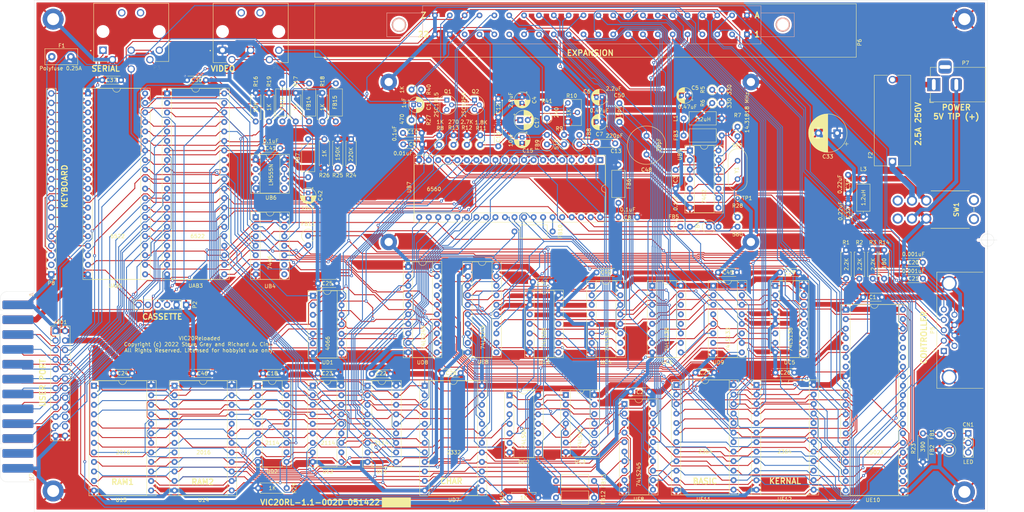
<source format=kicad_pcb>
(kicad_pcb (version 20211014) (generator pcbnew)
  (title_block (title "VIC20Reloaded-1.1-002D") (date "2022-05-10") (rev "1.1-002D") (comment 1 "Licensed for hobbyist use.") (comment 2 "Copyright (c) 2022 Richard Cini. All Rights reserved."))
  (layers (0 "F.Cu" signal) (31 "B.Cu" signal) (34 "B.Paste" user) (35 "F.Paste" user) (36 "B.SilkS" user "B.Silkscreen") (37 "F.SilkS" user "F.Silkscreen") (38 "B.Mask" user) (39 "F.Mask" user) (44 "Edge.Cuts" user))
  (net 0 "")
  (net 1 "GND")
  (net 2 "VCC")
  (net 3 "Net-(C3-Pad1)")
  (net 4 "Net-(C8-Pad1)")
  (net 5 "VICAUDIO")
  (net 6 "Net-(C10-Pad1)")
  (net 7 "AUDIO_OUT")
  (net 8 "Net-(C11-Pad1)")
  (net 9 "Net-(C13-Pad2)")
  (net 10 "Net-(C13-Pad1)")
  (net 11 "Net-(C15-Pad1)")
  (net 12 "Net-(C17-Pad2)")
  (net 13 "Net-(C17-Pad1)")
  (net 14 "POTX")
  (net 15 "POTY")
  (net 16 "Net-(C41-Pad1)")
  (net 17 "Net-(C42-Pad1)")
  (net 18 "Net-(C48-Pad2)")
  (net 19 "Net-(C48-Pad1)")
  (net 20 "Net-(CN1-Pad1)")
  (net 21 "Net-(CN1-Pad2)")
  (net 22 "Net-(FB1-Pad2)")
  (net 23 "Net-(FB3-Pad1)")
  (net 24 "Net-(FB4-Pad2)")
  (net 25 "VIC_01")
  (net 26 "Net-(FB5-Pad2)")
  (net 27 "VIC_02")
  (net 28 "Net-(FB7-Pad2)")
  (net 29 "RESET")
  (net 30 "CHROMA")
  (net 31 "E")
  (net 32 "Net-(FB10-Pad1)")
  (net 33 "Net-(FB11-Pad2)")
  (net 34 "S00")
  (net 35 "Net-(FB12-Pad2)")
  (net 36 "S01")
  (net 37 "Net-(FB13-Pad2)")
  (net 38 "S02")
  (net 39 "SER_CLK_IN")
  (net 40 "Net-(FB14-Pad1)")
  (net 41 "SER_ATN_IN")
  (net 42 "Net-(FB15-Pad1)")
  (net 43 "SER_DATA_IN")
  (net 44 "Net-(FB16-Pad1)")
  (net 45 "SER_SRQ")
  (net 46 "VIDEO_OUT")
  (net 47 "LPEN")
  (net 48 "COL7")
  (net 49 "JOY2")
  (net 50 "JOY1")
  (net 51 "JOY0")
  (net 52 "ROW0")
  (net 53 "ROW1")
  (net 54 "ROW2")
  (net 55 "ROW3")
  (net 56 "ROW4")
  (net 57 "ROW5")
  (net 58 "ROW6")
  (net 59 "ROW7")
  (net 60 "COL0")
  (net 61 "COL1")
  (net 62 "COL2")
  (net 63 "COL4")
  (net 64 "COL5")
  (net 65 "COL6")
  (net 66 "RESTORE")
  (net 68 "IRQ")
  (net 69 "NMI")
  (net 70 "Net-(R3-Pad2)")
  (net 71 "Net-(R5-Pad2)")
  (net 72 "Net-(R5-Pad1)")
  (net 73 "CEN_B")
  (net 74 "VR#W")
  (net 75 "AUDIO_IN")
  (net 76 "LUMA")
  (net 77 "CS_RAM1")
  (net 78 "Net-(U13-Pad5)")
  (net 80 "Net-(U13-Pad4)")
  (net 81 "Net-(U13-Pad10)")
  (net 83 "Net-(U13-Pad9)")
  (net 84 "CS_RAM2")
  (net 85 "VA8")
  (net 86 "BD2")
  (net 87 "VA9")
  (net 88 "BD1")
  (net 89 "R#W")
  (net 90 "BD0")
  (net 91 "VA0")
  (net 92 "VA10")
  (net 93 "VA1")
  (net 94 "VA2")
  (net 95 "BD7")
  (net 96 "VA3")
  (net 97 "BD6")
  (net 98 "VA4")
  (net 99 "BD5")
  (net 100 "VA5")
  (net 101 "BD4")
  (net 102 "VA6")
  (net 103 "BD3")
  (net 104 "VA7")
  (net 105 "SER_CLK_OUT")
  (net 106 "SER_DATA_OUT")
  (net 107 "A0")
  (net 108 "A1")
  (net 109 "A2")
  (net 110 "A3")
  (net 111 "A5")
  (net 112 "IO_0")
  (net 113 "VIA1_CB2")
  (net 114 "VIA1_CB1")
  (net 115 "PB7")
  (net 116 "PB6")
  (net 117 "PB5")
  (net 118 "PB4")
  (net 119 "PB3")
  (net 120 "PB2")
  (net 121 "PB1")
  (net 122 "PB0")
  (net 123 "SER_ATN_OUT")
  (net 124 "A4")
  (net 127 "Net-(UB4-Pad1)")
  (net 130 "VA13")
  (net 131 "VA12")
  (net 132 "VA11")
  (net 133 "VD8")
  (net 134 "VD9")
  (net 135 "VD10")
  (net 136 "VD11")
  (net 138 "Net-(UC2-Pad13)")
  (net 139 "Net-(UC2-Pad6)")
  (net 140 "BLK0")
  (net 141 "Net-(UC2-Pad11)")
  (net 142 "Net-(UC2-Pad4)")
  (net 143 "COLOR")
  (net 144 "Net-(UC2-Pad2)")
  (net 145 "Net-(UC2-Pad1)")
  (net 146 "CPU_02")
  (net 147 "Net-(UC3-Pad10)")
  (net 148 "CS_RAM0")
  (net 149 "RAM1")
  (net 150 "RAM2")
  (net 151 "RAM3")
  (net 152 "BLK7")
  (net 153 "BLK1")
  (net 154 "BLK2")
  (net 155 "BLK3")
  (net 156 "BLK4")
  (net 157 "A15")
  (net 158 "BLK5")
  (net 159 "A14")
  (net 160 "BLK6")
  (net 161 "A13")
  (net 163 "IO_3")
  (net 167 "A12")
  (net 168 "A11")
  (net 169 "IO_2")
  (net 170 "A10")
  (net 171 "A7")
  (net 172 "A6")
  (net 173 "DATA_E")
  (net 175 "A8")
  (net 176 "A9")
  (net 180 "D0")
  (net 181 "D1")
  (net 182 "D2")
  (net 183 "D3")
  (net 184 "D4")
  (net 185 "D5")
  (net 186 "D6")
  (net 188 "D7")
  (net 194 "/Input/Output/VINM")
  (net 195 "/Input/Output/VINP")
  (net 199 "/Input/Output/RAWP")
  (net 200 "CASS_SW")
  (net 201 "CASS_W")
  (net 202 "CASS_R")
  (net 203 "CASS_MOT")
  (net 207 "Net-(F1-Pad1)")
  (net 208 "/Input/Output/VINP2")
  (footprint "Capacitor_THT:C_Disc_D4.3mm_W1.9mm_P5.00mm" (layer "F.Cu") (at 218.313 67.771 -90)
    (fp_text reference "C3")
    (fp_text value "0.1uF")
  )
  (footprint "Capacitor_THT:CP_Radial_D4.0mm_P1.50mm" (layer "F.Cu") (at 177.419 48.387 -90)
    (fp_text reference "C4")
    (fp_text value "2.2uF")
  )
  (footprint "Capacitor_THT:CP_Radial_D4.0mm_P1.50mm" (layer "F.Cu") (at 221.466 47.92 180)
    (fp_text reference "C5")
    (fp_text value "0.47uF")
  )
  (footprint "Capacitor_THT:CP_Radial_D4.0mm_P1.50mm" (layer "F.Cu") (at 198.731 48.387 180)
    (fp_text reference "C6")
    (fp_text value "2.2uF")
  )
  (footprint "Capacitor_THT:C_Disc_D4.3mm_W1.9mm_P5.00mm" (layer "F.Cu") (at 203.073 80.391)
    (fp_text reference "C8")
    (fp_text value "0.1uF")
  )
  (footprint "Capacitor_THT:C_Disc_D4.3mm_W1.9mm_P5.00mm" (layer "F.Cu") (at 145.669 57.912)
    (fp_text reference "C10")
    (fp_text value "0.1uF")
  )
  (footprint "Capacitor_THT:C_Disc_D4.3mm_W1.9mm_P5.00mm" (layer "F.Cu") (at 197.231 60.706)
    (fp_text reference "C13")
    (fp_text value "220pF")
  )
  (footprint "Capacitor_THT:CP_Radial_D4.0mm_P1.50mm" (layer "F.Cu") (at 177.419 59.055 -90)
    (fp_text reference "C15")
    (fp_text value "10uF")
  )
  (footprint "Capacitor_THT:C_Disc_D4.3mm_W1.9mm_P5.00mm" (layer "F.Cu") (at 171.069 61.468 90)
    (fp_text reference "C16")
    (fp_text value "0.1uF")
  )
  (footprint "Capacitor_THT:CP_Radial_D5.0mm_P2.00mm" (layer "F.Cu") (at 176.911 54.483)
    (fp_text reference "C17")
    (fp_text value "47uF")
  )
  (footprint "Capacitor_THT:C_Disc_D4.3mm_W1.9mm_P5.00mm" (layer "F.Cu") (at 113.364 122.047 180)
    (fp_text reference "C18")
    (fp_text value "0.1uF")
  )
  (footprint "Capacitor_THT:C_Disc_D4.3mm_W1.9mm_P5.00mm" (layer "F.Cu") (at 284.186 92.456 180)
    (fp_text reference "C20")
    (fp_text value "0.001uF")
  )
  (footprint "Capacitor_THT:C_Disc_D4.3mm_W1.9mm_P5.00mm" (layer "F.Cu") (at 284.226 96.774 180)
    (fp_text reference "C21")
    (fp_text value "0.001uF")
  )
  (footprint "Capacitor_THT:C_Disc_D4.3mm_W1.9mm_P5.00mm" (layer "F.Cu") (at 142.367 122.174 180)
    (fp_text reference "C22")
    (fp_text value "0.1uF")
  )
  (footprint "Capacitor_THT:C_Disc_D4.3mm_W1.9mm_P5.00mm" (layer "F.Cu") (at 127.969 122.047 180)
    (fp_text reference "C23")
    (fp_text value "0.1uF")
  )
  (footprint "Capacitor_THT:C_Disc_D4.3mm_W1.9mm_P5.00mm" (layer "F.Cu") (at 73.486 122.047 180)
    (fp_text reference "C24")
    (fp_text value "0.1uF" hide)
  )
  (footprint "Capacitor_THT:C_Disc_D4.3mm_W1.9mm_P5.00mm" (layer "F.Cu") (at 128.016 98.044 180)
    (fp_text reference "C25")
    (fp_text value "0.1uF" hide)
  )
  (footprint "Capacitor_THT:C_Disc_D4.3mm_W1.9mm_P5.00mm" (layer "F.Cu") (at 161.036 121.969 180)
    (fp_text reference "C28")
    (fp_text value "0.1uF" hide)
  )
  (footprint "Capacitor_THT:C_Disc_D4.3mm_W1.9mm_P5.00mm" (layer "F.Cu") (at 251.126 95.123 180)
    (fp_text reference "C29")
    (fp_text value "0.1uF" hide)
  )
  (footprint "Capacitor_THT:C_Disc_D4.3mm_W1.9mm_P5.00mm" (layer "F.Cu") (at 88.138 43.815)
    (fp_text reference "C30")
    (fp_text value "0.1uF")
  )
  (footprint "Capacitor_THT:C_Disc_D4.3mm_W1.9mm_P5.00mm" (layer "F.Cu") (at 70.532 43.815 180)
    (fp_text reference "C37")
    (fp_text value "0.1uF")
  )
  (footprint "Capacitor_THT:C_Disc_D4.3mm_W1.9mm_P5.00mm" (layer "F.Cu") (at 112.95 61.976 180)
    (fp_text reference "C41")
    (fp_text value "0.1uF")
  )
  (footprint "Capacitor_THT:CP_Radial_D4.0mm_P1.50mm" (layer "F.Cu") (at 120.396 73.914 -90)
    (fp_text reference "C42")
    (fp_text value "10uF")
  )
  (footprint "Capacitor_THT:C_Disc_D4.3mm_W1.9mm_P5.00mm" (layer "F.Cu") (at 94.742 122.047 180)
    (fp_text reference "C46")
    (fp_text value "0.1uF" hide)
  )
  (footprint "Capacitor_THT:C_Disc_D4.3mm_W1.9mm_P5.00mm" (layer "F.Cu") (at 180.293 97.663)
    (fp_text reference "C47")
    (fp_text value "0.1uF" hide)
  )
  (footprint "Capacitor_THT:C_Radial_D10.0mm_H12.5mm_P5.00mm" (layer "F.Cu") (at 210.566 63.674 90)
    (fp_text reference "C48")
    (fp_text value "20pF")
  )
  (footprint "Capacitor_THT:C_Disc_D4.3mm_W1.9mm_P5.00mm" (layer "F.Cu") (at 203.327 54.991 90)
    (fp_text reference "C50")
    (fp_text value "15pF")
  )
  (footprint "Inductor_THT:L_Axial_L7.0mm_D3.3mm_P2.54mm_Vertical_Fastron_MICC" (layer "F.Cu") (at 291.211 138.303 180)
    (fp_text reference "FB1")
    (fp_text value "FILTER" hide)
  )
  (footprint "Inductor_THT:L_Axial_L7.0mm_D3.3mm_P2.54mm_Vertical_Fastron_MICC" (layer "F.Cu") (at 291.211 142.494 180)
    (fp_text reference "FB2")
    (fp_text value "FILTER" hide)
  )
  (footprint "Inductor_THT:L_Axial_L7.0mm_D3.3mm_P10.16mm_Horizontal_Fastron_MICC" (layer "F.Cu") (at 220.45 58.588)
    (fp_text reference "FB3")
    (fp_text value "FILTER")
  )
  (footprint "Inductor_THT:L_Axial_L7.0mm_D3.3mm_P2.54mm_Vertical_Fastron_MICC" (layer "F.Cu") (at 219.583 82.931)
    (fp_text reference "FB5")
    (fp_text value "FILTER" hide)
  )
  (footprint "Inductor_THT:L_Axial_L7.0mm_D3.3mm_P10.16mm_Horizontal_Fastron_MICC" (layer "F.Cu") (at 120.396 69.723 90)
    (fp_text reference "FB7")
    (fp_text value "FILTER")
  )
  (footprint "Inductor_THT:L_Axial_L7.0mm_D3.3mm_P2.54mm_Vertical_Fastron_MICC" (layer "F.Cu") (at 184.023 60.96 90)
    (fp_text reference "FB9")
    (fp_text value "FILTER" hide)
  )
  (footprint "Inductor_THT:L_Axial_L7.0mm_D3.3mm_P10.16mm_Horizontal_Fastron_MICC" (layer "F.Cu") (at 185.547 84.201 180)
    (fp_text reference "FB10")
    (fp_text value "FILTER")
  )
  (footprint "Inductor_THT:L_Axial_L7.0mm_D3.3mm_P2.54mm_Vertical_Fastron_MICC" (layer "F.Cu") (at 120.396 85.344 -90)
    (fp_text reference "FB11")
    (fp_text value "FILTER" hide)
  )
  (footprint "Inductor_THT:L_Axial_L7.0mm_D3.3mm_P10.16mm_Horizontal_Fastron_MICC" (layer "F.Cu") (at 186.436 155.194)
    (fp_text reference "FB12")
    (fp_text value "FILTER")
  )
  (footprint "Inductor_THT:L_Axial_L7.0mm_D3.3mm_P10.16mm_Horizontal_Fastron_MICC" (layer "F.Cu") (at 196.596 150.749 180)
    (fp_text reference "FB13")
    (fp_text value "FILTER")
  )
  (footprint "RAC_Custom:MA156-12-2" (layer "F.Cu") (at 43.436 125.559 -90)
    (fp_text reference "P1" hide)
    (fp_text value "MA156-12-2" hide)
    (fp_line (start 16.42 5.13) (end 23.545 5.127962) (layer "Edge.Cuts") (width 0.05))
    (fp_line (start -20.4 -3.65) (end -19.2 -3.65) (layer "Edge.Cuts") (width 0.05))
    (fp_line (start 15.23 -3.61) (end 15.23 5.13) (layer "Edge.Cuts") (width 0.05))
    (fp_line (start -19.2 -3.65) (end -19.2 5.1) (layer "Edge.Cuts") (width 0.05))
    (fp_line (start -20.41 5.1) (end -23.445 5.0975) (layer "Edge.Cuts") (width 0.05))
    (fp_line (start 15.23 -3.61) (end 16.43 -3.61) (layer "Edge.Cuts") (width 0.05))
    (fp_line (start -25.35 3.1925) (end -25.35 -3.7925) (layer "Edge.Cuts") (width 0.05))
    (fp_line (start -19.2 5.1) (end 15.23 5.13) (layer "Edge.Cuts") (width 0.05))
    (fp_line (start -20.4 -3.65) (end -20.41 5.1) (layer "Edge.Cuts") (width 0.05))
    (fp_line (start 25.45 3.222962) (end 25.45 -3.7925) (layer "Edge.Cuts") (width 0.05))
    (fp_line (start 16.43 -3.61) (end 16.42 5.13) (layer "Edge.Cuts") (width 0.05))
    (fp_arc (start 25.45 -3.7925) (mid 25.533011 -3.913375) (end 25.675 -3.95) (layer "Edge.Cuts") (width 0.05))
    (fp_arc (start -23.445 5.0975) (mid -24.792038 4.539538) (end -25.35 3.1925) (layer "Edge.Cuts") (width 0.05))
    (fp_arc (start -25.575 -3.95) (mid -25.433007 -3.913383) (end -25.35 -3.7925) (layer "Edge.Cuts") (width 0.05))
    (fp_arc (start 25.45 3.222962) (mid 24.892038 4.569999) (end 23.545 5.127962) (layer "Edge.Cuts") (width 0.05))
  )
  (footprint "CUI:CUI_SDS-60J" (layer "F.Cu") (at 73.232 30.854 180)
    (fp_text reference "P3")
    (fp_text value "DIN6" hide)
  )
  (footprint "Connector_BarrelJack:BarrelJack_Horizontal" (layer "F.Cu") (at 287.116 45.0215 180)
    (fp_text reference "P7")
    (fp_text value "POWER TIP+" hide)
  )
  (footprint "Connector_PinHeader_2.54mm:PinHeader_1x20_P2.54mm_Vertical" (layer "F.Cu") (at 51.943 95.631 180)
    (fp_text reference "P8")
    (fp_text value "CONN_01X20" hide)
  )
  (footprint "Package_TO_SOT_THT:TO-92" (layer "F.Cu") (at 164.719 49.149 -90)
    (fp_text reference "Q2")
    (fp_text value "2SC1959")
  )
  (footprint "Resistor_THT:R_Axial_DIN0207_L6.3mm_D2.5mm_P7.62mm_Horizontal" (layer "F.Cu") (at 263.732 89.154 -90)
    (fp_text reference "R1")
    (fp_text value "2.2K")
  )
  (footprint "Resistor_THT:R_Axial_DIN0207_L6.3mm_D2.5mm_P7.62mm_Horizontal" (layer "F.Cu") (at 267.288 89.154 -90)
    (fp_text reference "R2")
    (fp_text value "2.2K")
  )
  (footprint "Resistor_THT:R_Axial_DIN0207_L6.3mm_D2.5mm_P7.62mm_Horizontal" (layer "F.Cu") (at 270.844 89.154 -90)
    (fp_text reference "R3")
    (fp_text value "2.2K")
  )
  (footprint "Resistor_THT:R_Axial_DIN0207_L6.3mm_D2.5mm_P2.54mm_Vertical" (layer "F.Cu") (at 228.07 46.396)
    (fp_text reference "R5")
    (fp_text value "330")
  )
  (footprint "Resistor_THT:R_Axial_DIN0207_L6.3mm_D2.5mm_P2.54mm_Vertical" (layer "F.Cu") (at 228.07 49.952)
    (fp_text reference "R6")
    (fp_text value "330")
  )
  (footprint "Resistor_THT:R_Axial_DIN0207_L6.3mm_D2.5mm_P2.54mm_Vertical" (layer "F.Cu") (at 234.823 56.261 -90)
    (fp_text reference "R7")
    (fp_text value "560")
  )
  (footprint "Resistor_THT:R_Axial_DIN0207_L6.3mm_D2.5mm_P2.54mm_Vertical" (layer "F.Cu") (at 155.321 61.087 90)
    (fp_text reference "R8")
    (fp_text value "1K")
  )
  (footprint "Resistor_THT:R_Axial_DIN0207_L6.3mm_D2.5mm_P2.54mm_Vertical" (layer "F.Cu") (at 188.595 60.96 90)
    (fp_text reference "R9")
    (fp_text value "510")
  )
  (footprint "Resistor_THT:R_Axial_DIN0207_L6.3mm_D2.5mm_P2.54mm_Vertical" (layer "F.Cu") (at 162.687 61.087 90)
    (fp_text reference "R12")
    (fp_text value "2.7K")
  )
  (footprint "Resistor_THT:R_Axial_DIN0207_L6.3mm_D2.5mm_P2.54mm_Vertical" (layer "F.Cu") (at 159.131 61.087 90)
    (fp_text reference "R13")
    (fp_text value "270")
  )
  (footprint "Resistor_THT:R_Axial_DIN0207_L6.3mm_D2.5mm_P7.62mm_Horizontal" (layer "F.Cu") (at 273.892 96.774 90)
    (fp_text reference "R14")
    (fp_text value "180")
  )
  (footprint "Resistor_THT:R_Axial_DIN0207_L6.3mm_D2.5mm_P7.62mm_Horizontal" (layer "F.Cu") (at 174.07 155.194)
    (fp_text reference "R15")
    (fp_text value "1K")
  )
  (footprint "Resistor_THT:R_Axial_DIN0207_L6.3mm_D2.5mm_P7.62mm_Horizontal" (layer "F.Cu") (at 106.426 54.864 90)
    (fp_text reference "R16")
    (fp_text value "10K")
  )
  (footprint "Resistor_THT:R_Axial_DIN0207_L6.3mm_D2.5mm_P7.62mm_Horizontal" (layer "F.Cu") (at 284.226 138.049 -90)
    (fp_text reference "R23")
    (fp_text value "390")
  )
  (footprint "Resistor_THT:R_Axial_DIN0207_L6.3mm_D2.5mm_P7.62mm_Horizontal" (layer "F.Cu") (at 131.826 59.563 -90)
    (fp_text reference "R24")
    (fp_text value "220K")
  )
  (footprint "Resistor_THT:R_Axial_DIN0207_L6.3mm_D2.5mm_P7.62mm_Horizontal" (layer "F.Cu") (at 128.27 67.183 90)
    (fp_text reference "R25")
    (fp_text value "150K")
  )
  (footprint "Resistor_THT:R_Axial_DIN0207_L6.3mm_D2.5mm_P7.62mm_Horizontal" (layer "F.Cu") (at 124.714 59.563 -90)
    (fp_text reference "R26")
    (fp_text value "1K")
  )
  (footprint "Resistor_THT:R_Axial_DIN0207_L6.3mm_D2.5mm_P2.54mm_Vertical" (layer "F.Cu") (at 147.955 54.483)
    (fp_text reference "R27")
    (fp_text value "470")
  )
  (footprint "Resistor_THT:R_Axial_DIN0207_L6.3mm_D2.5mm_P2.54mm_Vertical" (layer "F.Cu") (at 234.823 80.391 -90)
    (fp_text reference "R28")
    (fp_text value "560")
  )
  (footprint "Resistor_THT:R_Axial_DIN0207_L6.3mm_D2.5mm_P7.62mm_Horizontal" (layer "F.Cu") (at 114.681 152.654 180)
    (fp_text reference "R29")
    (fp_text value "1K")
  )
  (footprint "Resistor_THT:R_Axial_DIN0207_L6.3mm_D2.5mm_P2.54mm_Vertical" (layer "F.Cu") (at 147.955 46.355)
    (fp_text reference "R40")
    (fp_text value "1K")
  )
  (footprint "Package_DIP:DIP-24_W15.24mm_Socket" (layer "F.Cu") (at 84.789 125.349)
    (fp_text reference "U14")
    (fp_text value "2016")
  )
  (footprint "Package_DIP:DIP-24_W15.24mm_Socket" (layer "F.Cu") (at 63.326 125.349)
    (fp_text reference "U15")
    (fp_text value "2016")
  )
  (footprint "Package_DIP:DIP-40_W15.24mm_Socket" (layer "F.Cu") (at 61.722 47.371)
    (fp_text reference "UAB1")
    (fp_text value "6522")
  )
  (footprint "Package_DIP:DIP-40_W15.24mm_Socket" (layer "F.Cu") (at 82.804 47.371)
    (fp_text reference "UAB3")
    (fp_text value "6522")
  )
  (footprint "Package_DIP:DIP-8_W7.62mm_Socket" (layer "F.Cu") (at 106.426 65.024)
    (fp_text reference "UB6")
    (fp_text value "LM555N")
  )
  (footprint "Package_DIP:DIP-40_W15.24mm_Socket" (layer "F.Cu") (at 198.247 65.151 -90)
    (fp_text reference "UB7")
    (fp_text value "6560")
  )
  (footprint "Package_DIP:DIP-14_W7.62mm_Socket" (layer "F.Cu") (at 222.123 62.611)
    (fp_text reference "UB9")
    (fp_text value "7402")
  )
  (footprint "Package_DIP:DIP-16_W7.62mm_Socket" (layer "F.Cu") (at 244.866 98.679)
    (fp_text reference "UC5")
    (fp_text value "74LS138")
  )
  (footprint "Package_DIP:DIP-24_W15.24mm_Socket" (layer "F.Cu") (at 151.464 125.349)
    (fp_text reference "UD7")
    (fp_text value "2332")
  )
  (footprint "Package_DIP:DIP-16_W7.62mm_Socket" (layer "F.Cu") (at 228.346 98.679)
    (fp_text reference "UD9")
    (fp_text value "74LS133")
  )
  (footprint "Package_DIP:DIP-20_W7.62mm_Socket" (layer "F.Cu") (at 162.941 93.599)
    (fp_text reference "UE8")
    (fp_text value "74LS245")
  )
  (footprint "Package_DIP:DIP-40_W15.24mm_Socket" (layer "F.Cu") (at 263.652 105.029)
    (fp_text reference "UE10")
    (fp_text value "6502A")
  )
  (footprint "Package_DIP:DIP-20_W7.62mm_Socket" (layer "F.Cu") (at 204.677 130.224)
    (fp_text reference "UF8")
    (fp_text value "74LS245")
  )
  (footprint "Package_DIP:DIP-16_W7.62mm_Socket" (layer "F.Cu") (at 212.09 98.679)
    (fp_text reference "UC6")
    (fp_text value "74LS138")
  )
  (footprint "Package_DIP:DIP-14_W7.62mm_Socket" (layer "F.Cu") (at 121.666 101.346)
    (fp_text reference "UD1")
    (fp_text value "4066")
  )
  (footprint "Package_DIP:DIP-18_W7.62mm_Socket" (layer "F.Cu") (at 107.014 125.349)
    (fp_text reference "UD2")
    (fp_text value "2114")
  )
  (footprint "Package_DIP:DIP-18_W7.62mm_Socket" (layer "F.Cu") (at 136.224 125.349)
    (fp_text reference "UE1")
    (fp_text value "2114")
  )
  (footprint "Package_DIP:DIP-18_W7.62mm_Socket" (layer "F.Cu") (at 121.619 125.349)
    (fp_text reference "UE2")
    (fp_text value "2114")
  )
  (footprint "Package_DIP:DIP-16_W7.62mm_Socket" (layer "F.Cu") (at 195.961 98.679)
    (fp_text reference "UC4")
    (fp_text value "74LS138")
  )
  (footprint "Inductor_THT:L_Axial_L7.0mm_D3.3mm_P10.16mm_Horizontal_Fastron_MICC" (layer "F.Cu") (at 220.45 54.016)
    (fp_text reference "L1")
    (fp_text value "2.2uH")
  )
  (footprint "Resistor_THT:R_Axial_DIN0207_L6.3mm_D2.5mm_P2.54mm_Vertical" (layer "F.Cu") (at 166.243 61.087 90)
    (fp_text reference "R11")
    (fp_text value "1.8K")
  )
  (footprint "Inductor_THT:L_Axial_L7.0mm_D3.3mm_P10.16mm_Horizontal_Fastron_MICC" (layer "F.Cu") (at 203.073 66.421 -90)
    (fp_text reference "FB6")
    (fp_text value "FILTER")
  )
  (footprint "Inductor_THT:L_Axial_L7.0mm_D3.3mm_P2.54mm_Vertical_Fastron_MICC" (layer "F.Cu") (at 192.659 60.96 90)
    (fp_text reference "FB8")
    (fp_text value "FILTER" hide)
  )
  (footprint "Capacitor_THT:C_Disc_D4.3mm_W1.9mm_P5.00mm" (layer "F.Cu") (at 273.304 101.727 180)
    (fp_text reference "C1")
    (fp_text value "0.1uF" hide)
  )
  (footprint "Capacitor_THT:C_Disc_D4.3mm_W1.9mm_P5.00mm" (layer "F.Cu") (at 206.328 126.922)
    (fp_text reference "C2")
    (fp_text value "0.1uF" hide)
  )
  (footprint "Capacitor_THT:C_Disc_D4.3mm_W1.9mm_P5.00mm" (layer "F.Cu") (at 145.749 60.96)
    (fp_text reference "C9")
    (fp_text value "0.01uF")
  )
  (footprint "Capacitor_THT:CP_Radial_D4.0mm_P1.50mm" (layer "F.Cu") (at 148.487 50.419)
    (fp_text reference "C11")
    (fp_text value "1uF")
  )
  (footprint "Capacitor_THT:C_Disc_D4.3mm_W1.9mm_P5.00mm" (layer "F.Cu") (at 171.069 48.768 -90)
    (fp_text reference "C12")
    (fp_text value "0.1uF")
  )
  (footprint "Resistor_THT:R_Axial_DIN0207_L6.3mm_D2.5mm_P2.54mm_Vertical" (layer "F.Cu") (at 184.023 53.975 90)
    (fp_text reference "R41")
    (fp_text value "240")
  )
  (footprint "Package_TO_SOT_THT:TO-92" (layer "F.Cu") (at 157.353 49.149 -90)
    (fp_text reference "Q1")
    (fp_text value "2SC1815")
  )
  (footprint "Capacitor_THT:CP_Radial_D4.0mm_P1.50mm" (layer "F.Cu") (at 198.755 54.991 180)
    (fp_text reference "C7")
    (fp_text value "0.47uF")
  )
  (footprint "Capacitor_THT:C_Disc_D4.3mm_W1.9mm_P5.00mm" (layer "F.Cu") (at 234.616 95.123 180)
    (fp_text reference "C45")
    (fp_text value "0.1uF" hide)
  )
  (footprint "Inductor_THT:L_Axial_L7.0mm_D3.3mm_P10.16mm_Horizontal_Fastron_MICC" (layer "F.Cu") (at 120.65 54.864 90)
    (fp_text reference "FB14")
    (fp_text value "FILTER" hide)
  )
  (footprint "Inductor_THT:L_Axial_L7.0mm_D3.3mm_P10.16mm_Horizontal_Fastron_MICC" (layer "F.Cu") (at 127.762 54.864 90)
    (fp_text reference "FB15")
    (fp_text value "FILTER" hide)
  )
  (footprint "Inductor_THT:L_Axial_L7.0mm_D3.3mm_P10.16mm_Horizontal_Fastron_MICC" (layer "F.Cu") (at 113.538 54.864 90)
    (fp_text reference "FB16")
    (fp_text value "FILTER" hide)
  )
  (footprint "Resistor_THT:R_Axial_DIN0207_L6.3mm_D2.5mm_P7.62mm_Horizontal" (layer "F.Cu") (at 117.094 54.864 90)
    (fp_text reference "R17")
    (fp_text value "1K")
  )
  (footprint "Resistor_THT:R_Axial_DIN0207_L6.3mm_D2.5mm_P7.62mm_Horizontal" (layer "F.Cu") (at 124.206 54.864 90)
    (fp_text reference "R18")
    (fp_text value "1K")
  )
  (footprint "Resistor_THT:R_Axial_DIN0207_L6.3mm_D2.5mm_P7.62mm_Horizontal" (layer "F.Cu") (at 109.982 54.864 90)
    (fp_text reference "R19")
    (fp_text value "1K")
  )
  (footprint "CUI:CUI_SDS-50J" (layer "F.Cu") (at 105.076 30.854 180)
    (fp_text reference "P4")
    (fp_text value "DIN5" hide)
  )
  (footprint "Crystal:Crystal_HC18-U_Vertical" (layer "F.Cu") (at 234.823 70.231 90)
    (fp_text reference "Y1")
    (fp_text value "14.31818 MHz")
  )
  (footprint "Potentiometer_THT:Potentiometer_Bourns_3266W_Vertical" (layer "F.Cu") (at 189.611 49.911 90)
    (fp_text reference "R10")
    (fp_text value "1K")
  )
  (footprint "MountingHole:MountingHole_3.2mm_M3_DIN965_Pad" (layer "F.Cu") (at 52.451 27.559)
    (fp_text reference "H1" hide)
    (fp_text value "MountingHole" hide)
  )
  (footprint "MountingHole:MountingHole_3.2mm_M3_DIN965_Pad" (layer "F.Cu") (at 52.451 153.416)
    (fp_text reference "H2" hide)
    (fp_text value "MountingHole" hide)
  )
  (footprint "MountingHole:MountingHole_3.2mm_M3_DIN965_Pad" (layer "F.Cu") (at 295.275 27.559)
    (fp_text reference "H4" hide)
    (fp_text value "MountingHole" hide)
  )
  (footprint "Connector_PinHeader_2.54mm:PinHeader_1x03_P2.54mm_Vertical" (layer "F.Cu") (at 296.291 138.049)
    (fp_text reference "CN1")
    (fp_text value "CONN_01X03" hide)
  )
  (footprint "Mouser-Samec:M2022TXW41DA" (layer "F.Cu") (at 285.115 80.759 90)
    (fp_text reference "SW1")
    (fp_text value "Power" hide)
  )
  (footprint "MountingHole:MountingHole_2.2mm_M2_Pad" (layer "F.Cu") (at 238.379 44.323)
    (fp_text reference "H6" hide)
    (fp_text value "MountingHole_Pad" hide)
  )
  (footprint "MountingHole:MountingHole_2.2mm_M2_Pad" (layer "F.Cu") (at 238.379 86.995)
    (fp_text reference "H7" hide)
    (fp_text value "MountingHole_Pad" hide)
  )
  (footprint "Inductor_THT:L_Axial_L7.0mm_D3.3mm_P2.54mm_Vertical_Fastron_MICC" (layer "F.Cu") (at 227.203 82.931)
    (fp_text reference "FB4")
    (fp_text value "FILTER" hide)
  )
  (footprint "Capacitor_THT:C_Disc_D4.3mm_W1.9mm_P5.00mm" (layer "F.Cu") (at 264.287 69.088 -90)
    (fp_text reference "C31")
    (fp_text value "0.22uF")
  )
  (footprint "Capacitor_THT:C_Disc_D4.3mm_W1.9mm_P5.00mm" (layer "F.Cu") (at 264.287 81.708 90)
    (fp_text reference "C32")
    (fp_text value "0.22uF")
  )
  (footprint "Capacitor_THT:CP_Radial_D10.0mm_P5.00mm" (layer "F.Cu") (at 261.366 57.959 180)
    (fp_text reference "C33")
    (fp_text value "1000uF")
  )
  (footprint "Inductor_THT:L_Axial_L7.0mm_D3.3mm_P10.16mm_Horizontal_Fastron_MICC" (layer "F.Cu") (at 268.351 70.104 -90)
    (fp_text reference "L3")
    (fp_text value "1.2uH")
  )
  (footprint "MountingHole:MountingHole_2.2mm_M2_Pad" (layer "F.Cu") (at 141.859 44.323)
    (fp_text reference "H5" hide)
    (fp_text value "MountingHole_Pad" hide)
  )
  (footprint "Package_DIP:DIP-20_W7.62mm_Socket" (layer "F.Cu") (at 147.066 93.599)
    (fp_text reference "UD8")
    (fp_text value "74LS245")
  )
  (footprint "TestPoint:TestPoint_THTPad_D1.0mm_Drill0.5mm" (layer "F.Cu") (at 234.823 75.311)
    (fp_text reference "TP1")
    (fp_text value "Crystal Ground")
  )
  (footprint "Connector_PinHeader_2.54mm:PinHeader_1x06_P2.54mm_Vertical" (layer "F.Cu") (at 87.884 103.759 -90)
    (fp_text reference "P2")
    (fp_text value "CASSETTE")
  )
  (footprint "MountingHole:MountingHole_2.2mm_M2_Pad" (layer "F.Cu") (at 141.859 86.995)
    (fp_text reference "H8" hide)
    (fp_text value "MountingHole_Pad" hide)
  )
  (footprint "MountingHole:MountingHole_3.2mm_M3_DIN965_Pad" (layer "F.Cu") (at 295.275 153.67)
    (fp_text reference "H3" hide)
    (fp_text value "MountingHole" hide)
  )
  (footprint "Capacitor_THT:C_Disc_D4.3mm_W1.9mm_P5.00mm" (layer "F.Cu") (at 197.271 95.123)
    (fp_text reference "C49")
    (fp_text value "0.1uF" hide)
  )
  (footprint "Package_DIP:DIP-24_W15.24mm_Socket" (layer "F.Cu") (at 239.856 125.144)
    (fp_text reference "UE12")
    (fp_text value "2364")
  )
  (footprint "Capacitor_THT:C_Disc_D4.3mm_W1.9mm_P5.00mm" (layer "F.Cu") (at 249.936 121.842 180)
    (fp_text reference "C26")
    (fp_text value "0.1uF" hide)
  )
  (footprint "Capacitor_THT:C_Disc_D4.3mm_W1.9mm_P5.00mm" (layer "F.Cu") (at 228.6 121.842 180)
    (fp_text reference "C27")
    (fp_text value "0.1uF" hide)
  )
  (footprint "Package_DIP:DIP-24_W15.24mm_Socket" (layer "F.Cu") (at 218.52 125.144)
    (fp_text reference "UE11")
    (fp_text value "2364")
  )
  (footprint "Connector_Dsub:DSUB-9_Male_Horizontal_P2.77x2.84mm_EdgePinOffset7.70mm_Housed_MountingHolesOffset9.12mm" (layer "F.Cu") (at 289.791 116.084 90)
    (fp_text reference "P5")
    (fp_text value "DB9" hide)
  )
  (footprint "Package_DIP:DIP-14_W7.62mm_Socket" (layer "F.Cu") (at 179.451 101.219)
    (fp_text reference "U13")
    (fp_text value "74LS08")
  )
  (footprint "Fuse:Fuse_Littelfuse_395Series" (layer "F.Cu") (at 52.07 37.582)
    (fp_text reference "F1")
    (fp_text value "Polyfuse 0.25A")
  )
  (footprint "Package_DIP:DIP-14_W7.62mm_Socket" (layer "F.Cu") (at 189.056 127.811)
    (fp_text reference "UC3")
    (fp_text value "74LS02")
  )
  (footprint "Connector_PinHeader_2.54mm:PinHeader_2x12_P2.54mm_Vertical" (layer "F.Cu") (at 53.086 110.744)
    (fp_text reference "J301")
    (fp_text value "Conn_02x12_Odd_Even")
  )
  (footprint "Keystone:FUSE_4527" (layer "F.Cu") (at 276.098 54.608 90)
    (fp_text reference "F2")
    (fp_text value "2.5A")
  )
  (footprint "Package_DIP:DIP-14_W7.62mm_Socket" (layer "F.Cu") (at 106.426 80.391)
    (fp_text reference "UB4")
    (fp_text value "7406")
  )
  (footprint "Package_DIP:DIP-14_W7.62mm_Socket" (layer "F.Cu") (at 174.07 127.889)
    (fp_text reference "UC2")
    (fp_text value "74LS04")
  )
  (footprint "RAC_Custom:Sullins_02_22_Card_Edge_Connector" (layer "B.Cu") (at 134.378 29.083 90)
    (fp_text reference "P6")
    (fp_text value "EXPANSION" hide)
  )
  (gr_line (start 122.174 37.719) (end 266.446 37.719) (layer "F.SilkS") (width 0.12))
  (gr_poly (pts (xy 147.701 157.734) (xy 140.081 157.734) (xy 140.081 155.194) (xy 147.701 155.194)) (layer "F.SilkS") (width 0.1) (fill solid))
  (gr_line (start 266.446 37.719) (end 266.446 23.495) (layer "F.SilkS") (width 0.12))
  (gr_line (start 122.174 23.495) (end 122.174 37.719) (layer "F.SilkS") (width 0.12))
  (gr_line (start 266.446 23.495) (end 122.174 23.495) (layer "F.SilkS") (width 0.12))
  (gr_line (start 47.3785 159.034) (end 301.371 159.034) (layer "Edge.Cuts") (width 0.05))
  (gr_line (start 301.371 159.034) (end 301.371 22.479) (layer "Edge.Cuts") (width 0.05))
  (gr_line (start 47.3785 159.034) (end 47.386 151.234) (layer "Edge.Cuts") (width 0.05))
  (gr_line (start 301.371 22.479) (end 47.371 22.479) (layer "Edge.Cuts") (width 0.050003))
  (gr_line (start 47.371 22.479) (end 47.386 99.984) (layer "Edge.Cuts") (width 0.05))
  (gr_text "SERIAL" (at 66.421 40.767) (layer "F.SilkS") (effects (font (size 1.5 1.5) (thickness 0.3))))
  (gr_text "VIDEO" (at 97.663 40.767) (layer "F.SilkS") (effects (font (size 1.5 1.5) (thickness 0.3))))
  (gr_text "KEYBOARD" (at 55.499 72.136 90) (layer "F.SilkS") (effects (font (size 1.5 1.5) (thickness 0.3))))
  (gr_text "USER PORT" (at 49.657 124.587 90) (layer "F.SilkS") (effects (font (size 1.5 1.5) (thickness 0.3))))
  (gr_text "CONTROLLER" (at 284.48 112.522 90) (layer "F.SilkS") (effects (font (size 1.5 1.5) (thickness 0.3))))
  (gr_text "POWER\n5V TIP (+)" (at 293.116 52.324) (layer "F.SilkS") (effects (font (size 1.5 1.5) (thickness 0.3))))
  (gr_text "A" (at 240.03 26.543) (layer "F.SilkS") (effects (font (size 1.5 1.5) (thickness 0.3))))
  (gr_text "Z" (at 151.13 26.543) (layer "F.SilkS") (effects (font (size 1.5 1.5) (thickness 0.3))))
  (gr_text "1" (at 240.03 31.623) (layer "F.SilkS") (effects (font (size 1.5 1.5) (thickness 0.3))))
  (gr_text "22" (at 151.13 31.623) (layer "F.SilkS") (effects (font (size 1.5 1.5) (thickness 0.3))))
  (gr_text "CHAR" (at 158.576 150.798) (layer "F.SilkS") (effects (font (size 1.5 1.5) (thickness 0.3))))
  (gr_text "RAM2" (at 92.282 151.003) (layer "F.SilkS") (effects (font (size 1.5 1.5) (thickness 0.3))))
  (gr_text "RAM1" (at 70.946 151.003) (layer "F.SilkS") (effects (font (size 1.5 1.5) (thickness 0.3))))
  (gr_text "CASSETTE" (at 81.534 106.934) (layer "F.SilkS") (effects (font (size 1.5 1.5) (thickness 0.3))))
  (gr_text "KERNAL" (at 247.476 150.798) (layer "F.SilkS") (effects (font (size 1.5 1.5) (thickness 0.3))))
  (gr_text "BASIC" (at 226.14 150.798) (layer "F.SilkS") (effects (font (size 1.5 1.5) (thickness 0.3))))
  (gr_text "VIC20RL-1.1-002D 051422" (at 123.571 156.464) (layer "F.SilkS") (effects (font (size 1.5 1.5) (thickness 0.3))))
  (gr_text "EXPANSION" (at 195.58 36.576) (layer "F.SilkS") (effects (font (size 1.5 1.5) (thickness 0.3))))
  (gr_text "VIC20Reloaded\nCopyright (c) 2022 Steve Gray and Richard A. Cini. \nAll Rights Reserved. Licensed for hobbyist use only.\n" (at 91.44 114.3) (layer "F.SilkS") (effects (font (size 1 1))))
  (gr_text "2.5A 250V" (at 282.956 55.499 90) (layer "F.SilkS") (effects (font (size 1.5 1.5) (thickness 0.3))))
  (target plus (at 301.498 86.487) (size 5) (width 0.05) (layer "Edge.Cuts"))
  (segment (start 237.2079 43.1519) (end 238.379 44.323) (width 1) (layer "F.Cu") (net 1))
  (segment (start 118.5959 145.669) (end 117.0516 147.2133) (width 1) (layer "F.Cu") (net 1))
  (segment (start 185.9575 144.6492) (end 177.0905 144.6492) (width 1) (layer "F.Cu") (net 1))
  (segment (start 79.8034 45.8707) (end 81.3037 47.371) (width 1) (layer "F.Cu") (net 1))
  (segment (start 162.941 116.459) (end 164.4413 116.459) (width 1) (layer "F.Cu") (net 1))
  (segment (start 161.4407 93.599) (end 159.9404 92.0987) (width 1) (layer "F.Cu") (net 1))
  (segment (start 52.451 153.416) (end 46.404 147.369) (width 1) (layer "F.Cu") (net 1))
  (segment (start 185.2718 54.991) (end 189.611 54.991) (width 1) (layer "F.Cu") (net 1))
  (segment (start 51.943 95.631) (end 51.943 97.1813) (width 1) (layer "F.Cu") (net 1))
  (segment (start 212.09 116.459) (end 210.5897 116.459) (width 1) (layer "F.Cu") (net 1))
  (segment (start 290.9757 98.2793) (end 291.211 98.044) (width 1) (layer "F.Cu") (net 1))
  (segment (start 159.131 58.547) (end 157.6307 58.547) (width 1) (layer "F.Cu") (net 1))
  (segment (start 150.495 54.483) (end 150.495 55.9833) (width 1) (layer "F.Cu") (net 1))
  (segment (start 220.6227 77.851) (end 218.0827 80.391) (width 1) (layer "F.Cu") (net 1))
  (segment (start 53.086 109.9688) (end 53.3005 109.9688) (width 1) (layer "F.Cu") (net 1))
  (segment (start 123.016 98.044) (end 110.3393 98.044) (width 1) (layer "F.Cu") (net 1))
  (segment (start 206.1773 153.084) (end 207.6802 154.5869) (width 1) (layer "F.Cu") (net 1))
  (segment (start 148.4867 65.151) (end 138.2237 75.414) (width 1) (layer "F.Cu") (net 1))
  (segment (start 150.495 55.9833) (end 151.5464 57.0346) (width 1) (layer "F.Cu") (net 1))
  (segment (start 89.582 47.371) (end 84.3043 47.371) (width 1) (layer "F.Cu") (net 1))
  (segment (start 256.366 57.959) (end 242.73 44.323) (width 1) (layer "F.Cu") (net 1))
  (segment (start 147.066 93.599) (end 148.5663 93.599) (width 1) (layer "F.Cu") (net 1))
  (segment (start 124.6667 118.0864) (end 143.9383 118.0864) (width 1) (layer "F.Cu") (net 1))
  (segment (start 164.1873 58.547) (end 164.1873 58.4532) (width 1) (layer "F.Cu") (net 1))
  (segment (start 61.6987 153.416) (end 52.451 153.416) (width 1) (layer "F.Cu") (net 1))
  (segment (start 89.742 122.047) (end 74.992 122.047) (width 1) (layer "F.Cu") (net 1))
  (segment (start 242.73 44.323) (end 238.379 44.323) (width 1) (layer "F.Cu") (net 1))
  (segment (start 156.036 121.969) (end 150.526 116.459) (width 1) (layer "F.Cu") (net 1))
  (segment (start 82.804 47.371) (end 81.3037 47.371) (width 1) (layer "F.Cu") (net 1))
  (segment (start 63.326 153.289) (end 61.8257 153.289) (width 1) (layer "F.Cu") (net 1))
  (segment (start 162.687 58.547) (end 164.1873 58.547) (width 1) (layer "F.Cu") (net 1))
  (segment (start 228.346 116.459) (end 229.8463 116.459) (width 1) (layer "F.Cu") (net 1))
  (segment (start 218.52 153.084) (end 217.0197 153.084) (width 1) (layer "F.Cu") (net 1))
  (segment (start 290.9757 98.2793) (end 295.9015 103.2051) (width 1) (layer "F.Cu") (net 1))
  (segment (start 197.8086 47.081) (end 213.9753 47.081) (width 1) (layer "F.Cu") (net 1))
  (segment (start 53.3005 109.9688) (end 54.0757 110.744) (width 1) (layer "F.Cu") (net 1))
  (segment (start 237.338 31.623) (end 237.338 33.0853) (width 1) (layer "F.Cu") (net 1))
  (segment (start 235.2293 121.842) (end 229.8463 116.459) (width 1) (layer "F.Cu") (net 1))
  (segment (start 295.275 27.559) (end 286.766 27.559) (width 1) (layer "F.Cu") (net 1))
  (segment (start 108.364 122.047) (end 106.8512 120.5342) (width 1) (layer "F.Cu") (net 1))
  (segment (start 197.231 47.6586) (end 197.8086 47.081) (width 1) (layer "F.Cu") (net 1))
  (segment (start 189.056 143.051) (end 187.5557 143.051) (width 1) (layer "F.Cu") (net 1))
  (segment (start 74.992 122.7134) (end 74.992 122.047) (width 1) (layer "F.Cu") (net 1))
  (segment (start 286.766 27.559) (end 256.366 57.959) (width 1) (layer "F.Cu") (net 1))
  (segment (start 113.825 116.586) (end 121.666 116.586) (width 1) (layer "F.Cu") (net 1))
  (segment (start 166.1725 56.468) (end 171.069 56.468) (width 1) (layer "F.Cu") (net 1))
  (segment (start 43.045 103.7638) (end 45.3605 103.7638) (width 1) (layer "F.Cu") (net 1))
  (segment (start 219.966 47.3019) (end 219.966 47.2268) (width 1) (layer "F.Cu") (net 1))
  (segment (start 231.1257 96.6327) (end 236.088 96.6327) (width 1) (layer "F.Cu") (net 1))
  (segment (start 279.226 96.774) (end 280.7313 98.2793) (width 1) (layer "F.Cu") (net 1))
  (segment (start 291.211 123.044) (end 282.7218 131.5332) (width 1) (layer "F.Cu") (net 1))
  (segment (start 219.966 47.2268) (end 224.0409 43.1519) (width 1) (layer "F.Cu") (net 1))
  (segment (start 74.1354 123.57) (end 74.992 122.7134) (width 1) (layer "F.Cu") (net 1))
  (segment (start 177.9507 116.459) (end 176.4435 117.9662) (width 1) (layer "F.Cu") (net 1))
  (segment (start 179.451 116.459) (end 177.9507 116.459) (width 1) (layer "F.Cu") (net 1))
  (segment (start 159.131 58.547) (end 162.687 58.547) (width 1) (layer "F.Cu") (net 1))
  (segment (start 110.3393 98.044) (end 107.9263 95.631) (width 1) (layer "F.Cu") (net 1))
  (segment (start 237.5977 95.123) (end 246.126 95.123) (width 1) (layer "F.Cu") (net 1))
  (segment (start 237.2079 33.2154) (end 237.338 33.0853) (width 1) (layer "F.Cu") (net 1))
  (segment (start 177.0905 144.6492) (end 175.5703 143.129) (width 1) (layer "F.Cu") (net 1))
  (segment (start 68.232 41.115) (end 70.049 41.115) (width 1) (layer "F.Cu") (net 1))
  (segment (start 282.7218 138.673) (end 286.5428 142.494) (width 1) (layer "F.Cu") (net 1))
  (segment (start 110.0586 147.2133) (end 108.5143 145.669) (width 1) (layer "F.Cu") (net 1))
  (segment (start 138.2237 75.414) (end 120.396 75.414) (width 1) (layer "F.Cu") (net 1))
  (segment (start 221.3729 77.851) (end 220.6227 77.851) (width 1) (layer "F.Cu") (net 1))
  (segment (start 174.07 143.129) (end 175.5703 143.129) (width 1) (layer "F.Cu") (net 1))
  (segment (start 147.066 116.459) (end 148.5663 116.459) (width 1) (layer "F.Cu") (net 1))
  (segment (start 141.859 45.9857) (end 141.859 44.323) (width 1) (layer "F.Cu") (net 1))
  (segment (start 271.4229 98.6081) (end 277.3919 98.6081) (width 1) (layer "F.Cu") (net 1))
  (segment (start 236.088 96.6327) (end 237.5977 95.123) (width 1) (layer "F.Cu") (net 1))
  (segment (start 107.014 145.669) (end 108.5143 145.669) (width 1) (layer "F.Cu") (net 1))
  (segment (start 111.9759 72.7492) (end 114.6407 75.414) (width 1) (layer "F.Cu") (net 1))
  (segment (start 195.961 116.459) (end 197.4613 116.459) (width 1) (layer "F.Cu") (net 1))
  (segment (start 45.3605 103.7638) (end 51.943 97.1813) (width 1) (layer "F.Cu") (net 1))
  (segment (start 123.1663 116.586) (end 124.6667 118.0864) (width 1) (layer "F.Cu") (net 1))
  (segment (start 61.8257 153.289) (end 61.6987 153.416) (width 1) (layer "F.Cu") (net 1))
  (segment (start 207.6802 154.5869) (end 215.5168 154.5869) (width 1) (layer "F.Cu") (net 1))
  (segment (start 225.1442 79.3719) (end 230.7621 79.3719) (width 1) (layer "F.Cu") (net 1))
  (segment (start 74.992 122.047) (end 74.992 121.4197) (width 1) (layer "F.Cu") (net 1))
  (segment (start 143.9383 118.0864) (end 145.5657 116.459) (width 1) (layer "F.Cu") (net 1))
  (segment (start 55.626 110.744) (end 54.0757 110.744) (width 1) (layer "F.Cu") (net 1))
  (segment (start 295.9015 118.3535) (end 291.211 123.044) (width 1) (layer "F.Cu") (net 1))
  (segment (start 106.426 65.024) (end 111.9759 70.5739) (width 1) (layer "F.Cu") (net 1))
  (segment (start 108.364 122.047) (end 113.825 116.586) (width 1) (layer "F.Cu") (net 1))
  (segment (start 159.9404 92.0987) (end 150.0666 92.0987) (width 1) (layer "F.Cu") (net 1))
  (segment (start 280.7313 98.2793) (end 290.9757 98.2793) (width 1) (layer "F.Cu") (net 1))
  (segment (start 117.0516 147.2133) (end 110.0586 147.2133) (width 1) (layer "F.Cu") (net 1))
  (segment (start 162.941 93.599) (end 161.4407 93.599) (width 1) (layer "F.Cu") (net 1))
  (segment (start 91.2548 120.5342) (end 89.742 122.047) (width 1) (layer "F.Cu") (net 1))
  (segment (start 229.616 95.123) (end 231.1257 96.6327) (width 1) (layer "F.Cu") (net 1))
  (segment (start 295.9015 103.2051) (end 295.9015 118.3535) (width 1) (layer "F.Cu") (net 1))
  (segment (start 150.3563 54.483) (end 141.859 45.9857) (width 1) (layer "F.Cu") (net 1))
  (segment (start 149.987 65.151) (end 148.4867 65.151) (width 1) (layer "F.Cu") (net 1))
  (segment (start 198.9642 117.9619) (end 197.4613 116.459) (width 1) (layer "F.Cu") (net 1))
  (segment (start 237.2079 43.1519) (end 237.2079 33.2154) (width 1) (layer "F.Cu") (net 1))
  (segment (start 150.495 54.483) (end 150.3563 54.483) (width 1) (layer "F.Cu") (net 1))
  (segment (start 244.936 121.842) (end 235.2293 121.842) (width 1) (layer "F.Cu") (net 1))
  (segment (start 70.009 123.57) (end 74.1354 123.57) (width 1) (layer "F.Cu") (net 1))
  (segment (start 53.086 110.744) (end 53.086 109.9688) (width 1) (layer "F.Cu") (net 1))
  (segment (start 150.0666 92.0987) (end 148.5663 93.599) (width 1) (layer "F.Cu") (net 1))
  (segment (start 197.231 48.387) (end 197.231 47.6586) (width 1) (layer "F.Cu") (net 1))
  (segment (start 282.7218 131.5332) (end 282.7218 138.673) (width 1) (layer "F.Cu") (net 1))
  (segment (start 46.404 147.369) (end 43.056 147.369) (width 1) (layer "F.Cu") (net 1))
  (segment (start 210.5897 116.459) (end 210.054 116.459) (width 1) (layer "F.Cu") (net 1))
  (segment (start 93.138 43.815) (end 89.582 47.371) (width 1) (layer "F.Cu") (net 1))
  (segment (start 222.123 77.851) (end 223.6233 77.851) (width 1) (layer "F.Cu") (net 1))
  (segment (start 223.6233 77.851) (end 225.1442 79.3719) (width 1) (layer "F.Cu") (net 1))
  (segment (start 164.1873 58.4532) (end 166.1725 56.468) (width 1) (layer "F.Cu") (net 1))
  (segment (start 224.0409 43.1519) (end 237.2079 43.1519) (width 1) (layer "F.Cu") (net 1))
  (segment (start 74.8047 45.8707) (end 79.8034 45.8707) (width 1) (layer "F.Cu") (net 1))
  (segment (start 68.486 122.047) (end 70.009 123.57) (width 1) (layer "F.Cu") (net 1))
  (segment (start 265.938 78.359) (end 282.715 78.359) (width 1) (layer "F.Cu") (net 1))
  (segment (start 204.677 153.084) (end 206.1773 153.084) (width 1) (layer "F.Cu") (net 1))
  (segment (start 151.5464 57.0346) (end 150.669 57.912) (width 1) (layer "F.Cu") (net 1))
  (segment (start 268.304 101.727) (end 271.4229 98.6081) (width 1) (layer "F.Cu") (net 1))
  (segment (start 106.8512 120.5342) (end 91.2548 120.5342) (width 1) (layer "F.Cu") (net 1))
  (segment (start 282.715 78.359) (end 285.115 80.759) (width 1) (layer "F.Cu") (net 1))
  (segment (start 70.049 41.115) (end 74.8047 45.8707) (width 1) (layer "F.Cu") (net 1))
  (segment (start 210.054 116.459) (end 208.5511 117.9619) (width 1) (layer "F.Cu") (net 1))
  (segment (start 150.526 116.459) (end 148.5663 116.459) (width 1) (layer "F.Cu") (net 1))
  (segment (start 64.3163 110.744) (end 55.626 110.744) (width 1) (layer "F.Cu") (net 1))
  (segment (start 219.966 47.92) (end 219.966 47.3019) (width 1) (layer "F.Cu") (net 1))
  (segment (start 213.9753 47.081) (end 214.1962 47.3019) (width 1) (layer "F.Cu") (net 1))
  (segment (start 82.804 47.371) (end 84.3043 47.371) (width 1) (layer "F.Cu") (net 1))
  (segment (start 55.626 138.684) (end 53.086 138.684) (width 1) (layer "F.Cu") (net 1))
  (segment (start 111.9759 70.5739) (end 111.9759 72.7492) (width 1) (layer "F.Cu") (net 1))
  (segment (start 68.232 38.354) (end 68.232 41.115) (width 1) (layer "F.Cu") (net 1))
  (segment (start 286.5428 142.494) (end 288.671 142.494) (width 1) (layer "F.Cu") (net 1))
  (segment (start 214.1962 47.3019) (end 219.966 47.3019) (width 1) (layer "F.Cu") (net 1))
  (segment (start 157.6307 58.547) (end 156.1183 57.0346) (width 1) (layer "F.Cu") (net 1))
  (segment (start 176.4435 117.9662) (end 165.9485 117.9662) (width 1) (layer "F.Cu") (net 1))
  (segment (start 74.992 121.4197) (end 64.3163 110.744) (width 1) (layer "F.Cu") (net 1))
  (segment (start 106.426 95.631) (end 107.9263 95.631) (width 1) (layer "F.Cu") (net 1))
  (segment (start 208.5511 117.9619) (end 198.9642 117.9619) (width 1) (layer "F.Cu") (net 1))
  (segment (start 264.287 76.708) (end 265.938 78.359) (width 1) (layer "F.Cu") (net 1))
  (segment (start 114.6407 75.414) (end 120.396 75.414) (width 1) (layer "F.Cu") (net 1))
  (segment (start 121.666 116.586) (end 123.1663 116.586) (width 1) (layer "F.Cu") (net 1))
  (segment (start 187.071 103.759) (end 179.451 103.759) (width 1) (layer "F.Cu") (net 1))
  (segment (start 147.066 116.459) (end 145.5657 116.459) (width 1) (layer "F.Cu") (net 1))
  (segment (start 179.7078 60.555) (end 185.2718 54.991) (width 1) (layer "F.Cu") (net 1))
  (segment (start 230.7621 79.3719) (end 234.823 75.311) (width 1) (layer "F.Cu") (net 1))
  (segment (start 189.611 54.991) (end 197.255 54.991) (width 1) (layer "F.Cu") (net 1))
  (segment (start 218.0827 80.391) (end 208.073 80.391) (width 1) (layer "F.Cu") (net 1))
  (segment (start 68.232 41.115) (end 65.532 43.815) (width 1) (layer "F.Cu") (net 1))
  (segment (start 165.9485 117.9662) (end 164.4413 116.459) (width 1) (layer "F.Cu") (net 1))
  (segment (start 277.3919 98.6081) (end 279.226 96.774) (width 1) (layer "F.Cu") (net 1))
  (segment (start 156.1183 57.0346) (end 151.5464 57.0346) (width 1) (layer "F.Cu") (net 1))
  (segment (start 120.1187 145.669) (end 118.5959 145.669) (width 1) (layer "F.Cu") (net 1))
  (segment (start 177.419 60.555) (end 179.7078 60.555) (width 1) (layer "F.Cu") (net 1))
  (segment (start 215.5168 154.5869) (end 217.0197 153.084) (width 1) (layer "F.Cu") (net 1))
  (segment (start 237.338 31.623) (end 237.338 26.543) (width 1) (layer "F.Cu") (net 1))
  (segment (start 221.3729 77.851) (end 222.123 77.851) (width 1) (layer "F.Cu") (net 1))
  (segment (start 121.619 145.669) (end 120.1187 145.669) (width 1) (layer "F.Cu") (net 1))
  (segment (start 187.5557 143.051) (end 185.9575 144.6492) (width 1) (layer "F.Cu") (net 1))
  (segment (start 218.9472 62.4688) (end 219.8139 63.3355) (width 1) (layer "B.Cu") (net 1))
  (segment (start 175.156 60.555) (end 177.419 60.555) (width 1) (layer "B.Cu") (net 1))
  (segment (start 195.961 108.839) (end 194.4607 108.839) (width 1) (layer "B.Cu") (net 1))
  (segment (start 171.069 56.468) (end 171.069 53.768) (width 1) (layer "B.Cu") (net 1))
  (segment (start 121.666 118.0863) (end 122.969 119.3893) (width 1) (layer "B.Cu") (net 1))
  (segment (start 154.178 31.623) (end 141.859 43.942) (width 1) (layer "B.Cu") (net 1))
  (segment (start 294.1315 100.9645) (end 291.211 98.044) (width 1) (layer "B.Cu") (net 1))
  (segment (start 244.866 121.772) (end 244.936 121.842) (width 1) (layer "B.Cu") (net 1))
  (segment (start 160.5401 95.9999) (end 160.5401 115.5584) (width 1) (layer "B.Cu") (net 1))
  (segment (start 134.6866 147.2064) (end 134.7237 147.1693) (width 1) (layer "B.Cu") (net 1))
  (segment (start 161.5157 116.459) (end 161.4407 116.459) (width 1) (layer "B.Cu") (net 1))
  (segment (start 160.5401 115.5584) (end 161.4407 116.459) (width 1) (layer "B.Cu") (net 1))
  (segment (start 288.671 147.066) (end 288.671 142.494) (width 1) (layer "B.Cu") (net 1))
  (segment (start 147.066 92.0987) (end 146.9627 92.0987) (width 1) (layer "B.Cu") (net 1))
  (segment (start 134.7237 147.1693) (end 134.7237 145.669) (width 1) (layer "B.Cu") (net 1))
  (segment (start 196.926 95.123) (end 197.271 95.123) (width 1) (layer "B.Cu") (net 1))
  (segment (start 189.056 143.051) (end 190.5563 143.051) (width 1) (layer "B.Cu") (net 1))
  (segment (start 107.014 148.477) (end 100.6769 154.8141) (width 1) (layer "B.Cu") (net 1))
  (segment (start 99.4628 43.815) (end 99.4628 41.4672) (width 1) (layer "B.Cu") (net 1))
  (segment (start 246.126 95.123) (end 245.8237 95.123) (width 1) (layer "B.Cu") (net 1))
  (segment (start 177.9468 114.9548) (end 177.9468 105.2632) (width 1) (layer "B.Cu") (net 1))
  (segment (start 187.071 103.759) (end 187.071 106.299) (width 1) (layer "B.Cu") (net 1))
  (segment (start 212.09 116.459) (end 212.09 117.9593) (width 1) (layer "B.Cu") (net 1))
  (segment (start 245.8237 95.123) (end 243.3396 97.6071) (width 1) (layer "B.Cu") (net 1))
  (segment (start 220.0203 153.084) (end 221.5219 154.5856) (width 1) (layer "B.Cu") (net 1))
  (segment (start 84.0389 153.289) (end 83.2887 153.289) (width 1) (layer "B.Cu") (net 1))
  (segment (start 146.9627 92.0987) (end 141.859 86.995) (width 1) (layer "B.Cu") (net 1))
  (segment (start 68.232 38.354) (end 63.246 38.354) (width 1) (layer "B.Cu") (net 1))
  (segment (start 243.3656 110.3394) (end 243.3656 114.9586) (width 1) (layer "B.Cu") (net 1))
  (segment (start 188.5713 103.4777) (end 196.926 95.123) (width 1) (layer "B.Cu") (net 1))
  (segment (start 124.6567 147.2064) (end 134.6866 147.2064) (width 1) (layer "B.Cu") (net 1))
  (segment (start 256.366 57.959) (end 265.8343 67.4273) (width 1) (layer "B.Cu") (net 1))
  (segment (start 99.4628 43.815) (end 93.138 43.815) (width 1) (layer "B.Cu") (net 1))
  (segment (start 150.669 57.912) (end 150.749 57.992) (width 1) (layer "B.Cu") (net 1))
  (segment (start 99.4628 41.4672) (end 105.076 35.854) (width 1) (layer "B.Cu") (net 1))
  (segment (start 219.8139 71.2701) (end 218.313 72.771) (width 1) (layer "B.Cu") (net 1))
  (segment (start 202.5924 139.6156) (end 202.5924 129.7167) (width 1) (layer "B.Cu") (net 1))
  (segment (start 194.4607 108.839) (end 191.1113 108.839) (width 1) (layer "B.Cu") (net 1))
  (segment (start 162.941 116.459) (end 161.5157 116.459) (width 1) (layer "B.Cu") (net 1))
  (segment (start 147.066 93.599) (end 147.066 92.0987) (width 1) (layer "B.Cu") (net 1))
  (segment (start 180.293 98.8767) (end 180.293 97.663) (width 1) (layer "B.Cu") (net 1))
  (segment (start 206.328 126.922) (end 206.328 126.6471) (width 1) (layer "B.Cu") (net 1))
  (segment (start 48.6089 147.3792) (end 48.6089 144.7114) (width 1) (layer "B.Cu") (net 1))
  (segment (start 197.6073 144.6007) (end 202.5924 139.6156) (width 1) (layer "B.Cu") (net 1))
  (segment (start 244.866 116.459) (end 244.866 121.772) (width 1) (layer "B.Cu") (net 1))
  (segment (start 187.071 103.759) (end 188.5713 103.759) (width 1) (layer "B.Cu") (net 1))
  (segment (start 204.677 153.084) (end 203.1767 153.084) (width 1) (layer "B.Cu") (net 1))
  (segment (start 197.255 54.991) (end 197.231 54.967) (width 1) (layer "B.Cu") (net 1))
  (segment (start 87.884 103.759) (end 87.884 105.3093) (width 1) (layer "B.Cu") (net 1))
  (segment (start 244.866 108.839) (end 243.3656 110.3394) (width 1) (layer "B.Cu") (net 1))
  (segment (start 84.789 153.289) (end 86.2893 153.289) (width 1) (layer "B.Cu") (net 1))
  (segment (start 65.532 43.815) (end 63.7777 43.815) (width 1) (layer "B.Cu") (net 1))
  (segment (start 265.1523 104.8787) (end 265.1523 105.029) (width 1) (layer "B.Cu") (net 1))
  (segment (start 150.749 60.96) (end 150.749 62.8887) (width 1) (layer "B.Cu") (net 1))
  (segment (start 210.9037 122.0714) (end 210.9037 119.1456) (width 1) (layer "B.Cu") (net 1))
  (segment (start 156.036 148.717) (end 151.464 153.289) (width 1) (layer "B.Cu") (net 1))
  (segment (start 48.6089 149.5739) (end 48.6089 147.3792) (width 1) (layer "B.Cu") (net 1))
  (segment (start 106.426 63.5237) (end 107.95 61.9997) (width 1) (layer "B.Cu") (net 1))
  (segment (start 63.246 38.354) (end 52.451 27.559) (width 1) (layer "B.Cu") (net 1))
  (segment (start 237.744 86.995) (end 229.616 95.123) (width 1) (layer "B.Cu") (net 1))
  (segment (start 84.0389 153.289) (end 84.789 153.289) (width 1) (layer "B.Cu") (net 1))
  (segment (start 264.287 76.708) (end 264.287 74.088) (width 1) (layer "B.Cu") (net 1))
  (segment (start 187.071 106.299) (end 188.5713 106.299) (width 1) (layer "B.Cu") (net 1))
  (segment (start 147.066 116.459) (end 145.5657 116.459) (width 1) (layer "B.Cu") (net 1))
  (segment (start 223.6 121.842) (end 227.4827 117.9593) (width 1) (layer "B.Cu") (net 1))
  (segment (start 46.3161 103.3336) (end 43.4872 103.3336) (width 1) (layer "B.Cu") (net 1))
  (segment (start 66.3839 154.8466) (end 64.8263 153.289) (width 1) (layer "B.Cu") (net 1))
  (segment (start 292.631 109.159) (end 294.1315 107.6585) (width 1) (layer "B.Cu") (net 1))
  (segment (start 210.9037 119.1456) (end 212.09 117.9593) (width 1) (layer "B.Cu") (net 1))
  (segment (start 52.1762 109.1937) (end 46.3161 103.3336) (width 1) (layer "B.Cu") (net 1))
  (segment (start 87.8144 154.8141) (end 86.2893 153.289) (width 1) (layer "B.Cu") (net 1))
  (segment (start 194.4607 114.9587) (end 194.4607 108.839) (width 1) (layer "B.Cu") (net 1))
  (segment (start 236.8541 154.5856) (end 238.3557 153.084) (width 1) (layer "B.Cu") (net 1))
  (segment (start 106.426 65.024) (end 106.426 63.5237) (width 1) (layer "B.Cu") (net 1))
  (segment (start 43.4872 103.3336) (end 43.055 103.7658) (width 1) (layer "B.Cu") (net 1))
  (segment (start 188.5713 103.759) (end 188.5713 103.4777) (width 1) (layer "B.Cu") (net 1))
  (segment (start 191.1113 108.839) (end 188.5713 106.299) (width 1) (layer "B.Cu") (net 1))
  (segment (start 286.6153 147.066) (end 288.671 147.066) (width 1) (layer "B.Cu") (net 1))
  (segment (start 228.346 116.459) (end 228.346 117.9593) (width 1) (layer "B.Cu") (net 1))
  (segment (start 51.943 95.631) (end 51.943 97.1813) (width 1) (layer "B.Cu") (net 1))
  (segment (start 202.5924 129.7167) (end 205.3871 126.922) (width 1) (layer "B.Cu") (net 1))
  (segment (start 150.749 57.992) (end 150.749 60.96) (width 1) (layer "B.Cu") (net 1))
  (segment (start 99.4628 43.815) (end 107.95 52.3022) (width 1) (layer "B.Cu") (net 1))
  (segment (start 279.186 86.688) (end 279.186 92.456) (width 1) (layer "B.Cu") (net 1))
  (segment (start 243.3396 104.7726) (end 244.866 106.299) (width 1) (layer "B.Cu") (net 1))
  (segment (start 61.722 47.371) (end 61.722 45.8707) (width 1) (layer "B.Cu") (net 1))
  (segment (start 171.069 53.768) (end 174.95 49.887) (width 1) (layer "B.Cu") (net 1))
  (segment (start 141.859 43.942) (end 141.859 44.323) (width 1) (layer "B.Cu") (net 1))
  (segment (start 221.5219 154.5856) (end 236.8541 154.5856) (width 1) (layer "B.Cu") (net 1))
  (segment (start 53.086 138.684) (end 53.086 140.2343) (width 1) (layer "B.Cu") (net 1))
  (segment (start 192.106 144.6007) (end 197.6073 144.6007) (width 1) (layer "B.Cu") (net 1))
  (segment (start 219.966 47.92) (end 218.9472 48.9388) (width 1) (layer "B.Cu") (net 1))
  (segment (start 177.9468 105.2632) (end 179.451 103.759) (width 1) (layer "B.Cu") (net 1))
  (segment (start 89.742 107.1673) (end 87.884 105.3093) (width 1) (layer "B.Cu") (net 1))
  (segment (start 136.224 145.669) (end 134.7237 145.669) (width 1) (layer "B.Cu") (net 1))
  (segment (start 244.866 106.299) (end 244.866 108.839) (width 1) (layer "B.Cu") (net 1))
  (segment (start 174.95 49.887) (end 177.419 49.887) (width 1) (layer "B.Cu") (net 1))
  (segment (start 143.082 116.459) (end 145.5657 116.459) (width 1) (layer "B.Cu") (net 1))
  (segment (start 120.396 75.414) (end 122.9123 77.9303) (width 1) (layer "B.Cu") (net 1))
  (segment (start 48.6089 144.7114) (end 53.086 140.2343) (width 1) (layer "B.Cu") (net 1))
  (segment (start 140.379 153.289) (end 151.464 153.289) (width 1) (layer "B.Cu") (net 1))
  (segment (start 285.115 80.759) (end 279.186 86.688) (width 1) (layer "B.Cu") (net 1))
  (segment (start 107.95 61.9997) (end 107.95 61.976) (width 1) (layer "B.Cu") (net 1))
  (segment (start 46.3161 102.8082) (end 51.943 97.1813) (width 1) (layer "B.Cu") (net 1))
  (segment (start 279.186 96.734) (end 279.186 92.456) (width 1) (layer "B.Cu") (net 1))
  (segment (start 161.4407 116.5643) (end 156.036 121.969) (width 1) (layer "B.Cu") (net 1))
  (segment (start 279.226 96.774) (end 279.186 96.734) (width 1) (layer "B.Cu") (net 1))
  (segment (start 265.8343 67.4273) (end 265.8343 72.5407) (width 1) (layer "B.Cu") (net 1))
  (segment (start 121.619 145.669) (end 123.1193 145.669) (width 1) (layer "B.Cu") (net 1))
  (segment (start 121.666 117.3361) (end 123.1702 115.8319) (width 1) (layer "B.Cu") (net 1))
  (segment (start 218.52 153.084) (end 220.0203 153.084) (width 1) (layer "B.Cu") (net 1))
  (segment (start 154.178 26.543) (end 154.178 31.623) (width 1) (layer "B.Cu") (net 1))
  (segment (start 206.328 126.6471) (end 210.9037 122.0714) (width 1) (layer "B.Cu") (net 1))
  (segment (start 179.451 116.459) (end 177.9468 114.9548) (width 1) (layer "B.Cu") (net 1))
  (segment (start 197.6073 144.6007) (end 197.6073 147.5146) (width 1) (layer "B.Cu") (net 1))
  (segment (start 222.123 77.851) (end 218.313 74.041) (width 1) (layer "B.Cu") (net 1))
  (segment (start 278.892 153.289) (end 280.3923 153.289) (width 1) (layer "B.Cu") (net 1))
  (segment (start 238.379 78.867) (end 238.379 86.995) (width 1) (layer "B.Cu") (net 1))
  (segment (start 161.4407 116.459) (end 161.4407 116.5643) (width 1) (layer "B.Cu") (net 1))
  (segment (start 121.666 117.3361) (end 121.666 118.0863) (width 1) (layer "B.Cu") (net 1))
  (segment (start 263.652 105.029) (end 265.1523 105.029) (width 1) (layer "B.Cu") (net 1))
  (segment (start 280.3923 153.289) (end 286.6153 147.066) (width 1) (layer "B.Cu") (net 1))
  (segment (start 171.069 56.468) (end 175.156 60.555) (width 1) (layer "B.Cu") (net 1))
  (segment (start 219.8139 63.3355) (end 219.8139 71.2701) (width 1) (layer "B.Cu") (net 1))
  (segment (start 179.451 101.219) (end 179.451 99.7187) (width 1) (layer "B.Cu") (net 1))
  (segment (start 205.3871 126.922) (end 206.328 126.922) (width 1) (layer "B.Cu") (net 1))
  (segment (start 243.3656 114.9586) (end 244.866 116.459) (width 1) (layer "B.Cu") (net 1))
  (segment (start 63.7777 43.815) (end 61.722 45.8707) (width 1) (layer "B.Cu") (net 1))
  (segment (start 123.1702 115.8319) (end 123.1702 98.1982) (width 1) (layer "B.Cu") (net 1))
  (segment (start 81.7311 154.8466) (end 66.3839 154.8466) (width 1) (layer "B.Cu") (net 1))
  (segment (start 156.036 121.969) (end 156.036 148.717) (width 1) (layer "B.Cu") (net 1))
  (segment (start 239.856 153.084) (end 238.3557 153.084) (width 1) (layer "B.Cu") (net 1))
  (segment (start 234.823 75.311) (end 238.379 78.867) (width 1) (layer "B.Cu") (net 1))
  (segment (start 107.014 147.1693) (end 107.014 148.477) (width 1) (layer "B.Cu") (net 1))
  (segment (start 48.6089 147.3792) (end 43.03 147.3792) (width 1) (layer "B.Cu") (net 1))
  (segment (start 134.6866 147.5966) (end 140.379 153.289) (width 1) (layer "B.Cu") (net 1))
  (segment (start 107.95 52.3022) (end 107.95 61.976) (width 1) (layer "B.Cu") (net 1))
  (segment (start 218.313 74.041) (end 218.313 72.771) (width 1) (layer "B.Cu") (net 1))
  (segment (start 53.086 110.744) (end 53.086 109.1937) (width 1) (layer "B.Cu") (net 1))
  (segment (start 137.367 122.174) (end 143.082 116.459) (width 1) (layer "B.Cu") (net 1))
  (segment (start 218.9472 48.9388) (end 218.9472 62.4688) (width 1) (layer "B.Cu") (net 1))
  (segment (start 197.6073 147.5146) (end 203.1767 153.084) (width 1) (layer "B.Cu") (net 1))
  (segment (start 268.304 101.727) (end 265.1523 104.8787) (width 1) (layer "B.Cu") (net 1))
  (segment (start 294.1315 107.6585) (end 294.1315 100.9645) (width 1) (layer "B.Cu") (net 1))
  (segment (start 265.8343 72.5407) (end 264.287 74.088) (width 1) (layer "B.Cu") (net 1))
  (segment (start 122.9123 97.9403) (end 123.016 98.044) (width 1) (layer "B.Cu") (net 1))
  (segment (start 89.742 122.047) (end 89.742 107.1673) (width 1) (layer "B.Cu") (net 1))
  (segment (start 121.666 116.586) (end 121.666 117.3361) (width 1) (layer "B.Cu") (net 1))
  (segment (start 123.1702 98.1982) (end 123.016 98.044) (width 1) (layer "B.Cu") (net 1))
  (segment (start 238.379 86.995) (end 237.744 86.995) (width 1) (layer "B.Cu") (net 1))
  (segment (start 83.2887 153.289) (end 81.7311 154.8466) (width 1) (layer "B.Cu") (net 1))
  (segment (start 243.3396 97.6071) (end 243.3396 104.7726) (width 1) (layer "B.Cu") (net 1))
  (segment (start 100.6769 154.8141) (end 87.8144 154.8141) (width 1) (layer "B.Cu") (net 1))
  (segment (start 150.749 62.8887) (end 149.987 63.6507) (width 1) (layer "B.Cu") (net 1))
  (segment (start 107.014 145.669) (end 107.014 147.1693) (width 1) (layer "B.Cu") (net 1))
  (segment (start 179.451 103.759) (end 179.451 101.219) (width 1) (layer "B.Cu") (net 1))
  (segment (start 227.4827 117.9593) (end 228.346 117.9593) (width 1) (layer "B.Cu") (net 1))
  (segment (start 122.969 119.3893) (end 122.969 122.047) (width 1) (layer "B.Cu") (net 1))
  (segment (start 149.987 65.151) (end 149.987 63.6507) (width 1) (layer "B.Cu") (net 1))
  (segment (start 46.3161 103.3336) (end 46.3161 102.8082) (width 1) (layer "B.Cu") (net 1))
  (segment (start 123.1193 145.669) (end 124.6567 147.2064) (width 1) (layer "B.Cu") (net 1))
  (segment (start 134.6866 147.2064) (end 134.6866 147.5966) (width 1) (layer "B.Cu") (net 1))
  (segment (start 197.231 54.967) (end 197.231 48.387) (width 1) (layer "B.Cu") (net 1))
  (segment (start 179.451 99.7187) (end 180.293 98.8767) (width 1) (layer "B.Cu") (net 1))
  (segment (start 295.275 153.67) (end 288.671 147.066) (width 1) (layer "B.Cu") (net 1))
  (segment (start 195.961 116.459) (end 194.4607 114.9587) (width 1) (layer "B.Cu") (net 1))
  (segment (start 162.941 93.599) (end 160.5401 95.9999) (width 1) (layer "B.Cu") (net 1))
  (segment (start 122.9123 77.9303) (end 122.9123 97.9403) (width 1) (layer "B.Cu") (net 1))
  (segment (start 190.5563 143.051) (end 192.106 144.6007) (width 1) (layer "B.Cu") (net 1))
  (segment (start 52.451 153.416) (end 48.6089 149.5739) (width 1) (layer "B.Cu") (net 1))
  (segment (start 53.086 109.1937) (end 52.1762 109.1937) (width 1) (layer "B.Cu") (net 1))
  (segment (start 63.326 153.289) (end 64.8263 153.289) (width 1) (layer "B.Cu") (net 1))
  (segment (start 202.271 95.123) (end 202.271 95.8) (width 1.5) (layer "F.Cu") (net 2))
  (segment (start 237.7163 98.679) (end 239.4666 96.9287) (width 1.5) (layer "F.Cu") (net 2))
  (segment (start 171.4985 155.0438) (end 173.0986 153.4437) (width 1.5) (layer "F.Cu") (net 2))
  (segment (start 129.6014 120.4146) (end 140.6076 120.4146) (width 1.5) (layer "F.Cu") (net 2))
  (segment (start 185.293 97.663) (end 184.5035 96.8735) (width 1.5) (layer "F.Cu") (net 2))
  (segment (start 199.1014 51.7738) (end 199.1014 54.6446) (width 1.5) (layer "F.Cu") (net 2))
  (segment (start 181.69 126.1387) (end 180.9003 125.349) (width 1.5) (layer "F.Cu") (net 2))
  (segment (start 219.71 98.679) (end 217.9597 98.679) (width 1.5) (layer "F.Cu") (net 2))
  (segment (start 199.1014 54.6446) (end 198.755 54.991) (width 1.1998) (layer "F.Cu") (net 2))
  (segment (start 61.722 95.631) (end 59.9717 95.631) (width 1.5) (layer "F.Cu") (net 2))
  (segment (start 59.9717 95.631) (end 47.8745 107.7282) (width 1.5) (layer "F.Cu") (net 2))
  (segment (start 115.1155 120.2955) (end 113.364 122.047) (width 1.5) (layer "F.Cu") (net 2))
  (segment (start 124.714 67.183) (end 117.9553 67.183) (width 1.5) (layer "F.Cu") (net 2))
  (segment (start 127.969 122.047) (end 126.2175 120.2955) (width 1.5) (layer "F.Cu") (net 2))
  (segment (start 235.966 98.679) (end 228.346 98.679) (width 1.5) (layer "F.Cu") (net 2))
  (segment (start 64.723 113.284) (end 57.4263 113.284) (width 1.5) (layer "F.Cu") (net 2))
  (segment (start 202.271 95.8) (end 203.3997 96.9287) (width 1.5) (layer "F.Cu") (net 2))
  (segment (start 170.561 93.599) (end 172.3113 93.599) (width 1.5) (layer "F.Cu") (net 2))
  (segment (start 173.0986 153.4437) (end 178.1894 153.4437) (width 1.5) (layer "F.Cu") (net 2))
  (segment (start 171.069 48.768) (end 171.5004 48.3366) (width 1.5) (layer "F.Cu") (net 2))
  (segment (start 165.8289 125.349) (end 162.6235 125.349) (width 1.5) (layer "F.Cu") (net 2))
  (segment (start 154.889 123.7615) (end 153.3015 122.174) (width 1.5) (layer "F.Cu") (net 2))
  (segment (start 161.036 123.7615) (end 161.036 121.969) (width 1.5) (layer "F.Cu") (net 2))
  (segment (start 290.4944 101.727) (end 294.4008 105.6334) (width 1.5) (layer "F.Cu") (net 2))
  (segment (start 268.351 80.264) (end 266.6007 80.264) (width 1.5) (layer "F.Cu") (net 2))
  (segment (start 117.094 47.244) (end 109.982 47.244) (width 1.5) (layer "F.Cu") (net 2))
  (segment (start 199.0774 49.9445) (end 199.0774 48.7334) (width 1.5) (layer "F.Cu") (net 2))
  (segment (start 235.966 98.679) (end 237.7163 98.679) (width 1.5) (layer "F.Cu") (net 2))
  (segment (start 182.0486 96.8735) (end 178.7741 93.599) (width 1.5) (layer "F.Cu") (net 2))
  (segment (start 73.486 122.047) (end 64.723 113.284) (width 1.5) (layer "F.Cu") (net 2))
  (segment (start 264.287 81.708) (end 265.1567 81.708) (width 1.5) (layer "F.Cu") (net 2))
  (segment (start 109.982 47.244) (end 106.426 47.244) (width 1.5) (layer "F.Cu") (net 2))
  (segment (start 127.969 122.047) (end 129.6014 120.4146) (width 1.5) (layer "F.Cu") (net 2))
  (segment (start 171.5004 44.9854) (end 171.5004 48.3366) (width 1.5) (layer "F.Cu") (net 2))
  (segment (start 219.5365 123.3872) (end 222.8324 120.0913) (width 1.5) (layer "F.Cu") (net 2))
  (segment (start 228.346 98.679) (end 226.5957 98.679) (width 1.5) (layer "F.Cu") (net 2))
  (segment (start 184.5035 96.8735) (end 182.0486 96.8735) (width 1.5) (layer "F.Cu") (net 2))
  (segment (start 196.676 127.811) (end 198.4263 127.811) (width 1.5) (layer "F.Cu") (net 2))
  (segment (start 255.096 125.144) (end 256.8463 125.144) (width 1.5) (layer "F.Cu") (net 2))
  (segment (start 198.4263 127.811) (end 201.0946 125.1427) (width 1.5) (layer "F.Cu") (net 2))
  (segment (start 294.4008 110.1592) (end 292.631 111.929) (width 1.5) (layer "F.Cu") (net 2))
  (segment (start 222.8324 120.0913) (end 226.8493 120.0913) (width 1.5) (layer "F.Cu") (net 2))
  (segment (start 207.0816 96.9287) (end 216.2094 96.9287) (width 1.5) (layer "F.Cu") (net 2))
  (segment (start 111.2011 155.0438) (end 171.4985 155.0438) (width 1.5) (layer "F.Cu") (net 2))
  (segment (start 180.9003 125.349) (end 168.4543 125.349) (width 1.5) (layer "F.Cu") (net 2))
  (segment (start 221.4603 98.679) (end 226.5957 98.679) (width 1.5) (layer "F.Cu") (net 2))
  (segment (start 47.8745 107.7282) (end 43.055 107.7282) (width 1.5) (layer "F.Cu") (net 2))
  (segment (start 226.8493 120.0913) (end 228.6 121.842) (width 1.5) (layer "F.Cu") (net 2))
  (segment (start 171.5004 48.3366) (end 177.3686 48.3366) (width 1.5) (layer "F.Cu") (net 2))
  (segment (start 256.8463 125.144) (end 259.5667 125.144) (width 1.5) (layer "F.Cu") (net 2))
  (segment (start 270.844 89.154) (end 273.892 89.154) (width 1.5) (layer "F.Cu") (net 2))
  (segment (start 162.6235 125.349) (end 161.036 123.7615) (width 1.5) (layer "F.Cu") (net 2))
  (segment (start 153.3015 122.174) (end 142.367 122.174) (width 1.5) (layer "F.Cu") (net 2))
  (segment (start 178.7741 93.599) (end 172.3113 93.599) (width 1.5) (layer "F.Cu") (net 2))
  (segment (start 166.704 125.349) (end 168.4543 125.349) (width 1.5) (layer "F.Cu") (net 2))
  (segment (start 294.4008 105.6334) (end 294.4008 110.1592) (width 1.5) (layer "F.Cu") (net 2))
  (segment (start 239.4666 96.9287) (end 249.0589 96.9287) (width 1.5) (layer "F.Cu") (net 2))
  (segment (start 249.1896 97.0594) (end 250.7357 98.6055) (width 1.5) (layer "F.Cu") (net 2))
  (segment (start 263.652 122.809) (end 261.9017 122.809) (width 1.5) (layer "F.Cu") (net 2))
  (segment (start 216.2986 124.9934) (end 216.2986 124.3931) (width 1.5) (layer "F.Cu") (net 2))
  (segment (start 219.9796 51.7738) (end 199.1014 51.7738) (width 1.5) (layer "F.Cu") (net 2))
  (segment (start 203.581 98.679) (end 203.581 96.9287) (width 1.5) (layer "F.Cu") (net 2))
  (segment (start 216.2986 124.3931) (end 217.3045 123.3872) (width 1.5) (layer "F.Cu") (net 2))
  (segment (start 140.6076 120.4146) (end 142.367 122.174) (width 1.5) (layer "F.Cu") (net 2))
  (segment (start 161.036 123.7615) (end 154.889 123.7615) (width 1.5) (layer "F.Cu") (net 2))
  (segment (start 194.8376 49.9445) (end 192.9337 48.0406) (width 1.5) (layer "F.Cu") (net 2))
  (segment (start 205.3313 98.679) (end 207.0816 96.9287) (width 1.5) (layer "F.Cu") (net 2))
  (segment (start 192.9337 48.0406) (end 177.7654 48.0406) (width 1.5) (layer "F.Cu") (net 2))
  (segment (start 196.676 127.811) (end 194.9257 127.811) (width 1.5) (layer "F.Cu") (net 2))
  (segment (start 199.1014 51.7738) (end 199.0774 51.7498) (width 1.5) (layer "F.Cu") (net 2))
  (segment (start 199.0774 51.7498) (end 199.0774 49.9445) (width 1.5) (layer "F.Cu") (net 2))
  (segment (start 221.8124 49.941) (end 219.9796 51.7738) (width 1.5) (layer "F.Cu") (net 2))
  (segment (start 203.581 98.679) (end 205.3313 98.679) (width 1.5) (layer "F.Cu") (net 2))
  (segment (start 259.5667 125.144) (end 261.9017 122.809) (width 1.5) (layer "F.Cu") (net 2))
  (segment (start 181.69 155.194) (end 179.9397 155.194) (width 1.5) (layer "F.Cu") (net 2))
  (segment (start 193.1754 126.0607) (end 194.9257 127.811) (width 1.5) (layer "F.Cu") (net 2))
  (segment (start 249.1896 97.0594) (end 251.126 95.123) (width 1.5) (layer "F.Cu") (net 2))
  (segment (start 108.8113 152.654) (end 111.2011 155.0438) (width 1.5) (layer "F.Cu") (net 2))
  (segment (start 186.0275 96.9285) (end 185.293 97.663) (width 1.5) (layer "F.Cu") (net 2))
  (segment (start 250.7357 98.6055) (end 250.7357 98.679) (width 1.5) (layer "F.Cu") (net 2))
  (segment (start 202.271 95.8) (end 201.1425 96.9285) (width 1.5) (layer "F.Cu") (net 2))
  (segment (start 225.8874 54.016) (end 228.8597 54.016) (width 1.5) (layer "F.Cu") (net 2))
  (segment (start 126.2175 120.2955) (end 115.1155 120.2955) (width 1.5) (layer "F.Cu") (net 2))
  (segment (start 199.0774 49.9445) (end 194.8376 49.9445) (width 1.5) (layer "F.Cu") (net 2))
  (segment (start 216.2094 96.9287) (end 217.9597 98.679) (width 1.5) (layer "F.Cu") (net 2))
  (segment (start 252.486 98.679) (end 250.7357 98.679) (width 1.5) (layer "F.Cu") (net 2))
  (segment (start 178.1894 153.4437) (end 179.9397 155.194) (width 1.5) (layer "F.Cu") (net 2))
  (segment (start 128.27 59.563) (end 131.826 59.563) (width 1.5) (layer "F.Cu") (net 2))
  (segment (start 221.8124 48.2664) (end 221.466 47.92) (width 1.1998) (layer "F.Cu") (net 2))
  (segment (start 181.768 126.0607) (end 193.1754 126.0607) (width 1.5) (layer "F.Cu") (net 2))
  (segment (start 177.7654 48.0406) (end 177.419 48.387) (width 1.1998) (layer "F.Cu") (net 2))
  (segment (start 221.8124 49.941) (end 225.8874 54.016) (width 1.5) (layer "F.Cu") (net 2))
  (segment (start 221.8124 48.2664) (end 221.8124 49.941) (width 1.5) (layer "F.Cu") (net 2))
  (segment (start 181.69 126.1387) (end 181.768 126.0607) (width 1.5) (layer "F.Cu") (net 2))
  (segment (start 265.1567 81.708) (end 266.6007 80.264) (width 1.5) (layer "F.Cu") (net 2))
  (segment (start 158.138 31.623) (end 171.5004 44.9854) (width 1.5) (layer "F.Cu") (net 2))
  (segment (start 209.5487 125.1427) (end 211.328 126.922) (width 1.5) (layer "F.Cu") (net 2))
  (segment (start 219.71 98.679) (end 221.4603 98.679) (width 1.5) (layer "F.Cu") (net 2))
  (segment (start 199.0774 48.7334) (end 198.731 48.387) (width 1.1998) (layer "F.Cu") (net 2))
  (segment (start 273.304 101.727) (end 290.4944 101.727) (width 1.5) (layer "F.Cu") (net 2))
  (segment (start 55.626 113.284) (end 57.4263 113.284) (width 1.5) (layer "F.Cu") (net 2))
  (segment (start 166.704 125.349) (end 165.8289 125.349) (width 1.5) (layer "F.Cu") (net 2))
  (segment (start 230.61 54.016) (end 228.8597 54.016) (width 1.5) (layer "F.Cu") (net 2))
  (segment (start 177.3686 48.3366) (end 177.419 48.387) (width 1.1998) (layer "F.Cu") (net 2))
  (segment (start 107.061 152.654) (end 108.8113 152.654) (width 1.5) (layer "F.Cu") (net 2))
  (segment (start 201.0946 125.1427) (end 209.5487 125.1427) (width 1.5) (layer "F.Cu") (net 2))
  (segment (start 181.69 127.889) (end 181.69 126.1387) (width 1.5) (layer "F.Cu") (net 2))
  (segment (start 117.9553 67.183) (end 115.7963 65.024) (width 1.5) (layer "F.Cu") (net 2))
  (segment (start 211.328 126.922) (end 214.37 126.922) (width 1.5) (layer "F.Cu") (net 2))
  (segment (start 217.3045 123.3872) (end 219.5365 123.3872) (width 1.5) (layer "F.Cu") (net 2))
  (segment (start 214.37 126.922) (end 216.2986 124.9934) (width 1.5) (layer "F.Cu") (net 2))
  (segment (start 114.046 65.024) (end 115.7963 65.024) (width 1.5) (layer "F.Cu") (net 2))
  (segment (start 201.1425 96.9285) (end 186.0275 96.9285) (width 1.5) (layer "F.Cu") (net 2))
  (segment (start 203.3997 96.9287) (end 203.581 96.9287) (width 1.5) (layer "F.Cu") (net 2))
  (segment (start 249.0589 96.9287) (end 249.1896 97.0594) (width 1.5) (layer "F.Cu") (net 2))
  (segment (start 211.328 126.922) (end 212.297 127.891) (width 1.5) (layer "B.Cu") (net 2))
  (segment (start 254.2529 122.5506) (end 254.2529 121.842) (width 1.5) (layer "B.Cu") (net 2))
  (segment (start 57.4263 101.677) (end 61.722 97.3813) (width 1.5) (layer "B.Cu") (net 2))
  (segment (start 72.4017 38.8969) (end 74.5797 38.8969) (width 1.5) (layer "B.Cu") (net 2))
  (segment (start 97.6845 35.854) (end 97.576 35.854) (width 1.5) (layer "B.Cu") (net 2))
  (segment (start 264.842 89.154) (end 267.288 89.154) (width 1.5) (layer "B.Cu") (net 2))
  (segment (start 126.7862 63.3605) (end 124.714 65.4327) (width 1.5) (layer "B.Cu") (net 2))
  (segment (start 263.732 89.154) (end 264.287 88.599) (width 1.5) (layer "B.Cu") (net 2))
  (segment (start 264.287 88.599) (end 264.287 81.708) (width 1.5) (layer "B.Cu") (net 2))
  (segment (start 95.6507 35.854) (end 88.138 43.3667) (width 1.5) (layer "B.Cu") (net 2))
  (segment (start 201.3188 68.1752) (end 201.3188 91.9915) (width 1.5) (layer "B.Cu") (net 2))
  (segment (start 124.3626 69.2847) (end 124.3626 94.3906) (width 1.5) (layer "B.Cu") (net 2))
  (segment (start 94.9767 122.047) (end 94.742 122.047) (width 1.5) (layer "B.Cu") (net 2))
  (segment (start 85.344 120.7901) (end 88.355 123.8011) (width 1.5) (layer "B.Cu") (net 2))
  (segment (start 273.304 113.157) (end 273.304 101.727) (width 1.5) (layer "B.Cu") (net 2))
  (segment (start 88.355 123.8011) (end 92.9879 123.8011) (width 1.5) (layer "B.Cu") (net 2))
  (segment (start 126.7862 59.563) (end 126.7862 63.3605) (width 1.5) (layer "B.Cu") (net 2))
  (segment (start 85.344 105.5593) (end 85.344 120.7901) (width 1.5) (layer "B.Cu") (net 2))
  (segment (start 61.722 95.631) (end 61.722 97.3813) (width 1.5) (layer "B.Cu") (net 2))
  (segment (start 114.634 125.349) (end 113.364 124.079) (width 1.5) (layer "B.Cu") (net 2))
  (segment (start 228.6 121.842) (end 228.7077 121.842) (width 1.5) (layer "B.Cu") (net 2))
  (segment (start 100.029 125.349) (end 101.7793 125.349) (width 1.5) (layer "B.Cu") (net 2))
  (segment (start 294.3813 113.6793) (end 294.3813 124.0666) (width 1.5) (layer "B.Cu") (net 2))
  (segment (start 85.344 103.759) (end 85.344 105.5593) (width 1.5) (layer "B.Cu") (net 2))
  (segment (start 142.367 122.174) (end 143.7917 123.5987) (width 1.5) (layer "B.Cu") (net 2))
  (segment (start 125.4395 57.8127) (end 126.5197 58.8929) (width 1.5) (layer "B.Cu") (net 2))
  (segment (start 268.351 80.264) (end 268.351 78.5137) (width 1.5) (layer "B.Cu") (net 2))
  (segment (start 285.9763 132.4716) (end 285.9763 142.1684) (width 1.5) (layer "B.Cu") (net 2))
  (segment (start 254.2529 121.842) (end 254.2529 100.4459) (width 1.5) (layer "B.Cu") (net 2))
  (segment (start 255.096 123.3937) (end 254.2529 122.5506) (width 1.5) (layer "B.Cu") (net 2))
  (segment (start 126.5198 59.2966) (end 126.7862 59.563) (width 1.5) (layer "B.Cu") (net 2))
  (segment (start 196.676 127.811) (end 194.9257 127.811) (width 1.5) (layer "B.Cu") (net 2))
  (segment (start 106.426 47.244) (end 106.426 45.4937) (width 1.5) (layer "B.Cu") (net 2))
  (segment (start 114.046 65.024) (end 108.1763 70.8937) (width 1.5) (layer "B.Cu") (net 2))
  (segment (start 143.844 125.349) (end 143.844 123.5987) (width 1.5) (layer "B.Cu") (net 2))
  (segment (start 124.206 47.244) (end 122.4557 47.244) (width 1.5) (layer "B.Cu") (net 2))
  (segment (start 199.1012 55.3372) (end 199.1012 62.4492) (width 1.5) (layer "B.Cu") (net 2))
  (segment (start 235.966 96.9287) (end 234.616 95.5787) (width 1.5) (layer "B.Cu") (net 2))
  (segment (start 100.029 125.349) (end 98.2787 125.349) (width 1.5) (layer "B.Cu") (net 2))
  (segment (start 127.4857 103.0107) (end 127.4857 121.5637) (width 1.5) (layer "B.Cu") (net 2))
  (segment (start 70.532 40.7666) (end 70.532 43.815) (width 1.5) (layer "B.Cu") (net 2))
  (segment (start 201.3188 91.9915) (end 202.271 92.9437) (width 1.5) (layer "B.Cu") (net 2))
  (segment (start 270.1091 76.7556) (end 270.1091 68.6524) (width 1.5) (layer "B.Cu") (net 2))
  (segment (start 114.046 80.391) (end 114.046 78.6407) (width 1.5) (layer "B.Cu") (net 2))
  (segment (start 179.9397 129.6393) (end 179.9397 151.6934) (width 1.5) (layer "B.Cu") (net 2))
  (segment (start 101.4672 33.8881) (end 105.8693 33.8881) (width 1.5) (layer "B.Cu") (net 2))
  (segment (start 107.0623 44.8574) (end 106.426 45.4937) (width 1.5) (layer "B.Cu") (net 2))
  (segment (start 194.9257 127.811) (end 185.2995 118.1848) (width 1.5) (layer "B.Cu") (net 2))
  (segment (start 124.714 67.183) (end 124.714 68.9333) (width 1.5) (layer "B.Cu") (net 2))
  (segment (start 284.226 145.669) (end 284.226 143.9187) (width 1.5) (layer "B.Cu") (net 2))
  (segment (start 111.6043 120.2873) (end 106.841 120.2873) (width 1.5) (layer "B.Cu") (net 2))
  (segment (start 127.969 122.047) (end 129.239 123.317) (width 1.5) (layer "B.Cu") (net 2))
  (segment (start 269.066 90.932) (end 270.844 89.154) (width 1.5) (layer "B.Cu") (net 2))
  (segment (start 126.5197 58.8929) (end 126.5197 59.2966) (width 1.5) (layer "B.Cu") (net 2))
  (segment (start 78.566 125.349) (end 80.3163 125.349) (width 1.5) (layer "B.Cu") (net 2))
  (segment (start 84.8752 120.7901) (end 80.3163 125.349) (width 1.5) (layer "B.Cu") (net 2))
  (segment (start 261.366 57.959) (end 261.366 59.9093) (width 1.5) (layer "B.Cu") (net 2))
  (segment (start 199.1012 55.3372) (end 198.755 54.991) (width 1.1998) (layer "B.Cu") (net 2))
  (segment (start 105.8693 33.8881) (end 107.0623 35.0811) (width 1.5) (layer "B.Cu") (net 2))
  (segment (start 74.5797 38.8969) (end 79.4978 43.815) (width 1.5) (layer "B.Cu") (net 2))
  (segment (start 108.1763 70.8937) (end 108.1763 72.644) (width 1.5) (layer "B.Cu") (net 2))
  (segment (start 98.2787 125.349) (end 94.9767 122.047) (width 1.5) (layer "B.Cu") (net 2))
  (segment (start 124.6419 57.8127) (end 125.4395 57.8127) (width 1.5) (layer "B.Cu") (net 2))
  (segment (start 179.9397 151.6934) (end 181.69 153.4437) (width 1.5) (layer "B.Cu") (net 2))
  (segment (start 107.0623 35.0811) (end 107.0623 44.8574) (width 1.5) (layer "B.Cu") (net 2))
  (segment (start 181.69 127.889) (end 179.9397 129.6393) (width 1.5) (layer "B.Cu") (net 2))
  (segment (start 203.073 66.421) (end 201.3188 68.1752) (width 1.5) (layer "B.Cu") (net 2))
  (segment (start 263.652 122.809) (end 273.304 113.157) (width 1.5) (layer "B.Cu") (net 2))
  (segment (start 88.138 43.3667) (end 88.138 43.815) (width 1.5) (layer "B.Cu") (net 2))
  (segment (start 128.016 98.044) (end 128.016 100.076) (width 1.5) (layer "B.Cu") (net 2))
  (segment (start 85.344 103.759) (end 85.344 101.9587) (width 1.5) (layer "B.Cu") (net 2))
  (segment (start 233.76 125.144) (end 232.0097 125.144) (width 1.5) (layer "B.Cu") (net 2))
  (segment (start 57.15 37.592) (end 60.3246 40.7666) (width 1.5) (layer "B.Cu") (net 2))
  (segment (start 235.966 98.679) (end 235.966 96.9287) (width 1.5) (layer "B.Cu") (net 2))
  (segment (start 294.3813 124.0666) (end 285.9763 132.4716) (width 1.5) (layer "B.Cu") (net 2))
  (segment (start 267.288 89.154) (end 269.066 90.932) (width 1.5) (layer "B.Cu") (net 2))
  (segment (start 129.239 123.317) (end 129.239 125.349) (width 1.5) (layer "B.Cu") (net 2))
  (segment (start 181.69 155.194) (end 181.69 153.4437) (width 1.5) (layer "B.Cu") (net 2))
  (segment (start 127.4857 121.5637) (end 127.969 122.047) (width 1.5) (layer "B.Cu") (net 2))
  (segment (start 79.4978 43.815) (end 88.138 43.815) (width 1.5) (layer "B.Cu") (net 2))
  (segment (start 60.3246 40.7666) (end 70.532 40.7666) (width 1.5) (layer "B.Cu") (net 2))
  (segment (start 57.4263 113.284) (end 57.4263 101.677) (width 1.5) (layer "B.Cu") (net 2))
  (segment (start 82.804 95.631) (end 82.804 97.3813) (width 1.5) (layer "B.Cu") (net 2))
  (segment (start 129.2182 101.2782) (end 129.286 101.346) (width 1.5) (layer "B.Cu") (net 2))
  (segment (start 73.486 122.047) (end 76.788 125.349) (width 1.5) (layer "B.Cu") (net 2))
  (segment (start 55.626 113.284) (end 57.4263 113.284) (width 1.5) (layer "B.Cu") (net 2))
  (segment (start 124.714 68.9333) (end 124.3626 69.2847) (width 1.5) (layer "B.Cu") (net 2))
  (segment (start 92.9879 123.8011) (end 94.742 122.047) (width 1.5) (layer "B.Cu") (net 2))
  (segment (start 70.532 40.7666) (end 72.4017 38.8969) (width 1.5) (layer "B.Cu") (net 2))
  (segment (start 114.046 78.6407) (end 108.1763 72.771) (width 1.5) (layer "B.Cu") (net 2))
  (segment (start 118.8443 47.244) (end 122.4557 47.244) (width 1.5) (layer "B.Cu") (net 2))
  (segment (start 108.1763 72.771) (end 108.1763 72.644) (width 1.5) (layer "B.Cu") (net 2))
  (segment (start 117.094 47.244) (end 118.8443 47.244) (width 1.5) (layer "B.Cu") (net 2))
  (segment (start 113.364 124.079) (end 113.364 122.047) (width 1.5) (layer "B.Cu") (net 2))
  (segment (start 128.27 59.563) (end 126.7862 59.563) (width 1.5) (layer "B.Cu") (net 2))
  (segment (start 85.344 120.7901) (end 84.8752 120.7901) (width 1.5) (layer "B.Cu") (net 2))
  (segment (start 76.788 125.349) (end 78.566 125.349) (width 1.5) (layer "B.Cu") (net 2))
  (segment (start 234.616 95.5787) (end 234.616 95.123) (width 1.5) (layer "B.Cu") (net 2))
  (segment (start 122.4557 47.244) (end 122.4557 55.6265) (width 1.5) (layer "B.Cu") (net 2))
  (segment (start 185.293 97.663) (end 187.071 99.441) (width 1.5) (layer "B.Cu") (net 2))
  (segment (start 158.1866 91.8487) (end 156.4363 93.599) (width 1.5) (layer "B.Cu") (net 2))
  (segment (start 128.016 100.076) (end 129.2182 101.2782) (width 1.5) (layer "B.Cu") (net 2))
  (segment (start 122.4557 55.6265) (end 124.6419 57.8127) (width 1.5) (layer "B.Cu") (net 2))
  (segment (start 199.1012 62.4492) (end 203.073 66.421) (width 1.5) (layer "B.Cu") (net 2))
  (segment (start 285.9763 142.1684) (end 284.226 143.9187) (width 1.5) (layer "B.Cu") (net 2))
  (segment (start 97.6845 35.854) (end 99.5013 35.854) (width 1.5) (layer "B.Cu") (net 2))
  (segment (start 106.841 120.2873) (end 101.7793 125.349) (width 1.5) (layer "B.Cu") (net 2))
  (segment (start 154.686 93.599) (end 156.4363 93.599) (width 1.5) (layer "B.Cu") (net 2))
  (segment (start 264.287 88.599) (end 264.842 89.154) (width 1.5) (layer "B.Cu") (net 2))
  (segment (start 143.7917 123.5987) (end 143.844 123.5987) (width 1.5) (layer "B.Cu") (net 2))
  (segment (start 129.2182 101.2782) (end 127.4857 103.0107) (width 1.5) (layer "B.Cu") (net 2))
  (segment (start 202.271 92.9437) (end 202.271 95.123) (width 1.5) (layer "B.Cu") (net 2))
  (segment (start 185.2995 102.9905) (end 187.071 101.219) (width 1.5) (layer "B.Cu") (net 2))
  (segment (start 228.7077 121.842) (end 232.0097 125.144) (width 1.5) (layer "B.Cu") (net 2))
  (segment (start 254.2529 100.4459) (end 252.486 98.679) (width 1.5) (layer "B.Cu") (net 2))
  (segment (start 82.804 99.4187) (end 85.344 101.9587) (width 1.5) (layer "B.Cu") (net 2))
  (segment (start 212.297 127.891) (end 212.297 130.224) (width 1.5) (layer "B.Cu") (net 2))
  (segment (start 168.8107 93.599) (end 167.0604 91.8487) (width 1.5) (layer "B.Cu") (net 2))
  (segment (start 255.096 125.144) (end 255.096 123.3937) (width 1.5) (layer "B.Cu") (net 2))
  (segment (start 187.071 99.441) (end 187.071 101.219) (width 1.5) (layer "B.Cu") (net 2))
  (segment (start 113.364 122.047) (end 111.6043 120.2873) (width 1.5) (layer "B.Cu") (net 2))
  (segment (start 270.1091 68.6524) (end 261.366 59.9093) (width 1.5) (layer "B.Cu") (net 2))
  (segment (start 167.0604 91.8487) (end 158.1866 91.8487) (width 1.5) (layer "B.Cu") (net 2))
  (segment (start 97.576 35.854) (end 95.6507 35.854) (width 1.5) (layer "B.Cu") (net 2))
  (segment (start 292.631 111.929) (end 294.3813 113.6793) (width 1.5) (layer "B.Cu") (net 2))
  (segment (start 124.714 67.183) (end 124.714 65.4327) (width 1.5) (layer "B.Cu") (net 2))
  (segment (start 170.561 93.599) (end 168.8107 93.599) (width 1.5) (layer "B.Cu") (net 2))
  (segment (start 254.2529 121.842) (end 249.936 121.842) (width 1.5) (layer "B.Cu") (net 2))
  (segment (start 268.351 78.5137) (end 270.1091 76.7556) (width 1.5) (layer "B.Cu") (net 2))
  (segment (start 185.2995 118.1848) (end 185.2995 102.9905) (width 1.5) (layer "B.Cu") (net 2))
  (segment (start 99.5013 35.854) (end 101.4672 33.8881) (width 1.5) (layer "B.Cu") (net 2))
  (segment (start 126.5197 59.2966) (end 126.5198 59.2966) (width 1.5) (layer "B.Cu") (net 2))
  (segment (start 82.804 97.3813) (end 82.804 99.4187) (width 1.5) (layer "B.Cu") (net 2))
  (segment (start 273.304 101.727) (end 269.066 97.489) (width 1.5) (layer "B.Cu") (net 2))
  (segment (start 124.3626 94.3906) (end 128.016 98.044) (width 1.5) (layer "B.Cu") (net 2))
  (segment (start 106.426 72.644) (end 108.1763 72.644) (width 1.5) (layer "B.Cu") (net 2))
  (segment (start 269.066 97.489) (end 269.066 90.932) (width 1.5) (layer "B.Cu") (net 2))
  (segment (start 228.6177 62.611) (end 224.8077 66.421) (width 0.25) (layer "F.Cu") (net 3))
  (segment (start 224.8077 66.421) (end 219.663 66.421) (width 0.25) (layer "F.Cu") (net 3))
  (segment (start 219.663 66.421) (end 218.313 67.771) (width 0.25) (layer "F.Cu") (net 3))
  (segment (start 229.743 62.611) (end 228.6177 62.611) (width 0.25) (layer "F.Cu") (net 3))
  (segment (start 230.61 60.6187) (end 230.61 58.588) (width 0.25) (layer "B.Cu") (net 3))
  (segment (start 230.61 58.588) (end 232.496 58.588) (width 0.25) (layer "B.Cu") (net 3))
  (segment (start 229.743 62.611) (end 229.743 61.4857) (width 0.25) (layer "B.Cu") (net 3))
  (segment (start 229.743 61.4857) (end 230.61 60.6187) (width 0.25) (layer "B.Cu") (net 3))
  (segment (start 232.496 58.588) (end 234.3807 56.7033) (width 0.25) (layer "B.Cu") (net 3))
  (segment (start 235.9687 71.1408) (end 233.9715 73.138) (width 0.25) (layer "B.Cu") (net 3))
  (segment (start 233.9715 73.138) (end 233.9715 79.5395) (width 0.25) (layer "B.Cu") (net 3))
  (segment (start 234.3807 56.7033) (end 235.9687 58.2914) (width 0.25) (layer "B.Cu") (net 3))
  (segment (start 235.9687 58.2914) (end 235.9687 71.1408) (width 0.25) (layer "B.Cu") (net 3))
  (segment (start 234.3807 56.7033) (end 234.823 56.261) (width 0.25) (layer "B.Cu") (net 3))
  (segment (start 233.9715 79.5395) (end 234.823 80.391) (width 0.25) (layer "B.Cu") (net 3))
  (segment (start 198.247 80.391) (end 203.073 80.391) (width 0.25) (layer "F.Cu") (net 4))
  (segment (start 189.38 64.8053) (end 189.38 70.3987) (width 0.25) (layer "B.Cu") (net 4))
  (segment (start 184.023 60.96) (end 185.5347 60.96) (width 0.25) (layer "B.Cu") (net 4))
  (segment (start 189.38 70.3987) (end 198.247 79.2657) (width 0.25) (layer "B.Cu") (net 4))
  (segment (start 185.5347 60.96) (end 189.38 64.8053) (width 0.25) (layer "B.Cu") (net 4))
  (segment (start 203.073 76.581) (end 203.073 80.391) (width 0.25) (layer "B.Cu") (net 4))
  (segment (start 198.247 80.391) (end 198.247 79.2657) (width 0.25) (layer "B.Cu") (net 4))
  (segment (start 147.391 60.96) (end 151.4017 64.9707) (width 0.25) (layer "F.Cu") (net 5))
  (segment (start 152.527 65.151) (end 151.4017 65.151) (width 0.25) (layer "F.Cu") (net 5))
  (segment (start 145.749 60.96) (end 147.391 60.96) (width 0.25) (layer "F.Cu") (net 5))
  (segment (start 151.4017 64.9707) (end 151.4017 65.151) (width 0.25) (layer "F.Cu") (net 5))
  (segment (start 152.527 65.151) (end 152.527 63.881) (width 0.25) (layer "B.Cu") (net 5))
  (segment (start 152.527 63.881) (end 155.321 61.087) (width 0.25) (layer "B.Cu") (net 5))
  (segment (start 155.321 58.547) (end 154.1957 58.547) (width 0.25) (layer "F.Cu") (net 6))
  (segment (start 146.8129 59.0559) (end 145.669 57.912) (width 0.25) (layer "F.Cu") (net 6))
  (segment (start 154.1957 58.547) (end 153.6868 59.0559) (width 0.25) (layer "F.Cu") (net 6))
  (segment (start 153.6868 59.0559) (end 146.8129 59.0559) (width 0.25) (layer "F.Cu") (net 6))
  (segment (start 156.3637 52.6783) (end 155.8778 52.6783) (width 0.25) (layer "B.Cu") (net 6))
  (segment (start 155.321 58.547) (end 155.321 57.4217) (width 0.25) (layer "B.Cu") (net 6))
  (segment (start 150.495 46.355) (end 150.495 47.4803) (width 0.25) (layer "B.Cu") (net 6))
  (segment (start 155.8778 56.8649) (end 155.321 57.4217) (width 0.25) (layer "B.Cu") (net 6))
  (segment (start 150.6798 47.4803) (end 150.495 47.4803) (width 0.25) (layer "B.Cu") (net 6))
  (segment (start 155.8778 52.6783) (end 155.8778 56.8649) (width 0.25) (layer "B.Cu") (net 6))
  (segment (start 155.8778 52.6783) (end 150.6798 47.4803) (width 0.25) (layer "B.Cu") (net 6))
  (segment (start 157.353 51.689) (end 156.3637 52.6783) (width 0.25) (layer "B.Cu") (net 6))
  (segment (start 123.3342 35.854) (end 136.9738 49.4936) (width 0.25) (layer "B.Cu") (net 7))
  (segment (start 149.987 50.2436) (end 149.987 50.419) (width 0.25) (layer "B.Cu") (net 7))
  (segment (start 136.9738 49.4936) (end 149.237 49.4936) (width 0.25) (layer "B.Cu") (net 7))
  (segment (start 112.576 35.854) (end 123.3342 35.854) (width 0.25) (layer "B.Cu") (net 7))
  (segment (start 149.237 49.4936) (end 149.987 50.2436) (width 0.25) (layer "B.Cu") (net 7))
  (segment (start 149.757 49.149) (end 148.487 50.419) (width 0.25) (layer "F.Cu") (net 8))
  (segment (start 157.353 49.149) (end 149.757 49.149) (width 0.25) (layer "F.Cu") (net 8))
  (segment (start 148.487 51.3443) (end 147.955 51.8763) (width 0.25) (layer "B.Cu") (net 8))
  (segment (start 148.487 50.419) (end 148.487 51.3443) (width 0.25) (layer "B.Cu") (net 8))
  (segment (start 147.955 51.8763) (end 147.955 54.483) (width 0.25) (layer "B.Cu") (net 8))
  (segment (start 188.595 58.42) (end 189.7203 58.42) (width 0.25) (layer "F.Cu") (net 9))
  (segment (start 201.0703 59.5453) (end 202.231 60.706) (width 0.25) (layer "F.Cu") (net 9))
  (segment (start 189.7203 58.42) (end 190.8456 59.5453) (width 0.25) (layer "F.Cu") (net 9))
  (segment (start 190.8456 59.5453) (end 201.0703 59.5453) (width 0.25) (layer "F.Cu") (net 9))
  (segment (start 188.5148 57.2145) (end 188.595 57.2947) (width 0.25) (layer "B.Cu") (net 9))
  (segment (start 188.5148 51.435) (end 185.1483 51.435) (width 0.25) (layer "B.Cu") (net 9))
  (segment (start 184.023 51.435) (end 185.1483 51.435) (width 0.25) (layer "B.Cu") (net 9))
  (segment (start 189.611 49.911) (end 188.5148 51.0072) (width 0.25) (layer "B.Cu") (net 9))
  (segment (start 188.595 58.42) (end 188.595 57.2947) (width 0.25) (layer "B.Cu") (net 9))
  (segment (start 188.5148 51.435) (end 188.5148 57.2145) (width 0.25) (layer "B.Cu") (net 9))
  (segment (start 188.5148 51.0072) (end 188.5148 51.435) (width 0.25) (layer "B.Cu") (net 9))
  (segment (start 196.977 60.96) (end 197.231 60.706) (width 0.25) (layer "F.Cu") (net 10))
  (segment (start 192.659 60.96) (end 196.977 60.96) (width 0.25) (layer "F.Cu") (net 10))
  (segment (start 177.419 59.055) (end 176.4937 59.055) (width 0.25) (layer "F.Cu") (net 11))
  (segment (start 184.023 58.42) (end 185.1483 58.42) (width 0.25) (layer "F.Cu") (net 11))
  (segment (start 171.069 61.087) (end 173.101 59.055) (width 0.25) (layer "F.Cu") (net 11))
  (segment (start 173.101 59.055) (end 176.4937 59.055) (width 0.25) (layer "F.Cu") (net 11))
  (segment (start 187.6883 60.96) (end 188.595 60.96) (width 0.25) (layer "F.Cu") (net 11))
  (segment (start 185.1483 58.42) (end 187.6883 60.96) (width 0.25) (layer "F.Cu") (net 11))
  (segment (start 158.623 50.419) (end 165.989 50.419) (width 0.25) (layer "F.Cu") (net 11))
  (segment (start 166.243 61.087) (end 171.069 61.087) (width 0.25) (layer "F.Cu") (net 11))
  (segment (start 171.069 61.468) (end 171.069 61.087) (width 0.25) (layer "F.Cu") (net 11))
  (segment (start 167.3924 51.8224) (end 167.3924 59.9376) (width 0.25) (layer "B.Cu") (net 11))
  (segment (start 177.419 59.055) (end 182.2627 59.055) (width 0.25) (layer "B.Cu") (net 11))
  (segment (start 184.023 58.42) (end 182.8977 58.42) (width 0.25) (layer "B.Cu") (net 11))
  (segment (start 165.989 50.419) (end 167.3924 51.8224) (width 0.25) (layer "B.Cu") (net 11))
  (segment (start 182.2627 59.055) (end 182.8977 58.42) (width 0.25) (layer "B.Cu") (net 11))
  (segment (start 167.3924 59.9376) (end 166.243 61.087) (width 0.25) (layer "B.Cu") (net 11))
  (segment (start 192.151 52.451) (end 191.897 52.705) (width 0.25) (layer "F.Cu") (net 12))
  (segment (start 180.689 52.705) (end 178.911 54.483) (width 0.25) (layer "F.Cu") (net 12))
  (segment (start 191.897 52.705) (end 180.689 52.705) (width 0.25) (layer "F.Cu") (net 12))
  (segment (start 166.243 58.547) (end 171.7217 58.547) (width 0.25) (layer "F.Cu") (net 13))
  (segment (start 171.7217 58.547) (end 175.7857 54.483) (width 0.25) (layer "F.Cu") (net 13))
  (segment (start 176.911 54.483) (end 175.7857 54.483) (width 0.25) (layer "F.Cu") (net 13))
  (segment (start 166.243 58.547) (end 165.6804 58.547) (width 0.25) (layer "B.Cu") (net 13))
  (segment (start 165.1177 58.6563) (end 162.687 61.087) (width 0.25) (layer "B.Cu") (net 13))
  (segment (start 165.6804 58.547) (end 165.1177 58.547) (width 0.25) (layer "B.Cu") (net 13))
  (segment (start 165.1177 58.547) (end 165.1177 58.6563) (width 0.25) (layer "B.Cu") (net 13))
  (segment (start 165.6804 58.547) (end 165.6804 52.6504) (width 0.25) (layer "B.Cu") (net 13))
  (segment (start 165.6804 52.6504) (end 164.719 51.689) (width 0.25) (layer "B.Cu") (net 13))
  (segment (start 158.7323 65.4323) (end 158.7323 65.151) (width 0.25) (layer "F.Cu") (net 14))
  (segment (start 216.9708 73.9688) (end 211.9499 68.9479) (width 0.25) (layer "F.Cu") (net 14))
  (segment (start 262.6066 84.1539) (end 252.4215 73.9688) (width 0.25) (layer "F.Cu") (net 14))
  (segment (start 162.2479 68.9479) (end 158.7323 65.4323) (width 0.25) (layer "F.Cu") (net 14))
  (segment (start 284.186 92.456) (end 275.8839 84.1539) (width 0.25) (layer "F.Cu") (net 14))
  (segment (start 211.9499 68.9479) (end 162.2479 68.9479) (width 0.25) (layer "F.Cu") (net 14))
  (segment (start 275.8839 84.1539) (end 262.6066 84.1539) (width 0.25) (layer "F.Cu") (net 14))
  (segment (start 157.607 65.151) (end 158.7323 65.151) (width 0.25) (layer "F.Cu") (net 14))
  (segment (start 252.4215 73.9688) (end 216.9708 73.9688) (width 0.25) (layer "F.Cu") (net 14))
  (segment (start 284.186 94.3654) (end 284.186 92.456) (width 0.25) (layer "B.Cu") (net 14))
  (segment (start 292.631 102.8104) (end 284.186 94.3654) (width 0.25) (layer "B.Cu") (net 14))
  (segment (start 292.631 106.389) (end 292.631 102.8104) (width 0.25) (layer "B.Cu") (net 14))
  (segment (start 155.067 65.151) (end 156.1923 65.151) (width 0.25) (layer "F.Cu") (net 15))
  (segment (start 263.8415 94.4986) (end 243.8181 74.4752) (width 0.25) (layer "F.Cu") (net 15))
  (segment (start 211.7697 69.4046) (end 160.1646 69.4046) (width 0.25) (layer "F.Cu") (net 15))
  (segment (start 231.5866 76.4449) (end 218.81 76.4449) (width 0.25) (layer "F.Cu") (net 15))
  (segment (start 160.1646 69.4046) (end 156.1923 65.4323) (width 0.25) (layer "F.Cu") (net 15))
  (segment (start 156.1923 65.4323) (end 156.1923 65.151) (width 0.25) (layer "F.Cu") (net 15))
  (segment (start 284.226 96.774) (end 281.9506 94.4986) (width 0.25) (layer "F.Cu") (net 15))
  (segment (start 243.8181 74.4752) (end 233.5563 74.4752) (width 0.25) (layer "F.Cu") (net 15))
  (segment (start 233.5563 74.4752) (end 231.5866 76.4449) (width 0.25) (layer "F.Cu") (net 15))
  (segment (start 218.81 76.4449) (end 211.7697 69.4046) (width 0.25) (layer "F.Cu") (net 15))
  (segment (start 281.9506 94.4986) (end 263.8415 94.4986) (width 0.25) (layer "F.Cu") (net 15))
  (segment (start 289.791 102.339) (end 284.226 96.774) (width 0.25) (layer "B.Cu") (net 15))
  (segment (start 289.791 105.004) (end 289.791 102.339) (width 0.25) (layer "B.Cu") (net 15))
  (segment (start 125.4937 61.976) (end 130.7007 67.183) (width 0.25) (layer "F.Cu") (net 16))
  (segment (start 131.826 67.183) (end 130.7007 67.183) (width 0.25) (layer "F.Cu") (net 16))
  (segment (start 112.95 61.976) (end 125.4937 61.976) (width 0.25) (layer "F.Cu") (net 16))
  (segment (start 106.426 67.564) (end 107.5513 67.564) (width 0.25) (layer "B.Cu") (net 16))
  (segment (start 107.5513 67.3747) (end 112.95 61.976) (width 0.25) (layer "B.Cu") (net 16))
  (segment (start 107.5513 67.564) (end 107.5513 67.3747) (width 0.25) (layer "B.Cu") (net 16))
  (segment (start 118.9813 73.914) (end 120.396 73.914) (width 0.25) (layer "F.Cu") (net 17))
  (segment (start 121.3213 73.914) (end 128.0523 67.183) (width 0.25) (layer "F.Cu") (net 17))
  (segment (start 114.046 70.104) (end 115.1713 70.104) (width 0.25) (layer "F.Cu") (net 17))
  (segment (start 120.396 73.914) (end 121.3213 73.914) (width 0.25) (layer "F.Cu") (net 17))
  (segment (start 128.0523 67.183) (end 128.27 67.183) (width 0.25) (layer "F.Cu") (net 17))
  (segment (start 115.1713 70.104) (end 118.9813 73.914) (width 0.25) (layer "F.Cu") (net 17))
  (segment (start 114.046 67.564) (end 114.046 70.104) (width 0.25) (layer "B.Cu") (net 17))
  (segment (start 222.123 62.611) (end 214.503 62.611) (width 0.25) (layer "F.Cu") (net 18))
  (segment (start 214.503 62.611) (end 210.566 58.674) (width 0.25) (layer "F.Cu") (net 18))
  (segment (start 229.743 75.311) (end 223.2483 68.8163) (width 0.25) (layer "B.Cu") (net 18))
  (segment (start 229.743 77.851) (end 229.743 75.311) (width 0.25) (layer "B.Cu") (net 18))
  (segment (start 210.566 57.23) (end 210.566 58.674) (width 0.25) (layer "B.Cu") (net 18))
  (segment (start 222.123 55.899) (end 228.07 49.952) (width 0.25) (layer "B.Cu") (net 18))
  (segment (start 222.123 62.611) (end 222.123 55.899) (width 0.25) (layer "B.Cu") (net 18))
  (segment (start 203.327 49.991) (end 210.566 57.23) (width 0.25) (layer "B.Cu") (net 18))
  (segment (start 222.123 62.611) (end 222.123 63.7363) (width 0.25) (layer "B.Cu") (net 18))
  (segment (start 223.2483 64.5802) (end 222.4044 63.7363) (width 0.25) (layer "B.Cu") (net 18))
  (segment (start 222.4044 63.7363) (end 222.123 63.7363) (width 0.25) (layer "B.Cu") (net 18))
  (segment (start 223.2483 68.8163) (end 223.2483 64.5802) (width 0.25) (layer "B.Cu") (net 18))
  (segment (start 215.7935 68.9015) (end 210.566 63.674) (width 0.25) (layer "F.Cu") (net 19))
  (segment (start 234.823 65.331) (end 231.2525 68.9015) (width 0.25) (layer "F.Cu") (net 19))
  (segment (start 231.2525 68.9015) (end 215.7935 68.9015) (width 0.25) (layer "F.Cu") (net 19))
  (segment (start 210.566 63.674) (end 210.566 62.23) (width 0.25) (layer "B.Cu") (net 19))
  (segment (start 210.566 62.23) (end 203.327 54.991) (width 0.25) (layer "B.Cu") (net 19))
  (segment (start 296.291 138.049) (end 291.465 138.049) (width 0.25) (layer "F.Cu") (net 20))
  (segment (start 291.465 138.049) (end 291.211 138.303) (width 0.25) (layer "F.Cu") (net 20))
  (segment (start 296.6584 139.2243) (end 296.291 139.2243) (width 0.25) (layer "B.Cu") (net 20))
  (segment (start 297.4663 140.0322) (end 296.6584 139.2243) (width 0.25) (layer "B.Cu") (net 20))
  (segment (start 296.6583 141.9537) (end 297.4663 141.1457) (width 0.25) (layer "B.Cu") (net 20))
  (segment (start 296.291 143.129) (end 296.291 141.9537) (width 0.25) (layer "B.Cu") (net 20))
  (segment (start 296.291 141.9537) (end 296.6583 141.9537) (width 0.25) (layer "B.Cu") (net 20))
  (segment (start 296.291 138.049) (end 296.291 139.2243) (width 0.25) (layer "B.Cu") (net 20))
  (segment (start 297.4663 141.1457) (end 297.4663 140.0322) (width 0.25) (layer "B.Cu") (net 20))
  (segment (start 296.291 140.589) (end 293.116 140.589) (width 0.25) (layer "F.Cu") (net 21))
  (segment (start 293.116 140.589) (end 291.211 142.494) (width 0.25) (layer "F.Cu") (net 21))
  (segment (start 288.671 138.303) (end 287.5457 138.303) (width 0.25) (layer "F.Cu") (net 22))
  (segment (start 284.226 138.049) (end 287.2917 138.049) (width 0.25) (layer "F.Cu") (net 22))
  (segment (start 287.2917 138.049) (end 287.5457 138.303) (width 0.25) (layer "F.Cu") (net 22))
  (segment (start 220.45 54.016) (end 220.45 58.588) (width 0.25) (layer "B.Cu") (net 23))
  (segment (start 230.7236 64.0257) (end 234.823 59.9263) (width 0.25) (layer "B.Cu") (net 24))
  (segment (start 229.743 64.0257) (end 230.7236 64.0257) (width 0.25) (layer "B.Cu") (net 24))
  (segment (start 234.823 58.801) (end 234.823 59.9263) (width 0.25) (layer "B.Cu") (net 24))
  (segment (start 229.743 81.8057) (end 231.3248 80.2239) (width 0.25) (layer "B.Cu") (net 24))
  (segment (start 230.0243 66.2763) (end 229.743 66.2763) (width 0.25) (layer "B.Cu") (net 24))
  (segment (start 229.743 65.151) (end 229.743 66.2763) (width 0.25) (layer "B.Cu") (net 24))
  (segment (start 231.3248 80.2239) (end 231.3248 67.5768) (width 0.25) (layer "B.Cu") (net 24))
  (segment (start 229.743 82.931) (end 229.743 81.8057) (width 0.25) (layer "B.Cu") (net 24))
  (segment (start 229.743 65.151) (end 229.743 64.0257) (width 0.25) (layer "B.Cu") (net 24))
  (segment (start 231.3248 67.5768) (end 230.0243 66.2763) (width 0.25) (layer "B.Cu") (net 24))
  (segment (start 196.8323 80.6724) (end 196.8323 80.391) (width 0.25) (layer "F.Cu") (net 25))
  (segment (start 225.7883 81.5163) (end 197.6762 81.5163) (width 0.25) (layer "F.Cu") (net 25))
  (segment (start 197.6762 81.5163) (end 196.8323 80.6724) (width 0.25) (layer "F.Cu") (net 25))
  (segment (start 195.707 80.391) (end 196.8323 80.391) (width 0.25) (layer "F.Cu") (net 25))
  (segment (start 227.203 82.931) (end 225.7883 81.5163) (width 0.25) (layer "F.Cu") (net 25))
  (segment (start 222.123 82.931) (end 223.2483 82.931) (width 0.25) (layer "B.Cu") (net 26))
  (segment (start 228.6142 81.7346) (end 224.4447 81.7346) (width 0.25) (layer "B.Cu") (net 26))
  (segment (start 234.823 82.931) (end 233.6977 82.931) (width 0.25) (layer "B.Cu") (net 26))
  (segment (start 229.743 72.771) (end 229.743 73.8963) (width 0.25) (layer "B.Cu") (net 26))
  (segment (start 224.4447 81.7346) (end 223.2483 82.931) (width 0.25) (layer "B.Cu") (net 26))
  (segment (start 228.6142 81.7346) (end 228.6142 83.4339) (width 0.25) (layer "B.Cu") (net 26))
  (segment (start 229.743 73.8963) (end 230.0244 73.8963) (width 0.25) (layer "B.Cu") (net 26))
  (segment (start 229.2431 84.0628) (end 232.5659 84.0628) (width 0.25) (layer "B.Cu") (net 26))
  (segment (start 230.0244 73.8963) (end 230.8683 74.7402) (width 0.25) (layer "B.Cu") (net 26))
  (segment (start 230.8683 74.7402) (end 230.8683 79.4805) (width 0.25) (layer "B.Cu") (net 26))
  (segment (start 230.8683 79.4805) (end 228.6142 81.7346) (width 0.25) (layer "B.Cu") (net 26))
  (segment (start 228.6142 83.4339) (end 229.2431 84.0628) (width 0.25) (layer "B.Cu") (net 26))
  (segment (start 232.5659 84.0628) (end 233.6977 82.931) (width 0.25) (layer "B.Cu") (net 26))
  (segment (start 219.583 82.931) (end 196.628 82.931) (width 0.25) (layer "F.Cu") (net 27))
  (segment (start 194.2923 80.5953) (end 194.2923 80.391) (width 0.25) (layer "F.Cu") (net 27))
  (segment (start 193.167 80.391) (end 194.2923 80.391) (width 0.25) (layer "F.Cu") (net 27))
  (segment (start 196.628 82.931) (end 194.2923 80.5953) (width 0.25) (layer "F.Cu") (net 27))
  (segment (start 124.714 59.563) (end 120.396 59.563) (width 0.25) (layer "F.Cu") (net 28))
  (segment (start 111.9272 86.5972) (end 114.5466 86.5972) (width 0.25) (layer "B.Cu") (net 28))
  (segment (start 108.261 82.931) (end 111.9272 86.5972) (width 0.25) (layer "B.Cu") (net 28))
  (segment (start 118.0231 63.0612) (end 120.396 60.6883) (width 0.25) (layer "B.Cu") (net 28))
  (segment (start 120.396 59.563) (end 120.396 60.6883) (width 0.25) (layer "B.Cu") (net 28))
  (segment (start 114.5466 86.5972) (end 118.0231 83.1207) (width 0.25) (layer "B.Cu") (net 28))
  (segment (start 118.0231 83.1207) (end 118.0231 63.0612) (width 0.25) (layer "B.Cu") (net 28))
  (segment (start 106.426 82.931) (end 108.261 82.931) (width 0.25) (layer "B.Cu") (net 28))
  (segment (start 71.9219 39.5439) (end 71.9219 35.2876) (width 0.25) (layer "F.Cu") (net 29))
  (segment (start 117.8037 69.723) (end 120.396 69.723) (width 0.25) (layer "F.Cu") (net 29))
  (segment (start 54.4507 115.4566) (end 53.6428 114.6487) (width 0.25) (layer "F.Cu") (net 29))
  (segment (start 51.8913 114.6487) (end 48.9332 111.6906) (width 0.25) (layer "F.Cu") (net 29))
  (segment (start 95.7934 63.7363) (end 96.9187 62.611) (width 0.25) (layer "F.Cu") (net 29))
  (segment (start 106.9656 62.611) (end 110.6486 66.294) (width 0.25) (layer "F.Cu") (net 29))
  (segment (start 98.044 62.611) (end 106.9656 62.611) (width 0.25) (layer "F.Cu") (net 29))
  (segment (start 235.4112 30.9841) (end 235.4112 34.6936) (width 0.25) (layer "F.Cu") (net 29))
  (segment (start 71.9219 35.2876) (end 73.6964 33.5131) (width 0.25) (layer "F.Cu") (net 29))
  (segment (start 73.6964 33.5131) (end 145.0464 33.5131) (width 0.25) (layer "F.Cu") (net 29))
  (segment (start 73.232 40.854) (end 71.9219 39.5439) (width 0.25) (layer "F.Cu") (net 29))
  (segment (start 161.0106 27.6304) (end 162.098 26.543) (width 0.25) (layer "F.Cu") (net 29))
  (segment (start 48.9332 111.6906) (end 43.055 111.6906) (width 0.25) (layer "F.Cu") (net 29))
  (segment (start 110.6486 66.294) (end 114.3747 66.294) (width 0.25) (layer "F.Cu") (net 29))
  (segment (start 55.626 115.824) (end 54.4507 115.824) (width 0.25) (layer "F.Cu") (net 29))
  (segment (start 79.2126 63.7363) (end 95.7934 63.7363) (width 0.25) (layer "F.Cu") (net 29))
  (segment (start 145.0464 33.5131) (end 150.9291 27.6304) (width 0.25) (layer "F.Cu") (net 29))
  (segment (start 163.6358 25.0052) (end 229.4323 25.0052) (width 0.25) (layer "F.Cu") (net 29))
  (segment (start 114.3747 66.294) (end 117.8037 69.723) (width 0.25) (layer "F.Cu") (net 29))
  (segment (start 53.6428 114.6487) (end 51.8913 114.6487) (width 0.25) (layer "F.Cu") (net 29))
  (segment (start 78.0873 62.611) (end 79.2126 63.7363) (width 0.25) (layer "F.Cu") (net 29))
  (segment (start 76.962 62.611) (end 78.0873 62.611) (width 0.25) (layer "F.Cu") (net 29))
  (segment (start 162.098 26.543) (end 163.6358 25.0052) (width 0.25) (layer "F.Cu") (net 29))
  (segment (start 54.4507 115.824) (end 54.4507 115.4566) (width 0.25) (layer "F.Cu") (net 29))
  (segment (start 98.044 62.611) (end 96.9187 62.611) (width 0.25) (layer "F.Cu") (net 29))
  (segment (start 150.9291 27.6304) (end 161.0106 27.6304) (width 0.25) (layer "F.Cu") (net 29))
  (segment (start 229.4323 25.0052) (end 235.4112 30.9841) (width 0.25) (layer "F.Cu") (net 29))
  (via (at 235.4112 34.6936) (size 0.8) (drill 0.4) (layers "F.Cu" "B.Cu") (net 29))
  (segment (start 278.892 105.029) (end 278.892 103.8816) (width 0.25) (layer "B.Cu") (net 29))
  (segment (start 252.4675 68.2622) (end 252.4675 51.7499) (width 0.25) (layer "B.Cu") (net 29))
  (segment (start 76.962 61.4857) (end 76.6807 61.4857) (width 0.25) (layer "B.Cu") (net 29))
  (segment (start 57.1994 115.824) (end 56.8013 115.824) (width 0.25) (layer "B.Cu") (net 29))
  (segment (start 76.962 63.7363) (end 76.6807 63.7363) (width 0.25) (layer "B.Cu") (net 29))
  (segment (start 64.5718 108.4516) (end 57.1994 115.824) (width 0.25) (layer "B.Cu") (net 29))
  (segment (start 76.962 62.611) (end 76.962 61.4857) (width 0.25) (layer "B.Cu") (net 29))
  (segment (start 272.0155 87.8102) (end 252.4675 68.2622) (width 0.25) (layer "B.Cu") (net 29))
  (segment (start 76.962 62.611) (end 76.962 63.7363) (width 0.25) (layer "B.Cu") (net 29))
  (segment (start 278.892 103.8816) (end 272.0155 97.0051) (width 0.25) (layer "B.Cu") (net 29))
  (segment (start 252.4675 51.7499) (end 235.4112 34.6936) (width 0.25) (layer "B.Cu") (net 29))
  (segment (start 73.232 58.037) (end 73.232 40.854) (width 0.25) (layer "B.Cu") (net 29))
  (segment (start 55.626 115.824) (end 56.8013 115.824) (width 0.25) (layer "B.Cu") (net 29))
  (segment (start 64.5718 75.8452) (end 64.5718 108.4516) (width 0.25) (layer "B.Cu") (net 29))
  (segment (start 76.6807 63.7363) (end 64.5718 75.8452) (width 0.25) (layer "B.Cu") (net 29))
  (segment (start 272.0155 97.0051) (end 272.0155 87.8102) (width 0.25) (layer "B.Cu") (net 29))
  (segment (start 76.6807 61.4857) (end 73.232 58.037) (width 0.25) (layer "B.Cu") (net 29))
  (segment (start 192.659 58.42) (end 192.659 59.5453) (width 0.25) (layer "B.Cu") (net 30))
  (segment (start 192.659 59.5453) (end 192.9404 59.5453) (width 0.25) (layer "B.Cu") (net 30))
  (segment (start 195.707 62.3119) (end 195.707 64.0257) (width 0.25) (layer "B.Cu") (net 30))
  (segment (start 195.707 65.151) (end 195.707 64.0257) (width 0.25) (layer "B.Cu") (net 30))
  (segment (start 192.9404 59.5453) (end 195.707 62.3119) (width 0.25) (layer "B.Cu") (net 30))
  (segment (start 133.4591 95.0103) (end 130.1427 91.6939) (width 0.25) (layer "F.Cu") (net 31))
  (segment (start 126.2 91.124) (end 118.0455 91.124) (width 0.25) (layer "F.Cu") (net 31))
  (segment (start 151.969 95.0103) (end 133.4591 95.0103) (width 0.25) (layer "F.Cu") (net 31))
  (segment (start 154.686 96.139) (end 153.5607 96.139) (width 0.25) (layer "F.Cu") (net 31))
  (segment (start 118.0455 91.124) (end 115.1713 88.2498) (width 0.25) (layer "F.Cu") (net 31))
  (segment (start 153.0977 96.139) (end 151.969 95.0103) (width 0.25) (layer "F.Cu") (net 31))
  (segment (start 126.7699 91.6939) (end 126.2 91.124) (width 0.25) (layer "F.Cu") (net 31))
  (segment (start 170.561 96.139) (end 171.6863 96.139) (width 0.25) (layer "F.Cu") (net 31))
  (segment (start 171.6863 96.139) (end 174.3766 98.8293) (width 0.25) (layer "F.Cu") (net 31))
  (segment (start 174.3766 98.8293) (end 184.2805 98.8293) (width 0.25) (layer "F.Cu") (net 31))
  (segment (start 115.1713 88.2498) (end 115.1713 88.011) (width 0.25) (layer "F.Cu") (net 31))
  (segment (start 130.1427 91.6939) (end 126.7699 91.6939) (width 0.25) (layer "F.Cu") (net 31))
  (segment (start 114.046 88.011) (end 115.1713 88.011) (width 0.25) (layer "F.Cu") (net 31))
  (segment (start 153.5607 96.139) (end 153.0977 96.139) (width 0.25) (layer "F.Cu") (net 31))
  (via (at 184.2805 98.8293) (size 0.8) (drill 0.4) (layers "F.Cu" "B.Cu") (net 31))
  (segment (start 196.676 135.431) (end 196.676 134.3057) (width 0.25) (layer "B.Cu") (net 31))
  (segment (start 153.5607 93.1321) (end 155.9572 90.7356) (width 0.25) (layer "B.Cu") (net 31))
  (segment (start 169.36 90.7356) (end 169.6689 91.0444) (width 0.25) (layer "B.Cu") (net 31))
  (segment (start 154.686 96.139) (end 154.686 95.0137) (width 0.25) (layer "B.Cu") (net 31))
  (segment (start 184.2081 98.9017) (end 184.2805 98.8293) (width 0.25) (layer "B.Cu") (net 31))
  (segment (start 153.5607 94.1698) (end 153.5607 93.1321) (width 0.25) (layer "B.Cu") (net 31))
  (segment (start 170.561 96.139) (end 170.561 95.0137) (width 0.25) (layer "B.Cu") (net 31))
  (segment (start 196.3946 134.3057) (end 195.5507 133.4618) (width 0.25) (layer "B.Cu") (net 31))
  (segment (start 195.5507 129.9588) (end 184.2081 118.6162) (width 0.25) (layer "B.Cu") (net 31))
  (segment (start 171.7053 93.0809) (end 171.7053 94.0622) (width 0.25) (layer "B.Cu") (net 31))
  (segment (start 196.676 134.3057) (end 196.3946 134.3057) (width 0.25) (layer "B.Cu") (net 31))
  (segment (start 175.387 84.201) (end 175.387 85.3263) (width 0.25) (layer "B.Cu") (net 31))
  (segment (start 155.9572 90.7356) (end 169.36 90.7356) (width 0.25) (layer "B.Cu") (net 31))
  (segment (start 169.6689 91.0444) (end 175.387 85.3263) (width 0.25) (layer "B.Cu") (net 31))
  (segment (start 169.6689 91.0444) (end 171.7053 93.0809) (width 0.25) (layer "B.Cu") (net 31))
  (segment (start 154.4046 95.0137) (end 153.5607 94.1698) (width 0.25) (layer "B.Cu") (net 31))
  (segment (start 171.7053 94.0622) (end 170.7538 95.0137) (width 0.25) (layer "B.Cu") (net 31))
  (segment (start 184.2081 118.6162) (end 184.2081 98.9017) (width 0.25) (layer "B.Cu") (net 31))
  (segment (start 195.5507 133.4618) (end 195.5507 129.9588) (width 0.25) (layer "B.Cu") (net 31))
  (segment (start 154.686 95.0137) (end 154.4046 95.0137) (width 0.25) (layer "B.Cu") (net 31))
  (segment (start 170.7538 95.0137) (end 170.561 95.0137) (width 0.25) (layer "B.Cu") (net 31))
  (segment (start 185.547 80.391) (end 185.547 84.201) (width 0.25) (layer "B.Cu") (net 32))
  (segment (start 120.396 87.884) (end 119.2707 87.884) (width 0.25) (layer "B.Cu") (net 33))
  (segment (start 119.2707 88.1909) (end 119.2707 87.884) (width 0.25) (layer "B.Cu") (net 33))
  (segment (start 114.046 90.551) (end 115.1713 90.551) (width 0.25) (layer "B.Cu") (net 33))
  (segment (start 116.9106 90.551) (end 119.2707 88.1909) (width 0.25) (layer "B.Cu") (net 33))
  (segment (start 115.1713 90.551) (end 116.9106 90.551) (width 0.25) (layer "B.Cu") (net 33))
  (segment (start 185.0311 133.1021) (end 185.0311 132.2256) (width 0.25) (layer "F.Cu") (net 34))
  (segment (start 189.056 137.971) (end 189.056 136.8457) (width 0.25) (layer "F.Cu") (net 34))
  (segment (start 189.056 136.8457) (end 188.7747 136.8457) (width 0.25) (layer "F.Cu") (net 34))
  (segment (start 266.6582 95.6416) (end 272.7596 95.6416) (width 0.25) (layer "F.Cu") (net 34))
  (segment (start 183.6293 90.0532) (end 215.6341 90.0532) (width 0.25) (layer "F.Cu") (net 34))
  (segment (start 215.8591 89.8282) (end 225.8276 89.8282) (width 0.25) (layer "F.Cu") (net 34))
  (segment (start 183.4043 89.8282) (end 183.6293 90.0532) (width 0.25) (layer "F.Cu") (net 34))
  (segment (start 272.7596 95.6416) (end 273.892 96.774) (width 0.25) (layer "F.Cu") (net 34))
  (segment (start 183.2292 89.6531) (end 138.7362 89.6531) (width 0.25) (layer "F.Cu") (net 34))
  (segment (start 255.0757 90.043) (end 262.9393 97.9066) (width 0.25) (layer "F.Cu") (net 34))
  (segment (start 226.0424 90.043) (end 255.0757 90.043) (width 0.25) (layer "F.Cu") (net 34))
  (segment (start 264.3932 97.9066) (end 266.6582 95.6416) (width 0.25) (layer "F.Cu") (net 34))
  (segment (start 262.9393 97.9066) (end 264.3932 97.9066) (width 0.25) (layer "F.Cu") (net 34))
  (segment (start 183.4043 89.8282) (end 183.2292 89.6531) (width 0.25) (layer "F.Cu") (net 34))
  (segment (start 138.7362 89.6531) (end 134.4271 85.344) (width 0.25) (layer "F.Cu") (net 34))
  (segment (start 188.7747 136.8457) (end 185.0311 133.1021) (width 0.25) (layer "F.Cu") (net 34))
  (segment (start 215.6341 90.0532) (end 215.8591 89.8282) (width 0.25) (layer "F.Cu") (net 34))
  (segment (start 134.4271 85.344) (end 120.396 85.344) (width 0.25) (layer "F.Cu") (net 34))
  (segment (start 225.8276 89.8282) (end 226.0424 90.043) (width 0.25) (layer "F.Cu") (net 34))
  (via (at 185.0311 132.2256) (size 0.8) (drill 0.4) (layers "F.Cu" "B.Cu") (net 34))
  (via (at 183.4043 89.8282) (size 0.8) (drill 0.4) (layers "F.Cu" "B.Cu") (net 34))
  (segment (start 280.0173 104.3699) (end 280.0173 110.6798) (width 0.25) (layer "B.Cu") (net 34))
  (segment (start 280.0173 110.6798) (end 279.1734 111.5237) (width 0.25) (layer "B.Cu") (net 34))
  (segment (start 183.4043 89.8282) (end 183.4941 89.918) (width 0.25) (layer "B.Cu") (net 34))
  (segment (start 183.0995 130.294) (end 185.0311 132.2256) (width 0.25) (layer "B.Cu") (net 34))
  (segment (start 183.0995 96.9588) (end 183.0995 130.294) (width 0.25) (layer "B.Cu") (net 34))
  (segment (start 273.892 98.2446) (end 280.0173 104.3699) (width 0.25) (layer "B.Cu") (net 34))
  (segment (start 183.4941 89.918) (end 183.4941 96.5642) (width 0.25) (layer "B.Cu") (net 34))
  (segment (start 183.4941 96.5642) (end 183.0995 96.9588) (width 0.25) (layer "B.Cu") (net 34))
  (segment (start 278.892 112.649) (end 278.892 111.5237) (width 0.25) (layer "B.Cu") (net 34))
  (segment (start 273.892 96.774) (end 273.892 98.2446) (width 0.25) (layer "B.Cu") (net 34))
  (segment (start 279.1734 111.5237) (end 278.892 111.5237) (width 0.25) (layer "B.Cu") (net 34))
  (segment (start 189.056 135.431) (end 189.056 136.5563) (width 0.25) (layer "B.Cu") (net 35))
  (segment (start 187.8891 137.4419) (end 187.8891 145.3618) (width 0.25) (layer "B.Cu") (net 35))
  (segment (start 188.7747 136.5563) (end 187.8891 137.4419) (width 0.25) (layer "B.Cu") (net 35))
  (segment (start 189.056 136.5563) (end 188.7747 136.5563) (width 0.25) (layer "B.Cu") (net 35))
  (segment (start 196.596 155.194) (end 196.596 154.0687) (width 0.25) (layer "B.Cu") (net 35))
  (segment (start 187.8891 145.3618) (end 196.596 154.0687) (width 0.25) (layer "B.Cu") (net 35))
  (segment (start 263.652 110.109) (end 262.5267 110.109) (width 0.25) (layer "F.Cu") (net 36))
  (segment (start 233.7977 118.0516) (end 231.0798 115.3337) (width 0.25) (layer "F.Cu") (net 36))
  (segment (start 218.8872 121.4882) (end 209.646 121.4882) (width 0.25) (layer "F.Cu") (net 36))
  (segment (start 231.0798 115.3337) (end 225.0417 115.3337) (width 0.25) (layer "F.Cu") (net 36))
  (segment (start 262.5267 110.109) (end 254.5841 118.0516) (width 0.25) (layer "F.Cu") (net 36))
  (segment (start 254.5841 118.0516) (end 233.7977 118.0516) (width 0.25) (layer "F.Cu") (net 36))
  (segment (start 225.0417 115.3337) (end 218.8872 121.4882) (width 0.25) (layer "F.Cu") (net 36))
  (via (at 209.646 121.4882) (size 0.8) (drill 0.4) (layers "F.Cu" "B.Cu") (net 36))
  (segment (start 197.1757 141.6364) (end 201.7671 137.045) (width 0.25) (layer "B.Cu") (net 36))
  (segment (start 196.676 142.4883) (end 196.676 141.6364) (width 0.25) (layer "B.Cu") (net 36))
  (segment (start 189.056 132.891) (end 189.056 133.8367) (width 0.25) (layer "B.Cu") (net 36))
  (segment (start 189.0547 133.838) (end 195.2987 140.082) (width 0.25) (layer "B.Cu") (net 36))
  (segment (start 182.8154 140.0773) (end 189.0547 133.838) (width 0.25) (layer "B.Cu") (net 36))
  (segment (start 182.8154 144.2242) (end 187.6302 149.039) (width 0.25) (layer "B.Cu") (net 36))
  (segment (start 195.2987 140.7757) (end 196.1594 141.6364) (width 0.25) (layer "B.Cu") (net 36))
  (segment (start 187.6302 149.039) (end 187.6302 153.9998) (width 0.25) (layer "B.Cu") (net 36))
  (segment (start 195.2987 140.082) (end 195.2987 140.7757) (width 0.25) (layer "B.Cu") (net 36))
  (segment (start 201.7671 137.045) (end 201.7671 129.3671) (width 0.25) (layer "B.Cu") (net 36))
  (segment (start 182.7027 140.589) (end 182.8154 140.589) (width 0.25) (layer "B.Cu") (net 36))
  (segment (start 196.676 141.6364) (end 197.1757 141.6364) (width 0.25) (layer "B.Cu") (net 36))
  (segment (start 181.69 140.589) (end 182.7027 140.589) (width 0.25) (layer "B.Cu") (net 36))
  (segment (start 182.8154 140.589) (end 182.8154 140.0773) (width 0.25) (layer "B.Cu") (net 36))
  (segment (start 196.1594 141.6364) (end 196.676 141.6364) (width 0.25) (layer "B.Cu") (net 36))
  (segment (start 182.8154 140.589) (end 182.8154 144.2242) (width 0.25) (layer "B.Cu") (net 36))
  (segment (start 189.0547 133.838) (end 189.056 133.8367) (width 0.25) (layer "B.Cu") (net 36))
  (segment (start 201.7671 129.3671) (end 209.646 121.4882) (width 0.25) (layer "B.Cu") (net 36))
  (segment (start 196.676 143.051) (end 196.676 142.4883) (width 0.25) (layer "B.Cu") (net 36))
  (segment (start 187.6302 153.9998) (end 186.436 155.194) (width 0.25) (layer "B.Cu") (net 36))
  (segment (start 181.69 143.129) (end 181.69 144.8777) (width 0.25) (layer "B.Cu") (net 37))
  (segment (start 186.436 150.749) (end 186.436 149.6237) (width 0.25) (layer "B.Cu") (net 37))
  (segment (start 181.69 144.8777) (end 186.436 149.6237) (width 0.25) (layer "B.Cu") (net 37))
  (segment (start 98.044 85.471) (end 96.9187 85.471) (width 0.25) (layer "F.Cu") (net 38))
  (segment (start 238.0557 111.379) (end 244.866 111.379) (width 0.25) (layer "F.Cu") (net 38))
  (segment (start 159.9497 112.4497) (end 159.9497 116.3715) (width 0.25) (layer "F.Cu") (net 38))
  (segment (start 214.9394 120.4596) (end 217.3145 120.4596) (width 0.25) (layer "F.Cu") (net 38))
  (segment (start 230.2349 110.109) (end 236.7857 110.109) (width 0.25) (layer "F.Cu") (net 38))
  (segment (start 129.5673 107.5513) (end 130.4224 108.4064) (width 0.25) (layer "F.Cu") (net 38))
  (segment (start 128.8709 110.0914) (end 127.4563 111.506) (width 0.25) (layer "F.Cu") (net 38))
  (segment (start 227.6651 110.109) (end 228.7077 110.109) (width 0.25) (layer "F.Cu") (net 38))
  (segment (start 182.3742 120.6419) (end 182.7586 120.2575) (width 0.25) (layer "F.Cu") (net 38))
  (segment (start 79.2126 86.5963) (end 78.0873 85.471) (width 0.25) (layer "F.Cu") (net 38))
  (segment (start 153.1023 107.6453) (end 155.1453 107.6453) (width 0.25) (layer "F.Cu") (net 38))
  (segment (start 229.4713 108.2682) (end 229.4713 109.3454) (width 0.25) (layer "F.Cu") (net 38))
  (segment (start 150.7355 110.0121) (end 153.1023 107.6453) (width 0.25) (layer "F.Cu") (net 38))
  (segment (start 228.7077 110.109) (end 229.4713 109.3454) (width 0.25) (layer "F.Cu") (net 38))
  (segment (start 164.2201 120.6419) (end 182.3742 120.6419) (width 0.25) (layer "F.Cu") (net 38))
  (segment (start 130.4224 108.4064) (end 130.4224 109.4293) (width 0.25) (layer "F.Cu") (net 38))
  (segment (start 96.9187 85.471) (end 95.7934 86.5963) (width 0.25) (layer "F.Cu") (net 38))
  (segment (start 214.7373 120.2575) (end 214.9394 120.4596) (width 0.25) (layer "F.Cu") (net 38))
  (segment (start 159.9497 116.3715) (end 164.2201 120.6419) (width 0.25) (layer "F.Cu") (net 38))
  (segment (start 76.962 85.471) (end 78.0873 85.471) (width 0.25) (layer "F.Cu") (net 38))
  (segment (start 236.7857 110.109) (end 238.0557 111.379) (width 0.25) (layer "F.Cu") (net 38))
  (segment (start 129.286 107.5513) (end 129.5673 107.5513) (width 0.25) (layer "F.Cu") (net 38))
  (segment (start 228.6274 107.4243) (end 229.4713 108.2682) (width 0.25) (layer "F.Cu") (net 38))
  (segment (start 155.1453 107.6453) (end 159.9497 112.4497) (width 0.25) (layer "F.Cu") (net 38))
  (segment (start 127.4563 111.506) (end 121.666 111.506) (width 0.25) (layer "F.Cu") (net 38))
  (segment (start 182.7586 120.2575) (end 214.7373 120.2575) (width 0.25) (layer "F.Cu") (net 38))
  (segment (start 217.3145 120.4596) (end 227.6651 110.109) (width 0.25) (layer "F.Cu") (net 38))
  (segment (start 129.286 106.426) (end 129.286 107.5513) (width 0.25) (layer "F.Cu") (net 38))
  (segment (start 228.346 107.4243) (end 228.6274 107.4243) (width 0.25) (layer "F.Cu") (net 38))
  (segment (start 229.4713 109.3454) (end 230.2349 110.109) (width 0.25) (layer "F.Cu") (net 38))
  (segment (start 95.7934 86.5963) (end 79.2126 86.5963) (width 0.25) (layer "F.Cu") (net 38))
  (segment (start 228.346 106.299) (end 228.346 107.4243) (width 0.25) (layer "F.Cu") (net 38))
  (segment (start 130.4224 109.4293) (end 129.7603 110.0914) (width 0.25) (layer "F.Cu") (net 38))
  (segment (start 131.0052 110.0121) (end 150.7355 110.0121) (width 0.25) (layer "F.Cu") (net 38))
  (segment (start 130.4224 109.4293) (end 131.0052 110.0121) (width 0.25) (layer "F.Cu") (net 38))
  (segment (start 129.7603 110.0914) (end 128.8709 110.0914) (width 0.25) (layer "F.Cu") (net 38))
  (via (at 182.3742 120.6419) (size 0.8) (drill 0.4) (layers "F.Cu" "B.Cu") (net 38))
  (segment (start 178.8643 153.9642) (end 178.8643 128.4624) (width 0.25) (layer "B.Cu") (net 38))
  (segment (start 130.4113 100.7997) (end 130.4113 101.9168) (width 0.25) (layer "B.Cu") (net 38))
  (segment (start 182.3742 124.9525) (end 182.3742 120.6419) (width 0.25) (layer "B.Cu") (net 38))
  (segment (start 121.666 111.506) (end 120.5407 111.506) (width 0.25) (layer "B.Cu") (net 38))
  (segment (start 196.596 150.749) (end 197.7731 151.9261) (width 0.25) (layer "B.Cu") (net 38))
  (segment (start 159.6137 35.8298) (end 159.6137 55.5705) (width 0.25) (layer "B.Cu") (net 38))
  (segment (start 98.2209 86.5963) (end 98.044 86.5963) (width 0.25) (layer "B.Cu") (net 38))
  (segment (start 155.1326 59.6724) (end 151.257 63.548) (width 0.25) (layer "B.Cu") (net 38))
  (segment (start 120.5407 111.506) (end 101.4169 92.3822) (width 0.25) (layer "B.Cu") (net 38))
  (segment (start 129.286 103.886) (end 129.286 102.7607) (width 0.25) (layer "B.Cu") (net 38))
  (segment (start 151.257 68.422) (end 129.7577 89.9213) (width 0.25) (layer "B.Cu") (net 38))
  (segment (start 156.6258 58.5584) (end 156.6258 58.8569) (width 0.25) (layer "B.Cu") (net 38))
  (segment (start 197.7731 155.6895) (end 197.1376 156.325) (width 0.25) (layer "B.Cu") (net 38))
  (segment (start 197.7731 151.9261) (end 197.7731 155.6895) (width 0.25) (layer "B.Cu") (net 38))
  (segment (start 156.6258 58.8569) (end 155.8103 59.6724) (width 0.25) (layer "B.Cu") (net 38))
  (segment (start 130.4113 101.9168) (end 129.5674 102.7607) (width 0.25) (layer "B.Cu") (net 38))
  (segment (start 181.2251 156.325) (end 178.8643 153.9642) (width 0.25) (layer "B.Cu") (net 38))
  (segment (start 129.7577 100.1461) (end 130.4113 100.7997) (width 0.25) (layer "B.Cu") (net 38))
  (segment (start 129.5674 102.7607) (end 129.286 102.7607) (width 0.25) (layer "B.Cu") (net 38))
  (segment (start 101.4169 89.7923) (end 98.2209 86.5963) (width 0.25) (layer "B.Cu") (net 38))
  (segment (start 129.286 106.426) (end 129.286 103.886) (width 0.25) (layer "B.Cu") (net 38))
  (segment (start 98.044 85.471) (end 98.044 86.5963) (width 0.25) (layer "B.Cu") (net 38))
  (segment (start 168.9005 26.543) (end 159.6137 35.8298) (width 0.25) (layer "B.Cu") (net 38))
  (segment (start 178.8643 128.4624) (end 182.3742 124.9525) (width 0.25) (layer "B.Cu") (net 38))
  (segment (start 151.257 63.548) (end 151.257 68.422) (width 0.25) (layer "B.Cu") (net 38))
  (segment (start 155.8103 59.6724) (end 155.1326 59.6724) (width 0.25) (layer "B.Cu") (net 38))
  (segment (start 101.4169 92.3822) (end 101.4169 89.7923) (width 0.25) (layer "B.Cu") (net 38))
  (segment (start 129.7577 89.9213) (end 129.7577 100.1461) (width 0.25) (layer "B.Cu") (net 38))
  (segment (start 121.666 114.046) (end 121.666 111.506) (width 0.25) (layer "B.Cu") (net 38))
  (segment (start 159.6137 55.5705) (end 156.6258 58.5584) (width 0.25) (layer "B.Cu") (net 38))
  (segment (start 170.018 26.543) (end 168.9005 26.543) (width 0.25) (layer "B.Cu") (net 38))
  (segment (start 197.1376 156.325) (end 181.2251 156.325) (width 0.25) (layer "B.Cu") (net 38))
  (segment (start 97.2243 51.181) (end 95.9543 49.911) (width 0.25) (layer "F.Cu") (net 39))
  (segment (start 95.9543 49.911) (end 82.804 49.911) (width 0.25) (layer "F.Cu") (net 39))
  (segment (start 113.411 51.181) (end 97.2243 51.181) (width 0.25) (layer "F.Cu") (net 39))
  (segment (start 117.094 54.864) (end 113.411 51.181) (width 0.25) (layer "F.Cu") (net 39))
  (segment (start 114.046 85.471) (end 114.046 84.3457) (width 0.25) (layer "B.Cu") (net 39))
  (segment (start 114.3273 84.3457) (end 117.094 81.579) (width 0.25) (layer "B.Cu") (net 39))
  (segment (start 117.094 54.864) (end 115.4749 53.2449) (width 0.25) (layer "B.Cu") (net 39))
  (segment (start 117.3754 44.704) (end 120.65 44.704) (width 0.25) (layer "B.Cu") (net 39))
  (segment (start 114.046 84.3457) (end 114.3273 84.3457) (width 0.25) (layer "B.Cu") (net 39))
  (segment (start 115.4749 53.2449) (end 115.4749 46.6045) (width 0.25) (layer "B.Cu") (net 39))
  (segment (start 117.094 81.579) (end 117.094 54.864) (width 0.25) (layer "B.Cu") (net 39))
  (segment (start 115.4749 46.6045) (end 117.3754 44.704) (width 0.25) (layer "B.Cu") (net 39))
  (segment (start 115.9328 50.1468) (end 120.65 54.864) (width 0.25) (layer "F.Cu") (net 40))
  (segment (start 82.3311 42.4531) (end 95.0057 42.4531) (width 0.25) (layer "F.Cu") (net 40))
  (segment (start 102.6994 50.1468) (end 115.9328 50.1468) (width 0.25) (layer "F.Cu") (net 40))
  (segment (start 95.0057 42.4531) (end 102.6994 50.1468) (width 0.25) (layer "F.Cu") (net 40))
  (segment (start 78.232 38.354) (end 82.3311 42.4531) (width 0.25) (layer "F.Cu") (net 40))
  (segment (start 53.6428 132.2393) (end 52.6436 132.2393) (width 0.25) (layer "F.Cu") (net 41))
  (segment (start 106.426 93.091) (end 105.3007 93.091) (width 0.25) (layer "F.Cu") (net 41))
  (segment (start 55.626 131.064) (end 54.4507 131.064) (width 0.25) (layer "F.Cu") (net 41))
  (segment (start 54.4507 131.064) (end 54.4507 131.4314) (width 0.25) (layer "F.Cu") (net 41))
  (segment (start 49.4179 135.465) (end 43.055 135.465) (width 0.25) (layer "F.Cu") (net 41))
  (segment (start 89.2853 109.1064) (end 75.7168 109.1064) (width 0.25) (layer "F.Cu") (net 41))
  (segment (start 54.4507 131.4314) (end 53.6428 132.2393) (width 0.25) (layer "F.Cu") (net 41))
  (segment (start 105.3007 93.091) (end 89.2853 109.1064) (width 0.25) (layer "F.Cu") (net 41))
  (segment (start 52.6436 132.2393) (end 49.4179 135.465) (width 0.25) (layer "F.Cu") (net 41))
  (via (at 75.7168 109.1064) (size 0.8) (drill 0.4) (layers "F.Cu" "B.Cu") (net 41))
  (segment (start 115.9644 46.7585) (end 115.9644 49.309) (width 0.25) (layer "B.Cu") (net 41))
  (segment (start 119.2707 68.4758) (end 119.2707 75.889) (width 0.25) (layer "B.Cu") (net 41))
  (segment (start 108.5556 93.091) (end 106.426 93.091) (width 0.25) (layer "B.Cu") (net 41))
  (segment (start 75.7168 109.1064) (end 56.8013 128.0219) (width 0.25) (layer "B.Cu") (net 41))
  (segment (start 56.8013 129.0808) (end 55.9934 129.8887) (width 0.25) (layer "B.Cu") (net 41))
  (segment (start 121.5723 58.9861) (end 121.5723 66.1742) (width 0.25) (layer "B.Cu") (net 41))
  (segment (start 55.9934 129.8887) (end 55.626 129.8887) (width 0.25) (layer "B.Cu") (net 41))
  (segment (start 121.5895 88.402) (end 115.7742 94.2173) (width 0.25) (layer "B.Cu") (net 41))
  (segment (start 116.629 46.0939) (end 115.9644 46.7585) (width 0.25) (layer "B.Cu") (net 41))
  (segment (start 119.2707 75.889) (end 121.5895 78.2078) (width 0.25) (layer "B.Cu") (net 41))
  (segment (start 55.626 131.064) (end 55.626 129.8887) (width 0.25) (layer "B.Cu") (net 41))
  (segment (start 109.6819 94.2173) (end 108.5556 93.091) (width 0.25) (layer "B.Cu") (net 41))
  (segment (start 125.3489 53.7211) (end 125.3489 46.0939) (width 0.25) (layer "B.Cu") (net 41))
  (segment (start 115.7742 94.2173) (end 109.6819 94.2173) (width 0.25) (layer "B.Cu") (net 41))
  (segment (start 124.206 54.864) (end 125.3489 53.7211) (width 0.25) (layer "B.Cu") (net 41))
  (segment (start 125.3489 46.0939) (end 116.629 46.0939) (width 0.25) (layer "B.Cu") (net 41))
  (segment (start 118.8721 52.2167) (end 118.8721 56.2859) (width 0.25) (layer "B.Cu") (net 41))
  (segment (start 118.8721 56.2859) (end 121.5723 58.9861) (width 0.25) (layer "B.Cu") (net 41))
  (segment (start 125.3489 45.9918) (end 125.3489 46.0939) (width 0.25) (layer "B.Cu") (net 41))
  (segment (start 121.5895 78.2078) (end 121.5895 88.402) (width 0.25) (layer "B.Cu") (net 41))
  (segment (start 115.9644 49.309) (end 118.8721 52.2167) (width 0.25) (layer "B.Cu") (net 41))
  (segment (start 56.8013 128.0219) (end 56.8013 129.0808) (width 0.25) (layer "B.Cu") (net 41))
  (segment (start 127.762 44.704) (end 126.6367 44.704) (width 0.25) (layer "B.Cu") (net 41))
  (segment (start 121.5723 66.1742) (end 119.2707 68.4758) (width 0.25) (layer "B.Cu") (net 41))
  (segment (start 126.6367 44.704) (end 125.3489 45.9918) (width 0.25) (layer "B.Cu") (net 41))
  (segment (start 127.762 54.864) (end 114.9007 42.0027) (width 0.25) (layer "F.Cu") (net 42))
  (segment (start 78.232 35.854) (end 73.232 35.854) (width 0.25) (layer "F.Cu") (net 42))
  (segment (start 114.9007 42.0027) (end 84.3807 42.0027) (width 0.25) (layer "F.Cu") (net 42))
  (segment (start 84.3807 42.0027) (end 78.232 35.854) (width 0.25) (layer "F.Cu") (net 42))
  (segment (start 103.3208 58.6534) (end 103.3208 58.6533) (width 0.25) (layer "F.Cu") (net 43))
  (segment (start 82.804 52.451) (end 83.9293 52.451) (width 0.25) (layer "F.Cu") (net 43))
  (segment (start 103.3208 58.6533) (end 98.2437 53.5763) (width 0.25) (layer "F.Cu") (net 43))
  (segment (start 106.4184 58.4276) (end 105.7816 58.4276) (width 0.25) (layer "F.Cu") (net 43))
  (segment (start 103.3208 58.6533) (end 102.4433 59.5308) (width 0.25) (layer "F.Cu") (net 43))
  (segment (start 105.7816 58.4276) (end 105.5558 58.6534) (width 0.25) (layer "F.Cu") (net 43))
  (segment (start 98.2437 53.5763) (end 85.0546 53.5763) (width 0.25) (layer "F.Cu") (net 43))
  (segment (start 105.5558 58.6534) (end 103.3208 58.6534) (width 0.25) (layer "F.Cu") (net 43))
  (segment (start 85.0546 53.5763) (end 83.9293 52.451) (width 0.25) (layer "F.Cu") (net 43))
  (segment (start 109.982 54.864) (end 106.4184 58.4276) (width 0.25) (layer "F.Cu") (net 43))
  (via (at 102.4433 59.5308) (size 0.8) (drill 0.4) (layers "F.Cu" "B.Cu") (net 43))
  (segment (start 113.538 44.704) (end 113.538 51.308) (width 0.25) (layer "B.Cu") (net 43))
  (segment (start 113.538 51.308) (end 109.982 54.864) (width 0.25) (layer "B.Cu") (net 43))
  (segment (start 102.4433 84.0283) (end 102.4433 59.5308) (width 0.25) (layer "B.Cu") (net 43))
  (segment (start 106.426 88.011) (end 102.4433 84.0283) (width 0.25) (layer "B.Cu") (net 43))
  (segment (start 106.3631 32.7888) (end 114.6634 41.0891) (width 0.25) (layer "B.Cu") (net 44))
  (segment (start 83.7972 32.7888) (end 106.3631 32.7888) (width 0.25) (layer "B.Cu") (net 44))
  (segment (start 114.6634 53.7386) (end 113.538 54.864) (width 0.25) (layer "B.Cu") (net 44))
  (segment (start 80.732 35.854) (end 83.7972 32.7888) (width 0.25) (layer "B.Cu") (net 44))
  (segment (start 114.6634 41.0891) (end 114.6634 53.7386) (width 0.25) (layer "B.Cu") (net 44))
  (segment (start 65.732 35.854) (end 65.732 37.1543) (width 0.25) (layer "F.Cu") (net 45))
  (segment (start 64.3193 38.567) (end 65.732 37.1543) (width 0.25) (layer "F.Cu") (net 45))
  (segment (start 64.3193 45.1061) (end 64.3193 38.567) (width 0.25) (layer "F.Cu") (net 45))
  (via (at 64.3193 45.1061) (size 0.8) (drill 0.4) (layers "F.Cu" "B.Cu") (net 45))
  (segment (start 63.5606 87.8684) (end 62.0033 89.4257) (width 0.25) (layer "B.Cu") (net 45))
  (segment (start 61.722 90.551) (end 61.722 89.4257) (width 0.25) (layer "B.Cu") (net 45))
  (segment (start 64.3193 45.1061) (end 63.5606 45.8648) (width 0.25) (layer "B.Cu") (net 45))
  (segment (start 62.0033 89.4257) (end 61.722 89.4257) (width 0.25) (layer "B.Cu") (net 45))
  (segment (start 63.5606 45.8648) (end 63.5606 87.8684) (width 0.25) (layer "B.Cu") (net 45))
  (segment (start 164.719 49.149) (end 163.7437 49.149) (width 0.25) (layer "F.Cu") (net 46))
  (segment (start 100.076 38.354) (end 110.076 38.354) (width 0.25) (layer "F.Cu") (net 46))
  (segment (start 110.076 38.354) (end 152.9487 38.354) (width 0.25) (layer "F.Cu") (net 46))
  (segment (start 152.9487 38.354) (end 163.7437 49.149) (width 0.25) (layer "F.Cu") (net 46))
  (segment (start 164.719 50.1243) (end 160.5456 54.2977) (width 0.25) (layer "B.Cu") (net 46))
  (segment (start 160.5456 54.2977) (end 160.5456 59.6724) (width 0.25) (layer "B.Cu") (net 46))
  (segment (start 160.5456 59.6724) (end 159.131 61.087) (width 0.25) (layer "B.Cu") (net 46))
  (segment (start 164.719 49.149) (end 164.719 50.1243) (width 0.25) (layer "B.Cu") (net 46))
  (segment (start 106.9486 61.3201) (end 107.4232 60.8455) (width 0.25) (layer "F.Cu") (net 47))
  (segment (start 195.1616 84.0816) (end 251.9788 84.0816) (width 0.25) (layer "F.Cu") (net 47))
  (segment (start 190.627 80.391) (end 189.5017 80.391) (width 0.25) (layer "F.Cu") (net 47))
  (segment (start 158.1603 69.855) (end 179.247 69.855) (width 0.25) (layer "F.Cu") (net 47))
  (segment (start 191.7523 80.391) (end 191.7523 80.6723) (width 0.25) (layer "F.Cu") (net 47))
  (segment (start 251.9788 84.0816) (end 263.0096 95.1124) (width 0.25) (layer "F.Cu") (net 47))
  (segment (start 263.0096 95.1124) (end 275.0769 95.1124) (width 0.25) (layer "F.Cu") (net 47))
  (segment (start 43.4359 127.1593) (end 43.055 127.5402) (width 0.25) (layer "F.Cu") (net 47))
  (segment (start 82.804 62.611) (end 95.5087 62.611) (width 0.25) (layer "F.Cu") (net 47))
  (segment (start 190.627 80.391) (end 191.7523 80.391) (width 0.25) (layer "F.Cu") (net 47))
  (segment (start 144.0885 60.8455) (end 145.1136 59.8204) (width 0.25) (layer "F.Cu") (net 47))
  (segment (start 95.5087 62.611) (end 96.7996 61.3201) (width 0.25) (layer "F.Cu") (net 47))
  (segment (start 179.247 69.855) (end 189.5017 80.1097) (width 0.25) (layer "F.Cu") (net 47))
  (segment (start 191.7523 80.6723) (end 195.1616 84.0816) (width 0.25) (layer "F.Cu") (net 47))
  (segment (start 147.3074 59.8204) (end 150.5384 63.0514) (width 0.25) (layer "F.Cu") (net 47))
  (segment (start 107.4232 60.8455) (end 144.0885 60.8455) (width 0.25) (layer "F.Cu") (net 47))
  (segment (start 189.5017 80.1097) (end 189.5017 80.391) (width 0.25) (layer "F.Cu") (net 47))
  (segment (start 275.0769 95.1124) (end 277.182 97.2175) (width 0.25) (layer "F.Cu") (net 47))
  (segment (start 53.6428 127.1593) (end 43.4359 127.1593) (width 0.25) (layer "F.Cu") (net 47))
  (segment (start 54.4507 126.3514) (end 53.6428 127.1593) (width 0.25) (layer "F.Cu") (net 47))
  (segment (start 54.4507 125.984) (end 54.4507 126.3514) (width 0.25) (layer "F.Cu") (net 47))
  (segment (start 153.797 65.4917) (end 158.1603 69.855) (width 0.25) (layer "F.Cu") (net 47))
  (segment (start 145.1136 59.8204) (end 147.3074 59.8204) (width 0.25) (layer "F.Cu") (net 47))
  (segment (start 55.626 125.984) (end 54.4507 125.984) (width 0.25) (layer "F.Cu") (net 47))
  (segment (start 150.5384 63.0514) (end 152.0865 63.0514) (width 0.25) (layer "F.Cu") (net 47))
  (segment (start 152.0865 63.0514) (end 153.797 64.7619) (width 0.25) (layer "F.Cu") (net 47))
  (segment (start 153.797 64.7619) (end 153.797 65.4917) (width 0.25) (layer "F.Cu") (net 47))
  (segment (start 96.7996 61.3201) (end 106.9486 61.3201) (width 0.25) (layer "F.Cu") (net 47))
  (via (at 277.182 97.2175) (size 0.8) (drill 0.4) (layers "F.Cu" "B.Cu") (net 47))
  (segment (start 55.626 125.984) (end 56.8013 125.984) (width 0.25) (layer "B.Cu") (net 47))
  (segment (start 83.9293 83.4769) (end 83.9293 64.5802) (width 0.25) (layer "B.Cu") (net 47))
  (segment (start 282.2865 104.6561) (end 282.2865 102.322) (width 0.25) (layer "B.Cu") (net 47))
  (segment (start 289.4 111.7696) (end 282.2865 104.6561) (width 0.25) (layer "B.Cu") (net 47))
  (segment (start 292.631 114.699) (end 292.631 114.4619) (width 0.25) (layer "B.Cu") (net 47))
  (segment (start 83.0854 63.7363) (end 82.804 63.7363) (width 0.25) (layer "B.Cu") (net 47))
  (segment (start 73.5292 102.9796) (end 79.3709 97.1379) (width 0.25) (layer "B.Cu") (net 47))
  (segment (start 82.804 62.611) (end 82.804 63.7363) (width 0.25) (layer "B.Cu") (net 47))
  (segment (start 79.3709 87.3109) (end 82.4808 84.201) (width 0.25) (layer "B.Cu") (net 47))
  (segment (start 82.4808 84.201) (end 83.2052 84.201) (width 0.25) (layer "B.Cu") (net 47))
  (segment (start 83.2052 84.201) (end 83.9293 83.4769) (width 0.25) (layer "B.Cu") (net 47))
  (segment (start 282.2865 102.322) (end 277.182 97.2175) (width 0.25) (layer "B.Cu") (net 47))
  (segment (start 292.631 114.4619) (end 289.9387 111.7696) (width 0.25) (layer "B.Cu") (net 47))
  (segment (start 289.9387 111.7696) (end 289.4 111.7696) (width 0.25) (layer "B.Cu") (net 47))
  (segment (start 73.6172 109.1681) (end 73.6172 105.2379) (width 0.25) (layer "B.Cu") (net 47))
  (segment (start 56.8013 125.984) (end 73.6172 109.1681) (width 0.25) (layer "B.Cu") (net 47))
  (segment (start 73.5292 105.1499) (end 73.5292 102.9796) (width 0.25) (layer "B.Cu") (net 47))
  (segment (start 79.3709 97.1379) (end 79.3709 87.3109) (width 0.25) (layer "B.Cu") (net 47))
  (segment (start 73.6172 105.2379) (end 73.5292 105.1499) (width 0.25) (layer "B.Cu") (net 47))
  (segment (start 83.9293 64.5802) (end 83.0854 63.7363) (width 0.25) (layer "B.Cu") (net 47))
  (segment (start 51.943 85.471) (end 53.1183 85.471) (width 0.25) (layer "F.Cu") (net 48))
  (segment (start 53.1183 85.471) (end 55.6583 88.011) (width 0.25) (layer "F.Cu") (net 48))
  (segment (start 55.6583 88.011) (end 61.722 88.011) (width 0.25) (layer "F.Cu") (net 48))
  (segment (start 274.5946 82.58) (end 274.5946 62.209) (width 0.25) (layer "B.Cu") (net 48))
  (segment (start 61.4126 39.6544) (end 57.999 36.2408) (width 0.25) (layer "B.Cu") (net 48))
  (segment (start 277.9253 97.0832) (end 277.9253 85.9107) (width 0.25) (layer "B.Cu") (net 48))
  (segment (start 72.1724 37.1544) (end 69.6724 39.6544) (width 0.25) (layer "B.Cu") (net 48))
  (segment (start 53.1183 39.6842) (end 53.1183 83.4878) (width 0.25) (layer "B.Cu") (net 48))
  (segment (start 51.943 85.471) (end 51.943 84.2957) (width 0.25) (layer "B.Cu") (net 48))
  (segment (start 52.3104 84.2957) (end 51.943 84.2957) (width 0.25) (layer "B.Cu") (net 48))
  (segment (start 76.9316 37.1544) (end 72.1724 37.1544) (width 0.25) (layer "B.Cu") (net 48))
  (segment (start 277.9253 85.9107) (end 274.5946 82.58) (width 0.25) (layer "B.Cu") (net 48))
  (segment (start 236.3476 23.962) (end 90.124 23.962) (width 0.25) (layer "B.Cu") (net 48))
  (segment (start 56.5617 36.2408) (end 53.1183 39.6842) (width 0.25) (layer "B.Cu") (net 48))
  (segment (start 69.6724 39.6544) (end 61.4126 39.6544) (width 0.25) (layer "B.Cu") (net 48))
  (segment (start 288.6161 107.774) (end 277.9253 97.0832) (width 0.25) (layer "B.Cu") (net 48))
  (segment (start 57.999 36.2408) (end 56.5617 36.2408) (width 0.25) (layer "B.Cu") (net 48))
  (segment (start 90.124 23.962) (end 76.9316 37.1544) (width 0.25) (layer "B.Cu") (net 48))
  (segment (start 289.791 107.774) (end 288.6161 107.774) (width 0.25) (layer "B.Cu") (net 48))
  (segment (start 53.1183 83.4878) (end 52.3104 84.2957) (width 0.25) (layer "B.Cu") (net 48))
  (segment (start 274.5946 62.209) (end 236.3476 23.962) (width 0.25) (layer "B.Cu") (net 48))
  (segment (start 104.635 89.281) (end 99.555 94.361) (width 0.25) (layer "F.Cu") (net 49))
  (segment (start 77.5219 97.2866) (end 84.2298 97.2866) (width 0.25) (layer "F.Cu") (net 49))
  (segment (start 44.1202 124.643) (end 43.055 123.5778) (width 0.25) (layer "F.Cu") (net 49))
  (segment (start 224.4957 90.7442) (end 224.2236 91.0163) (width 0.25) (layer "F.Cu") (net 49))
  (segment (start 53.5546 124.643) (end 44.1202 124.643) (width 0.25) (layer "F.Cu") (net 49))
  (segment (start 224.2236 91.0163) (end 164.5742 91.0163) (width 0.25) (layer "F.Cu") (net 49))
  (segment (start 289.791 110.544) (end 282.1652 102.9182) (width 0.25) (layer "F.Cu") (net 49))
  (segment (start 54.4507 123.444) (end 54.4507 123.7469) (width 0.25) (layer "F.Cu") (net 49))
  (segment (start 99.555 94.361) (end 96.7787 94.361) (width 0.25) (layer "F.Cu") (net 49))
  (segment (start 164.5742 91.0163) (end 164.3367 90.7788) (width 0.25) (layer "F.Cu") (net 49))
  (segment (start 225.4698 90.7442) (end 224.4957 90.7442) (width 0.25) (layer "F.Cu") (net 49))
  (segment (start 112.5082 86.8392) (end 110.0664 89.281) (width 0.25) (layer "F.Cu") (net 49))
  (segment (start 254.4112 91.1593) (end 225.8849 91.1593) (width 0.25) (layer "F.Cu") (net 49))
  (segment (start 126.5732 90.2234) (end 121.0593 90.2234) (width 0.25) (layer "F.Cu") (net 49))
  (segment (start 55.626 123.444) (end 54.4507 123.444) (width 0.25) (layer "F.Cu") (net 49))
  (segment (start 96.7787 94.361) (end 93.8531 97.2866) (width 0.25) (layer "F.Cu") (net 49))
  (segment (start 127.1286 90.7788) (end 126.5732 90.2234) (width 0.25) (layer "F.Cu") (net 49))
  (segment (start 54.4507 123.7469) (end 53.5546 124.643) (width 0.25) (layer "F.Cu") (net 49))
  (segment (start 73.8302 100.9783) (end 77.5219 97.2866) (width 0.25) (layer "F.Cu") (net 49))
  (segment (start 110.0664 89.281) (end 104.635 89.281) (width 0.25) (layer "F.Cu") (net 49))
  (segment (start 117.6751 86.8392) (end 112.5082 86.8392) (width 0.25) (layer "F.Cu") (net 49))
  (segment (start 164.3367 90.7788) (end 127.1286 90.7788) (width 0.25) (layer "F.Cu") (net 49))
  (segment (start 121.0593 90.2234) (end 117.6751 86.8392) (width 0.25) (layer "F.Cu") (net 49))
  (segment (start 282.1652 102.9182) (end 266.1701 102.9182) (width 0.25) (layer "F.Cu") (net 49))
  (segment (start 266.1701 102.9182) (end 254.4112 91.1593) (width 0.25) (layer "F.Cu") (net 49))
  (segment (start 225.8849 91.1593) (end 225.4698 90.7442) (width 0.25) (layer "F.Cu") (net 49))
  (segment (start 93.8531 97.2866) (end 84.2298 97.2866) (width 0.25) (layer "F.Cu") (net 49))
  (via (at 84.2298 97.2866) (size 0.8) (drill 0.4) (layers "F.Cu" "B.Cu") (net 49))
  (via (at 73.8302 100.9783) (size 0.8) (drill 0.4) (layers "F.Cu" "B.Cu") (net 49))
  (segment (start 56.8013 123.444) (end 57.3696 123.444) (width 0.25) (layer "B.Cu") (net 49))
  (segment (start 72.7166 105.6111) (end 72.6286 105.5231) (width 0.25) (layer "B.Cu") (net 49))
  (segment (start 84.3907 97.1257) (end 84.3907 62.5017) (width 0.25) (layer "B.Cu") (net 49))
  (segment (start 83.0853 61.1963) (end 82.804 61.1963) (width 0.25) (layer "B.Cu") (net 49))
  (segment (start 55.626 123.444) (end 56.8013 123.444) (width 0.25) (layer "B.Cu") (net 49))
  (segment (start 84.2298 97.2866) (end 84.3907 97.1257) (width 0.25) (layer "B.Cu") (net 49))
  (segment (start 84.3907 62.5017) (end 83.0853 61.1963) (width 0.25) (layer "B.Cu") (net 49))
  (segment (start 57.3696 123.444) (end 72.7166 108.097) (width 0.25) (layer "B.Cu") (net 49))
  (segment (start 72.6286 105.5231) (end 72.6286 102.1799) (width 0.25) (layer "B.Cu") (net 49))
  (segment (start 82.804 60.071) (end 82.804 61.1963) (width 0.25) (layer "B.Cu") (net 49))
  (segment (start 72.6286 102.1799) (end 73.8302 100.9783) (width 0.25) (layer "B.Cu") (net 49))
  (segment (start 72.7166 108.097) (end 72.7166 105.6111) (width 0.25) (layer "B.Cu") (net 49))
  (segment (start 68.2654 156.3216) (end 268.6712 156.3216) (width 0.25) (layer "F.Cu") (net 50))
  (segment (start 281.8963 121.2087) (end 289.791 113.314) (width 0.25) (layer "F.Cu") (net 50))
  (segment (start 56.8013 120.904) (end 59.7767 123.8794) (width 0.25) (layer "F.Cu") (net 50))
  (segment (start 54.4507 120.5826) (end 54.4507 120.904) (width 0.25) (layer "F.Cu") (net 50))
  (segment (start 62.9858 152.019) (end 63.9628 152.019) (width 0.25) (layer "F.Cu") (net 50))
  (segment (start 63.9628 152.019) (end 68.2654 156.3216) (width 0.25) (layer "F.Cu") (net 50))
  (segment (start 281.8963 149.3687) (end 281.8963 121.2087) (width 0.25) (layer "F.Cu") (net 50))
  (segment (start 43.055 119.6154) (end 53.4835 119.6154) (width 0.25) (layer "F.Cu") (net 50))
  (segment (start 268.6712 156.3216) (end 272.9738 152.019) (width 0.25) (layer "F.Cu") (net 50))
  (segment (start 55.626 120.904) (end 54.4507 120.904) (width 0.25) (layer "F.Cu") (net 50))
  (segment (start 59.7767 148.8099) (end 62.9858 152.019) (width 0.25) (layer "F.Cu") (net 50))
  (segment (start 53.4835 119.6154) (end 54.4507 120.5826) (width 0.25) (layer "F.Cu") (net 50))
  (segment (start 59.7767 123.8794) (end 59.7767 148.8099) (width 0.25) (layer "F.Cu") (net 50))
  (segment (start 272.9738 152.019) (end 279.246 152.019) (width 0.25) (layer "F.Cu") (net 50))
  (segment (start 55.626 120.904) (end 56.8013 120.904) (width 0.25) (layer "F.Cu") (net 50))
  (segment (start 279.246 152.019) (end 281.8963 149.3687) (width 0.25) (layer "F.Cu") (net 50))
  (segment (start 82.6023 58.6563) (end 79.4275 61.8311) (width 0.25) (layer "B.Cu") (net 50))
  (segment (start 67.5086 85.6641) (end 67.5086 108.191) (width 0.25) (layer "B.Cu") (net 50))
  (segment (start 55.626 120.904) (end 55.626 119.7287) (width 0.25) (layer "B.Cu") (net 50))
  (segment (start 82.804 57.531) (end 82.804 58.6563) (width 0.25) (layer "B.Cu") (net 50))
  (segment (start 76.5917 76.581) (end 67.5086 85.6641) (width 0.25) (layer "B.Cu") (net 50))
  (segment (start 82.804 58.6563) (end 82.6023 58.6563) (width 0.25) (layer "B.Cu") (net 50))
  (segment (start 79.4275 74.4546) (end 77.3011 76.581) (width 0.25) (layer "B.Cu") (net 50))
  (segment (start 55.9709 119.7287) (end 55.626 119.7287) (width 0.25) (layer "B.Cu") (net 50))
  (segment (start 77.3011 76.581) (end 76.5917 76.581) (width 0.25) (layer "B.Cu") (net 50))
  (segment (start 79.4275 61.8311) (end 79.4275 74.4546) (width 0.25) (layer "B.Cu") (net 50))
  (segment (start 67.5086 108.191) (end 55.9709 119.7287) (width 0.25) (layer "B.Cu") (net 50))
  (segment (start 56.8013 118.364) (end 60.8662 122.4289) (width 0.25) (layer "F.Cu") (net 51))
  (segment (start 55.626 118.364) (end 54.4507 118.364) (width 0.25) (layer "F.Cu") (net 51))
  (segment (start 54.4507 117.9966) (end 53.6428 117.1887) (width 0.25) (layer "F.Cu") (net 51))
  (segment (start 54.4507 118.364) (end 54.4507 117.9966) (width 0.25) (layer "F.Cu") (net 51))
  (segment (start 60.8662 122.4289) (end 60.8662 145.6136) (width 0.25) (layer "F.Cu") (net 51))
  (segment (start 44.5907 117.1887) (end 43.055 115.653) (width 0.25) (layer "F.Cu") (net 51))
  (segment (start 55.626 118.364) (end 56.8013 118.364) (width 0.25) (layer "F.Cu") (net 51))
  (segment (start 53.6428 117.1887) (end 44.5907 117.1887) (width 0.25) (layer "F.Cu") (net 51))
  (via (at 60.8662 145.6136) (size 0.8) (drill 0.4) (layers "F.Cu" "B.Cu") (net 51))
  (segment (start 82.804 54.991) (end 82.804 56.1163) (width 0.25) (layer "B.Cu") (net 51))
  (segment (start 66.116 157.7385) (end 264.6833 157.7385) (width 0.25) (layer "B.Cu") (net 51))
  (segment (start 281.3732 139.6994) (end 281.3732 125.6271) (width 0.25) (layer "B.Cu") (net 51))
  (segment (start 279.069 142.0036) (end 281.3732 139.6994) (width 0.25) (layer "B.Cu") (net 51))
  (segment (start 60.8662 145.6136) (end 60.8662 152.4887) (width 0.25) (layer "B.Cu") (net 51))
  (segment (start 76.6373 66.421) (end 65.4126 77.6457) (width 0.25) (layer "B.Cu") (net 51))
  (segment (start 56.494 117.1887) (end 55.626 117.1887) (width 0.25) (layer "B.Cu") (net 51))
  (segment (start 281.3732 125.6271) (end 289.791 117.2093) (width 0.25) (layer "B.Cu") (net 51))
  (segment (start 77.2838 66.421) (end 76.6373 66.421) (width 0.25) (layer "B.Cu") (net 51))
  (segment (start 78.373 60.266) (end 78.373 65.3318) (width 0.25) (layer "B.Cu") (net 51))
  (segment (start 278.3505 142.0036) (end 279.069 142.0036) (width 0.25) (layer "B.Cu") (net 51))
  (segment (start 78.373 65.3318) (end 77.2838 66.421) (width 0.25) (layer "B.Cu") (net 51))
  (segment (start 82.5227 56.1163) (end 78.373 60.266) (width 0.25) (layer "B.Cu") (net 51))
  (segment (start 55.626 118.364) (end 55.626 117.1887) (width 0.25) (layer "B.Cu") (net 51))
  (segment (start 264.6833 157.7385) (end 269.4014 153.0204) (width 0.25) (layer "B.Cu") (net 51))
  (segment (start 82.804 56.1163) (end 82.5227 56.1163) (width 0.25) (layer "B.Cu") (net 51))
  (segment (start 269.4014 150.9527) (end 278.3505 142.0036) (width 0.25) (layer "B.Cu") (net 51))
  (segment (start 269.4014 153.0204) (end 269.4014 150.9527) (width 0.25) (layer "B.Cu") (net 51))
  (segment (start 60.8662 152.4887) (end 66.116 157.7385) (width 0.25) (layer "B.Cu") (net 51))
  (segment (start 65.4126 108.2701) (end 56.494 117.1887) (width 0.25) (layer "B.Cu") (net 51))
  (segment (start 289.791 116.084) (end 289.791 117.2093) (width 0.25) (layer "B.Cu") (net 51))
  (segment (start 65.4126 77.6457) (end 65.4126 108.2701) (width 0.25) (layer "B.Cu") (net 51))
  (segment (start 60.5967 49.911) (end 58.0567 47.371) (width 0.25) (layer "F.Cu") (net 52))
  (segment (start 61.722 49.911) (end 60.5967 49.911) (width 0.25) (layer "F.Cu") (net 52))
  (segment (start 58.0567 47.371) (end 51.943 47.371) (width 0.25) (layer "F.Cu") (net 52))
  (segment (start 60.5967 52.451) (end 58.0567 49.911) (width 0.25) (layer "F.Cu") (net 53))
  (segment (start 61.722 52.451) (end 60.5967 52.451) (width 0.25) (layer "F.Cu") (net 53))
  (segment (start 58.0567 49.911) (end 51.943 49.911) (width 0.25) (layer "F.Cu") (net 53))
  (segment (start 60.5967 54.991) (end 58.0567 52.451) (width 0.25) (layer "F.Cu") (net 54))
  (segment (start 58.0567 52.451) (end 51.943 52.451) (width 0.25) (layer "F.Cu") (net 54))
  (segment (start 61.722 54.991) (end 60.5967 54.991) (width 0.25) (layer "F.Cu") (net 54))
  (segment (start 60.5967 57.531) (end 58.0567 54.991) (width 0.25) (layer "F.Cu") (net 55))
  (segment (start 58.0567 54.991) (end 51.943 54.991) (width 0.25) (layer "F.Cu") (net 55))
  (segment (start 61.722 57.531) (end 60.5967 57.531) (width 0.25) (layer "F.Cu") (net 55))
  (segment (start 60.5967 60.071) (end 58.0567 57.531) (width 0.25) (layer "F.Cu") (net 56))
  (segment (start 58.0567 57.531) (end 51.943 57.531) (width 0.25) (layer "F.Cu") (net 56))
  (segment (start 61.722 60.071) (end 60.5967 60.071) (width 0.25) (layer "F.Cu") (net 56))
  (segment (start 61.722 62.611) (end 60.5967 62.611) (width 0.25) (layer "F.Cu") (net 57))
  (segment (start 60.5967 62.611) (end 58.0567 60.071) (width 0.25) (layer "F.Cu") (net 57))
  (segment (start 58.0567 60.071) (end 51.943 60.071) (width 0.25) (layer "F.Cu") (net 57))
  (segment (start 60.5967 65.151) (end 58.0567 62.611) (width 0.25) (layer "F.Cu") (net 58))
  (segment (start 58.0567 62.611) (end 51.943 62.611) (width 0.25) (layer "F.Cu") (net 58))
  (segment (start 61.722 65.151) (end 60.5967 65.151) (width 0.25) (layer "F.Cu") (net 58))
  (segment (start 60.5967 67.691) (end 58.0567 65.151) (width 0.25) (layer "F.Cu") (net 59))
  (segment (start 58.0567 65.151) (end 51.943 65.151) (width 0.25) (layer "F.Cu") (net 59))
  (segment (start 61.722 67.691) (end 60.5967 67.691) (width 0.25) (layer "F.Cu") (net 59))
  (segment (start 58.0567 67.691) (end 51.943 67.691) (width 0.25) (layer "F.Cu") (net 60))
  (segment (start 61.722 70.231) (end 60.5967 70.231) (width 0.25) (layer "F.Cu") (net 60))
  (segment (start 60.5967 70.231) (end 58.0567 67.691) (width 0.25) (layer "F.Cu") (net 60))
  (segment (start 58.0567 70.231) (end 51.943 70.231) (width 0.25) (layer "F.Cu") (net 61))
  (segment (start 60.5967 72.771) (end 58.0567 70.231) (width 0.25) (layer "F.Cu") (net 61))
  (segment (start 61.722 72.771) (end 60.5967 72.771) (width 0.25) (layer "F.Cu") (net 61))
  (segment (start 61.722 75.311) (end 60.5967 75.311) (width 0.25) (layer "F.Cu") (net 62))
  (segment (start 58.0567 72.771) (end 51.943 72.771) (width 0.25) (layer "F.Cu") (net 62))
  (segment (start 60.5967 75.311) (end 58.0567 72.771) (width 0.25) (layer "F.Cu") (net 62))
  (segment (start 60.5967 80.391) (end 58.0567 77.851) (width 0.25) (layer "F.Cu") (net 63))
  (segment (start 61.722 80.391) (end 60.5967 80.391) (width 0.25) (layer "F.Cu") (net 63))
  (segment (start 58.0567 77.851) (end 51.943 77.851) (width 0.25) (layer "F.Cu") (net 63))
  (segment (start 60.5967 82.931) (end 58.0567 80.391) (width 0.25) (layer "F.Cu") (net 64))
  (segment (start 51.943 80.391) (end 53.1183 80.391) (width 0.25) (layer "F.Cu") (net 64))
  (segment (start 58.0567 80.391) (end 53.1183 80.391) (width 0.25) (layer "F.Cu") (net 64))
  (segment (start 61.722 82.931) (end 60.5967 82.931) (width 0.25) (layer "F.Cu") (net 64))
  (segment (start 60.5967 85.471) (end 58.0567 82.931) (width 0.25) (layer "F.Cu") (net 65))
  (segment (start 61.722 85.471) (end 60.5967 85.471) (width 0.25) (layer "F.Cu") (net 65))
  (segment (start 58.0567 82.931) (end 51.943 82.931) (width 0.25) (layer "F.Cu") (net 65))
  (segment (start 60.0064 76.4439) (end 62.1866 76.4439) (width 0.25) (layer "F.Cu") (net 66))
  (segment (start 75.8366 62.7939) (end 75.8366 51.9053) (width 0.25) (layer "F.Cu") (net 66))
  (segment (start 51.5755 89.3757) (end 50.3173 88.1175) (width 0.25) (layer "F.Cu") (net 66))
  (segment (start 76.5609 51.181) (end 77.4922 51.181) (width 0.25) (layer "F.Cu") (net 66))
  (segment (start 51.943 89.3757) (end 51.5755 89.3757) (width 0.25) (layer "F.Cu") (net 66))
  (segment (start 50.3173 88.1175) (end 50.3173 75.2538) (width 0.25) (layer "F.Cu") (net 66))
  (segment (start 50.3173 75.2538) (end 51.4438 74.1273) (width 0.25) (layer "F.Cu") (net 66))
  (segment (start 75.8366 51.9053) (end 76.5609 51.181) (width 0.25) (layer "F.Cu") (net 66))
  (segment (start 98.044 47.371) (end 96.9187 47.371) (width 0.25) (layer "F.Cu") (net 66))
  (segment (start 51.4438 74.1273) (end 57.6898 74.1273) (width 0.25) (layer "F.Cu") (net 66))
  (segment (start 57.6898 74.1273) (end 60.0064 76.4439) (width 0.25) (layer "F.Cu") (net 66))
  (segment (start 80.1769 48.4963) (end 95.7934 48.4963) (width 0.25) (layer "F.Cu") (net 66))
  (segment (start 62.1866 76.4439) (end 75.8366 62.7939) (width 0.25) (layer "F.Cu") (net 66))
  (segment (start 95.7934 48.4963) (end 96.9187 47.371) (width 0.25) (layer "F.Cu") (net 66))
  (segment (start 77.4922 51.181) (end 80.1769 48.4963) (width 0.25) (layer "F.Cu") (net 66))
  (segment (start 51.943 90.551) (end 51.943 89.3757) (width 0.25) (layer "F.Cu") (net 66))
  (segment (start 99.1693 47.6073) (end 106.426 54.864) (width 0.25) (layer "B.Cu") (net 66))
  (segment (start 98.044 47.371) (end 99.1693 47.371) (width 0.25) (layer "B.Cu") (net 66))
  (segment (start 99.1693 47.371) (end 99.1693 47.6073) (width 0.25) (layer "B.Cu") (net 66))
  (segment (start 79.2126 96.7563) (end 83.7276 96.7563) (width 0.25) (layer "F.Cu") (net 68))
  (segment (start 165.0322 71.5774) (end 164.4917 71.0369) (width 0.25) (layer "F.Cu") (net 68))
  (segment (start 234.1363 89.5731) (end 255.4058 89.5731) (width 0.25) (layer "F.Cu") (net 68))
  (segment (start 263.732 96.774) (end 262.6067 96.774) (width 0.25) (layer "F.Cu") (net 68))
  (segment (start 165.0322 77.5637) (end 165.0322 71.5774) (width 0.25) (layer "F.Cu") (net 68))
  (segment (start 186.817 80.7287) (end 191.069 84.9807) (width 0.25) (layer "F.Cu") (net 68))
  (segment (start 165.0322 77.5637) (end 184.3144 77.5637) (width 0.25) (layer "F.Cu") (net 68))
  (segment (start 76.962 95.631) (end 78.0873 95.631) (width 0.25) (layer "F.Cu") (net 68))
  (segment (start 112.9639 79.1896) (end 163.4063 79.1896) (width 0.25) (layer "F.Cu") (net 68))
  (segment (start 255.4058 89.5731) (end 262.6067 96.774) (width 0.25) (layer "F.Cu") (net 68))
  (segment (start 78.0873 95.631) (end 79.2126 96.7563) (width 0.25) (layer "F.Cu") (net 68))
  (segment (start 163.4063 79.1896) (end 165.0322 77.5637) (width 0.25) (layer "F.Cu") (net 68))
  (segment (start 184.3144 77.5637) (end 186.817 80.0663) (width 0.25) (layer "F.Cu") (net 68))
  (segment (start 106.2065 81.5164) (end 110.6371 81.5164) (width 0.25) (layer "F.Cu") (net 68))
  (segment (start 191.069 84.9807) (end 229.5439 84.9807) (width 0.25) (layer "F.Cu") (net 68))
  (segment (start 110.6371 81.5164) (end 112.9639 79.1896) (width 0.25) (layer "F.Cu") (net 68))
  (segment (start 98.5865 89.1364) (end 106.2065 81.5164) (width 0.25) (layer "F.Cu") (net 68))
  (segment (start 84.0585 96.4254) (end 88.7877 96.4254) (width 0.25) (layer "F.Cu") (net 68))
  (segment (start 229.5439 84.9807) (end 234.1363 89.5731) (width 0.25) (layer "F.Cu") (net 68))
  (segment (start 186.817 80.0663) (end 186.817 80.7287) (width 0.25) (layer "F.Cu") (net 68))
  (segment (start 93.4336 89.1364) (end 98.5865 89.1364) (width 0.25) (layer "F.Cu") (net 68))
  (segment (start 83.7276 96.7563) (end 84.0585 96.4254) (width 0.25) (layer "F.Cu") (net 68))
  (via (at 164.4917 71.0369) (size 0.8) (drill 0.4) (layers "F.Cu" "B.Cu") (net 68))
  (via (at 93.4336 89.1364) (size 0.8) (drill 0.4) (layers "F.Cu" "B.Cu") (net 68))
  (via (at 88.7877 96.4254) (size 0.8) (drill 0.4) (layers "F.Cu" "B.Cu") (net 68))
  (segment (start 168.9089 34.4739) (end 168.9089 66.6197) (width 0.25) (layer "B.Cu") (net 68))
  (segment (start 263.3706 111.5237) (end 263.652 111.5237) (width 0.25) (layer "B.Cu") (net 68))
  (segment (start 263.732 97.8993) (end 262.5267 99.1046) (width 0.25) (layer "B.Cu") (net 68))
  (segment (start 262.5267 110.6798) (end 263.3706 111.5237) (width 0.25) (layer "B.Cu") (net 68))
  (segment (start 93.4336 91.7795) (end 93.4336 89.1364) (width 0.25) (layer "B.Cu") (net 68))
  (segment (start 88.7877 96.4254) (end 93.4336 91.7795) (width 0.25) (layer "B.Cu") (net 68))
  (segment (start 166.058 31.623) (end 168.9089 34.4739) (width 0.25) (layer "B.Cu") (net 68))
  (segment (start 263.652 112.649) (end 263.652 111.5237) (width 0.25) (layer "B.Cu") (net 68))
  (segment (start 263.732 96.774) (end 263.732 97.8993) (width 0.25) (layer "B.Cu") (net 68))
  (segment (start 262.5267 99.1046) (end 262.5267 110.6798) (width 0.25) (layer "B.Cu") (net 68))
  (segment (start 168.9089 66.6197) (end 164.4917 71.0369) (width 0.25) (layer "B.Cu") (net 68))
  (segment (start 117.7706 92.2996) (end 117.1474 91.6764) (width 0.25) (layer "F.Cu") (net 69))
  (segment (start 224.3091 90.2939) (end 225.6564 90.2939) (width 0.25) (layer "F.Cu") (net 69))
  (segment (start 164.9861 90.566) (end 224.037 90.566) (width 0.25) (layer "F.Cu") (net 69))
  (segment (start 225.6564 90.2939) (end 225.8558 90.4933) (width 0.25) (layer "F.Cu") (net 69))
  (segment (start 262.7814 98.3858) (end 264.5509 98.3858) (width 0.25) (layer "F.Cu") (net 69))
  (segment (start 134.7131 90.1034) (end 164.5235 90.1034) (width 0.25) (layer "F.Cu") (net 69))
  (segment (start 125.7129 92.2996) (end 117.7706 92.2996) (width 0.25) (layer "F.Cu") (net 69))
  (segment (start 224.037 90.566) (end 224.3091 90.2939) (width 0.25) (layer "F.Cu") (net 69))
  (segment (start 264.5509 98.3858) (end 266.1627 96.774) (width 0.25) (layer "F.Cu") (net 69))
  (segment (start 254.8889 90.4933) (end 262.7814 98.3858) (width 0.25) (layer "F.Cu") (net 69))
  (segment (start 131.2237 86.614) (end 134.7131 90.1034) (width 0.25) (layer "F.Cu") (net 69))
  (segment (start 117.1474 91.6764) (end 104.7028 91.6764) (width 0.25) (layer "F.Cu") (net 69))
  (segment (start 164.5235 90.1034) (end 164.9861 90.566) (width 0.25) (layer "F.Cu") (net 69))
  (segment (start 267.288 96.774) (end 266.1627 96.774) (width 0.25) (layer "F.Cu") (net 69))
  (segment (start 100.7482 95.631) (end 98.044 95.631) (width 0.25) (layer "F.Cu") (net 69))
  (segment (start 104.7028 91.6764) (end 100.7482 95.631) (width 0.25) (layer "F.Cu") (net 69))
  (segment (start 225.8558 90.4933) (end 254.8889 90.4933) (width 0.25) (layer "F.Cu") (net 69))
  (via (at 131.2237 86.614) (size 0.8) (drill 0.4) (layers "F.Cu" "B.Cu") (net 69))
  (via (at 125.7129 92.2996) (size 0.8) (drill 0.4) (layers "F.Cu" "B.Cu") (net 69))
  (segment (start 157.8287 37.1182) (end 149.3637 45.5832) (width 0.25) (layer "B.Cu") (net 69))
  (segment (start 131.2237 79.7233) (end 131.2237 86.614) (width 0.25) (layer "B.Cu") (net 69))
  (segment (start 263.9333 116.6037) (end 269.4639 111.0731) (width 0.25) (layer "B.Cu") (net 69))
  (segment (start 149.3637 47.4187) (end 150.9124 48.9674) (width 0.25) (layer "B.Cu") (net 69))
  (segment (start 149.3637 45.5832) (end 149.3637 47.4187) (width 0.25) (layer "B.Cu") (net 69))
  (segment (start 269.4639 100.8073) (end 267.288 98.6314) (width 0.25) (layer "B.Cu") (net 69))
  (segment (start 269.4639 111.0731) (end 269.4639 100.8073) (width 0.25) (layer "B.Cu") (net 69))
  (segment (start 157.8287 34.284) (end 157.8287 37.1182) (width 0.25) (layer "B.Cu") (net 69))
  (segment (start 150.9124 51.0208) (end 149.225 52.7082) (width 0.25) (layer "B.Cu") (net 69))
  (segment (start 166.058 26.543) (end 165.5697 26.543) (width 0.25) (layer "B.Cu") (net 69))
  (segment (start 263.652 116.6037) (end 263.9333 116.6037) (width 0.25) (layer "B.Cu") (net 69))
  (segment (start 149.225 61.722) (end 131.2237 79.7233) (width 0.25) (layer "B.Cu") (net 69))
  (segment (start 263.652 117.729) (end 263.652 116.6037) (width 0.25) (layer "B.Cu") (net 69))
  (segment (start 149.225 52.7082) (end 149.225 61.722) (width 0.25) (layer "B.Cu") (net 69))
  (segment (start 165.5697 26.543) (end 157.8287 34.284) (width 0.25) (layer "B.Cu") (net 69))
  (segment (start 131.2237 86.614) (end 131.2237 86.7888) (width 0.25) (layer "B.Cu") (net 69))
  (segment (start 131.2237 86.7888) (end 125.7129 92.2996) (width 0.25) (layer "B.Cu") (net 69))
  (segment (start 150.9124 48.9674) (end 150.9124 51.0208) (width 0.25) (layer "B.Cu") (net 69))
  (segment (start 267.288 98.6314) (end 267.288 96.774) (width 0.25) (layer "B.Cu") (net 69))
  (segment (start 277.7667 110.109) (end 275.2267 107.569) (width 0.25) (layer "F.Cu") (net 70))
  (segment (start 278.892 110.109) (end 277.7667 110.109) (width 0.25) (layer "F.Cu") (net 70))
  (segment (start 275.2267 107.569) (end 263.652 107.569) (width 0.25) (layer "F.Cu") (net 70))
  (segment (start 277.7667 103.6967) (end 270.844 96.774) (width 0.25) (layer "B.Cu") (net 70))
  (segment (start 278.6106 108.9837) (end 277.7667 108.1398) (width 0.25) (layer "B.Cu") (net 70))
  (segment (start 278.892 108.9837) (end 278.6106 108.9837) (width 0.25) (layer "B.Cu") (net 70))
  (segment (start 278.892 110.109) (end 278.892 108.9837) (width 0.25) (layer "B.Cu") (net 70))
  (segment (start 277.7667 108.1398) (end 277.7667 103.6967) (width 0.25) (layer "B.Cu") (net 70))
  (segment (start 230.61 46.396) (end 230.61 47.5213) (width 0.25) (layer "F.Cu") (net 71))
  (segment (start 235.9055 69.1485) (end 235.9055 62.3049) (width 0.25) (layer "F.Cu") (net 71))
  (segment (start 224.3736 71.6457) (end 233.4083 71.6457) (width 0.25) (layer "F.Cu") (net 71))
  (segment (start 235.9055 62.3049) (end 232.3914 58.7908) (width 0.25) (layer "F.Cu") (net 71))
  (segment (start 234.823 70.231) (end 235.9055 69.1485) (width 0.25) (layer "F.Cu") (net 71))
  (segment (start 222.123 72.771) (end 223.2483 72.771) (width 0.25) (layer "F.Cu") (net 71))
  (segment (start 232.3914 58.7908) (end 232.3914 49.3027) (width 0.25) (layer "F.Cu") (net 71))
  (segment (start 223.2483 72.771) (end 224.3736 71.6457) (width 0.25) (layer "F.Cu") (net 71))
  (segment (start 233.4083 71.6457) (end 234.823 70.231) (width 0.25) (layer "F.Cu") (net 71))
  (segment (start 232.3914 49.3027) (end 230.61 47.5213) (width 0.25) (layer "F.Cu") (net 71))
  (segment (start 222.123 75.311) (end 222.123 72.771) (width 0.25) (layer "B.Cu") (net 71))
  (segment (start 231.7353 64.8548) (end 231.7353 52.2026) (width 0.25) (layer "F.Cu") (net 72))
  (segment (start 230.5007 48.8267) (end 228.07 46.396) (width 0.25) (layer "F.Cu") (net 72))
  (segment (start 229.743 67.1685) (end 229.743 66.5657) (width 0.25) (layer "F.Cu") (net 72))
  (segment (start 230.61 49.952) (end 230.61 51.0773) (width 0.25) (layer "F.Cu") (net 72))
  (segment (start 229.743 67.1685) (end 223.7708 67.1685) (width 0.25) (layer "F.Cu") (net 72))
  (segment (start 230.61 48.8267) (end 230.5007 48.8267) (width 0.25) (layer "F.Cu") (net 72))
  (segment (start 222.123 67.691) (end 223.2483 67.691) (width 0.25) (layer "F.Cu") (net 72))
  (segment (start 231.7353 52.2026) (end 230.61 51.0773) (width 0.25) (layer "F.Cu") (net 72))
  (segment (start 230.61 49.952) (end 230.61 48.8267) (width 0.25) (layer "F.Cu") (net 72))
  (segment (start 223.7708 67.1685) (end 223.2483 67.691) (width 0.25) (layer "F.Cu") (net 72))
  (segment (start 229.743 67.691) (end 229.743 67.1685) (width 0.25) (layer "F.Cu") (net 72))
  (segment (start 230.0244 66.5657) (end 231.7353 64.8548) (width 0.25) (layer "F.Cu") (net 72))
  (segment (start 229.743 66.5657) (end 230.0244 66.5657) (width 0.25) (layer "F.Cu") (net 72))
  (segment (start 222.123 70.231) (end 222.123 67.691) (width 0.25) (layer "B.Cu") (net 72))
  (segment (start 222.123 67.691) (end 222.123 65.151) (width 0.25) (layer "B.Cu") (net 72))
  (segment (start 229.743 70.231) (end 229.743 67.691) (width 0.25) (layer "B.Cu") (net 72))
  (segment (start 163.1329 112.5043) (end 162.941 112.5043) (width 0.25) (layer "B.Cu") (net 73))
  (segment (start 174.07 132.969) (end 174.07 134.0943) (width 0.25) (layer "B.Cu") (net 73))
  (segment (start 172.0273 141.7165) (end 166.2399 141.7165) (width 0.25) (layer "B.Cu") (net 73))
  (segment (start 162.941 111.379) (end 162.941 112.5043) (width 0.25) (layer "B.Cu") (net 73))
  (segment (start 172.0273 135.8557) (end 172.0273 141.7165) (width 0.25) (layer "B.Cu") (net 73))
  (segment (start 165.0593 118.5714) (end 165.0593 114.4307) (width 0.25) (layer "B.Cu") (net 73))
  (segment (start 164.6779 140.1545) (end 164.6779 118.9528) (width 0.25) (layer "B.Cu") (net 73))
  (segment (start 164.6779 118.9528) (end 165.0593 118.5714) (width 0.25) (layer "B.Cu") (net 73))
  (segment (start 165.0593 114.4307) (end 163.1329 112.5043) (width 0.25) (layer "B.Cu") (net 73))
  (segment (start 166.2399 141.7165) (end 164.6779 140.1545) (width 0.25) (layer "B.Cu") (net 73))
  (segment (start 174.07 134.0943) (end 173.7887 134.0943) (width 0.25) (layer "B.Cu") (net 73))
  (segment (start 172.0273 141.7165) (end 172.0273 153.1513) (width 0.25) (layer "B.Cu") (net 73))
  (segment (start 172.0273 153.1513) (end 174.07 155.194) (width 0.25) (layer "B.Cu") (net 73))
  (segment (start 173.7887 134.0943) (end 172.0273 135.8557) (width 0.25) (layer "B.Cu") (net 73))
  (segment (start 152.5846 144.5437) (end 146.0946 144.5437) (width 0.25) (layer "F.Cu") (net 74))
  (segment (start 100.029 132.969) (end 98.9037 132.969) (width 0.25) (layer "F.Cu") (net 74))
  (segment (start 128.1137 145.669) (end 126.9884 144.5437) (width 0.25) (layer "F.Cu") (net 74))
  (segment (start 179.9988 132.969) (end 176.2575 136.7103) (width 0.25) (layer "F.Cu") (net 74))
  (segment (start 126.9884 144.5437) (end 116.8846 144.5437) (width 0.25) (layer "F.Cu") (net 74))
  (segment (start 143.844 145.669) (end 142.7187 145.669) (width 0.25) (layer "F.Cu") (net 74))
  (segment (start 86.199 134.0943) (end 80.8166 134.0943) (width 0.25) (layer "F.Cu") (net 74))
  (segment (start 171.6094 139.4637) (end 169.3475 141.7256) (width 0.25) (layer "F.Cu") (net 74))
  (segment (start 116.8846 144.5437) (end 115.7593 145.669) (width 0.25) (layer "F.Cu") (net 74))
  (segment (start 181.69 132.969) (end 180.5647 132.969) (width 0.25) (layer "F.Cu") (net 74))
  (segment (start 180.5647 132.969) (end 179.9988 132.969) (width 0.25) (layer "F.Cu") (net 74))
  (segment (start 98.9037 132.969) (end 98.4533 133.4194) (width 0.25) (layer "F.Cu") (net 74))
  (segment (start 78.566 132.969) (end 79.6913 132.969) (width 0.25) (layer "F.Cu") (net 74))
  (segment (start 176.2575 136.7103) (end 176.2575 137.4865) (width 0.25) (layer "F.Cu") (net 74))
  (segment (start 129.239 145.669) (end 128.1137 145.669) (width 0.25) (layer "F.Cu") (net 74))
  (segment (start 86.8739 133.4194) (end 86.199 134.0943) (width 0.25) (layer "F.Cu") (net 74))
  (segment (start 176.2575 137.4865) (end 174.2803 139.4637) (width 0.25) (layer "F.Cu") (net 74))
  (segment (start 141.5933 144.5436) (end 131.4897 144.5436) (width 0.25) (layer "F.Cu") (net 74))
  (segment (start 146.0946 144.5437) (end 144.9693 145.669) (width 0.25) (layer "F.Cu") (net 74))
  (segment (start 143.844 145.669) (end 144.9693 145.669) (width 0.25) (layer "F.Cu") (net 74))
  (segment (start 142.7187 145.669) (end 141.5933 144.5436) (width 0.25) (layer "F.Cu") (net 74))
  (segment (start 80.8166 134.0943) (end 79.6913 132.969) (width 0.25) (layer "F.Cu") (net 74))
  (segment (start 98.4533 133.4194) (end 86.8739 133.4194) (width 0.25) (layer "F.Cu") (net 74))
  (segment (start 174.2803 139.4637) (end 171.6094 139.4637) (width 0.25) (layer "F.Cu") (net 74))
  (segment (start 169.3475 141.7256) (end 155.4027 141.7256) (width 0.25) (layer "F.Cu") (net 74))
  (segment (start 155.4027 141.7256) (end 152.5846 144.5437) (width 0.25) (layer "F.Cu") (net 74))
  (segment (start 114.634 145.669) (end 115.7593 145.669) (width 0.25) (layer "F.Cu") (net 74))
  (via (at 131.4897 144.5436) (size 0.8) (drill 0.4) (layers "F.Cu" "B.Cu") (net 74))
  (segment (start 114.634 146.7943) (end 114.681 146.8413) (width 0.25) (layer "B.Cu") (net 74))
  (segment (start 130.3643 145.669) (end 131.4897 144.5436) (width 0.25) (layer "B.Cu") (net 74))
  (segment (start 114.634 145.6777) (end 115.7854 144.5263) (width 0.25) (layer "B.Cu") (net 74))
  (segment (start 189.5467 131.7649) (end 186.6505 131.7649) (width 0.25) (layer "B.Cu") (net 74))
  (segment (start 114.681 146.8413) (end 114.681 152.654) (width 0.25) (layer "B.Cu") (net 74))
  (segment (start 186.6505 131.7649) (end 185.4464 132.969) (width 0.25) (layer "B.Cu") (net 74))
  (segment (start 185.4464 132.969) (end 181.69 132.969) (width 0.25) (layer "B.Cu") (net 74))
  (segment (start 114.8895 139.2158) (end 114.175 139.2158) (width 0.25) (layer "B.Cu") (net 74))
  (segment (start 197.1644 139.1455) (end 196.1818 139.1455) (width 0.25) (layer "B.Cu") (net 74))
  (segment (start 199.3724 75.0217) (end 199.3724 92.5655) (width 0.25) (layer "B.Cu") (net 74))
  (segment (start 200.2405 93.4336) (end 200.2405 134.5118) (width 0.25) (layer "B.Cu") (net 74))
  (segment (start 173.978 31.623) (end 182.803 40.448) (width 0.25) (layer "B.Cu") (net 74))
  (segment (start 190.627 64.5883) (end 190.627 64.0257) (width 0.25) (layer "B.Cu") (net 74))
  (segment (start 199.3724 92.5655) (end 200.2405 93.4336) (width 0.25) (layer "B.Cu") (net 74))
  (segment (start 109.1982 134.239) (end 106.1944 134.239) (width 0.25) (layer "B.Cu") (net 74))
  (segment (start 182.803 40.448) (end 182.803 55.1683) (width 0.25) (layer "B.Cu") (net 74))
  (segment (start 115.7854 140.1117) (end 114.8895 139.2158) (width 0.25) (layer "B.Cu") (net 74))
  (segment (start 104.9244 132.969) (end 100.029 132.969) (width 0.25) (layer "B.Cu") (net 74))
  (segment (start 185.2962 59.2575) (end 190.0644 64.0257) (width 0.25) (layer "B.Cu") (net 74))
  (segment (start 190.627 65.151) (end 190.627 64.5883) (width 0.25) (layer "B.Cu") (net 74))
  (segment (start 115.7854 144.5263) (end 115.7854 140.1117) (width 0.25) (layer "B.Cu") (net 74))
  (segment (start 190.627 66.2763) (end 199.3724 75.0217) (width 0.25) (layer "B.Cu") (net 74))
  (segment (start 200.2405 134.5118) (end 200.6272 134.8985) (width 0.25) (layer "B.Cu") (net 74))
  (segment (start 190.2069 132.4251) (end 189.5467 131.7649) (width 0.25) (layer "B.Cu") (net 74))
  (segment (start 114.175 139.2158) (end 109.1982 134.239) (width 0.25) (layer "B.Cu") (net 74))
  (segment (start 129.239 145.669) (end 130.3643 145.669) (width 0.25) (layer "B.Cu") (net 74))
  (segment (start 106.1944 134.239) (end 104.9244 132.969) (width 0.25) (layer "B.Cu") (net 74))
  (segment (start 185.2962 57.6615) (end 185.2962 59.2575) (width 0.25) (layer "B.Cu") (net 74))
  (segment (start 200.6272 135.6827) (end 197.1644 139.1455) (width 0.25) (layer "B.Cu") (net 74))
  (segment (start 190.0644 64.0257) (end 190.627 64.0257) (width 0.25) (layer "B.Cu") (net 74))
  (segment (start 190.627 65.151) (end 190.627 66.2763) (width 0.25) (layer "B.Cu") (net 74))
  (segment (start 182.803 55.1683) (end 185.2962 57.6615) (width 0.25) (layer "B.Cu") (net 74))
  (segment (start 200.6272 134.8985) (end 200.6272 135.6827) (width 0.25) (layer "B.Cu") (net 74))
  (segment (start 114.634 145.669) (end 114.634 145.6777) (width 0.25) (layer "B.Cu") (net 74))
  (segment (start 114.634 145.6777) (end 114.634 146.7943) (width 0.25) (layer "B.Cu") (net 74))
  (segment (start 196.1818 139.1455) (end 190.2069 133.1706) (width 0.25) (layer "B.Cu") (net 74))
  (segment (start 190.2069 133.1706) (end 190.2069 132.4251) (width 0.25) (layer "B.Cu") (net 74))
  (segment (start 155.7078 38.6022) (end 147.955 46.355) (width 0.25) (layer "B.Cu") (net 75))
  (segment (start 158.138 26.543) (end 155.7078 28.9732) (width 0.25) (layer "B.Cu") (net 75))
  (segment (start 155.7078 28.9732) (end 155.7078 38.6022) (width 0.25) (layer "B.Cu") (net 75))
  (segment (start 193.167 63.9311) (end 193.167 65.151) (width 0.25) (layer "B.Cu") (net 76))
  (segment (start 188.2074 59.69) (end 188.9259 59.69) (width 0.25) (layer "B.Cu") (net 76))
  (segment (start 184.023 55.5056) (end 188.2074 59.69) (width 0.25) (layer "B.Cu") (net 76))
  (segment (start 184.023 53.975) (end 184.023 55.5056) (width 0.25) (layer "B.Cu") (net 76))
  (segment (start 188.9259 59.69) (end 193.167 63.9311) (width 0.25) (layer "B.Cu") (net 76))
  (segment (start 88.595 126.4745) (end 84.5434 126.4745) (width 0.25) (layer "F.Cu") (net 77))
  (segment (start 81.8589 129.159) (end 78.2153 129.159) (width 0.25) (layer "F.Cu") (net 77))
  (segment (start 152.9135 123.7679) (end 91.3016 123.7679) (width 0.25) (layer "F.Cu") (net 77))
  (segment (start 91.3016 123.7679) (end 88.595 126.4745) (width 0.25) (layer "F.Cu") (net 77))
  (segment (start 155.8768 126.7312) (end 152.9135 123.7679) (width 0.25) (layer "F.Cu") (net 77))
  (segment (start 78.2846 134.3837) (end 78.566 134.3837) (width 0.25) (layer "F.Cu") (net 77))
  (segment (start 78.2153 129.159) (end 77.4407 129.9336) (width 0.25) (layer "F.Cu") (net 77))
  (segment (start 77.4407 129.9336) (end 77.4407 133.5398) (width 0.25) (layer "F.Cu") (net 77))
  (segment (start 176.866 126.7312) (end 155.8768 126.7312) (width 0.25) (layer "F.Cu") (net 77))
  (segment (start 78.566 135.509) (end 78.566 134.3837) (width 0.25) (layer "F.Cu") (net 77))
  (segment (start 77.4407 133.5398) (end 78.2846 134.3837) (width 0.25) (layer "F.Cu") (net 77))
  (segment (start 84.5434 126.4745) (end 81.8589 129.159) (width 0.25) (layer "F.Cu") (net 77))
  (via (at 176.866 126.7312) (size 0.8) (drill 0.4) (layers "F.Cu" "B.Cu") (net 77))
  (segment (start 180.578 115.89) (end 180.578 123.0192) (width 0.25) (layer "B.Cu") (net 77))
  (segment (start 78.2847 136.6343) (end 77.4407 137.4783) (width 0.25) (layer "B.Cu") (net 77))
  (segment (start 77.4407 137.4783) (end 77.4407 138.6198) (width 0.25) (layer "B.Cu") (net 77))
  (segment (start 78.566 140.589) (end 78.566 139.4637) (width 0.25) (layer "B.Cu") (net 77))
  (segment (start 77.4407 138.6198) (end 78.2846 139.4637) (width 0.25) (layer "B.Cu") (net 77))
  (segment (start 179.451 113.919) (end 179.451 115.0443) (width 0.25) (layer "B.Cu") (net 77))
  (segment (start 179.451 115.0443) (end 179.7323 115.0443) (width 0.25) (layer "B.Cu") (net 77))
  (segment (start 78.566 136.6343) (end 78.2847 136.6343) (width 0.25) (layer "B.Cu") (net 77))
  (segment (start 78.2846 139.4637) (end 78.566 139.4637) (width 0.25) (layer "B.Cu") (net 77))
  (segment (start 179.7323 115.0443) (end 180.578 115.89) (width 0.25) (layer "B.Cu") (net 77))
  (segment (start 180.578 123.0192) (end 176.866 126.7312) (width 0.25) (layer "B.Cu") (net 77))
  (segment (start 78.566 135.509) (end 78.566 136.6343) (width 0.25) (layer "B.Cu") (net 77))
  (segment (start 181.991 112.7937) (end 201.3304 112.7937) (width 0.25) (layer "F.Cu") (net 78))
  (segment (start 179.451 111.379) (end 180.5763 111.379) (width 0.25) (layer "F.Cu") (net 78))
  (segment (start 180.5763 111.379) (end 181.991 112.7937) (width 0.25) (layer "F.Cu") (net 78))
  (segment (start 201.3304 112.7937) (end 202.4557 113.919) (width 0.25) (layer "F.Cu") (net 78))
  (segment (start 203.581 113.919) (end 202.4557 113.919) (width 0.25) (layer "F.Cu") (net 78))
  (segment (start 180.5763 108.839) (end 181.991 110.2537) (width 0.25) (layer "F.Cu") (net 80))
  (segment (start 181.991 110.2537) (end 201.3304 110.2537) (width 0.25) (layer "F.Cu") (net 80))
  (segment (start 201.3304 110.2537) (end 202.4557 111.379) (width 0.25) (layer "F.Cu") (net 80))
  (segment (start 179.451 108.839) (end 180.5763 108.839) (width 0.25) (layer "F.Cu") (net 80))
  (segment (start 203.581 111.379) (end 202.4557 111.379) (width 0.25) (layer "F.Cu") (net 80))
  (segment (start 187.071 111.379) (end 188.1963 111.379) (width 0.25) (layer "B.Cu") (net 81))
  (segment (start 197.0863 116.9343) (end 197.0863 115.8882) (width 0.25) (layer "B.Cu") (net 81))
  (segment (start 197.0863 115.8882) (end 196.2424 115.0443) (width 0.25) (layer "B.Cu") (net 81))
  (segment (start 195.961 113.919) (end 195.961 115.0443) (width 0.25) (layer "B.Cu") (net 81))
  (segment (start 196.2424 115.0443) (end 195.961 115.0443) (width 0.25) (layer "B.Cu") (net 81))
  (segment (start 188.1963 111.379) (end 194.4191 117.6018) (width 0.25) (layer "B.Cu") (net 81))
  (segment (start 194.4191 117.6018) (end 196.4188 117.6018) (width 0.25) (layer "B.Cu") (net 81))
  (segment (start 196.4188 117.6018) (end 197.0863 116.9343) (width 0.25) (layer "B.Cu") (net 81))
  (segment (start 202.4557 116.459) (end 201.1197 115.123) (width 0.25) (layer "F.Cu") (net 83))
  (segment (start 201.1197 115.123) (end 189.4003 115.123) (width 0.25) (layer "F.Cu") (net 83))
  (segment (start 203.581 116.459) (end 202.4557 116.459) (width 0.25) (layer "F.Cu") (net 83))
  (segment (start 189.4003 115.123) (end 188.1963 113.919) (width 0.25) (layer "F.Cu") (net 83))
  (segment (start 187.071 113.919) (end 188.1963 113.919) (width 0.25) (layer "F.Cu") (net 83))
  (segment (start 98.9037 138.6197) (end 98.9037 137.5626) (width 0.25) (layer "F.Cu") (net 84))
  (segment (start 117.471 148.066) (end 107.8031 148.066) (width 0.25) (layer "F.Cu") (net 84))
  (segment (start 100.029 140.589) (end 100.029 139.4637) (width 0.25) (layer "F.Cu") (net 84))
  (segment (start 164.8719 118.8088) (end 164.334 118.2709) (width 0.25) (layer "F.Cu") (net 84))
  (segment (start 185.9457 116.459) (end 183.5959 118.8088) (width 0.25) (layer "F.Cu") (net 84))
  (segment (start 107.8031 148.066) (end 103.0384 143.3013) (width 0.25) (layer "F.Cu") (net 84))
  (segment (start 100.029 135.509) (end 100.029 136.5217) (width 0.25) (layer "F.Cu") (net 84))
  (segment (start 99.7477 139.4637) (end 98.9037 138.6197) (width 0.25) (layer "F.Cu") (net 84))
  (segment (start 98.9037 137.5626) (end 99.9446 136.5217) (width 0.25) (layer "F.Cu") (net 84))
  (segment (start 183.5959 118.8088) (end 164.8719 118.8088) (width 0.25) (layer "F.Cu") (net 84))
  (segment (start 99.9446 136.5217) (end 100.029 136.5217) (width 0.25) (layer "F.Cu") (net 84))
  (segment (start 120.7849 147.6712) (end 117.8658 147.6712) (width 0.25) (layer "F.Cu") (net 84))
  (segment (start 187.071 116.459) (end 185.9457 116.459) (width 0.25) (layer "F.Cu") (net 84))
  (segment (start 100.029 139.4637) (end 99.7477 139.4637) (width 0.25) (layer "F.Cu") (net 84))
  (segment (start 117.8658 147.6712) (end 117.471 148.066) (width 0.25) (layer "F.Cu") (net 84))
  (via (at 164.334 118.2709) (size 0.8) (drill 0.4) (layers "F.Cu" "B.Cu") (net 84))
  (via (at 120.7849 147.6712) (size 0.8) (drill 0.4) (layers "F.Cu" "B.Cu") (net 84))
  (via (at 103.0384 143.3013) (size 0.8) (drill 0.4) (layers "F.Cu" "B.Cu") (net 84))
  (segment (start 164.334 118.2709) (end 162.85 119.7549) (width 0.25) (layer "B.Cu") (net 84))
  (segment (start 101.1543 140.589) (end 103.0384 142.4731) (width 0.25) (layer "B.Cu") (net 84))
  (segment (start 152.1112 154.9261) (end 128.0398 154.9261) (width 0.25) (layer "B.Cu") (net 84))
  (segment (start 162.85 142.5912) (end 160.9165 144.5247) (width 0.25) (layer "B.Cu") (net 84))
  (segment (start 160.9165 146.1208) (end 152.1112 154.9261) (width 0.25) (layer "B.Cu") (net 84))
  (segment (start 160.9165 144.5247) (end 160.9165 146.1208) (width 0.25) (layer "B.Cu") (net 84))
  (segment (start 128.0398 154.9261) (end 120.7849 147.6712) (width 0.25) (layer "B.Cu") (net 84))
  (segment (start 100.029 140.589) (end 101.1543 140.589) (width 0.25) (layer "B.Cu") (net 84))
  (segment (start 162.85 119.7549) (end 162.85 142.5912) (width 0.25) (layer "B.Cu") (net 84))
  (segment (start 103.0384 142.4731) (end 103.0384 143.3013) (width 0.25) (layer "B.Cu") (net 84))
  (segment (start 160.5664 94.8897) (end 153.1767 94.8897) (width 0.25) (layer "F.Cu") (net 85))
  (segment (start 150.835 131.5622) (end 149.7018 130.429) (width 0.25) (layer "F.Cu") (net 85))
  (segment (start 166.704 127.889) (end 165.5787 127.889) (width 0.25) (layer "F.Cu") (net 85))
  (segment (start 136.853 129.2958) (end 137.9862 130.429) (width 0.25) (layer "F.Cu") (net 85))
  (segment (start 128.6764 130.429) (end 128.1137 130.429) (width 0.25) (layer "F.Cu") (net 85))
  (segment (start 126.8446 131.5543) (end 116.8846 131.5543) (width 0.25) (layer "F.Cu") (net 85))
  (segment (start 161.8157 96.139) (end 160.5664 94.8897) (width 0.25) (layer "F.Cu") (net 85))
  (segment (start 114.634 130.429) (end 115.7593 130.429) (width 0.25) (layer "F.Cu") (net 85))
  (segment (start 134.3397 130.429) (end 135.4729 129.2958) (width 0.25) (layer "F.Cu") (net 85))
  (segment (start 128.6764 130.429) (end 129.239 130.429) (width 0.25) (layer "F.Cu") (net 85))
  (segment (start 129.239 130.429) (end 130.3643 130.429) (width 0.25) (layer "F.Cu") (net 85))
  (segment (start 128.1137 130.429) (end 127.9699 130.429) (width 0.25) (layer "F.Cu") (net 85))
  (segment (start 162.941 96.139) (end 161.8157 96.139) (width 0.25) (layer "F.Cu") (net 85))
  (segment (start 127.9699 130.429) (end 126.8446 131.5543) (width 0.25) (layer "F.Cu") (net 85))
  (segment (start 135.4729 129.2958) (end 136.853 129.2958) (width 0.25) (layer "F.Cu") (net 85))
  (segment (start 130.3643 130.429) (end 134.3397 130.429) (width 0.25) (layer "F.Cu") (net 85))
  (segment (start 161.9055 131.5622) (end 150.835 131.5622) (width 0.25) (layer "F.Cu") (net 85))
  (segment (start 149.7018 130.429) (end 143.844 130.429) (width 0.25) (layer "F.Cu") (net 85))
  (segment (start 137.9862 130.429) (end 143.844 130.429) (width 0.25) (layer "F.Cu") (net 85))
  (segment (start 116.8846 131.5543) (end 115.7593 130.429) (width 0.25) (layer "F.Cu") (net 85))
  (segment (start 165.5787 127.889) (end 161.9055 131.5622) (width 0.25) (layer "F.Cu") (net 85))
  (via (at 153.1767 94.8897) (size 0.8) (drill 0.4) (layers "F.Cu" "B.Cu") (net 85))
  (segment (start 102.2796 129.0143) (end 101.1543 127.889) (width 0.25) (layer "B.Cu") (net 85))
  (segment (start 112.094 129.0143) (end 102.2796 129.0143) (width 0.25) (layer "B.Cu") (net 85))
  (segment (start 153.1092 94.8222) (end 153.1092 92.9438) (width 0.25) (layer "B.Cu") (net 85))
  (segment (start 161.3654 103.8246) (end 162.5698 105.029) (width 0.25) (layer "B.Cu") (net 85))
  (segment (start 100.029 127.889) (end 101.1543 127.889) (width 0.25) (layer "B.Cu") (net 85))
  (segment (start 163.3242 105.029) (end 167.8353 109.5401) (width 0.25) (layer "B.Cu") (net 85))
  (segment (start 97.7705 129.0222) (end 84.16 129.0222) (width 0.25) (layer "B.Cu") (net 85))
  (segment (start 153.1092 92.9438) (end 155.7678 90.2852) (width 0.25) (layer "B.Cu") (net 85))
  (segment (start 166.704 127.889) (end 166.704 126.7637) (width 0.25) (layer "B.Cu") (net 85))
  (segment (start 98.9037 127.889) (end 97.7705 129.0222) (width 0.25) (layer "B.Cu") (net 85))
  (segment (start 162.941 97.2643) (end 162.7114 97.2643) (width 0.25) (layer "B.Cu") (net 85))
  (segment (start 160.4128 90.2852) (end 170.307 80.391) (width 0.25) (layer "B.Cu") (net 85))
  (segment (start 155.7678 90.2852) (end 160.4128 90.2852) (width 0.25) (layer "B.Cu") (net 85))
  (segment (start 166.9692 126.7637) (end 166.704 126.7637) (width 0.25) (layer "B.Cu") (net 85))
  (segment (start 161.3654 98.6103) (end 161.3654 103.8246) (width 0.25) (layer "B.Cu") (net 85))
  (segment (start 100.029 127.889) (end 98.9037 127.889) (width 0.25) (layer "B.Cu") (net 85))
  (segment (start 162.5698 105.029) (end 163.3242 105.029) (width 0.25) (layer "B.Cu") (net 85))
  (segment (start 167.8353 109.5401) (end 167.8353 125.8976) (width 0.25) (layer "B.Cu") (net 85))
  (segment (start 167.8353 125.8976) (end 166.9692 126.7637) (width 0.25) (layer "B.Cu") (net 85))
  (segment (start 162.941 96.139) (end 162.941 97.2643) (width 0.25) (layer "B.Cu") (net 85))
  (segment (start 83.0268 127.889) (end 78.566 127.889) (width 0.25) (layer "B.Cu") (net 85))
  (segment (start 153.1767 94.8897) (end 153.1092 94.8222) (width 0.25) (layer "B.Cu") (net 85))
  (segment (start 162.7114 97.2643) (end 161.3654 98.6103) (width 0.25) (layer "B.Cu") (net 85))
  (segment (start 114.634 130.429) (end 113.5087 130.429) (width 0.25) (layer "B.Cu") (net 85))
  (segment (start 84.16 129.0222) (end 83.0268 127.889) (width 0.25) (layer "B.Cu") (net 85))
  (segment (start 113.5087 130.429) (end 112.094 129.0143) (width 0.25) (layer "B.Cu") (net 85))
  (segment (start 84.789 150.749) (end 85.9143 150.749) (width 0.25) (layer "F.Cu") (net 86))
  (segment (start 114.634 140.589) (end 117.1421 140.589) (width 0.25) (layer "F.Cu") (net 86))
  (segment (start 151.464 150.749) (end 152.5893 150.749) (width 0.25) (layer "F.Cu") (net 86))
  (segment (start 87.041 149.6223) (end 103.4321 149.6223) (width 0.25) (layer "F.Cu") (net 86))
  (segment (start 85.9143 150.749) (end 87.041 149.6223) (width 0.25) (layer "F.Cu") (net 86))
  (segment (start 121.666 101.346) (end 122.7913 101.346) (width 0.25) (layer "F.Cu") (net 86))
  (segment (start 103.4321 149.6223) (end 104.235 150.4252) (width 0.25) (layer "F.Cu") (net 86))
  (segment (start 204.677 145.464) (end 203.5517 145.464) (width 0.25) (layer "F.Cu") (net 86))
  (segment (start 79.2126 71.3563) (end 95.7934 71.3563) (width 0.25) (layer "F.Cu") (net 86))
  (segment (start 98.044 70.231) (end 96.9187 70.231) (width 0.25) (layer "F.Cu") (net 86))
  (segment (start 78.0873 70.231) (end 79.2126 71.3563) (width 0.25) (layer "F.Cu") (net 86))
  (segment (start 84.2264 150.749) (end 83.6637 150.749) (width 0.25) (layer "F.Cu") (net 86))
  (segment (start 118.4569 150.7054) (end 119.431 150.7054) (width 0.25) (layer "F.Cu") (net 86))
  (segment (start 199.392 149.6237) (end 203.5517 145.464) (width 0.25) (layer "F.Cu") (net 86))
  (segment (start 76.962 70.231) (end 78.0873 70.231) (width 0.25) (layer "F.Cu") (net 86))
  (segment (start 153.7146 149.6237) (end 199.392 149.6237) (width 0.25) (layer "F.Cu") (net 86))
  (segment (start 150.0149 150.4252) (end 150.3387 150.749) (width 0.25) (layer "F.Cu") (net 86))
  (segment (start 118.1767 150.4252) (end 118.4569 150.7054) (width 0.25) (layer "F.Cu") (net 86))
  (segment (start 84.2264 150.749) (end 84.789 150.749) (width 0.25) (layer "F.Cu") (net 86))
  (segment (start 151.464 150.749) (end 150.3387 150.749) (width 0.25) (layer "F.Cu") (net 86))
  (segment (start 95.7934 71.3563) (end 96.9187 70.231) (width 0.25) (layer "F.Cu") (net 86))
  (segment (start 104.235 150.4252) (end 118.1767 150.4252) (width 0.25) (layer "F.Cu") (net 86))
  (segment (start 119.7112 150.4252) (end 150.0149 150.4252) (width 0.25) (layer "F.Cu") (net 86))
  (segment (start 119.431 150.7054) (end 119.7112 150.4252) (width 0.25) (layer "F.Cu") (net 86))
  (segment (start 82.5384 149.6237) (end 65.5766 149.6237) (width 0.25) (layer "F.Cu") (net 86))
  (segment (start 63.326 150.749) (end 64.4513 150.749) (width 0.25) (layer "F.Cu") (net 86))
  (segment (start 122.7913 101.346) (end 128.1468 95.9905) (width 0.25) (layer "F.Cu") (net 86))
  (segment (start 152.5893 150.749) (end 153.7146 149.6237) (width 0.25) (layer "F.Cu") (net 86))
  (segment (start 83.6637 150.749) (end 82.5384 149.6237) (width 0.25) (layer "F.Cu") (net 86))
  (segment (start 65.5766 149.6237) (end 64.4513 150.749) (width 0.25) (layer "F.Cu") (net 86))
  (segment (start 128.1468 95.9905) (end 131.9609 95.9905) (width 0.25) (layer "F.Cu") (net 86))
  (via (at 131.9609 95.9905) (size 0.8) (drill 0.4) (layers "F.Cu" "B.Cu") (net 86))
  (via (at 117.1421 140.589) (size 0.8) (drill 0.4) (layers "F.Cu" "B.Cu") (net 86))
  (segment (start 164.1017 65.3765) (end 164.1017 65.151) (width 0.25) (layer "B.Cu") (net 86))
  (segment (start 106.8348 141.7143) (end 104.116 144.4331) (width 0.25) (layer "B.Cu") (net 86))
  (segment (start 97.8569 71.3563) (end 95.0992 74.114) (width 0.25) (layer "B.Cu") (net 86))
  (segment (start 95.0992 74.114) (end 95.0992 96.2187) (width 0.25) (layer "B.Cu") (net 86))
  (segment (start 102.6132 90.004) (end 102.6132 90.9016) (width 0.25) (layer "B.Cu") (net 86))
  (segment (start 104.116 144.4331) (end 104.116 145.7426) (width 0.25) (layer "B.Cu") (net 86))
  (segment (start 112.3834 141.7143) (end 106.8348 141.7143) (width 0.25) (layer "B.Cu") (net 86))
  (segment (start 106.1845 94.4729) (end 107.8757 94.4729) (width 0.25) (layer "B.Cu") (net 86))
  (segment (start 152.1214 77.3568) (end 164.1017 65.3765) (width 0.25) (layer "B.Cu") (net 86))
  (segment (start 98.044 71.3563) (end 97.8569 71.3563) (width 0.25) (layer "B.Cu") (net 86))
  (segment (start 98.044 70.231) (end 98.044 71.3563) (width 0.25) (layer "B.Cu") (net 86))
  (segment (start 104.116 145.7426) (end 100.2349 149.6237) (width 0.25) (layer "B.Cu") (net 86))
  (segment (start 107.8757 94.4729) (end 114.7488 101.346) (width 0.25) (layer "B.Cu") (net 86))
  (segment (start 84.789 150.749) (end 85.9143 150.749) (width 0.25) (layer "B.Cu") (net 86))
  (segment (start 100.2349 149.6237) (end 87.0396 149.6237) (width 0.25) (layer "B.Cu") (net 86))
  (segment (start 165.227 65.151) (end 164.1017 65.151) (width 0.25) (layer "B.Cu") (net 86))
  (segment (start 113.5087 140.589) (end 112.3834 141.7143) (width 0.25) (layer "B.Cu") (net 86))
  (segment (start 146.5773 77.3568) (end 152.1214 77.3568) (width 0.25) (layer "B.Cu") (net 86))
  (segment (start 99.8063 87.1971) (end 102.6132 90.004) (width 0.25) (layer "B.Cu") (net 86))
  (segment (start 98.3254 71.3563) (end 99.8063 72.8372) (width 0.25) (layer "B.Cu") (net 86))
  (segment (start 117.1421 118.2616) (end 117.1421 140.589) (width 0.25) (layer "B.Cu") (net 86))
  (segment (start 87.0396 149.6237) (end 85.9143 150.749) (width 0.25) (layer "B.Cu") (net 86))
  (segment (start 102.6132 90.9016) (end 106.1845 94.4729) (width 0.25) (layer "B.Cu") (net 86))
  (segment (start 131.9609 95.9905) (end 131.9609 91.9732) (width 0.25) (layer "B.Cu") (net 86))
  (segment (start 114.7488 101.346) (end 121.666 101.346) (width 0.25) (layer "B.Cu") (net 86))
  (segment (start 131.9609 91.9732) (end 146.5773 77.3568) (width 0.25) (layer "B.Cu") (net 86))
  (segment (start 95.0992 96.2187) (end 117.1421 118.2616) (width 0.25) (layer "B.Cu") (net 86))
  (segment (start 98.044 71.3563) (end 98.3254 71.3563) (width 0.25) (layer "B.Cu") (net 86))
  (segment (start 99.8063 72.8372) (end 99.8063 87.1971) (width 0.25) (layer "B.Cu") (net 86))
  (segment (start 114.634 140.589) (end 113.5087 140.589) (width 0.25) (layer "B.Cu") (net 86))
  (segment (start 166.704 130.429) (end 165.5787 130.429) (width 0.25) (layer "F.Cu") (net 87))
  (segment (start 100.029 130.429) (end 98.9037 130.429) (width 0.25) (layer "F.Cu") (net 87))
  (segment (start 120.6656 134.1053) (end 119.5293 132.969) (width 0.25) (layer "F.Cu") (net 87))
  (segment (start 129.8017 132.969) (end 129.239 132.969) (width 0.25) (layer "F.Cu") (net 87))
  (segment (start 126.9774 134.1053) (end 120.6656 134.1053) (width 0.25) (layer "F.Cu") (net 87))
  (segment (start 130.3643 132.969) (end 131.4896 134.0943) (width 0.25) (layer "F.Cu") (net 87))
  (segment (start 78.566 130.429) (end 79.6913 130.429) (width 0.25) (layer "F.Cu") (net 87))
  (segment (start 141.5934 134.0943) (end 142.7187 132.969) (width 0.25) (layer "F.Cu") (net 87))
  (segment (start 129.239 132.969) (end 128.1137 132.969) (width 0.25) (layer "F.Cu") (net 87))
  (segment (start 119.5293 132.969) (end 114.634 132.969) (width 0.25) (layer "F.Cu") (net 87))
  (segment (start 97.1416 131.5543) (end 80.8166 131.5543) (width 0.25) (layer "F.Cu") (net 87))
  (segment (start 146.0946 134.0943) (end 144.9693 132.969) (width 0.25) (layer "F.Cu") (net 87))
  (segment (start 131.4896 134.0943) (end 141.5934 134.0943) (width 0.25) (layer "F.Cu") (net 87))
  (segment (start 129.8017 132.969) (end 130.3643 132.969) (width 0.25) (layer "F.Cu") (net 87))
  (segment (start 128.1137 132.969) (end 126.9774 134.1053) (width 0.25) (layer "F.Cu") (net 87))
  (segment (start 161.9134 134.0943) (end 146.0946 134.0943) (width 0.25) (layer "F.Cu") (net 87))
  (segment (start 143.844 132.969) (end 142.7187 132.969) (width 0.25) (layer "F.Cu") (net 87))
  (segment (start 98.9037 130.429) (end 98.2669 130.429) (width 0.25) (layer "F.Cu") (net 87))
  (segment (start 98.2669 130.429) (end 97.1416 131.5543) (width 0.25) (layer "F.Cu") (net 87))
  (segment (start 80.8166 131.5543) (end 79.6913 130.429) (width 0.25) (layer "F.Cu") (net 87))
  (segment (start 143.844 132.969) (end 144.9693 132.969) (width 0.25) (layer "F.Cu") (net 87))
  (segment (start 165.5787 130.429) (end 161.9134 134.0943) (width 0.25) (layer "F.Cu") (net 87))
  (segment (start 165.1916 97.5537) (end 164.0663 98.679) (width 0.25) (layer "B.Cu") (net 87))
  (segment (start 113.5087 132.969) (end 112.094 131.5543) (width 0.25) (layer "B.Cu") (net 87))
  (segment (start 102.2796 131.5543) (end 101.1543 130.429) (width 0.25) (layer "B.Cu") (net 87))
  (segment (start 100.029 130.429) (end 101.1543 130.429) (width 0.25) (layer "B.Cu") (net 87))
  (segment (start 161.8157 100.6482) (end 161.8157 101.6961) (width 0.25) (layer "B.Cu") (net 87))
  (segment (start 114.634 132.969) (end 113.5087 132.969) (width 0.25) (layer "B.Cu") (net 87))
  (segment (start 172.847 80.391) (end 173.9723 80.391) (width 0.25) (layer "B.Cu") (net 87))
  (segment (start 170.7538 97.5537) (end 165.1916 97.5537) (width 0.25) (layer "B.Cu") (net 87))
  (segment (start 165.4267 104.5778) (end 165.4267 105.5896) (width 0.25) (layer "B.Cu") (net 87))
  (segment (start 173.9723 81.1464) (end 176.5141 83.6882) (width 0.25) (layer "B.Cu") (net 87))
  (segment (start 166.704 130.429) (end 166.704 129.3037) (width 0.25) (layer "B.Cu") (net 87))
  (segment (start 163.4825 102.6336) (end 165.4267 104.5778) (width 0.25) (layer "B.Cu") (net 87))
  (segment (start 176.5141 83.6882) (end 176.5141 91.7934) (width 0.25) (layer "B.Cu") (net 87))
  (segment (start 176.5141 91.7934) (end 170.7538 97.5537) (width 0.25) (layer "B.Cu") (net 87))
  (segment (start 112.094 131.5543) (end 102.2796 131.5543) (width 0.25) (layer "B.Cu") (net 87))
  (segment (start 166.9822 129.3037) (end 166.704 129.3037) (width 0.25) (layer "B.Cu") (net 87))
  (segment (start 173.9723 80.391) (end 173.9723 81.1464) (width 0.25) (layer "B.Cu") (net 87))
  (segment (start 162.941 98.679) (end 162.941 99.8043) (width 0.25) (layer "B.Cu") (net 87))
  (segment (start 162.941 99.8043) (end 162.6596 99.8043) (width 0.25) (layer "B.Cu") (net 87))
  (segment (start 168.2856 128.0003) (end 166.9822 129.3037) (width 0.25) (layer "B.Cu") (net 87))
  (segment (start 162.941 98.679) (end 164.0663 98.679) (width 0.25) (layer "B.Cu") (net 87))
  (segment (start 162.6596 99.8043) (end 161.8157 100.6482) (width 0.25) (layer "B.Cu") (net 87))
  (segment (start 162.7532 102.6336) (end 163.4825 102.6336) (width 0.25) (layer "B.Cu") (net 87))
  (segment (start 161.8157 101.6961) (end 162.7532 102.6336) (width 0.25) (layer "B.Cu") (net 87))
  (segment (start 165.4267 105.5896) (end 168.2856 108.4485) (width 0.25) (layer "B.Cu") (net 87))
  (segment (start 168.2856 108.4485) (end 168.2856 128.0003) (width 0.25) (layer "B.Cu") (net 87))
  (segment (start 118.9439 149.4769) (end 118.9439 149.5298) (width 0.25) (layer "F.Cu") (net 88))
  (segment (start 150.3387 148.209) (end 123.2462 148.209) (width 0.25) (layer "F.Cu") (net 88))
  (segment (start 205.8023 139.864) (end 205.8023 146.0348) (width 0.25) (layer "F.Cu") (net 88))
  (segment (start 96.3407 69.2114) (end 96.9187 68.6334) (width 0.25) (layer "F.Cu") (net 88))
  (segment (start 205.158 139.2197) (end 205.8023 139.864) (width 0.25) (layer "F.Cu") (net 88))
  (segment (start 129.286 108.966) (end 128.1607 108.966) (width 0.25) (layer "F.Cu") (net 88))
  (segment (start 123.2462 148.209) (end 121.9783 149.4769) (width 0.25) (layer "F.Cu") (net 88))
  (segment (start 151.464 148.209) (end 152.5893 148.209) (width 0.25) (layer "F.Cu") (net 88))
  (segment (start 106.6151 149.4769) (end 118.9439 149.4769) (width 0.25) (layer "F.Cu") (net 88))
  (segment (start 204.677 148.004) (end 204.677 146.8787) (width 0.25) (layer "F.Cu") (net 88))
  (segment (start 204.9584 146.8787) (end 204.677 146.8787) (width 0.25) (layer "F.Cu") (net 88))
  (segment (start 126.9265 110.2002) (end 128.1607 108.966) (width 0.25) (layer "F.Cu") (net 88))
  (segment (start 115.2592 110.2003) (end 126.9265 110.2003) (width 0.25) (layer "F.Cu") (net 88))
  (segment (start 163.2904 147.0801) (end 196.1807 147.0801) (width 0.25) (layer "F.Cu") (net 88))
  (segment (start 204.0411 139.2197) (end 205.158 139.2197) (width 0.25) (layer "F.Cu") (net 88))
  (segment (start 152.5893 148.209) (end 162.1615 148.209) (width 0.25) (layer "F.Cu") (net 88))
  (segment (start 84.789 148.209) (end 85.9143 148.209) (width 0.25) (layer "F.Cu") (net 88))
  (segment (start 121.9783 149.4769) (end 118.9439 149.4769) (width 0.25) (layer "F.Cu") (net 88))
  (segment (start 111.5861 113.8734) (end 115.2592 110.2003) (width 0.25) (layer "F.Cu") (net 88))
  (segment (start 95.5401 69.0117) (end 95.7398 69.2114) (width 0.25) (layer "F.Cu") (net 88))
  (segment (start 87.0396 147.0837) (end 104.2219 147.0837) (width 0.25) (layer "F.Cu") (net 88))
  (segment (start 196.1807 147.0801) (end 204.0411 139.2197) (width 0.25) (layer "F.Cu") (net 88))
  (segment (start 95.7398 69.2114) (end 96.3407 69.2114) (width 0.25) (layer "F.Cu") (net 88))
  (segment (start 85.9143 148.209) (end 87.0396 147.0837) (width 0.25) (layer "F.Cu") (net 88))
  (segment (start 104.2219 147.0837) (end 106.6151 149.4769) (width 0.25) (layer "F.Cu") (net 88))
  (segment (start 205.8023 146.0348) (end 204.9584 146.8787) (width 0.25) (layer "F.Cu") (net 88))
  (segment (start 126.9265 110.2003) (end 126.9265 110.2002) (width 0.25) (layer "F.Cu") (net 88))
  (segment (start 79.408 69.0117) (end 95.5401 69.0117) (width 0.25) (layer "F.Cu") (net 88))
  (segment (start 151.464 148.209) (end 150.3387 148.209) (width 0.25) (layer "F.Cu") (net 88))
  (segment (start 78.0873 67.691) (end 79.408 69.0117) (width 0.25) (layer "F.Cu") (net 88))
  (segment (start 96.9187 68.6334) (end 96.9187 67.691) (width 0.25) (layer "F.Cu") (net 88))
  (segment (start 162.1615 148.209) (end 163.2904 147.0801) (width 0.25) (layer "F.Cu") (net 88))
  (segment (start 76.962 67.691) (end 78.0873 67.691) (width 0.25) (layer "F.Cu") (net 88))
  (segment (start 98.044 67.691) (end 96.9187 67.691) (width 0.25) (layer "F.Cu") (net 88))
  (via (at 111.5861 113.8734) (size 0.8) (drill 0.4) (layers "F.Cu" "B.Cu") (net 88))
  (via (at 118.9439 149.5298) (size 0.8) (drill 0.4) (layers "F.Cu" "B.Cu") (net 88))
  (segment (start 129.5673 107.8407) (end 131.2269 106.1811) (width 0.25) (layer "B.Cu") (net 88))
  (segment (start 111.5861 113.3425) (end 94.6236 96.38) (width 0.25) (layer "B.Cu") (net 88))
  (segment (start 83.6637 148.209) (end 82.5384 149.3343) (width 0.25) (layer "B.Cu") (net 88))
  (segment (start 115.7593 138.049) (end 116.3284 138.6181) (width 0.25) (layer "B.Cu") (net 88))
  (segment (start 114.634 138.049) (end 115.7593 138.049) (width 0.25) (layer "B.Cu") (net 88))
  (segment (start 129.286 107.8407) (end 129.5673 107.8407) (width 0.25) (layer "B.Cu") (net 88))
  (segment (start 84.789 148.209) (end 83.6637 148.209) (width 0.25) (layer "B.Cu") (net 88))
  (segment (start 94.6236 68.8767) (end 95.8093 67.691) (width 0.25) (layer "B.Cu") (net 88))
  (segment (start 111.5861 113.8734) (end 116.2848 118.5721) (width 0.25) (layer "B.Cu") (net 88))
  (segment (start 146.732 76.5333) (end 150.4607 76.5333) (width 0.25) (layer "B.Cu") (net 88))
  (segment (start 161.5617 65.4323) (end 161.5617 65.151) (width 0.25) (layer "B.Cu") (net 88))
  (segment (start 65.5766 149.3343) (end 64.4513 148.209) (width 0.25) (layer "B.Cu") (net 88))
  (segment (start 116.2848 118.5721) (end 116.2848 137.5235) (width 0.25) (layer "B.Cu") (net 88))
  (segment (start 95.8093 67.691) (end 96.9187 67.691) (width 0.25) (layer "B.Cu") (net 88))
  (segment (start 150.4607 76.5333) (end 161.5617 65.4323) (width 0.25) (layer "B.Cu") (net 88))
  (segment (start 63.326 148.209) (end 64.4513 148.209) (width 0.25) (layer "B.Cu") (net 88))
  (segment (start 98.044 67.691) (end 96.9187 67.691) (width 0.25) (layer "B.Cu") (net 88))
  (segment (start 116.3284 138.6181) (end 116.3284 146.9143) (width 0.25) (layer "B.Cu") (net 88))
  (segment (start 131.2269 106.1811) (end 131.2269 92.0384) (width 0.25) (layer "B.Cu") (net 88))
  (segment (start 94.6236 96.38) (end 94.6236 68.8767) (width 0.25) (layer "B.Cu") (net 88))
  (segment (start 111.5861 113.8734) (end 111.5861 113.3425) (width 0.25) (layer "B.Cu") (net 88))
  (segment (start 162.687 65.151) (end 161.5617 65.151) (width 0.25) (layer "B.Cu") (net 88))
  (segment (start 116.3284 146.9143) (end 118.9439 149.5298) (width 0.25) (layer "B.Cu") (net 88))
  (segment (start 82.5384 149.3343) (end 65.5766 149.3343) (width 0.25) (layer "B.Cu") (net 88))
  (segment (start 129.286 108.966) (end 129.286 107.8407) (width 0.25) (layer "B.Cu") (net 88))
  (segment (start 131.2269 92.0384) (end 146.732 76.5333) (width 0.25) (layer "B.Cu") (net 88))
  (segment (start 116.2848 137.5235) (end 115.7593 138.049) (width 0.25) (layer "B.Cu") (net 88))
  (segment (start 108.8369 86.6141) (end 111.25 84.201) (width 0.25) (layer "F.Cu") (net 89))
  (segment (start 98.0215 93.091) (end 96.9187 93.091) (width 0.25) (layer "F.Cu") (net 89))
  (segment (start 138.8429 84.201) (end 139.0494 83.9945) (width 0.25) (layer "F.Cu") (net 89))
  (segment (start 79.2126 94.2163) (end 78.0873 93.091) (width 0.25) (layer "F.Cu") (net 89))
  (segment (start 190.1813 130.351) (end 191.3145 131.4842) (width 0.25) (layer "F.Cu") (net 89))
  (segment (start 278.6107 121.3943) (end 278.892 121.3943) (width 0.25) (layer "F.Cu") (net 89))
  (segment (start 76.962 93.091) (end 78.0873 93.091) (width 0.25) (layer "F.Cu") (net 89))
  (segment (start 277.0776 133.9354) (end 277.0776 122.9274) (width 0.25) (layer "F.Cu") (net 89))
  (segment (start 156.6108 88.8846) (end 184.319 88.8846) (width 0.25) (layer "F.Cu") (net 89))
  (segment (start 139.0494 83.9945) (end 151.7207 83.9945) (width 0.25) (layer "F.Cu") (net 89))
  (segment (start 111.25 84.201) (end 138.8429 84.201) (width 0.25) (layer "F.Cu") (net 89))
  (segment (start 202.2915 131.4842) (end 203.5517 130.224) (width 0.25) (layer "F.Cu") (net 89))
  (segment (start 105.6462 86.6141) (end 108.8369 86.6141) (width 0.25) (layer "F.Cu") (net 89))
  (segment (start 99.1693 93.091) (end 105.6462 86.6141) (width 0.25) (layer "F.Cu") (net 89))
  (segment (start 204.677 130.224) (end 203.5517 130.224) (width 0.25) (layer "F.Cu") (net 89))
  (segment (start 96.9187 93.091) (end 95.7934 94.2163) (width 0.25) (layer "F.Cu") (net 89))
  (segment (start 191.3145 131.4842) (end 202.2915 131.4842) (width 0.25) (layer "F.Cu") (net 89))
  (segment (start 189.056 130.351) (end 190.1813 130.351) (width 0.25) (layer "F.Cu") (net 89))
  (segment (start 95.7934 94.2163) (end 79.2126 94.2163) (width 0.25) (layer "F.Cu") (net 89))
  (segment (start 151.7207 83.9945) (end 156.6108 88.8846) (width 0.25) (layer "F.Cu") (net 89))
  (segment (start 277.0776 122.9274) (end 278.6107 121.3943) (width 0.25) (layer "F.Cu") (net 89))
  (segment (start 98.044 93.091) (end 99.1693 93.091) (width 0.25) (layer "F.Cu") (net 89))
  (segment (start 98.0215 93.091) (end 98.044 93.091) (width 0.25) (layer "F.Cu") (net 89))
  (segment (start 278.892 120.269) (end 278.892 121.3943) (width 0.25) (layer "F.Cu") (net 89))
  (segment (start 139.0494 83.9945) (end 139.0494 82.5492) (width 0.25) (layer "F.Cu") (net 89))
  (via (at 184.319 88.8846) (size 0.8) (drill 0.4) (layers "F.Cu" "B.Cu") (net 89))
  (via (at 277.0776 133.9354) (size 0.8) (drill 0.4) (layers "F.Cu" "B.Cu") (net 89))
  (via (at 139.0494 82.5492) (size 0.8) (drill 0.4) (layers "F.Cu" "B.Cu") (net 89))
  (segment (start 184.319 96.4147) (end 184.319 88.8846) (width 0.25) (layer "B.Cu") (net 89))
  (segment (start 160.0952 55.8568) (end 157.2261 58.7259) (width 0.25) (layer "B.Cu") (net 89))
  (segment (start 188.3527 129.2257) (end 183.5499 124.4229) (width 0.25) (layer "B.Cu") (net 89))
  (segment (start 160.0952 35.9852) (end 160.0952 55.8568) (width 0.25) (layer "B.Cu") (net 89))
  (segment (start 267.2854 154.4765) (end 267.2854 143.7276) (width 0.25) (layer "B.Cu") (net 89))
  (segment (start 157.2261 60.8498) (end 153.797 64.2789) (width 0.25) (layer "B.Cu") (net 89))
  (segment (start 264.9854 156.7765) (end 267.2854 154.4765) (width 0.25) (layer "B.Cu") (net 89))
  (segment (start 168.8865 30.4915) (end 165.5889 30.4915) (width 0.25) (layer "B.Cu") (net 89))
  (segment (start 183.5499 124.4229) (end 183.5499 97.1838) (width 0.25) (layer "B.Cu") (net 89))
  (segment (start 267.2854 143.7276) (end 277.0776 133.9354) (width 0.25) (layer "B.Cu") (net 89))
  (segment (start 209.2559 138.2192) (end 209.2559 151.6415) (width 0.25) (layer "B.Cu") (net 89))
  (segment (start 204.677 131.3493) (end 204.3957 131.3493) (width 0.25) (layer "B.Cu") (net 89))
  (segment (start 203.5415 132.2035) (end 203.5415 133.2367) (width 0.25) (layer "B.Cu") (net 89))
  (segment (start 203.5415 133.2367) (end 204.3388 134.034) (width 0.25) (layer "B.Cu") (net 89))
  (segment (start 189.056 130.351) (end 189.056 129.2257) (width 0.25) (layer "B.Cu") (net 89))
  (segment (start 153.797 67.8016) (end 139.0494 82.5492) (width 0.25) (layer "B.Cu") (net 89))
  (segment (start 189.056 129.2257) (end 188.3527 129.2257) (width 0.25) (layer "B.Cu") (net 89))
  (segment (start 214.3909 156.7765) (end 264.9854 156.7765) (width 0.25) (layer "B.Cu") (net 89))
  (segment (start 209.2559 151.6415) (end 214.3909 156.7765) (width 0.25) (layer "B.Cu") (net 89))
  (segment (start 153.797 64.2789) (end 153.797 67.8016) (width 0.25) (layer "B.Cu") (net 89))
  (segment (start 157.2261 58.7259) (end 157.2261 60.8498) (width 0.25) (layer "B.Cu") (net 89))
  (segment (start 204.3388 134.034) (end 205.0707 134.034) (width 0.25) (layer "B.Cu") (net 89))
  (segment (start 165.5889 30.4915) (end 160.0952 35.9852) (width 0.25) (layer "B.Cu") (net 89))
  (segment (start 183.5499 97.1838) (end 184.319 96.4147) (width 0.25) (layer "B.Cu") (net 89))
  (segment (start 170.018 31.623) (end 168.8865 30.4915) (width 0.25) (layer "B.Cu") (net 89))
  (segment (start 205.0707 134.034) (end 209.2559 138.2192) (width 0.25) (layer "B.Cu") (net 89))
  (segment (start 204.677 130.224) (end 204.677 131.3493) (width 0.25) (layer "B.Cu") (net 89))
  (segment (start 204.3957 131.3493) (end 203.5415 132.2035) (width 0.25) (layer "B.Cu") (net 89))
  (segment (start 110.4682 113.2504) (end 114.7526 108.966) (width 0.25) (layer "F.Cu") (net 90))
  (segment (start 148.1914 105.029) (end 150.186 107.0236) (width 0.25) (layer "F.Cu") (net 90))
  (segment (start 65.5766 146.7943) (end 82.5384 146.7943) (width 0.25) (layer "F.Cu") (net 90))
  (segment (start 96.9187 65.151) (end 95.7934 66.2763) (width 0.25) (layer "F.Cu") (net 90))
  (segment (start 125.859 99.6098) (end 129.627 99.6098) (width 0.25) (layer "F.Cu") (net 90))
  (segment (start 82.5384 146.7943) (end 83.6637 145.669) (width 0.25) (layer "F.Cu") (net 90))
  (segment (start 64.4513 145.669) (end 65.5766 146.7943) (width 0.25) (layer "F.Cu") (net 90))
  (segment (start 153.1245 145.669) (end 153.9684 144.8251) (width 0.25) (layer "F.Cu") (net 90))
  (segment (start 129.627 99.6098) (end 130.483 98.7538) (width 0.25) (layer "F.Cu") (net 90))
  (segment (start 120.5032 103.4249) (end 121.4567 102.4714) (width 0.25) (layer "F.Cu") (net 90))
  (segment (start 79.2126 66.2763) (end 78.0873 65.151) (width 0.25) (layer "F.Cu") (net 90))
  (segment (start 132.7969 101.0677) (end 137.9244 101.0677) (width 0.25) (layer "F.Cu") (net 90))
  (segment (start 137.9244 101.0677) (end 141.8857 105.029) (width 0.25) (layer "F.Cu") (net 90))
  (segment (start 120.5032 108.966) (end 121.666 108.966) (width 0.25) (layer "F.Cu") (net 90))
  (segment (start 98.044 65.151) (end 96.9187 65.151) (width 0.25) (layer "F.Cu") (net 90))
  (segment (start 95.7934 66.2763) (end 79.2126 66.2763) (width 0.25) (layer "F.Cu") (net 90))
  (segment (start 121.4567 102.4714) (end 122.9974 102.4714) (width 0.25) (layer "F.Cu") (net 90))
  (segment (start 84.789 145.669) (end 83.6637 145.669) (width 0.25) (layer "F.Cu") (net 90))
  (segment (start 63.326 145.669) (end 64.4513 145.669) (width 0.25) (layer "F.Cu") (net 90))
  (segment (start 122.9974 102.4714) (end 125.859 99.6098) (width 0.25) (layer "F.Cu") (net 90))
  (segment (start 114.634 135.509) (end 110.9682 135.509) (width 0.25) (layer "F.Cu") (net 90))
  (segment (start 120.5032 108.966) (end 120.5032 103.4249) (width 0.25) (layer "F.Cu") (net 90))
  (segment (start 130.483 98.7538) (end 132.7969 101.0677) (width 0.25) (layer "F.Cu") (net 90))
  (segment (start 114.7526 108.966) (end 120.5032 108.966) (width 0.25) (layer "F.Cu") (net 90))
  (segment (start 151.464 145.669) (end 153.1245 145.669) (width 0.25) (layer "F.Cu") (net 90))
  (segment (start 141.8857 105.029) (end 148.1914 105.029) (width 0.25) (layer "F.Cu") (net 90))
  (segment (start 76.962 65.151) (end 78.0873 65.151) (width 0.25) (layer "F.Cu") (net 90))
  (segment (start 153.9684 144.8251) (end 161.6418 144.8251) (width 0.25) (layer "F.Cu") (net 90))
  (segment (start 110.9682 135.509) (end 110.2053 136.2719) (width 0.25) (layer "F.Cu") (net 90))
  (segment (start 150.186 107.0236) (end 151.7697 107.0236) (width 0.25) (layer "F.Cu") (net 90))
  (via (at 130.483 98.7538) (size 0.8) (drill 0.4) (layers "F.Cu" "B.Cu") (net 90))
  (via (at 161.6418 144.8251) (size 0.8) (drill 0.4) (layers "F.Cu" "B.Cu") (net 90))
  (via (at 110.4682 113.2504) (size 0.8) (drill 0.4) (layers "F.Cu" "B.Cu") (net 90))
  (via (at 151.7697 107.0236) (size 0.8) (drill 0.4) (layers "F.Cu" "B.Cu") (net 90))
  (via (at 110.2053 136.2719) (size 0.8) (drill 0.4) (layers "F.Cu" "B.Cu") (net 90))
  (segment (start 110.2053 136.2719) (end 110.2053 136.5451) (width 0.25) (layer "B.Cu") (net 90))
  (segment (start 115.7702 121.046) (end 110.4682 115.744) (width 0.25) (layer "B.Cu") (net 90))
  (segment (start 158.1778 66.2763) (end 159.0217 65.4324) (width 0.25) (layer "B.Cu") (net 90))
  (segment (start 110.4682 115.744) (end 110.4682 113.2504) (width 0.25) (layer "B.Cu") (net 90))
  (segment (start 115.7702 133.5288) (end 115.7702 121.046) (width 0.25) (layer "B.Cu") (net 90))
  (segment (start 114.634 134.3837) (end 114.9153 134.3837) (width 0.25) (layer "B.Cu") (net 90))
  (segment (start 110.2053 136.5451) (end 107.576 139.1744) (width 0.25) (layer "B.Cu") (net 90))
  (segment (start 107.576 139.1744) (end 106.7468 139.1744) (width 0.25) (layer "B.Cu") (net 90))
  (segment (start 202.5792 156.8344) (end 205.8023 153.6113) (width 0.25) (layer "B.Cu") (net 90))
  (segment (start 156.3521 66.2763) (end 158.1778 66.2763) (width 0.25) (layer "B.Cu") (net 90))
  (segment (start 103.8375 142.0837) (end 103.8375 143.5476) (width 0.25) (layer "B.Cu") (net 90))
  (segment (start 160.147 65.151) (end 159.0217 65.151) (width 0.25) (layer "B.Cu") (net 90))
  (segment (start 94.1732 67.8965) (end 94.1732 96.9554) (width 0.25) (layer "B.Cu") (net 90))
  (segment (start 130.483 98.7538) (end 130.483 92.1454) (width 0.25) (layer "B.Cu") (net 90))
  (segment (start 174.0732 156.8344) (end 202.5792 156.8344) (width 0.25) (layer "B.Cu") (net 90))
  (segment (start 205.8023 153.6113) (end 205.8023 152.5132) (width 0.25) (layer "B.Cu") (net 90))
  (segment (start 87.0396 144.5437) (end 85.9143 145.669) (width 0.25) (layer "B.Cu") (net 90))
  (segment (start 114.634 135.509) (end 114.634 134.3837) (width 0.25) (layer "B.Cu") (net 90))
  (segment (start 94.1732 96.9554) (end 110.4682 113.2504) (width 0.25) (layer "B.Cu") (net 90))
  (segment (start 167.0686 149.479) (end 172.5064 154.9168) (width 0.25) (layer "B.Cu") (net 90))
  (segment (start 96.9187 65.151) (end 94.1732 67.8965) (width 0.25) (layer "B.Cu") (net 90))
  (segment (start 204.9584 151.6693) (end 204.677 151.6693) (width 0.25) (layer "B.Cu") (net 90))
  (segment (start 130.483 92.1454) (end 156.3521 66.2763) (width 0.25) (layer "B.Cu") (net 90))
  (segment (start 102.8414 144.5437) (end 87.0396 144.5437) (width 0.25) (layer "B.Cu") (net 90))
  (segment (start 205.8023 152.5132) (end 204.9584 151.6693) (width 0.25) (layer "B.Cu") (net 90))
  (segment (start 151.7697 107.0236) (end 153.51 108.7639) (width 0.25) (layer "B.Cu") (net 90))
  (segment (start 103.8375 143.5476) (end 102.8414 144.5437) (width 0.25) (layer "B.Cu") (net 90))
  (segment (start 161.6418 144.8251) (end 166.2957 149.479) (width 0.25) (layer "B.Cu") (net 90))
  (segment (start 106.7468 139.1744) (end 103.8375 142.0837) (width 0.25) (layer "B.Cu") (net 90))
  (segment (start 98.044 65.151) (end 96.9187 65.151) (width 0.25) (layer "B.Cu") (net 90))
  (segment (start 153.51 143.623) (end 151.464 145.669) (width 0.25) (layer "B.Cu") (net 90))
  (segment (start 153.51 108.7639) (end 153.51 143.623) (width 0.25) (layer "B.Cu") (net 90))
  (segment (start 84.789 145.669) (end 85.9143 145.669) (width 0.25) (layer "B.Cu") (net 90))
  (segment (start 172.5064 154.9168) (end 172.5064 155.2676) (width 0.25) (layer "B.Cu") (net 90))
  (segment (start 172.5064 155.2676) (end 174.0732 156.8344) (width 0.25) (layer "B.Cu") (net 90))
  (segment (start 159.0217 65.4324) (end 159.0217 65.151) (width 0.25) (layer "B.Cu") (net 90))
  (segment (start 204.677 150.544) (end 204.677 151.6693) (width 0.25) (layer "B.Cu") (net 90))
  (segment (start 114.9153 134.3837) (end 115.7702 133.5288) (width 0.25) (layer "B.Cu") (net 90))
  (segment (start 166.2957 149.479) (end 167.0686 149.479) (width 0.25) (layer "B.Cu") (net 90))
  (segment (start 131.3287 135.509) (end 130.1924 134.3727) (width 0.25) (layer "F.Cu") (net 91))
  (segment (start 130.1924 134.3727) (end 128.4768 134.3727) (width 0.25) (layer "F.Cu") (net 91))
  (segment (start 121.619 135.509) (end 122.7443 135.509) (width 0.25) (layer "F.Cu") (net 91))
  (segment (start 107.5767 135.509) (end 107.014 135.509) (width 0.25) (layer "F.Cu") (net 91))
  (segment (start 127.3405 135.509) (end 122.7443 135.509) (width 0.25) (layer "F.Cu") (net 91))
  (segment (start 136.224 135.509) (end 135.0987 135.509) (width 0.25) (layer "F.Cu") (net 91))
  (segment (start 146.8695 97.2643) (end 144.6687 99.4651) (width 0.25) (layer "F.Cu") (net 91))
  (segment (start 121.0564 135.509) (end 120.4937 135.509) (width 0.25) (layer "F.Cu") (net 91))
  (segment (start 128.4768 134.3727) (end 127.3405 135.509) (width 0.25) (layer "F.Cu") (net 91))
  (segment (start 147.066 97.2643) (end 146.8695 97.2643) (width 0.25) (layer "F.Cu") (net 91))
  (segment (start 121.0564 135.509) (end 121.619 135.509) (width 0.25) (layer "F.Cu") (net 91))
  (segment (start 135.0987 135.509) (end 131.3287 135.509) (width 0.25) (layer "F.Cu") (net 91))
  (segment (start 109.2646 134.3837) (end 119.3684 134.3837) (width 0.25) (layer "F.Cu") (net 91))
  (segment (start 108.1393 135.509) (end 109.2646 134.3837) (width 0.25) (layer "F.Cu") (net 91))
  (segment (start 107.5767 135.509) (end 108.1393 135.509) (width 0.25) (layer "F.Cu") (net 91))
  (segment (start 144.6687 99.4651) (end 144.6687 99.5978) (width 0.25) (layer "F.Cu") (net 91))
  (segment (start 119.3684 134.3837) (end 120.4937 135.509) (width 0.25) (layer "F.Cu") (net 91))
  (segment (start 147.066 96.139) (end 147.066 97.2643) (width 0.25) (layer "F.Cu") (net 91))
  (via (at 144.6687 99.5978) (size 0.8) (drill 0.4) (layers "F.Cu" "B.Cu") (net 91))
  (segment (start 78.089 134.3836) (end 76.9559 135.5167) (width 0.25) (layer "B.Cu") (net 91))
  (segment (start 133.5604 132.8454) (end 133.5604 131.1756) (width 0.25) (layer "B.Cu") (net 91))
  (segment (start 78.0812 144.2543) (end 82.5384 144.2543) (width 0.25) (layer "B.Cu") (net 91))
  (segment (start 82.5384 144.2543) (end 83.6637 143.129) (width 0.25) (layer "B.Cu") (net 91))
  (segment (start 132.3943 111.6224) (end 144.4189 99.5978) (width 0.25) (layer "B.Cu") (net 91))
  (segment (start 64.4513 143.129) (end 76.9559 143.129) (width 0.25) (layer "B.Cu") (net 91))
  (segment (start 144.4189 99.5978) (end 144.6687 99.5978) (width 0.25) (layer "B.Cu") (net 91))
  (segment (start 143.5627 142.0037) (end 149.2134 142.0037) (width 0.25) (layer "B.Cu") (net 91))
  (segment (start 133.5604 131.1756) (end 132.3943 130.0095) (width 0.25) (layer "B.Cu") (net 91))
  (segment (start 147.066 96.139) (end 147.066 95.0137) (width 0.25) (layer "B.Cu") (net 91))
  (segment (start 107.014 135.509) (end 105.8887 135.509) (width 0.25) (layer "B.Cu") (net 91))
  (segment (start 137.3493 135.509) (end 137.3493 135.7903) (width 0.25) (layer "B.Cu") (net 91))
  (segment (start 136.224 135.509) (end 137.3493 135.509) (width 0.25) (layer "B.Cu") (net 91))
  (segment (start 105.8887 135.509) (end 104.7633 134.3836) (width 0.25) (layer "B.Cu") (net 91))
  (segment (start 137.3493 135.7903) (end 143.5627 142.0037) (width 0.25) (layer "B.Cu") (net 91))
  (segment (start 76.9559 143.129) (end 78.0812 144.2543) (width 0.25) (layer "B.Cu") (net 91))
  (segment (start 136.224 135.509) (end 133.5604 132.8454) (width 0.25) (layer "B.Cu") (net 91))
  (segment (start 151.464 143.129) (end 150.3387 143.129) (width 0.25) (layer "B.Cu") (net 91))
  (segment (start 149.2134 142.0037) (end 150.3387 143.129) (width 0.25) (layer "B.Cu") (net 91))
  (segment (start 132.3943 130.0095) (end 132.3943 111.6224) (width 0.25) (layer "B.Cu") (net 91))
  (segment (start 147.7694 95.0137) (end 148.1913 94.5918) (width 0.25) (layer "B.Cu") (net 91))
  (segment (start 76.9559 135.5167) (end 76.9559 143.129) (width 0.25) (layer "B.Cu") (net 91))
  (segment (start 104.7633 134.3836) (end 78.089 134.3836) (width 0.25) (layer "B.Cu") (net 91))
  (segment (start 147.066 95.0137) (end 147.7694 95.0137) (width 0.25) (layer "B.Cu") (net 91))
  (segment (start 149.987 80.391) (end 149.987 81.5163) (width 0.25) (layer "B.Cu") (net 91))
  (segment (start 84.789 143.129) (end 83.6637 143.129) (width 0.25) (layer "B.Cu") (net 91))
  (segment (start 63.326 143.129) (end 64.4513 143.129) (width 0.25) (layer "B.Cu") (net 91))
  (segment (start 148.1913 83.312) (end 149.987 81.5163) (width 0.25) (layer "B.Cu") (net 91))
  (segment (start 148.1913 94.5918) (end 148.1913 83.312) (width 0.25) (layer "B.Cu") (net 91))
  (segment (start 194.8357 98.679) (end 193.8714 99.6433) (width 0.25) (layer "F.Cu") (net 92))
  (segment (start 109.9237 137.016) (end 110.9855 137.016) (width 0.25) (layer "F.Cu") (net 92))
  (segment (start 172.3866 100.0937) (end 165.1916 100.0937) (width 0.25) (layer "F.Cu") (net 92))
  (segment (start 165.1916 100.0937) (end 164.0663 101.219) (width 0.25) (layer "F.Cu") (net 92))
  (segment (start 172.837 99.6433) (end 172.3866 100.0937) (width 0.25) (layer "F.Cu") (net 92))
  (segment (start 162.941 101.219) (end 164.0663 101.219) (width 0.25) (layer "F.Cu") (net 92))
  (segment (start 101.1543 138.049) (end 102.2796 136.9237) (width 0.25) (layer "F.Cu") (net 92))
  (segment (start 100.029 138.049) (end 101.1543 138.049) (width 0.25) (layer "F.Cu") (net 92))
  (segment (start 102.2796 136.9237) (end 109.8314 136.9237) (width 0.25) (layer "F.Cu") (net 92))
  (segment (start 193.8714 99.6433) (end 172.837 99.6433) (width 0.25) (layer "F.Cu") (net 92))
  (segment (start 109.8314 136.9237) (end 109.9237 137.016) (width 0.25) (layer "F.Cu") (net 92))
  (segment (start 111.0778 136.9237) (end 164.4534 136.9237) (width 0.25) (layer "F.Cu") (net 92))
  (segment (start 164.4534 136.9237) (end 165.5787 138.049) (width 0.25) (layer "F.Cu") (net 92))
  (segment (start 166.704 138.049) (end 165.5787 138.049) (width 0.25) (layer "F.Cu") (net 92))
  (segment (start 195.961 98.679) (end 194.8357 98.679) (width 0.25) (layer "F.Cu") (net 92))
  (segment (start 110.9855 137.016) (end 111.0778 136.9237) (width 0.25) (layer "F.Cu") (net 92))
  (segment (start 164.0663 101.219) (end 165.877 101.219) (width 0.25) (layer "B.Cu") (net 92))
  (segment (start 98.9037 138.049) (end 97.7784 136.9237) (width 0.25) (layer "B.Cu") (net 92))
  (segment (start 165.877 105.1539) (end 168.7395 108.0164) (width 0.25) (layer "B.Cu") (net 92))
  (segment (start 165.877 101.219) (end 167.0023 100.0937) (width 0.25) (layer "B.Cu") (net 92))
  (segment (start 162.941 101.219) (end 164.0663 101.219) (width 0.25) (layer "B.Cu") (net 92))
  (segment (start 176.9705 83.0998) (end 175.387 81.5163) (width 0.25) (layer "B.Cu") (net 92))
  (segment (start 97.7784 136.9237) (end 80.8166 136.9237) (width 0.25) (layer "B.Cu") (net 92))
  (segment (start 80.8166 136.9237) (end 79.6913 138.049) (width 0.25) (layer "B.Cu") (net 92))
  (segment (start 167.0023 100.0937) (end 170.7383 100.0937) (width 0.25) (layer "B.Cu") (net 92))
  (segment (start 176.9705 93.8615) (end 176.9705 83.0998) (width 0.25) (layer "B.Cu") (net 92))
  (segment (start 170.7383 100.0937) (end 176.9705 93.8615) (width 0.25) (layer "B.Cu") (net 92))
  (segment (start 100.029 138.049) (end 98.9037 138.049) (width 0.25) (layer "B.Cu") (net 92))
  (segment (start 166.704 138.049) (end 166.704 136.9237) (width 0.25) (layer "B.Cu") (net 92))
  (segment (start 78.566 138.049) (end 79.6913 138.049) (width 0.25) (layer "B.Cu") (net 92))
  (segment (start 175.387 80.391) (end 175.387 81.5163) (width 0.25) (layer "B.Cu") (net 92))
  (segment (start 168.7395 108.0164) (end 168.7395 135.0925) (width 0.25) (layer "B.Cu") (net 92))
  (segment (start 165.877 101.219) (end 165.877 105.1539) (width 0.25) (layer "B.Cu") (net 92))
  (segment (start 168.7395 135.0925) (end 166.9083 136.9237) (width 0.25) (layer "B.Cu") (net 92))
  (segment (start 166.9083 136.9237) (end 166.704 136.9237) (width 0.25) (layer "B.Cu") (net 92))
  (segment (start 121.619 138.049) (end 120.4937 138.049) (width 0.25) (layer "F.Cu") (net 93))
  (segment (start 120.4937 138.049) (end 119.3684 139.1743) (width 0.25) (layer "F.Cu") (net 93))
  (segment (start 83.6637 140.589) (end 82.5384 141.7143) (width 0.25) (layer "F.Cu") (net 93))
  (segment (start 136.224 138.049) (end 137.3493 138.049) (width 0.25) (layer "F.Cu") (net 93))
  (segment (start 135.0987 138.049) (end 133.9734 139.1743) (width 0.25) (layer "F.Cu") (net 93))
  (segment (start 84.789 140.589) (end 83.6637 140.589) (width 0.25) (layer "F.Cu") (net 93))
  (segment (start 82.5384 141.7143) (end 65.5766 141.7143) (width 0.25) (layer "F.Cu") (net 93))
  (segment (start 119.3684 139.1743) (end 109.2646 139.1743) (width 0.25) (layer "F.Cu") (net 93))
  (segment (start 151.464 140.589) (end 150.3387 140.589) (width 0.25) (layer "F.Cu") (net 93))
  (segment (start 107.014 138.049) (end 108.1393 138.049) (width 0.25) (layer "F.Cu") (net 93))
  (segment (start 149.2134 139.4637) (end 150.3387 140.589) (width 0.25) (layer "F.Cu") (net 93))
  (segment (start 135.9108 138.049) (end 135.0987 138.049) (width 0.25) (layer "F.Cu") (net 93))
  (segment (start 123.8696 139.1743) (end 122.7443 138.049) (width 0.25) (layer "F.Cu") (net 93))
  (segment (start 63.326 140.589) (end 64.4513 140.589) (width 0.25) (layer "F.Cu") (net 93))
  (segment (start 65.5766 141.7143) (end 64.4513 140.589) (width 0.25) (layer "F.Cu") (net 93))
  (segment (start 138.764 139.4637) (end 149.2134 139.4637) (width 0.25) (layer "F.Cu") (net 93))
  (segment (start 133.9734 139.1743) (end 123.8696 139.1743) (width 0.25) (layer "F.Cu") (net 93))
  (segment (start 121.619 138.049) (end 122.7443 138.049) (width 0.25) (layer "F.Cu") (net 93))
  (segment (start 109.2646 139.1743) (end 108.1393 138.049) (width 0.25) (layer "F.Cu") (net 93))
  (segment (start 137.3493 138.049) (end 138.764 139.4637) (width 0.25) (layer "F.Cu") (net 93))
  (segment (start 135.9108 138.049) (end 136.224 138.049) (width 0.25) (layer "F.Cu") (net 93))
  (segment (start 147.066 98.679) (end 145.9407 98.679) (width 0.25) (layer "B.Cu") (net 93))
  (segment (start 147.066 98.679) (end 147.066 97.5537) (width 0.25) (layer "B.Cu") (net 93))
  (segment (start 131.9317 111.2538) (end 144.5065 98.679) (width 0.25) (layer "B.Cu") (net 93))
  (segment (start 135.9721 136.9237) (end 133.0556 134.0072) (width 0.25) (layer "B.Cu") (net 93))
  (segment (start 133.0556 134.0072) (end 133.0556 131.3622) (width 0.25) (layer "B.Cu") (net 93))
  (segment (start 144.5065 98.679) (end 145.9407 98.679) (width 0.25) (layer "B.Cu") (net 93))
  (segment (start 136.224 136.9237) (end 135.9721 136.9237) (width 0.25) (layer "B.Cu") (net 93))
  (segment (start 105.8887 138.049) (end 104.474 139.4637) (width 0.25) (layer "B.Cu") (net 93))
  (segment (start 84.789 140.589) (end 85.9143 140.589) (width 0.25) (layer "B.Cu") (net 93))
  (segment (start 131.9317 130.2383) (end 131.9317 111.2538) (width 0.25) (layer "B.Cu") (net 93))
  (segment (start 147.3473 97.5537) (end 147.066 97.5537) (width 0.25) (layer "B.Cu") (net 93))
  (segment (start 136.224 138.049) (end 136.224 136.9237) (width 0.25) (layer "B.Cu") (net 93))
  (segment (start 148.6417 96.2593) (end 147.3473 97.5537) (width 0.25) (layer "B.Cu") (net 93))
  (segment (start 152.527 81.5163) (end 148.6417 85.4016) (width 0.25) (layer "B.Cu") (net 93))
  (segment (start 152.527 80.391) (end 152.527 81.5163) (width 0.25) (layer "B.Cu") (net 93))
  (segment (start 107.014 138.049) (end 105.8887 138.049) (width 0.25) (layer "B.Cu") (net 93))
  (segment (start 133.0556 131.3622) (end 131.9317 130.2383) (width 0.25) (layer "B.Cu") (net 93))
  (segment (start 87.0396 139.4637) (end 85.9143 140.589) (width 0.25) (layer "B.Cu") (net 93))
  (segment (start 104.474 139.4637) (end 87.0396 139.4637) (width 0.25) (layer "B.Cu") (net 93))
  (segment (start 148.6417 85.4016) (end 148.6417 96.2593) (width 0.25) (layer "B.Cu") (net 93))
  (segment (start 107.5767 140.589) (end 107.014 140.589) (width 0.25) (layer "F.Cu") (net 94))
  (segment (start 135.0987 140.589) (end 133.9734 141.7143) (width 0.25) (layer "F.Cu") (net 94))
  (segment (start 133.9734 141.7143) (end 123.8696 141.7143) (width 0.25) (layer "F.Cu") (net 94))
  (segment (start 147.066 101.219) (end 148.1913 101.219) (width 0.25) (layer "F.Cu") (net 94))
  (segment (start 109.2646 141.7143) (end 108.1393 140.589) (width 0.25) (layer "F.Cu") (net 94))
  (segment (start 107.5767 140.589) (end 108.1393 140.589) (width 0.25) (layer "F.Cu") (net 94))
  (segment (start 89.6018 141.7365) (end 85.9143 138.049) (width 0.25) (layer "F.Cu") (net 94))
  (segment (start 107.014 140.589) (end 105.8887 140.589) (width 0.25) (layer "F.Cu") (net 94))
  (segment (start 105.8887 140.589) (end 104.7412 141.7365) (width 0.25) (layer "F.Cu") (net 94))
  (segment (start 65.5766 139.1743) (end 64.4513 138.049) (width 0.25) (layer "F.Cu") (net 94))
  (segment (start 104.7412 141.7365) (end 89.6018 141.7365) (width 0.25) (layer "F.Cu") (net 94))
  (segment (start 63.326 138.049) (end 64.4513 138.049) (width 0.25) (layer "F.Cu") (net 94))
  (segment (start 136.224 140.589) (end 135.0987 140.589) (width 0.25) (layer "F.Cu") (net 94))
  (segment (start 120.4937 140.589) (end 119.3684 141.7143) (width 0.25) (layer "F.Cu") (net 94))
  (segment (start 148.1913 101.219) (end 148.1913 102.1591) (width 0.25) (layer "F.Cu") (net 94))
  (segment (start 123.8696 141.7143) (end 122.7443 140.589) (width 0.25) (layer "F.Cu") (net 94))
  (segment (start 82.5384 139.1743) (end 65.5766 139.1743) (width 0.25) (layer "F.Cu") (net 94))
  (segment (start 84.789 138.049) (end 83.6637 138.049) (width 0.25) (layer "F.Cu") (net 94))
  (segment (start 121.619 140.589) (end 120.4937 140.589) (width 0.25) (layer "F.Cu") (net 94))
  (segment (start 84.789 138.049) (end 85.9143 138.049) (width 0.25) (layer "F.Cu") (net 94))
  (segment (start 83.6637 138.049) (end 82.5384 139.1743) (width 0.25) (layer "F.Cu") (net 94))
  (segment (start 119.3684 141.7143) (end 109.2646 141.7143) (width 0.25) (layer "F.Cu") (net 94))
  (segment (start 121.619 140.589) (end 122.7443 140.589) (width 0.25) (layer "F.Cu") (net 94))
  (segment (start 148.1913 102.1591) (end 151.4923 105.4601) (width 0.25) (layer "F.Cu") (net 94))
  (via (at 151.4923 105.4601) (size 0.8) (drill 0.4) (layers "F.Cu" "B.Cu") (net 94))
  (segment (start 136.224 140.589) (end 137.3493 140.589) (width 0.25) (layer "B.Cu") (net 94))
  (segment (start 151.0444 106.7232) (end 151.0444 107.324) (width 0.25) (layer "B.Cu") (net 94))
  (segment (start 151.464 138.049) (end 151.464 136.9237) (width 0.25) (layer "B.Cu") (net 94))
  (segment (start 151.9786 144.2582) (end 142.0167 144.2582) (width 0.25) (layer "B.Cu") (net 94))
  (segment (start 153.0596 109.3392) (end 153.0596 135.6094) (width 0.25) (layer "B.Cu") (net 94))
  (segment (start 138.3475 140.589) (end 137.3493 140.589) (width 0.25) (layer "B.Cu") (net 94))
  (segment (start 155.067 80.391) (end 155.067 81.5163) (width 0.25) (layer "B.Cu") (net 94))
  (segment (start 152.5893 143.6475) (end 151.9786 144.2582) (width 0.25) (layer "B.Cu") (net 94))
  (segment (start 153.0596 135.6094) (end 151.7453 136.9237) (width 0.25) (layer "B.Cu") (net 94))
  (segment (start 151.464 138.049) (end 151.464 139.1743) (width 0.25) (layer "B.Cu") (net 94))
  (segment (start 147.3473 100.0937) (end 147.066 100.0937) (width 0.25) (layer "B.Cu") (net 94))
  (segment (start 151.7453 136.9237) (end 151.464 136.9237) (width 0.25) (layer "B.Cu") (net 94))
  (segment (start 151.0444 107.324) (end 153.0596 109.3392) (width 0.25) (layer "B.Cu") (net 94))
  (segment (start 152.5893 140.0182) (end 152.5893 143.6475) (width 0.25) (layer "B.Cu") (net 94))
  (segment (start 147.066 101.219) (end 147.066 100.0937) (width 0.25) (layer "B.Cu") (net 94))
  (segment (start 149.2504 87.3329) (end 149.2504 98.1906) (width 0.25) (layer "B.Cu") (net 94))
  (segment (start 142.0167 144.2582) (end 138.3475 140.589) (width 0.25) (layer "B.Cu") (net 94))
  (segment (start 151.4923 106.2753) (end 151.0444 106.7232) (width 0.25) (layer "B.Cu") (net 94))
  (segment (start 151.464 139.1743) (end 151.7454 139.1743) (width 0.25) (layer "B.Cu") (net 94))
  (segment (start 151.4923 105.4601) (end 151.4923 106.2753) (width 0.25) (layer "B.Cu") (net 94))
  (segment (start 151.7454 139.1743) (end 152.5893 140.0182) (width 0.25) (layer "B.Cu") (net 94))
  (segment (start 149.2504 98.1906) (end 147.3473 100.0937) (width 0.25) (layer "B.Cu") (net 94))
  (segment (start 155.067 81.5163) (end 149.2504 87.3329) (width 0.25) (layer "B.Cu") (net 94))
  (segment (start 163.5426 145.1651) (end 165.5787 143.129) (width 0.25) (layer "F.Cu") (net 95))
  (segment (start 79.2126 84.0563) (end 78.0873 82.931) (width 0.25) (layer "F.Cu") (net 95))
  (segment (start 130.868 145.6785) (end 131.9072 146.7178) (width 0.25) (layer "F.Cu") (net 95))
  (segment (start 154.0427 146.8666) (end 155.3589 145.5504) (width 0.25) (layer "F.Cu") (net 95))
  (segment (start 120.4845 148.3965) (end 121.0854 148.3965) (width 0.25) (layer "F.Cu") (net 95))
  (segment (start 130.868 145.6785) (end 129.4437 144.2543) (width 0.25) (layer "F.Cu") (net 95))
  (segment (start 204.677 132.764) (end 203.5517 132.764) (width 0.25) (layer "F.Cu") (net 95))
  (segment (start 166.704 143.129) (end 167.8293 143.129) (width 0.25) (layer "F.Cu") (net 95))
  (segment (start 76.3124 144.2573) (end 62.767 144.2573) (width 0.25) (layer "F.Cu") (net 95))
  (segment (start 196.1458 141.781) (end 197.0254 141.781) (width 0.25) (layer "F.Cu") (net 95))
  (segment (start 162.3225 145.1702) (end 163.0247 145.1702) (width 0.25) (layer "F.Cu") (net 95))
  (segment (start 101.7663 143.129) (end 107.1699 148.5326) (width 0.25) (layer "F.Cu") (net 95))
  (segment (start 129.7521 146.7944) (end 130.868 145.6785) (width 0.25) (layer "F.Cu") (net 95))
  (segment (start 140.4813 146.8666) (end 140.7739 146.574) (width 0.25) (layer "F.Cu") (net 95))
  (segment (start 170.1902 145.4899) (end 192.4369 145.4899) (width 0.25) (layer "F.Cu") (net 95))
  (segment (start 77.4407 143.129) (end 76.3124 144.2573) (width 0.25) (layer "F.Cu") (net 95))
  (segment (start 129.4437 144.2543) (end 129.239 144.2543) (width 0.25) (layer "F.Cu") (net 95))
  (segment (start 200.7367 135.579) (end 200.2819 135.579) (width 0.25) (layer "F.Cu") (net 95))
  (segment (start 100.029 143.129) (end 101.7663 143.129) (width 0.25) (layer "F.Cu") (net 95))
  (segment (start 121.4266 148.0553) (end 121.9011 148.0553) (width 0.25) (layer "F.Cu") (net 95))
  (segment (start 118.4822 148.3286) (end 120.4166 148.3286) (width 0.25) (layer "F.Cu") (net 95))
  (segment (start 98.044 82.931) (end 96.9187 82.931) (width 0.25) (layer "F.Cu") (net 95))
  (segment (start 107.1699 148.5326) (end 118.2782 148.5326) (width 0.25) (layer "F.Cu") (net 95))
  (segment (start 131.9072 146.7178) (end 131.9073 146.7178) (width 0.25) (layer "F.Cu") (net 95))
  (segment (start 96.9187 82.931) (end 95.7934 84.0563) (width 0.25) (layer "F.Cu") (net 95))
  (segment (start 78.566 143.129) (end 77.4407 143.129) (width 0.25) (layer "F.Cu") (net 95))
  (segment (start 163.0298 145.1651) (end 163.5426 145.1651) (width 0.25) (layer "F.Cu") (net 95))
  (segment (start 123.162 146.7944) (end 129.7521 146.7944) (width 0.25) (layer "F.Cu") (net 95))
  (segment (start 141.5698 146.574) (end 141.8624 146.8666) (width 0.25) (layer "F.Cu") (net 95))
  (segment (start 166.1414 143.129) (end 166.704 143.129) (width 0.25) (layer "F.Cu") (net 95))
  (segment (start 62.1825 143.6728) (end 62.1825 115.571) (width 0.25) (layer "F.Cu") (net 95))
  (segment (start 140.7739 146.574) (end 141.5698 146.574) (width 0.25) (layer "F.Cu") (net 95))
  (segment (start 131.9073 146.7178) (end 132.0561 146.8666) (width 0.25) (layer "F.Cu") (net 95))
  (segment (start 121.9011 148.0553) (end 123.162 146.7944) (width 0.25) (layer "F.Cu") (net 95))
  (segment (start 141.8624 146.8666) (end 154.0427 146.8666) (width 0.25) (layer "F.Cu") (net 95))
  (segment (start 76.962 82.931) (end 78.0873 82.931) (width 0.25) (layer "F.Cu") (net 95))
  (segment (start 197.0254 141.781) (end 200.2819 138.5245) (width 0.25) (layer "F.Cu") (net 95))
  (segment (start 62.767 144.2573) (end 62.1825 143.6728) (width 0.25) (layer "F.Cu") (net 95))
  (segment (start 203.5517 132.764) (end 200.7367 135.579) (width 0.25) (layer "F.Cu") (net 95))
  (segment (start 166.1414 143.129) (end 165.5787 143.129) (width 0.25) (layer "F.Cu") (net 95))
  (segment (start 95.7934 84.0563) (end 79.2126 84.0563) (width 0.25) (layer "F.Cu") (net 95))
  (segment (start 118.2782 148.5326) (end 118.4822 148.3286) (width 0.25) (layer "F.Cu") (net 95))
  (segment (start 132.0561 146.8666) (end 140.4813 146.8666) (width 0.25) (layer "F.Cu") (net 95))
  (segment (start 192.4369 145.4899) (end 196.1458 141.781) (width 0.25) (layer "F.Cu") (net 95))
  (segment (start 155.3589 145.5504) (end 161.9423 145.5504) (width 0.25) (layer "F.Cu") (net 95))
  (segment (start 167.8293 143.129) (end 170.1902 145.4899) (width 0.25) (layer "F.Cu") (net 95))
  (segment (start 163.0247 145.1702) (end 163.0298 145.1651) (width 0.25) (layer "F.Cu") (net 95))
  (segment (start 161.9423 145.5504) (end 162.3225 145.1702) (width 0.25) (layer "F.Cu") (net 95))
  (segment (start 129.239 143.129) (end 129.239 144.2543) (width 0.25) (layer "F.Cu") (net 95))
  (segment (start 120.4166 148.3286) (end 120.4845 148.3965) (width 0.25) (layer "F.Cu") (net 95))
  (segment (start 200.2819 135.579) (end 199.9019 135.199) (width 0.25) (layer "F.Cu") (net 95))
  (segment (start 200.2819 138.5245) (end 200.2819 135.579) (width 0.25) (layer "F.Cu") (net 95))
  (segment (start 121.0854 148.3965) (end 121.4266 148.0553) (width 0.25) (layer "F.Cu") (net 95))
  (via (at 62.1825 115.571) (size 0.8) (drill 0.4) (layers "F.Cu" "B.Cu") (net 95))
  (via (at 199.9019 135.199) (size 0.8) (drill 0.4) (layers "F.Cu" "B.Cu") (net 95))
  (segment (start 100.029 143.129) (end 98.9037 143.129) (width 0.25) (layer "B.Cu") (net 95))
  (segment (start 199.7901 135.0872) (end 199.7901 93.8943) (width 0.25) (layer "B.Cu") (net 95))
  (segment (start 199.9019 135.199) (end 199.7901 135.0872) (width 0.25) (layer "B.Cu") (net 95))
  (segment (start 78.566 143.129) (end 79.6913 143.129) (width 0.25) (layer "B.Cu") (net 95))
  (segment (start 181.737 66.6493) (end 181.737 64.784) (width 0.25) (layer "B.Cu") (net 95))
  (segment (start 70.4531 89.4399) (end 70.4531 103.9845) (width 0.25) (layer "B.Cu") (net 95))
  (segment (start 180.9547 64.0017) (end 179.0763 64.0017) (width 0.25) (layer "B.Cu") (net 95))
  (segment (start 76.962 82.931) (end 70.4531 89.4399) (width 0.25) (layer "B.Cu") (net 95))
  (segment (start 80.8166 142.0037) (end 79.6913 143.129) (width 0.25) (layer "B.Cu") (net 95))
  (segment (start 181.737 64.784) (end 180.9547 64.0017) (width 0.25) (layer "B.Cu") (net 95))
  (segment (start 179.0763 64.0017) (end 177.927 65.151) (width 0.25) (layer "B.Cu") (net 95))
  (segment (start 70.0029 104.4347) (end 70.0029 107.7506) (width 0.25) (layer "B.Cu") (net 95))
  (segment (start 186.817 80.9212) (end 186.817 71.7293) (width 0.25) (layer "B.Cu") (net 95))
  (segment (start 70.4531 103.9845) (end 70.0029 104.4347) (width 0.25) (layer "B.Cu") (net 95))
  (segment (start 199.7901 93.8943) (end 186.817 80.9212) (width 0.25) (layer "B.Cu") (net 95))
  (segment (start 97.7784 142.0037) (end 80.8166 142.0037) (width 0.25) (layer "B.Cu") (net 95))
  (segment (start 98.9037 143.129) (end 97.7784 142.0037) (width 0.25) (layer "B.Cu") (net 95))
  (segment (start 70.0029 107.7506) (end 62.1825 115.571) (width 0.25) (layer "B.Cu") (net 95))
  (segment (start 186.817 71.7293) (end 181.737 66.6493) (width 0.25) (layer "B.Cu") (net 95))
  (segment (start 122.1817 132.969) (end 121.6336 132.4209) (width 0.25) (layer "F.Cu") (net 96))
  (segment (start 84.789 135.509) (end 83.6637 135.509) (width 0.25) (layer "F.Cu") (net 96))
  (segment (start 115.8861 132.4209) (end 115.3089 131.8437) (width 0.25) (layer "F.Cu") (net 96))
  (segment (start 121.6336 132.4209) (end 115.8861 132.4209) (width 0.25) (layer "F.Cu") (net 96))
  (segment (start 87.0396 134.3837) (end 85.9143 135.509) (width 0.25) (layer "F.Cu") (net 96))
  (segment (start 65.5766 136.6343) (end 64.4513 135.509) (width 0.25) (layer "F.Cu") (net 96))
  (segment (start 107.014 132.969) (end 105.8887 132.969) (width 0.25) (layer "F.Cu") (net 96))
  (segment (start 82.5384 136.6343) (end 65.5766 136.6343) (width 0.25) (layer "F.Cu") (net 96))
  (segment (start 107.014 132.969) (end 108.1393 132.969) (width 0.25) (layer "F.Cu") (net 96))
  (segment (start 104.474 134.3837) (end 87.0396 134.3837) (width 0.25) (layer "F.Cu") (net 96))
  (segment (start 121.619 132.969) (end 122.1817 132.969) (width 0.25) (layer "F.Cu") (net 96))
  (segment (start 135.0987 132.969) (end 133.9734 131.8437) (width 0.25) (layer "F.Cu") (net 96))
  (segment (start 83.6637 135.509) (end 82.5384 136.6343) (width 0.25) (layer "F.Cu") (net 96))
  (segment (start 109.2646 131.8437) (end 108.1393 132.969) (width 0.25) (layer "F.Cu") (net 96))
  (segment (start 105.8887 132.969) (end 104.474 134.3837) (width 0.25) (layer "F.Cu") (net 96))
  (segment (start 84.789 135.509) (end 85.9143 135.509) (width 0.25) (layer "F.Cu") (net 96))
  (segment (start 133.9734 131.8437) (end 127.2681 131.8437) (width 0.25) (layer "F.Cu") (net 96))
  (segment (start 63.326 135.509) (end 64.4513 135.509) (width 0.25) (layer "F.Cu") (net 96))
  (segment (start 126.1428 132.969) (end 122.7443 132.969) (width 0.25) (layer "F.Cu") (net 96))
  (segment (start 127.2681 131.8437) (end 126.1428 132.969) (width 0.25) (layer "F.Cu") (net 96))
  (segment (start 136.224 132.969) (end 135.0987 132.969) (width 0.25) (layer "F.Cu") (net 96))
  (segment (start 122.1817 132.969) (end 122.7443 132.969) (width 0.25) (layer "F.Cu") (net 96))
  (segment (start 115.3089 131.8437) (end 109.2646 131.8437) (width 0.25) (layer "F.Cu") (net 96))
  (segment (start 149.7007 100.2803) (end 147.3473 102.6337) (width 0.25) (layer "B.Cu") (net 96))
  (segment (start 147.066 104.8843) (end 146.855 104.8843) (width 0.25) (layer "B.Cu") (net 96))
  (segment (start 136.224 132.969) (end 136.224 131.8437) (width 0.25) (layer "B.Cu") (net 96))
  (segment (start 150.3387 135.509) (end 146.623 139.2247) (width 0.25) (layer "B.Cu") (net 96))
  (segment (start 151.464 135.509) (end 150.3387 135.509) (width 0.25) (layer "B.Cu") (net 96))
  (segment (start 135.9769 131.8437) (end 136.224 131.8437) (width 0.25) (layer "B.Cu") (net 96))
  (segment (start 136.7867 132.969) (end 137.3493 132.969) (width 0.25) (layer "B.Cu") (net 96))
  (segment (start 133.3074 129.1742) (end 135.9769 131.8437) (width 0.25) (layer "B.Cu") (net 96))
  (segment (start 136.7867 132.969) (end 136.224 132.969) (width 0.25) (layer "B.Cu") (net 96))
  (segment (start 143.3237 139.2247) (end 137.3493 133.2503) (width 0.25) (layer "B.Cu") (net 96))
  (segment (start 157.607 80.391) (end 157.607 81.5163) (width 0.25) (layer "B.Cu") (net 96))
  (segment (start 133.3074 118.4319) (end 133.3074 129.1742) (width 0.25) (layer "B.Cu") (net 96))
  (segment (start 137.3493 133.2503) (end 137.3493 132.969) (width 0.25) (layer "B.Cu") (net 96))
  (segment (start 147.3473 102.6337) (end 147.066 102.6337) (width 0.25) (layer "B.Cu") (net 96))
  (segment (start 147.066 103.759) (end 147.066 104.8843) (width 0.25) (layer "B.Cu") (net 96))
  (segment (start 146.855 104.8843) (end 133.3074 118.4319) (width 0.25) (layer "B.Cu") (net 96))
  (segment (start 147.066 103.759) (end 147.066 102.6337) (width 0.25) (layer "B.Cu") (net 96))
  (segment (start 146.623 139.2247) (end 143.3237 139.2247) (width 0.25) (layer "B.Cu") (net 96))
  (segment (start 149.7007 89.4226) (end 149.7007 100.2803) (width 0.25) (layer "B.Cu") (net 96))
  (segment (start 157.607 81.5163) (end 149.7007 89.4226) (width 0.25) (layer "B.Cu") (net 96))
  (segment (start 166.704 145.669) (end 165.5787 145.669) (width 0.25) (layer "F.Cu") (net 97))
  (segment (start 76.962 80.391) (end 78.0873 80.391) (width 0.25) (layer "F.Cu") (net 97))
  (segment (start 121.9715 148.8468) (end 123.4736 147.3447) (width 0.25) (layer "F.Cu") (net 97))
  (segment (start 79.2126 81.5163) (end 95.7934 81.5163) (width 0.25) (layer "F.Cu") (net 97))
  (segment (start 138.4611 141.2289) (end 138.4611 141.7552) (width 0.25) (layer "F.Cu") (net 97))
  (segment (start 100.029 145.669) (end 98.9037 145.669) (width 0.25) (layer "F.Cu") (net 97))
  (segment (start 98.9037 145.669) (end 97.7784 144.5437) (width 0.25) (layer "F.Cu") (net 97))
  (segment (start 97.4814 80.391) (end 96.9187 80.391) (width 0.25) (layer "F.Cu") (net 97))
  (segment (start 203.5517 137.2732) (end 204.3956 136.4293) (width 0.25) (layer "F.Cu") (net 97))
  (segment (start 123.4736 147.3447) (end 141.0289 147.3447) (width 0.25) (layer "F.Cu") (net 97))
  (segment (start 118.4648 148.9829) (end 118.6688 148.7789) (width 0.25) (layer "F.Cu") (net 97))
  (segment (start 100.8211 78.7392) (end 162.8309 78.7392) (width 0.25) (layer "F.Cu") (net 97))
  (segment (start 106.758 148.9829) (end 118.4648 148.9829) (width 0.25) (layer "F.Cu") (net 97))
  (segment (start 101.1543 145.6691) (end 103.4442 145.6691) (width 0.25) (layer "F.Cu") (net 97))
  (segment (start 204.3956 136.4293) (end 204.677 136.4293) (width 0.25) (layer "F.Cu") (net 97))
  (segment (start 165.247 146.0007) (end 165.5787 145.669) (width 0.25) (layer "F.Cu") (net 97))
  (segment (start 162.8309 78.7392) (end 163.1411 78.429) (width 0.25) (layer "F.Cu") (net 97))
  (segment (start 130.8307 140.1226) (end 135.0988 140.1226) (width 0.25) (layer "F.Cu") (net 97))
  (segment (start 130.3643 140.589) (end 130.8307 140.1226) (width 0.25) (layer "F.Cu") (net 97))
  (segment (start 97.7784 144.5437) (end 80.8166 144.5437) (width 0.25) (layer "F.Cu") (net 97))
  (segment (start 203.5517 137.7765) (end 203.5517 137.2732) (width 0.25) (layer "F.Cu") (net 97))
  (segment (start 120.2979 148.8468) (end 121.9715 148.8468) (width 0.25) (layer "F.Cu") (net 97))
  (segment (start 204.677 135.304) (end 204.677 136.4293) (width 0.25) (layer "F.Cu") (net 97))
  (segment (start 129.239 140.589) (end 130.3643 140.589) (width 0.25) (layer "F.Cu") (net 97))
  (segment (start 118.6688 148.7789) (end 120.23 148.7789) (width 0.25) (layer "F.Cu") (net 97))
  (segment (start 120.23 148.7789) (end 120.2979 148.8468) (width 0.25) (layer "F.Cu") (net 97))
  (segment (start 98.044 80.391) (end 99.1693 80.391) (width 0.25) (layer "F.Cu") (net 97))
  (segment (start 154.9129 147.0439) (end 155.9561 146.0007) (width 0.25) (layer "F.Cu") (net 97))
  (segment (start 95.7934 81.5163) (end 96.9187 80.391) (width 0.25) (layer "F.Cu") (net 97))
  (segment (start 135.0988 140.1226) (end 135.8119 139.4095) (width 0.25) (layer "F.Cu") (net 97))
  (segment (start 78.566 145.669) (end 79.6913 145.669) (width 0.25) (layer "F.Cu") (net 97))
  (segment (start 99.1693 80.391) (end 100.8211 78.7392) (width 0.25) (layer "F.Cu") (net 97))
  (segment (start 101.1543 145.669) (end 101.1543 145.6691) (width 0.25) (layer "F.Cu") (net 97))
  (segment (start 80.8166 144.5437) (end 79.6913 145.669) (width 0.25) (layer "F.Cu") (net 97))
  (segment (start 103.4442 145.6691) (end 106.758 148.9829) (width 0.25) (layer "F.Cu") (net 97))
  (segment (start 78.0873 80.391) (end 79.2126 81.5163) (width 0.25) (layer "F.Cu") (net 97))
  (segment (start 136.6417 139.4095) (end 138.4611 141.2289) (width 0.25) (layer "F.Cu") (net 97))
  (segment (start 100.5917 145.669) (end 100.029 145.669) (width 0.25) (layer "F.Cu") (net 97))
  (segment (start 100.5917 145.669) (end 101.1543 145.669) (width 0.25) (layer "F.Cu") (net 97))
  (segment (start 195.3215 146.0067) (end 203.5517 137.7765) (width 0.25) (layer "F.Cu") (net 97))
  (segment (start 166.704 145.669) (end 167.8293 145.669) (width 0.25) (layer "F.Cu") (net 97))
  (segment (start 135.8119 139.4095) (end 136.6417 139.4095) (width 0.25) (layer "F.Cu") (net 97))
  (segment (start 168.167 146.0067) (end 195.3215 146.0067) (width 0.25) (layer "F.Cu") (net 97))
  (segment (start 97.4814 80.391) (end 98.044 80.391) (width 0.25) (layer "F.Cu") (net 97))
  (segment (start 167.8293 145.669) (end 168.167 146.0067) (width 0.25) (layer "F.Cu") (net 97))
  (segment (start 155.9561 146.0007) (end 165.247 146.0007) (width 0.25) (layer "F.Cu") (net 97))
  (via (at 141.0289 147.3447) (size 0.8) (drill 0.4) (layers "F.Cu" "B.Cu") (net 97))
  (via (at 138.4611 141.7552) (size 0.8) (drill 0.4) (layers "F.Cu" "B.Cu") (net 97))
  (via (at 163.1411 78.429) (size 0.8) (drill 0.4) (layers "F.Cu" "B.Cu") (net 97))
  (via (at 154.9129 147.0439) (size 0.8) (drill 0.4) (layers "F.Cu" "B.Cu") (net 97))
  (segment (start 142.4722 145.9014) (end 143.5097 146.939) (width 0.25) (layer "B.Cu") (net 97))
  (segment (start 130.8585 138.9695) (end 130.8585 132.9556) (width 0.25) (layer "B.Cu") (net 97))
  (segment (start 142.4722 145.9014) (end 138.4611 141.8904) (width 0.25) (layer "B.Cu") (net 97))
  (segment (start 175.2938 66.2763) (end 163.1411 78.429) (width 0.25) (layer "B.Cu") (net 97))
  (segment (start 122.8821 125.7234) (end 122.8821 124.5049) (width 0.25) (layer "B.Cu") (net 97))
  (segment (start 154.5867 147.0439) (end 154.9129 147.0439) (width 0.25) (layer "B.Cu") (net 97))
  (segment (start 175.387 65.151) (end 175.387 66.2763) (width 0.25) (layer "B.Cu") (net 97))
  (segment (start 143.5097 146.939) (end 154.4818 146.939) (width 0.25) (layer "B.Cu") (net 97))
  (segment (start 130.8585 132.9556) (end 129.6019 131.699) (width 0.25) (layer "B.Cu") (net 97))
  (segment (start 129.6019 131.699) (end 128.8577 131.699) (width 0.25) (layer "B.Cu") (net 97))
  (segment (start 128.8577 131.699) (end 122.8821 125.7234) (width 0.25) (layer "B.Cu") (net 97))
  (segment (start 119.0554 118.2642) (end 96.4501 95.6589) (width 0.25) (layer "B.Cu") (net 97))
  (segment (start 97.8671 81.5163) (end 98.044 81.5163) (width 0.25) (layer "B.Cu") (net 97))
  (segment (start 96.4501 95.6589) (end 96.4501 82.9333) (width 0.25) (layer "B.Cu") (net 97))
  (segment (start 122.8821 124.5049) (end 119.0554 120.6782) (width 0.25) (layer "B.Cu") (net 97))
  (segment (start 154.4818 146.939) (end 154.5867 147.0439) (width 0.25) (layer "B.Cu") (net 97))
  (segment (start 98.044 80.391) (end 98.044 81.5163) (width 0.25) (layer "B.Cu") (net 97))
  (segment (start 129.239 140.589) (end 130.8585 138.9695) (width 0.25) (layer "B.Cu") (net 97))
  (segment (start 138.4611 141.8904) (end 138.4611 141.7552) (width 0.25) (layer "B.Cu") (net 97))
  (segment (start 142.4722 145.9014) (end 141.0289 147.3447) (width 0.25) (layer "B.Cu") (net 97))
  (segment (start 175.387 66.2763) (end 175.2938 66.2763) (width 0.25) (layer "B.Cu") (net 97))
  (segment (start 96.4501 82.9333) (end 97.8671 81.5163) (width 0.25) (layer "B.Cu") (net 97))
  (segment (start 119.0554 120.6782) (end 119.0554 118.2642) (width 0.25) (layer "B.Cu") (net 97))
  (segment (start 151.464 132.969) (end 150.3387 132.969) (width 0.25) (layer "F.Cu") (net 98))
  (segment (start 123.8696 129.3037) (end 134.4392 129.3037) (width 0.25) (layer "F.Cu") (net 98))
  (segment (start 149.2134 131.8437) (end 150.3387 132.969) (width 0.25) (layer "F.Cu") (net 98))
  (segment (start 109.2646 129.3037) (end 108.1393 130.429) (width 0.25) (layer "F.Cu") (net 98))
  (segment (start 96.682 132.969) (end 84.789 132.969) (width 0.25) (layer "F.Cu") (net 98))
  (segment (start 122.1817 130.429) (end 121.619 130.429) (width 0.25) (layer "F.Cu") (net 98))
  (segment (start 105.8887 130.429) (end 104.5383 131.7794) (width 0.25) (layer "F.Cu") (net 98))
  (segment (start 122.1817 130.429) (end 122.7443 130.429) (width 0.25) (layer "F.Cu") (net 98))
  (segment (start 104.5383 131.7794) (end 97.8716 131.7794) (width 0.25) (layer "F.Cu") (net 98))
  (segment (start 137.3493 130.429) (end 138.764 131.8437) (width 0.25) (layer "F.Cu") (net 98))
  (segment (start 107.014 130.429) (end 108.1393 130.429) (width 0.25) (layer "F.Cu") (net 98))
  (segment (start 119.3684 129.3037) (end 109.2646 129.3037) (width 0.25) (layer "F.Cu") (net 98))
  (segment (start 121.619 130.429) (end 120.4937 130.429) (width 0.25) (layer "F.Cu") (net 98))
  (segment (start 138.764 131.8437) (end 149.2134 131.8437) (width 0.25) (layer "F.Cu") (net 98))
  (segment (start 136.224 130.429) (end 137.3493 130.429) (width 0.25) (layer "F.Cu") (net 98))
  (segment (start 122.7443 130.429) (end 123.8696 129.3037) (width 0.25) (layer "F.Cu") (net 98))
  (segment (start 120.4937 130.429) (end 119.3684 129.3037) (width 0.25) (layer "F.Cu") (net 98))
  (segment (start 134.4392 129.3037) (end 135.0462 128.6967) (width 0.25) (layer "F.Cu") (net 98))
  (segment (start 97.8716 131.7794) (end 96.682 132.969) (width 0.25) (layer "F.Cu") (net 98))
  (segment (start 107.014 130.429) (end 105.8887 130.429) (width 0.25) (layer "F.Cu") (net 98))
  (via (at 135.0462 128.6967) (size 0.8) (drill 0.4) (layers "F.Cu" "B.Cu") (net 98))
  (segment (start 150.1511 91.5122) (end 160.147 81.5163) (width 0.25) (layer "B.Cu") (net 98))
  (segment (start 82.5384 131.8437) (end 83.6637 132.969) (width 0.25) (layer "B.Cu") (net 98))
  (segment (start 160.147 80.391) (end 160.147 81.5163) (width 0.25) (layer "B.Cu") (net 98))
  (segment (start 135.6532 129.3037) (end 136.224 129.3037) (width 0.25) (layer "B.Cu") (net 98))
  (segment (start 64.4513 132.969) (end 65.5766 131.8437) (width 0.25) (layer "B.Cu") (net 98))
  (segment (start 136.224 130.429) (end 136.224 129.3037) (width 0.25) (layer "B.Cu") (net 98))
  (segment (start 133.7578 119.6072) (end 147.066 106.299) (width 0.25) (layer "B.Cu") (net 98))
  (segment (start 148.3634 102.3299) (end 150.1511 100.5422) (width 0.25) (layer "B.Cu") (net 98))
  (segment (start 135.0462 128.6967) (end 135.6532 129.3037) (width 0.25) (layer "B.Cu") (net 98))
  (segment (start 84.789 132.969) (end 83.6637 132.969) (width 0.25) (layer "B.Cu") (net 98))
  (segment (start 148.3634 105.0016) (end 148.3634 102.3299) (width 0.25) (layer "B.Cu") (net 98))
  (segment (start 150.1511 100.5422) (end 150.1511 91.5122) (width 0.25) (layer "B.Cu") (net 98))
  (segment (start 147.066 106.299) (end 148.3634 105.0016) (width 0.25) (layer "B.Cu") (net 98))
  (segment (start 65.5766 131.8437) (end 82.5384 131.8437) (width 0.25) (layer "B.Cu") (net 98))
  (segment (start 133.7578 127.4083) (end 133.7578 119.6072) (width 0.25) (layer "B.Cu") (net 98))
  (segment (start 135.0462 128.6967) (end 133.7578 127.4083) (width 0.25) (layer "B.Cu") (net 98))
  (segment (start 63.326 132.969) (end 64.4513 132.969) (width 0.25) (layer "B.Cu") (net 98))
  (segment (start 119.2444 150.2551) (end 119.5723 149.9272) (width 0.25) (layer "F.Cu") (net 99))
  (segment (start 138.2139 149.5345) (end 152.9921 149.5345) (width 0.25) (layer "F.Cu") (net 99))
  (segment (start 137.8212 149.9272) (end 138.2139 149.5345) (width 0.25) (layer "F.Cu") (net 99))
  (segment (start 166.704 148.209) (end 165.5787 148.209) (width 0.25) (layer "F.Cu") (net 99))
  (segment (start 76.962 77.851) (end 78.0873 77.851) (width 0.25) (layer "F.Cu") (net 99))
  (segment (start 99.1693 77.851) (end 99.3228 78.0045) (width 0.25) (layer "F.Cu") (net 99))
  (segment (start 97.4814 77.851) (end 98.044 77.851) (width 0.25) (layer "F.Cu") (net 99))
  (segment (start 118.6435 150.2551) (end 119.2444 150.2551) (width 0.25) (layer "F.Cu") (net 99))
  (segment (start 165.0893 148.6984) (end 165.5787 148.209) (width 0.25) (layer "F.Cu") (net 99))
  (segment (start 79.2126 78.9763) (end 78.0873 77.851) (width 0.25) (layer "F.Cu") (net 99))
  (segment (start 204.677 140.384) (end 203.5517 140.384) (width 0.25) (layer "F.Cu") (net 99))
  (segment (start 100.029 148.209) (end 101.1543 148.209) (width 0.25) (layer "F.Cu") (net 99))
  (segment (start 195.7267 148.209) (end 166.704 148.209) (width 0.25) (layer "F.Cu") (net 99))
  (segment (start 152.9921 149.5345) (end 153.8282 148.6984) (width 0.25) (layer "F.Cu") (net 99))
  (segment (start 105.7253 149.9272) (end 118.3156 149.9272) (width 0.25) (layer "F.Cu") (net 99))
  (segment (start 119.5723 149.9272) (end 137.8212 149.9272) (width 0.25) (layer "F.Cu") (net 99))
  (segment (start 118.3156 149.9272) (end 118.6435 150.2551) (width 0.25) (layer "F.Cu") (net 99))
  (segment (start 203.5517 140.384) (end 195.7267 148.209) (width 0.25) (layer "F.Cu") (net 99))
  (segment (start 98.044 77.851) (end 99.1693 77.851) (width 0.25) (layer "F.Cu") (net 99))
  (segment (start 99.3228 78.0045) (end 160.7286 78.0045) (width 0.25) (layer "F.Cu") (net 99))
  (segment (start 96.9187 77.851) (end 95.7934 78.9763) (width 0.25) (layer "F.Cu") (net 99))
  (segment (start 104.0071 148.209) (end 105.7253 149.9272) (width 0.25) (layer "F.Cu") (net 99))
  (segment (start 95.7934 78.9763) (end 79.2126 78.9763) (width 0.25) (layer "F.Cu") (net 99))
  (segment (start 153.8282 148.6984) (end 165.0893 148.6984) (width 0.25) (layer "F.Cu") (net 99))
  (segment (start 101.1543 148.209) (end 104.0071 148.209) (width 0.25) (layer "F.Cu") (net 99))
  (segment (start 97.4814 77.851) (end 96.9187 77.851) (width 0.25) (layer "F.Cu") (net 99))
  (via (at 160.7286 78.0045) (size 0.8) (drill 0.4) (layers "F.Cu" "B.Cu") (net 99))
  (via (at 138.2139 149.5345) (size 0.8) (drill 0.4) (layers "F.Cu" "B.Cu") (net 99))
  (segment (start 95.9998 80.7391) (end 97.7626 78.9763) (width 0.25) (layer "B.Cu") (net 99))
  (segment (start 129.239 136.9237) (end 129.4779 136.9237) (width 0.25) (layer "B.Cu") (net 99))
  (segment (start 129.239 138.049) (end 129.239 136.9237) (width 0.25) (layer "B.Cu") (net 99))
  (segment (start 80.8166 147.0837) (end 97.7784 147.0837) (width 0.25) (layer "B.Cu") (net 99))
  (segment (start 129.4779 136.9237) (end 130.3691 136.0325) (width 0.25) (layer "B.Cu") (net 99))
  (segment (start 128.9172 134.239) (end 122.9098 128.2316) (width 0.25) (layer "B.Cu") (net 99))
  (segment (start 78.566 148.209) (end 79.6913 148.209) (width 0.25) (layer "B.Cu") (net 99))
  (segment (start 134.0888 144.399) (end 131.4346 141.7448) (width 0.25) (layer "B.Cu") (net 99))
  (segment (start 128.1137 141.1121) (end 128.1137 140.0182) (width 0.25) (layer "B.Cu") (net 99))
  (segment (start 95.9998 95.8455) (end 95.9998 80.7391) (width 0.25) (layer "B.Cu") (net 99))
  (segment (start 172.847 66.2763) (end 172.4568 66.2763) (width 0.25) (layer "B.Cu") (net 99))
  (segment (start 129.5702 134.239) (end 128.9172 134.239) (width 0.25) (layer "B.Cu") (net 99))
  (segment (start 100.029 148.209) (end 98.9037 148.209) (width 0.25) (layer "B.Cu") (net 99))
  (segment (start 130.3691 135.0379) (end 129.5702 134.239) (width 0.25) (layer "B.Cu") (net 99))
  (segment (start 118.38 118.2257) (end 95.9998 95.8455) (width 0.25) (layer "B.Cu") (net 99))
  (segment (start 120.6607 126.4744) (end 118.38 124.1937) (width 0.25) (layer "B.Cu") (net 99))
  (segment (start 172.847 65.151) (end 172.847 66.2763) (width 0.25) (layer "B.Cu") (net 99))
  (segment (start 97.7626 78.9763) (end 98.044 78.9763) (width 0.25) (layer "B.Cu") (net 99))
  (segment (start 138.2139 145.9926) (end 136.6203 144.399) (width 0.25) (layer "B.Cu") (net 99))
  (segment (start 122.9098 127.5536) (end 121.8306 126.4744) (width 0.25) (layer "B.Cu") (net 99))
  (segment (start 79.6913 148.209) (end 80.8166 147.0837) (width 0.25) (layer "B.Cu") (net 99))
  (segment (start 172.4568 66.2763) (end 160.7286 78.0045) (width 0.25) (layer "B.Cu") (net 99))
  (segment (start 138.2139 149.5345) (end 138.2139 145.9926) (width 0.25) (layer "B.Cu") (net 99))
  (segment (start 97.7784 147.0837) (end 98.9037 148.209) (width 0.25) (layer "B.Cu") (net 99))
  (segment (start 98.044 77.851) (end 98.044 78.9763) (width 0.25) (layer "B.Cu") (net 99))
  (segment (start 128.7464 141.7448) (end 128.1137 141.1121) (width 0.25) (layer "B.Cu") (net 99))
  (segment (start 118.38 124.1937) (end 118.38 118.2257) (width 0.25) (layer "B.Cu") (net 99))
  (segment (start 122.9098 128.2316) (end 122.9098 127.5536) (width 0.25) (layer "B.Cu") (net 99))
  (segment (start 130.3691 136.0325) (end 130.3691 135.0379) (width 0.25) (layer "B.Cu") (net 99))
  (segment (start 136.6203 144.399) (end 134.0888 144.399) (width 0.25) (layer "B.Cu") (net 99))
  (segment (start 128.9576 139.1743) (end 129.239 139.1743) (width 0.25) (layer "B.Cu") (net 99))
  (segment (start 121.8306 126.4744) (end 120.6607 126.4744) (width 0.25) (layer "B.Cu") (net 99))
  (segment (start 128.1137 140.0182) (end 128.9576 139.1743) (width 0.25) (layer "B.Cu") (net 99))
  (segment (start 131.4346 141.7448) (end 128.7464 141.7448) (width 0.25) (layer "B.Cu") (net 99))
  (segment (start 129.239 138.049) (end 129.239 139.1743) (width 0.25) (layer "B.Cu") (net 99))
  (segment (start 107.014 127.889) (end 105.8887 127.889) (width 0.25) (layer "F.Cu") (net 100))
  (segment (start 107.5622 127.889) (end 108.1393 127.889) (width 0.25) (layer "F.Cu") (net 100))
  (segment (start 107.5622 127.889) (end 107.014 127.889) (width 0.25) (layer "F.Cu") (net 100))
  (segment (start 109.2646 126.7637) (end 108.1393 127.889) (width 0.25) (layer "F.Cu") (net 100))
  (segment (start 151.464 130.429) (end 150.3387 130.429) (width 0.25) (layer "F.Cu") (net 100))
  (segment (start 119.3684 126.7637) (end 109.2646 126.7637) (width 0.25) (layer "F.Cu") (net 100))
  (segment (start 123.8696 126.7637) (end 134.4922 126.7637) (width 0.25) (layer "F.Cu") (net 100))
  (segment (start 104.474 129.3037) (end 87.0396 129.3037) (width 0.25) (layer "F.Cu") (net 100))
  (segment (start 105.8887 127.889) (end 104.474 129.3037) (width 0.25) (layer "F.Cu") (net 100))
  (segment (start 148.924 129.0143) (end 150.3387 130.429) (width 0.25) (layer "F.Cu") (net 100))
  (segment (start 136.224 127.889) (end 137.3493 127.889) (width 0.25) (layer "F.Cu") (net 100))
  (segment (start 121.619 127.889) (end 122.7443 127.889) (width 0.25) (layer "F.Cu") (net 100))
  (segment (start 84.789 130.429) (end 85.9143 130.429) (width 0.25) (layer "F.Cu") (net 100))
  (segment (start 120.4937 127.889) (end 119.3684 126.7637) (width 0.25) (layer "F.Cu") (net 100))
  (segment (start 122.7443 127.889) (end 123.8696 126.7637) (width 0.25) (layer "F.Cu") (net 100))
  (segment (start 138.4746 129.0143) (end 148.924 129.0143) (width 0.25) (layer "F.Cu") (net 100))
  (segment (start 137.3493 127.889) (end 138.4746 129.0143) (width 0.25) (layer "F.Cu") (net 100))
  (segment (start 121.619 127.889) (end 120.4937 127.889) (width 0.25) (layer "F.Cu") (net 100))
  (segment (start 87.0396 129.3037) (end 85.9143 130.429) (width 0.25) (layer "F.Cu") (net 100))
  (via (at 134.4922 126.7637) (size 0.8) (drill 0.4) (layers "F.Cu" "B.Cu") (net 100))
  (segment (start 162.687 80.391) (end 161.5617 80.391) (width 0.25) (layer "B.Cu") (net 100))
  (segment (start 134.5393 126.7637) (end 134.4922 126.7637) (width 0.25) (layer "B.Cu") (net 100))
  (segment (start 134.5393 120.0212) (end 145.7215 108.839) (width 0.25) (layer "B.Cu") (net 100))
  (segment (start 134.5393 126.7637) (end 134.5393 120.0212) (width 0.25) (layer "B.Cu") (net 100))
  (segment (start 135.0987 127.889) (end 135.0987 127.3231) (width 0.25) (layer "B.Cu") (net 100))
  (segment (start 147.066 108.839) (end 146.5034 108.839) (width 0.25) (layer "B.Cu") (net 100))
  (segment (start 84.789 130.429) (end 83.6637 130.429) (width 0.25) (layer "B.Cu") (net 100))
  (segment (start 146.5034 108.839) (end 145.9407 108.839) (width 0.25) (layer "B.Cu") (net 100))
  (segment (start 65.5766 129.3037) (end 82.5384 129.3037) (width 0.25) (layer "B.Cu") (net 100))
  (segment (start 161.5617 81.262) (end 150.6015 92.2222) (width 0.25) (layer "B.Cu") (net 100))
  (segment (start 150.6015 92.2222) (end 150.6015 102.7776) (width 0.25) (layer "B.Cu") (net 100))
  (segment (start 64.4513 130.429) (end 65.5766 129.3037) (width 0.25) (layer "B.Cu") (net 100))
  (segment (start 161.5617 80.391) (end 161.5617 81.262) (width 0.25) (layer "B.Cu") (net 100))
  (segment (start 147.066 108.839) (end 147.066 107.7137) (width 0.25) (layer "B.Cu") (net 100))
  (segment (start 135.0987 127.3231) (end 134.5393 126.7637) (width 0.25) (layer "B.Cu") (net 100))
  (segment (start 148.9658 104.4133) (end 148.9658 105.6173) (width 0.25) (layer "B.Cu") (net 100))
  (segment (start 148.7929 106.2209) (end 147.3001 107.7137) (width 0.25) (layer "B.Cu") (net 100))
  (segment (start 148.9658 105.6173) (end 148.7929 105.7902) (width 0.25) (layer "B.Cu") (net 100))
  (segment (start 145.7215 108.839) (end 145.9407 108.839) (width 0.25) (layer "B.Cu") (net 100))
  (segment (start 136.224 127.889) (end 135.0987 127.889) (width 0.25) (layer "B.Cu") (net 100))
  (segment (start 150.6015 102.7776) (end 148.9658 104.4133) (width 0.25) (layer "B.Cu") (net 100))
  (segment (start 148.7929 105.7902) (end 148.7929 106.2209) (width 0.25) (layer "B.Cu") (net 100))
  (segment (start 147.3001 107.7137) (end 147.066 107.7137) (width 0.25) (layer "B.Cu") (net 100))
  (segment (start 63.326 130.429) (end 64.4513 130.429) (width 0.25) (layer "B.Cu") (net 100))
  (segment (start 82.5384 129.3037) (end 83.6637 130.429) (width 0.25) (layer "B.Cu") (net 100))
  (segment (start 98.9037 150.749) (end 97.7784 151.8743) (width 0.25) (layer "F.Cu") (net 101))
  (segment (start 206.2921 139.4591) (end 204.677 137.844) (width 0.25) (layer "F.Cu") (net 101))
  (segment (start 205.0378 149.274) (end 206.2921 148.0197) (width 0.25) (layer "F.Cu") (net 101))
  (segment (start 96.9187 75.311) (end 95.7934 76.4363) (width 0.25) (layer "F.Cu") (net 101))
  (segment (start 167.8293 150.749) (end 168.9546 151.8743) (width 0.25) (layer "F.Cu") (net 101))
  (segment (start 166.704 150.749) (end 167.8293 150.749) (width 0.25) (layer "F.Cu") (net 101))
  (segment (start 204.1468 149.274) (end 205.0378 149.274) (width 0.25) (layer "F.Cu") (net 101))
  (segment (start 80.8166 151.8743) (end 79.6913 150.749) (width 0.25) (layer "F.Cu") (net 101))
  (segment (start 95.7934 76.4363) (end 79.2126 76.4363) (width 0.25) (layer "F.Cu") (net 101))
  (segment (start 78.566 150.749) (end 79.6913 150.749) (width 0.25) (layer "F.Cu") (net 101))
  (segment (start 168.9546 151.8743) (end 201.5465 151.8743) (width 0.25) (layer "F.Cu") (net 101))
  (segment (start 206.2921 148.0197) (end 206.2921 139.4591) (width 0.25) (layer "F.Cu") (net 101))
  (segment (start 79.2126 76.4363) (end 78.0873 75.311) (width 0.25) (layer "F.Cu") (net 101))
  (segment (start 100.029 150.749) (end 98.9037 150.749) (width 0.25) (layer "F.Cu") (net 101))
  (segment (start 201.5465 151.8743) (end 204.1468 149.274) (width 0.25) (layer "F.Cu") (net 101))
  (segment (start 98.044 75.311) (end 99.1693 75.311) (width 0.25) (layer "F.Cu") (net 101))
  (segment (start 76.962 75.311) (end 78.0873 75.311) (width 0.25) (layer "F.Cu") (net 101))
  (segment (start 97.4958 75.311) (end 98.044 75.311) (width 0.25) (layer "F.Cu") (net 101))
  (segment (start 97.7784 151.8743) (end 80.8166 151.8743) (width 0.25) (layer "F.Cu") (net 101))
  (segment (start 100.7079 76.8496) (end 159.3056 76.8496) (width 0.25) (layer "F.Cu") (net 101))
  (segment (start 97.4958 75.311) (end 96.9187 75.311) (width 0.25) (layer "F.Cu") (net 101))
  (segment (start 99.1693 75.311) (end 100.7079 76.8496) (width 0.25) (layer "F.Cu") (net 101))
  (via (at 159.3056 76.8496) (size 0.8) (drill 0.4) (layers "F.Cu" "B.Cu") (net 101))
  (segment (start 128.1137 135.509) (end 128.1137 135.2277) (width 0.25) (layer "B.Cu") (net 101))
  (segment (start 115.8568 153.7794) (end 114.2039 153.7794) (width 0.25) (layer "B.Cu") (net 101))
  (segment (start 107.4749 144.5029) (end 106.5564 144.5029) (width 0.25) (layer "B.Cu") (net 101))
  (segment (start 97.7627 76.4363) (end 98.044 76.4363) (width 0.25) (layer "B.Cu") (net 101))
  (segment (start 121.2352 141.859) (end 121.9769 141.859) (width 0.25) (layer "B.Cu") (net 101))
  (segment (start 128.1137 135.2277) (end 122.045 129.159) (width 0.25) (layer "B.Cu") (net 101))
  (segment (start 108.4332 148.0087) (end 108.4332 145.4612) (width 0.25) (layer "B.Cu") (net 101))
  (segment (start 120.0081 149.6281) (end 115.8568 153.7794) (width 0.25) (layer "B.Cu") (net 101))
  (segment (start 160.9512 155.3765) (end 125.7565 155.3765) (width 0.25) (layer "B.Cu") (net 101))
  (segment (start 106.5564 144.5029) (end 101.1543 149.905) (width 0.25) (layer "B.Cu") (net 101))
  (segment (start 117.6922 118.1748) (end 95.5495 96.0321) (width 0.25) (layer "B.Cu") (net 101))
  (segment (start 101.1543 149.905) (end 101.1543 150.749) (width 0.25) (layer "B.Cu") (net 101))
  (segment (start 121.9769 141.859) (end 128.1137 135.7222) (width 0.25) (layer "B.Cu") (net 101))
  (segment (start 117.6922 125.6306) (end 117.6922 118.1748) (width 0.25) (layer "B.Cu") (net 101))
  (segment (start 108.4332 145.4612) (end 107.4749 144.5029) (width 0.25) (layer "B.Cu") (net 101))
  (segment (start 166.704 150.749) (end 165.5787 150.749) (width 0.25) (layer "B.Cu") (net 101))
  (segment (start 121.2206 129.159) (end 117.6922 125.6306) (width 0.25) (layer "B.Cu") (net 101))
  (segment (start 165.5787 150.749) (end 160.9512 155.3765) (width 0.25) (layer "B.Cu") (net 101))
  (segment (start 129.239 135.509) (end 128.1137 135.509) (width 0.25) (layer "B.Cu") (net 101))
  (segment (start 98.044 75.311) (end 98.044 76.4363) (width 0.25) (layer "B.Cu") (net 101))
  (segment (start 114.2039 153.7794) (end 108.4332 148.0087) (width 0.25) (layer "B.Cu") (net 101))
  (segment (start 100.029 150.749) (end 101.1543 150.749) (width 0.25) (layer "B.Cu") (net 101))
  (segment (start 120.0081 149.6281) (end 120.0081 143.0861) (width 0.25) (layer "B.Cu") (net 101))
  (segment (start 95.5495 78.6495) (end 97.7627 76.4363) (width 0.25) (layer "B.Cu") (net 101))
  (segment (start 128.1137 135.7222) (end 128.1137 135.509) (width 0.25) (layer "B.Cu") (net 101))
  (segment (start 159.3056 76.8496) (end 159.7337 76.8496) (width 0.25) (layer "B.Cu") (net 101))
  (segment (start 170.307 65.151) (end 170.307 66.2763) (width 0.25) (layer "B.Cu") (net 101))
  (segment (start 125.7565 155.3765) (end 120.0081 149.6281) (width 0.25) (layer "B.Cu") (net 101))
  (segment (start 120.0081 143.0861) (end 121.2352 141.859) (width 0.25) (layer "B.Cu") (net 101))
  (segment (start 159.7337 76.8496) (end 170.307 66.2763) (width 0.25) (layer "B.Cu") (net 101))
  (segment (start 95.5495 96.0321) (end 95.5495 78.6495) (width 0.25) (layer "B.Cu") (net 101))
  (segment (start 122.045 129.159) (end 121.2206 129.159) (width 0.25) (layer "B.Cu") (net 101))
  (segment (start 109.2646 124.2237) (end 108.1393 125.349) (width 0.25) (layer "F.Cu") (net 102))
  (segment (start 133.9734 124.2237) (end 123.8696 124.2237) (width 0.25) (layer "F.Cu") (net 102))
  (segment (start 135.0987 125.349) (end 133.9734 124.2237) (width 0.25) (layer "F.Cu") (net 102))
  (segment (start 107.014 125.349) (end 105.8887 125.349) (width 0.25) (layer "F.Cu") (net 102))
  (segment (start 123.8696 124.2237) (end 122.7443 125.349) (width 0.25) (layer "F.Cu") (net 102))
  (segment (start 120.4937 125.349) (end 119.3684 124.2237) (width 0.25) (layer "F.Cu") (net 102))
  (segment (start 89.2321 126.4743) (end 87.8174 127.889) (width 0.25) (layer "F.Cu") (net 102))
  (segment (start 87.8174 127.889) (end 84.789 127.889) (width 0.25) (layer "F.Cu") (net 102))
  (segment (start 104.7634 126.4743) (end 89.2321 126.4743) (width 0.25) (layer "F.Cu") (net 102))
  (segment (start 136.224 125.349) (end 135.0987 125.349) (width 0.25) (layer "F.Cu") (net 102))
  (segment (start 105.8887 125.349) (end 104.7634 126.4743) (width 0.25) (layer "F.Cu") (net 102))
  (segment (start 121.619 125.349) (end 120.4937 125.349) (width 0.25) (layer "F.Cu") (net 102))
  (segment (start 121.619 125.349) (end 122.7443 125.349) (width 0.25) (layer "F.Cu") (net 102))
  (segment (start 107.014 125.349) (end 108.1393 125.349) (width 0.25) (layer "F.Cu") (net 102))
  (segment (start 119.3684 124.2237) (end 109.2646 124.2237) (width 0.25) (layer "F.Cu") (net 102))
  (segment (start 145.8886 113.4004) (end 145.8886 114.3451) (width 0.25) (layer "B.Cu") (net 102))
  (segment (start 148.1914 115.9184) (end 148.1914 124.1944) (width 0.25) (layer "B.Cu") (net 102))
  (segment (start 147.066 111.379) (end 147.066 112.5043) (width 0.25) (layer "B.Cu") (net 102))
  (segment (start 157.6867 87.9313) (end 156.211 87.9313) (width 0.25) (layer "B.Cu") (net 102))
  (segment (start 150.7607 126.7637) (end 151.464 126.7637) (width 0.25) (layer "B.Cu") (net 102))
  (segment (start 145.8886 114.3451) (end 146.7325 115.189) (width 0.25) (layer "B.Cu") (net 102))
  (segment (start 65.5766 126.7637) (end 82.5384 126.7637) (width 0.25) (layer "B.Cu") (net 102))
  (segment (start 138.4887 126.4884) (end 145.8974 126.4884) (width 0.25) (layer "B.Cu") (net 102))
  (segment (start 147.462 115.189) (end 148.1914 115.9184) (width 0.25) (layer "B.Cu") (net 102))
  (segment (start 148.1914 124.1944) (end 150.7607 126.7637) (width 0.25) (layer "B.Cu") (net 102))
  (segment (start 64.4513 127.889) (end 65.5766 126.7637) (width 0.25) (layer "B.Cu") (net 102))
  (segment (start 149.8664 104.7865) (end 149.8664 105.9905) (width 0.25) (layer "B.Cu") (net 102))
  (segment (start 146.7847 112.5043) (end 145.8886 113.4004) (width 0.25) (layer "B.Cu") (net 102))
  (segment (start 165.227 80.391) (end 157.6867 87.9313) (width 0.25) (layer "B.Cu") (net 102))
  (segment (start 149.67 108.3604) (end 149.67 108.59) (width 0.25) (layer "B.Cu") (net 102))
  (segment (start 149.6935 108.3369) (end 149.67 108.3604) (width 0.25) (layer "B.Cu") (net 102))
  (segment (start 151.5508 92.5915) (end 151.5508 103.1021) (width 0.25) (layer "B.Cu") (net 102))
  (segment (start 151.5508 103.1021) (end 149.8664 104.7865) (width 0.25) (layer "B.Cu") (net 102))
  (segment (start 149.67 108.59) (end 147.066 111.194) (width 0.25) (layer "B.Cu") (net 102))
  (segment (start 137.3493 125.349) (end 138.4887 126.4884) (width 0.25) (layer "B.Cu") (net 102))
  (segment (start 147.066 112.5043) (end 146.7847 112.5043) (width 0.25) (layer "B.Cu") (net 102))
  (segment (start 136.224 125.349) (end 137.3493 125.349) (width 0.25) (layer "B.Cu") (net 102))
  (segment (start 149.8664 105.9905) (end 149.6935 106.1634) (width 0.25) (layer "B.Cu") (net 102))
  (segment (start 156.211 87.9313) (end 151.5508 92.5915) (width 0.25) (layer "B.Cu") (net 102))
  (segment (start 84.789 127.889) (end 83.6637 127.889) (width 0.25) (layer "B.Cu") (net 102))
  (segment (start 147.066 111.194) (end 147.066 111.379) (width 0.25) (layer "B.Cu") (net 102))
  (segment (start 63.326 127.889) (end 64.4513 127.889) (width 0.25) (layer "B.Cu") (net 102))
  (segment (start 145.8974 126.4884) (end 148.1914 124.1944) (width 0.25) (layer "B.Cu") (net 102))
  (segment (start 151.464 127.889) (end 151.464 126.7637) (width 0.25) (layer "B.Cu") (net 102))
  (segment (start 82.5384 126.7637) (end 83.6637 127.889) (width 0.25) (layer "B.Cu") (net 102))
  (segment (start 149.6935 106.1634) (end 149.6935 108.3369) (width 0.25) (layer "B.Cu") (net 102))
  (segment (start 146.7325 115.189) (end 147.462 115.189) (width 0.25) (layer "B.Cu") (net 102))
  (segment (start 80.8166 154.4143) (end 79.6913 153.289) (width 0.25) (layer "F.Cu") (net 103))
  (segment (start 98.044 72.771) (end 99.1693 72.771) (width 0.25) (layer "F.Cu") (net 103))
  (segment (start 76.962 72.771) (end 78.0873 72.771) (width 0.25) (layer "F.Cu") (net 103))
  (segment (start 78.566 153.289) (end 79.6913 153.289) (width 0.25) (layer "F.Cu") (net 103))
  (segment (start 100.029 153.289) (end 98.9037 153.289) (width 0.25) (layer "F.Cu") (net 103))
  (segment (start 99.1693 72.771) (end 102.74 76.3417) (width 0.25) (layer "F.Cu") (net 103))
  (segment (start 102.74 76.3417) (end 155.6545 76.3417) (width 0.25) (layer "F.Cu") (net 103))
  (segment (start 97.7627 72.771) (end 96.9187 72.771) (width 0.25) (layer "F.Cu") (net 103))
  (segment (start 97.7627 72.771) (end 98.044 72.771) (width 0.25) (layer "F.Cu") (net 103))
  (segment (start 155.6545 76.3417) (end 155.8939 76.1023) (width 0.25) (layer "F.Cu") (net 103))
  (segment (start 141.3141 152.1637) (end 140.3011 151.1507) (width 0.25) (layer "F.Cu") (net 103))
  (segment (start 165.5787 153.289) (end 164.4534 152.1637) (width 0.25) (layer "F.Cu") (net 103))
  (segment (start 95.7934 73.8963) (end 79.2126 73.8963) (width 0.25) (layer "F.Cu") (net 103))
  (segment (start 103.2376 151.2057) (end 112.9543 151.2057) (width 0.25) (layer "F.Cu") (net 103))
  (segment (start 140.2461 151.2057) (end 140.3011 151.1507) (width 0.25) (layer "F.Cu") (net 103))
  (segment (start 166.704 153.289) (end 165.5787 153.289) (width 0.25) (layer "F.Cu") (net 103))
  (segment (start 112.9543 151.2057) (end 140.2461 151.2057) (width 0.25) (layer "F.Cu") (net 103))
  (segment (start 96.9187 72.771) (end 95.7934 73.8963) (width 0.25) (layer "F.Cu") (net 103))
  (segment (start 101.1543 153.289) (end 103.2376 151.2057) (width 0.25) (layer "F.Cu") (net 103))
  (segment (start 100.029 153.289) (end 101.1543 153.289) (width 0.25) (layer "F.Cu") (net 103))
  (segment (start 98.9037 153.289) (end 97.7784 154.4143) (width 0.25) (layer "F.Cu") (net 103))
  (segment (start 164.4534 152.1637) (end 141.3141 152.1637) (width 0.25) (layer "F.Cu") (net 103))
  (segment (start 97.7784 154.4143) (end 80.8166 154.4143) (width 0.25) (layer "F.Cu") (net 103))
  (segment (start 79.2126 73.8963) (end 78.0873 72.771) (width 0.25) (layer "F.Cu") (net 103))
  (via (at 112.9543 151.2057) (size 0.8) (drill 0.4) (layers "F.Cu" "B.Cu") (net 103))
  (via (at 155.8939 76.1023) (size 0.8) (drill 0.4) (layers "F.Cu" "B.Cu") (net 103))
  (via (at 140.3011 151.1507) (size 0.8) (drill 0.4) (layers "F.Cu" "B.Cu") (net 103))
  (segment (start 166.704 153.289) (end 167.8293 153.289) (width 0.25) (layer "B.Cu") (net 103))
  (segment (start 129.286 116.586) (end 129.286 117.7113) (width 0.25) (layer "B.Cu") (net 103))
  (segment (start 97.7123 84.201) (end 98.4052 84.201) (width 0.25) (layer "B.Cu") (net 103))
  (segment (start 167.767 65.151) (end 166.6417 65.151) (width 0.25) (layer "B.Cu") (net 103))
  (segment (start 114.634 143.129) (end 114.634 144.2543) (width 0.25) (layer "B.Cu") (net 103))
  (segment (start 97.7204 91.821) (end 96.9132 91.0138) (width 0.25) (layer "B.Cu") (net 103))
  (segment (start 204.677 142.924) (end 204.677 144.0493) (width 0.25) (layer "B.Cu") (net 103))
  (segment (start 136.462 141.745) (end 140.3011 145.5841) (width 0.25) (layer "B.Cu") (net 103))
  (segment (start 206.2531 153.7974) (end 206.2531 145.3441) (width 0.25) (layer "B.Cu") (net 103))
  (segment (start 129.286 117.7113) (end 130.4113 118.8366) (width 0.25) (layer "B.Cu") (net 103))
  (segment (start 131.3089 132.691) (end 131.3089 137.2765) (width 0.25) (layer "B.Cu") (net 103))
  (segment (start 112.9543 145.6527) (end 112.9543 151.2057) (width 0.25) (layer "B.Cu") (net 103))
  (segment (start 98.044 72.771) (end 98.044 73.8963) (width 0.25) (layer "B.Cu") (net 103))
  (segment (start 130.4113 126.535) (end 130.4113 131.7934) (width 0.25) (layer "B.Cu") (net 103))
  (segment (start 99.1693 74.7402) (end 98.3254 73.8963) (width 0.25) (layer "B.Cu") (net 103))
  (segment (start 114.634 144.2543) (end 114.3527 144.2543) (width 0.25) (layer "B.Cu") (net 103))
  (segment (start 130.4113 118.8366) (end 130.4113 126.535) (width 0.25) (layer "B.Cu") (net 103))
  (segment (start 166.6417 65.3545) (end 155.8939 76.1023) (width 0.25) (layer "B.Cu") (net 103))
  (segment (start 114.3527 144.2543) (end 112.9543 145.6527) (width 0.25) (layer "B.Cu") (net 103))
  (segment (start 130.4113 126.535) (end 125.8304 126.535) (width 0.25) (layer "B.Cu") (net 103))
  (segment (start 99.1693 83.4369) (end 99.1693 74.7402) (width 0.25) (layer "B.Cu") (net 103))
  (segment (start 98.4052 84.201) (end 99.1693 83.4369) (width 0.25) (layer "B.Cu") (net 103))
  (segment (start 120.5406 121.2452) (end 120.5406 113.9369) (width 0.25) (layer "B.Cu") (net 103))
  (segment (start 98.3254 73.8963) (end 98.044 73.8963) (width 0.25) (layer "B.Cu") (net 103))
  (segment (start 202.7657 157.2848) (end 206.2531 153.7974) (width 0.25) (layer "B.Cu") (net 103))
  (segment (start 131.3089 137.2765) (end 135.7774 141.745) (width 0.25) (layer "B.Cu") (net 103))
  (segment (start 140.3011 145.5841) (end 140.3011 151.1507) (width 0.25) (layer "B.Cu") (net 103))
  (segment (start 130.4113 131.7934) (end 131.3089 132.691) (width 0.25) (layer "B.Cu") (net 103))
  (segment (start 98.4247 91.821) (end 97.7204 91.821) (width 0.25) (layer "B.Cu") (net 103))
  (segment (start 166.6417 65.151) (end 166.6417 65.3545) (width 0.25) (layer "B.Cu") (net 103))
  (segment (start 96.9132 85.0001) (end 97.7123 84.201) (width 0.25) (layer "B.Cu") (net 103))
  (segment (start 171.8251 157.2848) (end 202.7657 157.2848) (width 0.25) (layer "B.Cu") (net 103))
  (segment (start 204.9583 144.0493) (end 204.677 144.0493) (width 0.25) (layer "B.Cu") (net 103))
  (segment (start 135.7774 141.745) (end 136.462 141.745) (width 0.25) (layer "B.Cu") (net 103))
  (segment (start 125.8304 126.535) (end 120.5406 121.2452) (width 0.25) (layer "B.Cu") (net 103))
  (segment (start 96.9132 91.0138) (end 96.9132 85.0001) (width 0.25) (layer "B.Cu") (net 103))
  (segment (start 120.5406 113.9369) (end 98.4247 91.821) (width 0.25) (layer "B.Cu") (net 103))
  (segment (start 206.2531 145.3441) (end 204.9583 144.0493) (width 0.25) (layer "B.Cu") (net 103))
  (segment (start 167.8293 153.289) (end 171.8251 157.2848) (width 0.25) (layer "B.Cu") (net 103))
  (segment (start 134.6243 127.889) (end 135.7496 126.7637) (width 0.25) (layer "F.Cu") (net 104))
  (segment (start 84.789 125.349) (end 83.6637 125.349) (width 0.25) (layer "F.Cu") (net 104))
  (segment (start 119.8568 127.889) (end 114.634 127.889) (width 0.25) (layer "F.Cu") (net 104))
  (segment (start 123.0211 129.0222) (end 120.99 129.0222) (width 0.25) (layer "F.Cu") (net 104))
  (segment (start 65.5766 126.4743) (end 64.4513 125.349) (width 0.25) (layer "F.Cu") (net 104))
  (segment (start 143.2814 127.889) (end 143.844 127.889) (width 0.25) (layer "F.Cu") (net 104))
  (segment (start 129.8017 127.889) (end 130.3643 127.889) (width 0.25) (layer "F.Cu") (net 104))
  (segment (start 143.844 127.889) (end 144.9693 127.889) (width 0.25) (layer "F.Cu") (net 104))
  (segment (start 120.99 129.0222) (end 119.8568 127.889) (width 0.25) (layer "F.Cu") (net 104))
  (segment (start 129.239 127.889) (end 124.1543 127.889) (width 0.25) (layer "F.Cu") (net 104))
  (segment (start 124.1543 127.889) (end 123.0211 129.0222) (width 0.25) (layer "F.Cu") (net 104))
  (segment (start 129.8017 127.889) (end 129.239 127.889) (width 0.25) (layer "F.Cu") (net 104))
  (segment (start 141.5934 126.7637) (end 142.7187 127.889) (width 0.25) (layer "F.Cu") (net 104))
  (segment (start 83.6637 125.349) (end 82.5384 126.4743) (width 0.25) (layer "F.Cu") (net 104))
  (segment (start 63.326 125.349) (end 64.4513 125.349) (width 0.25) (layer "F.Cu") (net 104))
  (segment (start 135.7496 126.7637) (end 141.5934 126.7637) (width 0.25) (layer "F.Cu") (net 104))
  (segment (start 151.464 125.349) (end 150.3387 125.349) (width 0.25) (layer "F.Cu") (net 104))
  (segment (start 143.2814 127.889) (end 142.7187 127.889) (width 0.25) (layer "F.Cu") (net 104))
  (segment (start 147.5093 125.349) (end 144.9693 127.889) (width 0.25) (layer "F.Cu") (net 104))
  (segment (start 130.3643 127.889) (end 134.6243 127.889) (width 0.25) (layer "F.Cu") (net 104))
  (segment (start 82.5384 126.4743) (end 65.5766 126.4743) (width 0.25) (layer "F.Cu") (net 104))
  (segment (start 150.3387 125.349) (end 147.5093 125.349) (width 0.25) (layer "F.Cu") (net 104))
  (segment (start 112.094 126.4743) (end 87.0396 126.4743) (width 0.25) (layer "B.Cu") (net 104))
  (segment (start 152.0011 103.2887) (end 150.3167 104.9731) (width 0.25) (layer "B.Cu") (net 104))
  (segment (start 150.1438 106.35) (end 150.1438 108.5235) (width 0.25) (layer "B.Cu") (net 104))
  (segment (start 158.9324 88.3816) (end 156.3976 88.3816) (width 0.25) (layer "B.Cu") (net 104))
  (segment (start 114.634 127.889) (end 113.5087 127.889) (width 0.25) (layer "B.Cu") (net 104))
  (segment (start 150.1203 108.547) (end 150.1203 111.4273) (width 0.25) (layer "B.Cu") (net 104))
  (segment (start 150.3167 106.1771) (end 150.1438 106.35) (width 0.25) (layer "B.Cu") (net 104))
  (segment (start 151.464 125.349) (end 151.464 124.2237) (width 0.25) (layer "B.Cu") (net 104))
  (segment (start 84.789 125.349) (end 85.9143 125.349) (width 0.25) (layer "B.Cu") (net 104))
  (segment (start 151.464 117.7544) (end 147.6286 113.919) (width 0.25) (layer "B.Cu") (net 104))
  (segment (start 113.5087 127.889) (end 112.094 126.4743) (width 0.25) (layer "B.Cu") (net 104))
  (segment (start 166.6417 80.391) (end 166.6417 80.6723) (width 0.25) (layer "B.Cu") (net 104))
  (segment (start 152.0011 92.7781) (end 152.0011 103.2887) (width 0.25) (layer "B.Cu") (net 104))
  (segment (start 151.464 124.2237) (end 151.464 117.7544) (width 0.25) (layer "B.Cu") (net 104))
  (segment (start 87.0396 126.4743) (end 85.9143 125.349) (width 0.25) (layer "B.Cu") (net 104))
  (segment (start 167.767 80.391) (end 166.6417 80.391) (width 0.25) (layer "B.Cu") (net 104))
  (segment (start 150.3167 104.9731) (end 150.3167 106.1771) (width 0.25) (layer "B.Cu") (net 104))
  (segment (start 150.1438 108.5235) (end 150.1203 108.547) (width 0.25) (layer "B.Cu") (net 104))
  (segment (start 147.066 113.919) (end 147.6286 113.919) (width 0.25) (layer "B.Cu") (net 104))
  (segment (start 150.1203 111.4273) (end 147.6286 113.919) (width 0.25) (layer "B.Cu") (net 104))
  (segment (start 166.6417 80.6723) (end 158.9324 88.3816) (width 0.25) (layer "B.Cu") (net 104))
  (segment (start 156.3976 88.3816) (end 152.0011 92.7781) (width 0.25) (layer "B.Cu") (net 104))
  (segment (start 76.962 49.911) (end 78.0873 49.911) (width 0.25) (layer "B.Cu") (net 105))
  (segment (start 112.9207 82.931) (end 111.7954 81.8057) (width 0.25) (layer "B.Cu") (net 105))
  (segment (start 105.7194 81.8057) (end 104.8503 80.9366) (width 0.25) (layer "B.Cu") (net 105))
  (segment (start 79.2126 48.7857) (end 78.0873 49.911) (width 0.25) (layer "B.Cu") (net 105))
  (segment (start 111.7954 81.8057) (end 105.7194 81.8057) (width 0.25) (layer "B.Cu") (net 105))
  (segment (start 104.8503 80.9366) (end 104.8503 55.0518) (width 0.25) (layer "B.Cu") (net 105))
  (segment (start 114.046 82.931) (end 112.9207 82.931) (width 0.25) (layer "B.Cu") (net 105))
  (segment (start 98.5842 48.7857) (end 79.2126 48.7857) (width 0.25) (layer "B.Cu") (net 105))
  (segment (start 104.8503 55.0518) (end 98.5842 48.7857) (width 0.25) (layer "B.Cu") (net 105))
  (segment (start 106.426 85.471) (end 105.3007 85.471) (width 0.25) (layer "F.Cu") (net 106))
  (segment (start 63.9726 91.9657) (end 62.8473 93.091) (width 0.25) (layer "F.Cu") (net 106))
  (segment (start 61.722 93.091) (end 62.8473 93.091) (width 0.25) (layer "F.Cu") (net 106))
  (segment (start 105.3007 85.471) (end 98.806 91.9657) (width 0.25) (layer "F.Cu") (net 106))
  (segment (start 98.806 91.9657) (end 63.9726 91.9657) (width 0.25) (layer "F.Cu") (net 106))
  (segment (start 230.2985 142.924) (end 231.4238 144.0493) (width 0.25) (layer "F.Cu") (net 107))
  (segment (start 164.1138 92.705) (end 162.6524 91.2436) (width 0.25) (layer "F.Cu") (net 107))
  (segment (start 164.1138 92.705) (end 164.1138 96.5803) (width 0.25) (layer "F.Cu") (net 107))
  (segment (start 156.9366 97.5537) (end 155.8113 98.679) (width 0.25) (layer "F.Cu") (net 107))
  (segment (start 164.1138 96.5803) (end 163.1404 97.5537) (width 0.25) (layer "F.Cu") (net 107))
  (segment (start 118.6282 90.6737) (end 117.1895 89.235) (width 0.25) (layer "F.Cu") (net 107))
  (segment (start 226.0272 91.9385) (end 225.2832 91.1945) (width 0.25) (layer "F.Cu") (net 107))
  (segment (start 253.6746 91.9385) (end 226.0272 91.9385) (width 0.25) (layer "F.Cu") (net 107))
  (segment (start 126.3866 90.6737) (end 118.6282 90.6737) (width 0.25) (layer "F.Cu") (net 107))
  (segment (start 162.6524 91.2436) (end 126.9565 91.2436) (width 0.25) (layer "F.Cu") (net 107))
  (segment (start 224.3887 91.4881) (end 165.3307 91.4881) (width 0.25) (layer "F.Cu") (net 107))
  (segment (start 79.2126 51.3257) (end 95.7934 51.3257) (width 0.25) (layer "F.Cu") (net 107))
  (segment (start 231.4238 144.0493) (end 237.6054 144.0493) (width 0.25) (layer "F.Cu") (net 107))
  (segment (start 218.52 142.924) (end 230.2985 142.924) (width 0.25) (layer "F.Cu") (net 107))
  (segment (start 237.6054 144.0493) (end 238.7307 142.924) (width 0.25) (layer "F.Cu") (net 107))
  (segment (start 126.9565 91.2436) (end 126.3866 90.6737) (width 0.25) (layer "F.Cu") (net 107))
  (segment (start 95.7934 51.3257) (end 96.9187 52.451) (width 0.25) (layer "F.Cu") (net 107))
  (segment (start 76.962 52.451) (end 78.0873 52.451) (width 0.25) (layer "F.Cu") (net 107))
  (segment (start 98.044 52.451) (end 96.9187 52.451) (width 0.25) (layer "F.Cu") (net 107))
  (segment (start 225.2832 91.1945) (end 224.6823 91.1945) (width 0.25) (layer "F.Cu") (net 107))
  (segment (start 239.856 142.924) (end 238.7307 142.924) (width 0.25) (layer "F.Cu") (net 107))
  (segment (start 78.0873 52.451) (end 79.2126 51.3257) (width 0.25) (layer "F.Cu") (net 107))
  (segment (start 154.686 98.679) (end 155.8113 98.679) (width 0.25) (layer "F.Cu") (net 107))
  (segment (start 224.6823 91.1945) (end 224.3887 91.4881) (width 0.25) (layer "F.Cu") (net 107))
  (segment (start 163.1404 97.5537) (end 156.9366 97.5537) (width 0.25) (layer "F.Cu") (net 107))
  (segment (start 165.3307 91.4881) (end 164.1138 92.705) (width 0.25) (layer "F.Cu") (net 107))
  (via (at 117.1895 89.235) (size 0.8) (drill 0.4) (layers "F.Cu" "B.Cu") (net 107))
  (via (at 253.6746 91.9385) (size 0.8) (drill 0.4) (layers "F.Cu" "B.Cu") (net 107))
  (segment (start 228.3177 31.1023) (end 228.3177 32.0605) (width 0.25) (layer "B.Cu") (net 107))
  (segment (start 255.3889 144.1136) (end 260.9065 149.6312) (width 0.25) (layer "B.Cu") (net 107))
  (segment (start 233.2857 34.9695) (end 252.0171 53.7009) (width 0.25) (layer "B.Cu") (net 107))
  (segment (start 262.0763 100.3402) (end 253.6746 91.9385) (width 0.25) (layer "B.Cu") (net 107))
  (segment (start 104.2133 82.3882) (end 106.0261 84.201) (width 0.25) (layer "B.Cu") (net 107))
  (segment (start 228.3177 32.0605) (end 231.2267 34.9695) (width 0.25) (layer "B.Cu") (net 107))
  (segment (start 231.2267 34.9695) (end 233.2857 34.9695) (width 0.25) (layer "B.Cu") (net 107))
  (segment (start 263.3707 124.2237) (end 262.0763 122.9293) (width 0.25) (layer "B.Cu") (net 107))
  (segment (start 263.652 124.2237) (end 263.3707 124.2237) (width 0.25) (layer "B.Cu") (net 107))
  (segment (start 260.9065 149.6312) (end 260.9065 152.1897) (width 0.25) (layer "B.Cu") (net 107))
  (segment (start 251.749 142.924) (end 252.9386 144.1136) (width 0.25) (layer "B.Cu") (net 107))
  (segment (start 264.8086 153.7688) (end 264.8086 126.5056) (width 0.25) (layer "B.Cu") (net 107))
  (segment (start 104.2133 59.5411) (end 104.2133 82.3882) (width 0.25) (layer "B.Cu") (net 107))
  (segment (start 98.044 52.451) (end 98.044 53.5763) (width 0.25) (layer "B.Cu") (net 107))
  (segment (start 232.877 26.543) (end 228.3177 31.1023) (width 0.25) (layer "B.Cu") (net 107))
  (segment (start 264.1101 154.4673) (end 264.8086 153.7688) (width 0.25) (layer "B.Cu") (net 107))
  (segment (start 263.652 125.349) (end 263.652 124.2237) (width 0.25) (layer "B.Cu") (net 107))
  (segment (start 107.6913 84.201) (end 112.7253 89.235) (width 0.25) (layer "B.Cu") (net 107))
  (segment (start 233.378 26.543) (end 232.877 26.543) (width 0.25) (layer "B.Cu") (net 107))
  (segment (start 252.0171 90.281) (end 253.6746 91.9385) (width 0.25) (layer "B.Cu") (net 107))
  (segment (start 260.9065 152.1897) (end 263.1841 154.4673) (width 0.25) (layer "B.Cu") (net 107))
  (segment (start 239.856 142.924) (end 251.749 142.924) (width 0.25) (layer "B.Cu") (net 107))
  (segment (start 264.8086 126.5056) (end 263.652 125.349) (width 0.25) (layer "B.Cu") (net 107))
  (segment (start 263.1841 154.4673) (end 264.1101 154.4673) (width 0.25) (layer "B.Cu") (net 107))
  (segment (start 98.044 53.5763) (end 98.2485 53.5763) (width 0.25) (layer "B.Cu") (net 107))
  (segment (start 252.0171 53.7009) (end 252.0171 90.281) (width 0.25) (layer "B.Cu") (net 107))
  (segment (start 262.0763 122.9293) (end 262.0763 100.3402) (width 0.25) (layer "B.Cu") (net 107))
  (segment (start 112.7253 89.235) (end 117.1895 89.235) (width 0.25) (layer "B.Cu") (net 107))
  (segment (start 106.0261 84.201) (end 107.6913 84.201) (width 0.25) (layer "B.Cu") (net 107))
  (segment (start 252.9386 144.1136) (end 255.3889 144.1136) (width 0.25) (layer "B.Cu") (net 107))
  (segment (start 98.2485 53.5763) (end 104.2133 59.5411) (width 0.25) (layer "B.Cu") (net 107))
  (segment (start 266.1618 130.3988) (end 266.1618 137.1396) (width 0.25) (layer "F.Cu") (net 108))
  (segment (start 78.0873 54.991) (end 79.2126 56.1163) (width 0.25) (layer "F.Cu") (net 108))
  (segment (start 92.9576 40.7847) (end 95.366 40.7847) (width 0.25) (layer "F.Cu") (net 108))
  (segment (start 95.366 40.7847) (end 102.1574 33.9933) (width 0.25) (layer "F.Cu") (net 108))
  (segment (start 95.7934 56.1163) (end 96.9187 54.991) (width 0.25) (layer "F.Cu") (net 108))
  (segment (start 76.962 54.991) (end 78.0873 54.991) (width 0.25) (layer "F.Cu") (net 108))
  (segment (start 263.652 127.889) (end 266.1618 130.3988) (width 0.25) (layer "F.Cu") (net 108))
  (segment (start 149.6507 33.9933) (end 153.8442 29.7998) (width 0.25) (layer "F.Cu") (net 108))
  (segment (start 216.1417 118.7627) (end 215.1851 118.7627) (width 0.25) (layer "F.Cu") (net 108))
  (segment (start 264.0546 139.2468) (end 253.6979 139.2468) (width 0.25) (layer "F.Cu") (net 108))
  (segment (start 215.1851 118.7627) (end 214.6657 119.2821) (width 0.25) (layer "F.Cu") (net 108))
  (segment (start 154.686 101.219) (end 154.686 102.3443) (width 0.25) (layer "F.Cu") (net 108))
  (segment (start 161.0096 108.3866) (end 154.9673 102.3443) (width 0.25) (layer "F.Cu") (net 108))
  (segment (start 98.044 54.991) (end 96.9187 54.991) (width 0.25) (layer "F.Cu") (net 108))
  (segment (start 102.1574 33.9933) (end 149.6507 33.9933) (width 0.25) (layer "F.Cu") (net 108))
  (segment (start 214.6657 119.2821) (end 164.1341 119.2821) (width 0.25) (layer "F.Cu") (net 108))
  (segment (start 153.8442 29.7998) (end 173.1087 29.7998) (width 0.25) (layer "F.Cu") (net 108))
  (segment (start 252.5607 140.384) (end 239.856 140.384) (width 0.25) (layer "F.Cu") (net 108))
  (segment (start 228.3306 25.4556) (end 229.418 26.543) (width 0.25) (layer "F.Cu") (net 108))
  (segment (start 161.0096 116.1576) (end 161.0096 108.3866) (width 0.25) (layer "F.Cu") (net 108))
  (segment (start 164.1341 119.2821) (end 161.0096 116.1576) (width 0.25) (layer "F.Cu") (net 108))
  (segment (start 173.1087 29.7998) (end 177.4529 25.4556) (width 0.25) (layer "F.Cu") (net 108))
  (segment (start 253.6979 139.2468) (end 252.5607 140.384) (width 0.25) (layer "F.Cu") (net 108))
  (segment (start 177.4529 25.4556) (end 228.3306 25.4556) (width 0.25) (layer "F.Cu") (net 108))
  (segment (start 154.9673 102.3443) (end 154.686 102.3443) (width 0.25) (layer "F.Cu") (net 108))
  (segment (start 266.1618 137.1396) (end 264.0546 139.2468) (width 0.25) (layer "F.Cu") (net 108))
  (segment (start 79.2126 56.1163) (end 95.7934 56.1163) (width 0.25) (layer "F.Cu") (net 108))
  (via (at 216.1417 118.7627) (size 0.8) (drill 0.4) (layers "F.Cu" "B.Cu") (net 108))
  (via (at 92.9576 40.7847) (size 0.8) (drill 0.4) (layers "F.Cu" "B.Cu") (net 108))
  (segment (start 75.3507 52.5357) (end 76.6807 53.8657) (width 0.25) (layer "B.Cu") (net 108))
  (segment (start 263.652 127.889) (end 263.652 126.7637) (width 0.25) (layer "B.Cu") (net 108))
  (segment (start 218.52 140.384) (end 220.0958 140.384) (width 0.25) (layer "B.Cu") (net 108))
  (segment (start 227.8674 32.2471) (end 231.0586 35.4383) (width 0.25) (layer "B.Cu") (net 108))
  (segment (start 227.8674 28.0936) (end 227.8674 32.2471) (width 0.25) (layer "B.Cu") (net 108))
  (segment (start 261.2368 100.537) (end 261.2368 124.5825) (width 0.25) (layer "B.Cu") (net 108))
  (segment (start 237.5392 141.5755) (end 238.7307 140.384) (width 0.25) (layer "B.Cu") (net 108))
  (segment (start 263.418 126.7637) (end 263.652 126.7637) (width 0.25) (layer "B.Cu") (net 108))
  (segment (start 76.962 54.991) (end 76.962 53.8657) (width 0.25) (layer "B.Cu") (net 108))
  (segment (start 220.0958 140.384) (end 220.0958 122.7168) (width 0.25) (layer "B.Cu") (net 108))
  (segment (start 251.5284 53.8856) (end 251.5284 90.8286) (width 0.25) (layer "B.Cu") (net 108))
  (segment (start 75.3507 47.3785) (end 75.3507 52.5357) (width 0.25) (layer "B.Cu") (net 108))
  (segment (start 231.0586 35.4383) (end 233.0811 35.4383) (width 0.25) (layer "B.Cu") (net 108))
  (segment (start 77.5082 45.221) (end 75.3507 47.3785) (width 0.25) (layer "B.Cu") (net 108))
  (segment (start 261.2368 124.5825) (end 263.418 126.7637) (width 0.25) (layer "B.Cu") (net 108))
  (segment (start 92.9576 40.7847) (end 88.5213 45.221) (width 0.25) (layer "B.Cu") (net 108))
  (segment (start 76.6807 53.8657) (end 76.962 53.8657) (width 0.25) (layer "B.Cu") (net 108))
  (segment (start 233.0065 141.5755) (end 237.5392 141.5755) (width 0.25) (layer "B.Cu") (net 108))
  (segment (start 88.5213 45.221) (end 77.5082 45.221) (width 0.25) (layer "B.Cu") (net 108))
  (segment (start 231.815 140.384) (end 233.0065 141.5755) (width 0.25) (layer "B.Cu") (net 108))
  (segment (start 233.0811 35.4383) (end 251.5284 53.8856) (width 0.25) (layer "B.Cu") (net 108))
  (segment (start 239.856 140.384) (end 238.7307 140.384) (width 0.25) (layer "B.Cu") (net 108))
  (segment (start 251.5284 90.8286) (end 261.2368 100.537) (width 0.25) (layer "B.Cu") (net 108))
  (segment (start 229.418 26.543) (end 227.8674 28.0936) (width 0.25) (layer "B.Cu") (net 108))
  (segment (start 220.0958 122.7168) (end 216.1417 118.7627) (width 0.25) (layer "B.Cu") (net 108))
  (segment (start 220.0958 140.384) (end 231.815 140.384) (width 0.25) (layer "B.Cu") (net 108))
  (segment (start 149.8757 100.074) (end 145.9817 100.074) (width 0.25) (layer "F.Cu") (net 109))
  (segment (start 265.2594 135.561) (end 264.1017 136.7187) (width 0.25) (layer "F.Cu") (net 109))
  (segment (start 154.686 103.759) (end 154.686 104.8843) (width 0.25) (layer "F.Cu") (net 109))
  (segment (start 215.2395 119.734) (end 163.9491 119.734) (width 0.25) (layer "F.Cu") (net 109))
  (segment (start 220.7706 136.7187) (end 219.6453 137.844) (width 0.25) (layer "F.Cu") (net 109))
  (segment (start 129.9561 92.1442) (end 126.5833 92.1442) (width 0.25) (layer "F.Cu") (net 109))
  (segment (start 76.962 57.531) (end 78.0873 57.531) (width 0.25) (layer "F.Cu") (net 109))
  (segment (start 145.7326 100.3231) (end 138.7719 100.3231) (width 0.25) (layer "F.Cu") (net 109))
  (segment (start 160.5592 116.3441) (end 160.5592 110.4762) (width 0.25) (layer "F.Cu") (net 109))
  (segment (start 137.82 100.0081) (end 129.9561 92.1442) (width 0.25) (layer "F.Cu") (net 109))
  (segment (start 95.7934 58.6563) (end 79.2126 58.6563) (width 0.25) (layer "F.Cu") (net 109))
  (segment (start 115.5335 89.4256) (end 110.97 89.4256) (width 0.25) (layer "F.Cu") (net 109))
  (segment (start 154.686 103.759) (end 154.1234 103.759) (width 0.25) (layer "F.Cu") (net 109))
  (segment (start 96.9187 57.531) (end 95.7934 58.6563) (width 0.25) (layer "F.Cu") (net 109))
  (segment (start 126.5833 92.1442) (end 126.0134 91.5743) (width 0.25) (layer "F.Cu") (net 109))
  (segment (start 263.652 130.429) (end 265.2594 132.0364) (width 0.25) (layer "F.Cu") (net 109))
  (segment (start 239.856 137.844) (end 240.9813 137.844) (width 0.25) (layer "F.Cu") (net 109))
  (segment (start 138.7719 100.3231) (end 138.4569 100.0081) (width 0.25) (layer "F.Cu") (net 109))
  (segment (start 238.7307 137.844) (end 237.6054 136.7187) (width 0.25) (layer "F.Cu") (net 109))
  (segment (start 117.6822 91.5743) (end 115.5335 89.4256) (width 0.25) (layer "F.Cu") (net 109))
  (segment (start 264.1017 136.7187) (end 242.1066 136.7187) (width 0.25) (layer "F.Cu") (net 109))
  (segment (start 160.5592 110.4762) (end 154.9673 104.8843) (width 0.25) (layer "F.Cu") (net 109))
  (segment (start 154.1234 103.759) (end 153.5607 103.759) (width 0.25) (layer "F.Cu") (net 109))
  (segment (start 126.0134 91.5743) (end 117.6822 91.5743) (width 0.25) (layer "F.Cu") (net 109))
  (segment (start 237.6054 136.7187) (end 220.7706 136.7187) (width 0.25) (layer "F.Cu") (net 109))
  (segment (start 138.4569 100.0081) (end 137.82 100.0081) (width 0.25) (layer "F.Cu") (net 109))
  (segment (start 218.52 137.844) (end 219.6453 137.844) (width 0.25) (layer "F.Cu") (net 109))
  (segment (start 145.9817 100.074) (end 145.7326 100.3231) (width 0.25) (layer "F.Cu") (net 109))
  (segment (start 242.1066 136.7187) (end 240.9813 137.844) (width 0.25) (layer "F.Cu") (net 109))
  (segment (start 163.9491 119.734) (end 160.5592 116.3441) (width 0.25) (layer "F.Cu") (net 109))
  (segment (start 239.856 137.844) (end 238.7307 137.844) (width 0.25) (layer "F.Cu") (net 109))
  (segment (start 153.5607 103.759) (end 149.8757 100.074) (width 0.25) (layer "F.Cu") (net 109))
  (segment (start 79.2126 58.6563) (end 78.0873 57.531) (width 0.25) (layer "F.Cu") (net 109))
  (segment (start 265.2594 132.0364) (end 265.2594 135.561) (width 0.25) (layer "F.Cu") (net 109))
  (segment (start 154.9673 104.8843) (end 154.686 104.8843) (width 0.25) (layer "F.Cu") (net 109))
  (segment (start 98.044 57.531) (end 96.9187 57.531) (width 0.25) (layer "F.Cu") (net 109))
  (via (at 110.97 89.4256) (size 0.8) (drill 0.4) (layers "F.Cu" "B.Cu") (net 109))
  (via (at 215.2395 119.734) (size 0.8) (drill 0.4) (layers "F.Cu" "B.Cu") (net 109))
  (segment (start 103.1686 59.2303) (end 101.4693 57.531) (width 0.25) (layer "B.Cu") (net 109))
  (segment (start 259.7386 99.6757) (end 246.8024 86.7395) (width 0.25) (layer "B.Cu") (net 109))
  (segment (start 108.43 86.8856) (end 106.2425 86.8856) (width 0.25) (layer "B.Cu") (net 109))
  (segment (start 218.52 136.7187) (end 218.8013 136.7187) (width 0.25) (layer "B.Cu") (net 109))
  (segment (start 246.8024 86.7395) (end 246.8024 56.3177) (width 0.25) (layer "B.Cu") (net 109))
  (segment (start 106.2425 86.8856) (end 103.1686 83.8117) (width 0.25) (layer "B.Cu") (net 109))
  (segment (start 227.0625 28.1474) (end 227.0624 28.1474) (width 0.25) (layer "B.Cu") (net 109))
  (segment (start 263.652 130.429) (end 263.652 129.3037) (width 0.25) (layer "B.Cu") (net 109))
  (segment (start 227.0624 28.1474) (end 225.458 26.543) (width 0.25) (layer "B.Cu") (net 109))
  (segment (start 219.6454 135.8746) (end 219.6454 124.1399) (width 0.25) (layer "B.Cu") (net 109))
  (segment (start 246.8024 56.3177) (end 227.0625 36.5778) (width 0.25) (layer "B.Cu") (net 109))
  (segment (start 263.4474 129.3037) (end 259.7386 125.5949) (width 0.25) (layer "B.Cu") (net 109))
  (segment (start 103.1686 83.8117) (end 103.1686 59.2303) (width 0.25) (layer "B.Cu") (net 109))
  (segment (start 259.7386 125.5949) (end 259.7386 99.6757) (width 0.25) (layer "B.Cu") (net 109))
  (segment (start 98.044 57.531) (end 99.1693 57.531) (width 0.25) (layer "B.Cu") (net 109))
  (segment (start 227.0625 36.5778) (end 227.0625 28.1474) (width 0.25) (layer "B.Cu") (net 109))
  (segment (start 101.4693 57.531) (end 99.1693 57.531) (width 0.25) (layer "B.Cu") (net 109))
  (segment (start 110.97 89.4256) (end 108.43 86.8856) (width 0.25) (layer "B.Cu") (net 109))
  (segment (start 218.52 137.844) (end 218.52 136.7187) (width 0.25) (layer "B.Cu") (net 109))
  (segment (start 219.6454 124.1399) (end 215.2395 119.734) (width 0.25) (layer "B.Cu") (net 109))
  (segment (start 263.652 129.3037) (end 263.4474 129.3037) (width 0.25) (layer "B.Cu") (net 109))
  (segment (start 218.8013 136.7187) (end 219.6454 135.8746) (width 0.25) (layer "B.Cu") (net 109))
  (segment (start 140.2464 102.4345) (end 138.2703 100.4584) (width 0.25) (layer "F.Cu") (net 110))
  (segment (start 136.0516 48.209) (end 128.2712 55.9894) (width 0.25) (layer "F.Cu") (net 110))
  (segment (start 154.686 106.299) (end 153.5607 106.299) (width 0.25) (layer "F.Cu") (net 110))
  (segment (start 242.1066 134.1787) (end 240.9813 135.304) (width 0.25) (layer "F.Cu") (net 110))
  (segment (start 147.441 102.4345) (end 140.2464 102.4345) (width 0.25) (layer "F.Cu") (net 110))
  (segment (start 98.044 60.071) (end 96.9187 60.071) (width 0.25) (layer "F.Cu") (net 110))
  (segment (start 79.2126 61.1963) (end 78.0873 60.071) (width 0.25) (layer "F.Cu") (net 110))
  (segment (start 95.7934 61.1963) (end 79.2126 61.1963) (width 0.25) (layer "F.Cu") (net 110))
  (segment (start 76.962 60.071) (end 78.0873 60.071) (width 0.25) (layer "F.Cu") (net 110))
  (segment (start 99.3546 60.2563) (end 99.1693 60.071) (width 0.25) (layer "F.Cu") (net 110))
  (segment (start 111.6424 55.9894) (end 107.3755 60.2563) (width 0.25) (layer "F.Cu") (net 110))
  (segment (start 153.5607 106.299) (end 153.523 106.2613) (width 0.25) (layer "F.Cu") (net 110))
  (segment (start 136.0516 47.4779) (end 136.0516 48.209) (width 0.25) (layer "F.Cu") (net 110))
  (segment (start 238.7307 135.304) (end 237.6054 134.1787) (width 0.25) (layer "F.Cu") (net 110))
  (segment (start 220.7706 134.1787) (end 219.6453 135.304) (width 0.25) (layer "F.Cu") (net 110))
  (segment (start 237.6054 134.1787) (end 220.7706 134.1787) (width 0.25) (layer "F.Cu") (net 110))
  (segment (start 107.3755 60.2563) (end 99.3546 60.2563) (width 0.25) (layer "F.Cu") (net 110))
  (segment (start 262.5267 132.969) (end 261.317 134.1787) (width 0.25) (layer "F.Cu") (net 110))
  (segment (start 239.856 135.304) (end 240.9813 135.304) (width 0.25) (layer "F.Cu") (net 110))
  (segment (start 151.2678 106.2613) (end 147.441 102.4345) (width 0.25) (layer "F.Cu") (net 110))
  (segment (start 118.4394 94.3997) (end 116.4917 92.452) (width 0.25) (layer "F.Cu") (net 110))
  (segment (start 261.317 134.1787) (end 242.1066 134.1787) (width 0.25) (layer "F.Cu") (net 110))
  (segment (start 138.2703 100.4584) (end 137.6334 100.4584) (width 0.25) (layer "F.Cu") (net 110))
  (segment (start 96.9187 60.071) (end 95.7934 61.1963) (width 0.25) (layer "F.Cu") (net 110))
  (segment (start 128.2712 55.9894) (end 111.6424 55.9894) (width 0.25) (layer "F.Cu") (net 110))
  (segment (start 239.856 135.304) (end 238.7307 135.304) (width 0.25) (layer "F.Cu") (net 110))
  (segment (start 263.652 132.969) (end 262.5267 132.969) (width 0.25) (layer "F.Cu") (net 110))
  (segment (start 137.6334 100.4584) (end 131.5747 94.3997) (width 0.25) (layer "F.Cu") (net 110))
  (segment (start 98.044 60.071) (end 99.1693 60.071) (width 0.25) (layer "F.Cu") (net 110))
  (segment (start 131.5747 94.3997) (end 118.4394 94.3997) (width 0.25) (layer "F.Cu") (net 110))
  (segment (start 218.52 135.304) (end 219.6453 135.304) (width 0.25) (layer "F.Cu") (net 110))
  (segment (start 153.523 106.2613) (end 151.2678 106.2613) (width 0.25) (layer "F.Cu") (net 110))
  (via (at 116.4917 92.452) (size 0.8) (drill 0.4) (layers "F.Cu" "B.Cu") (net 110))
  (via (at 136.0516 47.4779) (size 0.8) (drill 0.4) (layers "F.Cu" "B.Cu") (net 110))
  (segment (start 256.6718 125.1448) (end 263.3707 131.8437) (width 0.25) (layer "B.Cu") (net 110))
  (segment (start 136.0516 43.1265) (end 154.7327 24.4454) (width 0.25) (layer "B.Cu") (net 110))
  (segment (start 98.044 60.071) (end 98.044 61.1963) (width 0.25) (layer "B.Cu") (net 110))
  (segment (start 109.3019 89.1364) (end 105.9545 89.1364) (width 0.25) (layer "B.Cu") (net 110))
  (segment (start 105.9545 89.1364) (end 101.6422 84.8241) (width 0.25) (layer "B.Cu") (net 110))
  (segment (start 115.896 91.8563) (end 112.0218 91.8563) (width 0.25) (layer "B.Cu") (net 110))
  (segment (start 263.652 132.969) (end 263.652 131.8437) (width 0.25) (layer "B.Cu") (net 110))
  (segment (start 154.7327 24.4454) (end 219.4004 24.4454) (width 0.25) (layer "B.Cu") (net 110))
  (segment (start 223.6375 33.7897) (end 246.352 56.5042) (width 0.25) (layer "B.Cu") (net 110))
  (segment (start 221.498 26.543) (end 223.6375 28.6825) (width 0.25) (layer "B.Cu") (net 110))
  (segment (start 246.352 87.1794) (end 256.6718 97.4992) (width 0.25) (layer "B.Cu") (net 110))
  (segment (start 116.4917 92.452) (end 115.896 91.8563) (width 0.25) (layer "B.Cu") (net 110))
  (segment (start 112.0218 91.8563) (end 109.3019 89.1364) (width 0.25) (layer "B.Cu") (net 110))
  (segment (start 263.3707 131.8437) (end 263.652 131.8437) (width 0.25) (layer "B.Cu") (net 110))
  (segment (start 256.6718 97.4992) (end 256.6718 125.1448) (width 0.25) (layer "B.Cu") (net 110))
  (segment (start 98.3253 61.1963) (end 98.044 61.1963) (width 0.25) (layer "B.Cu") (net 110))
  (segment (start 246.352 56.5042) (end 246.352 87.1794) (width 0.25) (layer "B.Cu") (net 110))
  (segment (start 101.6422 64.5132) (end 98.3253 61.1963) (width 0.25) (layer "B.Cu") (net 110))
  (segment (start 136.0516 47.4779) (end 136.0516 43.1265) (width 0.25) (layer "B.Cu") (net 110))
  (segment (start 219.4004 24.4454) (end 221.498 26.543) (width 0.25) (layer "B.Cu") (net 110))
  (segment (start 101.6422 84.8241) (end 101.6422 64.5132) (width 0.25) (layer "B.Cu") (net 110))
  (segment (start 223.6375 28.6825) (end 223.6375 33.7897) (width 0.25) (layer "B.Cu") (net 110))
  (segment (start 154.686 111.379) (end 154.686 112.4334) (width 0.25) (layer "F.Cu") (net 111))
  (segment (start 238.7307 130.224) (end 237.6054 129.0987) (width 0.25) (layer "F.Cu") (net 111))
  (segment (start 151.7018 115.2432) (end 80.8195 115.2432) (width 0.25) (layer "F.Cu") (net 111))
  (segment (start 253.0111 129.7736) (end 253.698 129.0867) (width 0.25) (layer "F.Cu") (net 111))
  (segment (start 80.8195 115.2432) (end 71.9913 106.415) (width 0.25) (layer "F.Cu") (net 111))
  (segment (start 157.015 120.3912) (end 161.0753 120.3912) (width 0.25) (layer "F.Cu") (net 111))
  (segment (start 241.4317 129.7736) (end 253.0111 129.7736) (width 0.25) (layer "F.Cu") (net 111))
  (segment (start 151.7844 115.1606) (end 151.7018 115.2432) (width 0.25) (layer "F.Cu") (net 111))
  (segment (start 239.2934 130.224) (end 239.856 130.224) (width 0.25) (layer "F.Cu") (net 111))
  (segment (start 263.906 129.0867) (end 265.7098 130.8905) (width 0.25) (layer "F.Cu") (net 111))
  (segment (start 71.9913 106.415) (end 71.9913 105.9116) (width 0.25) (layer "F.Cu") (net 111))
  (segment (start 240.9813 130.224) (end 241.4317 129.7736) (width 0.25) (layer "F.Cu") (net 111))
  (segment (start 164.7475 124.0634) (end 214.5777 124.0634) (width 0.25) (layer "F.Cu") (net 111))
  (segment (start 151.7844 115.1606) (end 157.015 120.3912) (width 0.25) (layer "F.Cu") (net 111))
  (segment (start 237.6054 129.0987) (end 220.7706 129.0987) (width 0.25) (layer "F.Cu") (net 111))
  (segment (start 253.698 129.0867) (end 263.906 129.0867) (width 0.25) (layer "F.Cu") (net 111))
  (segment (start 154.5116 112.4334) (end 151.7844 115.1606) (width 0.25) (layer "F.Cu") (net 111))
  (segment (start 239.856 130.224) (end 240.9813 130.224) (width 0.25) (layer "F.Cu") (net 111))
  (segment (start 218.52 130.224) (end 219.6453 130.224) (width 0.25) (layer "F.Cu") (net 111))
  (segment (start 154.686 112.4334) (end 154.5116 112.4334) (width 0.25) (layer "F.Cu") (net 111))
  (segment (start 239.2934 130.224) (end 238.7307 130.224) (width 0.25) (layer "F.Cu") (net 111))
  (segment (start 265.7098 130.8905) (end 265.7098 135.9912) (width 0.25) (layer "F.Cu") (net 111))
  (segment (start 265.7098 135.9912) (end 263.652 138.049) (width 0.25) (layer "F.Cu") (net 111))
  (segment (start 214.5777 124.0634) (end 214.9483 124.434) (width 0.25) (layer "F.Cu") (net 111))
  (segment (start 220.7706 129.0987) (end 219.6453 130.224) (width 0.25) (layer "F.Cu") (net 111))
  (segment (start 161.0753 120.3912) (end 164.7475 124.0634) (width 0.25) (layer "F.Cu") (net 111))
  (via (at 71.9913 105.9116) (size 0.8) (drill 0.4) (layers "F.Cu" "B.Cu") (net 111))
  (via (at 214.9483 124.434) (size 0.8) (drill 0.4) (layers "F.Cu" "B.Cu") (net 111))
  (segment (start 240.1373 129.0987) (end 239.856 129.0987) (width 0.25) (layer "B.Cu") (net 111))
  (segment (start 219.565 32.4196) (end 241.813 54.6676) (width 0.25) (layer "B.Cu") (net 111))
  (segment (start 71.9913 93.8257) (end 76.6807 89.1363) (width 0.25) (layer "B.Cu") (net 111))
  (segment (start 76.6807 89.1363) (end 76.962 89.1363) (width 0.25) (layer "B.Cu") (net 111))
  (segment (start 214.9483 125.7525) (end 214.9483 124.434) (width 0.25) (layer "B.Cu") (net 111))
  (segment (start 71.9913 105.9116) (end 71.9913 93.8257) (width 0.25) (layer "B.Cu") (net 111))
  (segment (start 219.565 30.8264) (end 219.565 32.4196) (width 0.25) (layer "B.Cu") (net 111))
  (segment (start 239.856 130.224) (end 239.856 129.0987) (width 0.25) (layer "B.Cu") (net 111))
  (segment (start 213.578 26.543) (end 215.2816 26.543) (width 0.25) (layer "B.Cu") (net 111))
  (segment (start 215.2816 26.543) (end 219.565 30.8264) (width 0.25) (layer "B.Cu") (net 111))
  (segment (start 241.813 127.423) (end 240.1373 129.0987) (width 0.25) (layer "B.Cu") (net 111))
  (segment (start 76.962 88.011) (end 76.962 89.1363) (width 0.25) (layer "B.Cu") (net 111))
  (segment (start 218.52 129.0987) (end 218.2945 129.0987) (width 0.25) (layer "B.Cu") (net 111))
  (segment (start 241.813 54.6676) (end 241.813 127.423) (width 0.25) (layer "B.Cu") (net 111))
  (segment (start 218.2945 129.0987) (end 214.9483 125.7525) (width 0.25) (layer "B.Cu") (net 111))
  (segment (start 218.52 130.224) (end 218.52 129.0987) (width 0.25) (layer "B.Cu") (net 111))
  (segment (start 79.2126 89.4257) (end 92.6972 89.4257) (width 0.25) (layer "F.Cu") (net 112))
  (segment (start 78.0873 90.551) (end 79.2126 89.4257) (width 0.25) (layer "F.Cu") (net 112))
  (segment (start 105.6639 84.0564) (end 99.1693 90.551) (width 0.25) (layer "F.Cu") (net 112))
  (segment (start 92.6972 89.4257) (end 93.8225 90.551) (width 0.25) (layer "F.Cu") (net 112))
  (segment (start 93.8225 90.551) (end 96.9187 90.551) (width 0.25) (layer "F.Cu") (net 112))
  (segment (start 154.8094 81.7947) (end 111.312 81.7947) (width 0.25) (layer "F.Cu") (net 112))
  (segment (start 215.0896 89.3279) (end 212.0527 86.291) (width 0.25) (layer "F.Cu") (net 112))
  (segment (start 76.962 90.551) (end 78.0873 90.551) (width 0.25) (layer "F.Cu") (net 112))
  (segment (start 159.3057 86.291) (end 154.8094 81.7947) (width 0.25) (layer "F.Cu") (net 112))
  (segment (start 111.312 81.7947) (end 109.0503 84.0564) (width 0.25) (layer "F.Cu") (net 112))
  (segment (start 98.044 90.551) (end 96.9187 90.551) (width 0.25) (layer "F.Cu") (net 112))
  (segment (start 109.0503 84.0564) (end 105.6639 84.0564) (width 0.25) (layer "F.Cu") (net 112))
  (segment (start 212.0527 86.291) (end 159.3057 86.291) (width 0.25) (layer "F.Cu") (net 112))
  (segment (start 98.044 90.551) (end 99.1693 90.551) (width 0.25) (layer "F.Cu") (net 112))
  (via (at 215.0896 89.3279) (size 0.8) (drill 0.4) (layers "F.Cu" "B.Cu") (net 112))
  (segment (start 215.9698 97.6457) (end 215.9698 90.2081) (width 0.25) (layer "B.Cu") (net 112))
  (segment (start 215.9698 90.2081) (end 215.0896 89.3279) (width 0.25) (layer "B.Cu") (net 112))
  (segment (start 219.71 110.2537) (end 219.4286 110.2537) (width 0.25) (layer "B.Cu") (net 112))
  (segment (start 218.5847 109.4098) (end 218.5847 100.2606) (width 0.25) (layer "B.Cu") (net 112))
  (segment (start 219.4286 110.2537) (end 218.5847 109.4098) (width 0.25) (layer "B.Cu") (net 112))
  (segment (start 219.71 111.379) (end 219.71 110.2537) (width 0.25) (layer "B.Cu") (net 112))
  (segment (start 218.5847 100.2606) (end 215.9698 97.6457) (width 0.25) (layer "B.Cu") (net 112))
  (segment (start 82.5226 94.2163) (end 82.804 94.2163) (width 0.25) (layer "B.Cu") (net 113))
  (segment (start 53.086 136.144) (end 54.2613 136.144) (width 0.25) (layer "B.Cu") (net 113))
  (segment (start 61.431 129.5109) (end 61.431 125.0549) (width 0.25) (layer "B.Cu") (net 113))
  (segment (start 82.804 93.091) (end 82.804 94.2163) (width 0.25) (layer "B.Cu") (net 113))
  (segment (start 54.2613 135.7766) (end 55.0692 134.9687) (width 0.25) (layer "B.Cu") (net 113))
  (segment (start 81.6787 95.0602) (end 82.5226 94.2163) (width 0.25) (layer "B.Cu") (net 113))
  (segment (start 53.086 136.144) (end 53.086 137.3193) (width 0.25) (layer "B.Cu") (net 113))
  (segment (start 55.0692 134.9687) (end 55.9732 134.9687) (width 0.25) (layer "B.Cu") (net 113))
  (segment (start 53.086 137.3193) (end 52.2408 137.3193) (width 0.25) (layer "B.Cu") (net 113))
  (segment (start 54.2613 136.144) (end 54.2613 135.7766) (width 0.25) (layer "B.Cu") (net 113))
  (segment (start 81.6787 100.0585) (end 81.6787 95.0602) (width 0.25) (layer "B.Cu") (net 113))
  (segment (start 79.0627 102.6745) (end 81.6787 100.0585) (width 0.25) (layer "B.Cu") (net 113))
  (segment (start 55.9732 134.9687) (end 61.431 129.5109) (width 0.25) (layer "B.Cu") (net 113))
  (segment (start 52.2408 137.3193) (end 46.1703 143.3898) (width 0.25) (layer "B.Cu") (net 113))
  (segment (start 61.431 125.0549) (end 79.0627 107.4232) (width 0.25) (layer "B.Cu") (net 113))
  (segment (start 46.1703 143.3898) (end 43.055 143.3898) (width 0.25) (layer "B.Cu") (net 113))
  (segment (start 79.0627 107.4232) (end 79.0627 102.6745) (width 0.25) (layer "B.Cu") (net 113))
  (segment (start 52.278 112.1087) (end 53.086 112.1087) (width 0.25) (layer "F.Cu") (net 114))
  (segment (start 78.8994 101.7003) (end 78.8994 104.2582) (width 0.25) (layer "F.Cu") (net 114))
  (segment (start 51.8763 111.707) (end 52.278 112.1087) (width 0.25) (layer "F.Cu") (net 114))
  (segment (start 78.1435 105.0141) (end 56.631 105.0141) (width 0.25) (layer "F.Cu") (net 114))
  (segment (start 56.631 105.0141) (end 51.8763 109.7688) (width 0.25) (layer "F.Cu") (net 114))
  (segment (start 51.8763 109.7688) (end 51.8763 111.707) (width 0.25) (layer "F.Cu") (net 114))
  (segment (start 79.1511 101.4486) (end 78.8994 101.7003) (width 0.25) (layer "F.Cu") (net 114))
  (segment (start 53.086 113.284) (end 53.086 112.1087) (width 0.25) (layer "F.Cu") (net 114))
  (segment (start 78.8994 104.2582) (end 78.1435 105.0141) (width 0.25) (layer "F.Cu") (net 114))
  (via (at 79.1511 101.4486) (size 0.8) (drill 0.4) (layers "F.Cu" "B.Cu") (net 114))
  (segment (start 46.3549 107.7282) (end 43.055 107.7282) (width 0.25) (layer "B.Cu") (net 114))
  (segment (start 80.8801 99.7196) (end 80.8801 93.3189) (width 0.25) (layer "B.Cu") (net 114))
  (segment (start 82.804 90.551) (end 82.804 91.6763) (width 0.25) (layer "B.Cu") (net 114))
  (segment (start 79.1511 101.4486) (end 80.8801 99.7196) (width 0.25) (layer "B.Cu") (net 114))
  (segment (start 51.9107 113.284) (end 46.3549 107.7282) (width 0.25) (layer "B.Cu") (net 114))
  (segment (start 80.8801 93.3189) (end 82.5227 91.6763) (width 0.25) (layer "B.Cu") (net 114))
  (segment (start 53.086 113.284) (end 51.9107 113.284) (width 0.25) (layer "B.Cu") (net 114))
  (segment (start 82.5227 91.6763) (end 82.804 91.6763) (width 0.25) (layer "B.Cu") (net 114))
  (segment (start 53.086 133.604) (end 54.2613 133.604) (width 0.25) (layer "B.Cu") (net 115))
  (segment (start 82.5227 89.1363) (end 82.804 89.1363) (width 0.25) (layer "B.Cu") (net 115))
  (segment (start 51.9107 133.604) (end 46.0873 139.4274) (width 0.25) (layer "B.Cu") (net 115))
  (segment (start 60.9807 127.381) (end 60.9807 124.8683) (width 0.25) (layer "B.Cu") (net 115))
  (segment (start 53.086 133.604) (end 51.9107 133.604) (width 0.25) (layer "B.Cu") (net 115))
  (segment (start 76.5214 101.6147) (end 80.4 97.7361) (width 0.25) (layer "B.Cu") (net 115))
  (segment (start 55.0692 132.4287) (end 55.933 132.4287) (width 0.25) (layer "B.Cu") (net 115))
  (segment (start 82.804 88.011) (end 82.804 89.1363) (width 0.25) (layer "B.Cu") (net 115))
  (segment (start 54.2613 133.2366) (end 55.0692 132.4287) (width 0.25) (layer "B.Cu") (net 115))
  (segment (start 54.2613 133.604) (end 54.2613 133.2366) (width 0.25) (layer "B.Cu") (net 115))
  (segment (start 55.933 132.4287) (end 60.9807 127.381) (width 0.25) (layer "B.Cu") (net 115))
  (segment (start 60.9807 124.8683) (end 76.5214 109.3276) (width 0.25) (layer "B.Cu") (net 115))
  (segment (start 80.4 91.259) (end 82.5227 89.1363) (width 0.25) (layer "B.Cu") (net 115))
  (segment (start 46.0873 139.4274) (end 43.055 139.4274) (width 0.25) (layer "B.Cu") (net 115))
  (segment (start 76.5214 109.3276) (end 76.5214 101.6147) (width 0.25) (layer "B.Cu") (net 115))
  (segment (start 80.4 97.7361) (end 80.4 91.259) (width 0.25) (layer "B.Cu") (net 115))
  (segment (start 47.5097 135.465) (end 43.055 135.465) (width 0.25) (layer "B.Cu") (net 116))
  (segment (start 54.3894 128.0324) (end 55.0732 127.3486) (width 0.25) (layer "B.Cu") (net 116))
  (segment (start 54.3894 129.173) (end 54.3894 128.0324) (width 0.25) (layer "B.Cu") (net 116))
  (segment (start 82.804 85.471) (end 82.804 86.5963) (width 0.25) (layer "B.Cu") (net 116))
  (segment (start 55.0732 127.3486) (end 56.0808 127.3486) (width 0.25) (layer "B.Cu") (net 116))
  (segment (start 52.4984 131.064) (end 51.9107 131.064) (width 0.25) (layer "B.Cu") (net 116))
  (segment (start 79.8212 89.2978) (end 82.5227 86.5963) (width 0.25) (layer "B.Cu") (net 116))
  (segment (start 73.9795 103.1662) (end 79.8212 97.3245) (width 0.25) (layer "B.Cu") (net 116))
  (segment (start 79.8212 97.3245) (end 79.8212 89.2978) (width 0.25) (layer "B.Cu") (net 116))
  (segment (start 53.086 131.064) (end 52.4984 131.064) (width 0.25) (layer "B.Cu") (net 116))
  (segment (start 74.0675 105.0513) (end 73.9795 104.9633) (width 0.25) (layer "B.Cu") (net 116))
  (segment (start 73.9795 104.9633) (end 73.9795 103.1662) (width 0.25) (layer "B.Cu") (net 116))
  (segment (start 56.0808 127.3486) (end 74.0675 109.3619) (width 0.25) (layer "B.Cu") (net 116))
  (segment (start 74.0675 109.3619) (end 74.0675 105.0513) (width 0.25) (layer "B.Cu") (net 116))
  (segment (start 82.5227 86.5963) (end 82.804 86.5963) (width 0.25) (layer "B.Cu") (net 116))
  (segment (start 52.4984 131.064) (end 54.3894 129.173) (width 0.25) (layer "B.Cu") (net 116))
  (segment (start 51.9107 131.064) (end 47.5097 135.465) (width 0.25) (layer "B.Cu") (net 116))
  (segment (start 78.5377 87.1973) (end 82.804 82.931) (width 0.25) (layer "B.Cu") (net 117))
  (segment (start 73.1669 108.2836) (end 73.1669 105.4245) (width 0.25) (layer "B.Cu") (net 117))
  (segment (start 53.086 128.524) (end 53.086 127.3487) (width 0.25) (layer "B.Cu") (net 117))
  (segment (start 54.2613 126.5408) (end 54.2613 125.6477) (width 0.25) (layer "B.Cu") (net 117))
  (segment (start 73.1669 105.4245) (end 73.0789 105.3365) (width 0.25) (layer "B.Cu") (net 117))
  (segment (start 48.9321 131.5026) (end 43.055 131.5026) (width 0.25) (layer "B.Cu") (net 117))
  (segment (start 51.9107 128.524) (end 48.9321 131.5026) (width 0.25) (layer "B.Cu") (net 117))
  (segment (start 74.7906 93.6155) (end 76.5851 91.821) (width 0.25) (layer "B.Cu") (net 117))
  (segment (start 53.086 128.524) (end 51.9107 128.524) (width 0.25) (layer "B.Cu") (net 117))
  (segment (start 73.0789 102.793) (end 74.7906 101.0813) (width 0.25) (layer "B.Cu") (net 117))
  (segment (start 53.086 127.3487) (end 53.4534 127.3487) (width 0.25) (layer "B.Cu") (net 117))
  (segment (start 55.2867 124.6223) (end 56.8282 124.6223) (width 0.25) (layer "B.Cu") (net 117))
  (segment (start 73.0789 105.3365) (end 73.0789 102.793) (width 0.25) (layer "B.Cu") (net 117))
  (segment (start 53.4534 127.3487) (end 54.2613 126.5408) (width 0.25) (layer "B.Cu") (net 117))
  (segment (start 56.8282 124.6223) (end 73.1669 108.2836) (width 0.25) (layer "B.Cu") (net 117))
  (segment (start 78.5377 90.617) (end 78.5377 87.1973) (width 0.25) (layer "B.Cu") (net 117))
  (segment (start 77.3337 91.821) (end 78.5377 90.617) (width 0.25) (layer "B.Cu") (net 117))
  (segment (start 76.5851 91.821) (end 77.3337 91.821) (width 0.25) (layer "B.Cu") (net 117))
  (segment (start 74.7906 101.0813) (end 74.7906 93.6155) (width 0.25) (layer "B.Cu") (net 117))
  (segment (start 54.2613 125.6477) (end 55.2867 124.6223) (width 0.25) (layer "B.Cu") (net 117))
  (segment (start 56.0456 124.714) (end 57.1576 123.602) (width 0.25) (layer "F.Cu") (net 118))
  (segment (start 53.086 125.984) (end 54.356 124.714) (width 0.25) (layer "F.Cu") (net 118))
  (segment (start 54.356 124.714) (end 56.0456 124.714) (width 0.25) (layer "F.Cu") (net 118))
  (segment (start 57.1576 123.602) (end 57.1576 122.6302) (width 0.25) (layer "F.Cu") (net 118))
  (via (at 57.1576 122.6302) (size 0.8) (drill 0.4) (layers "F.Cu" "B.Cu") (net 118))
  (segment (start 82.804 80.391) (end 82.804 81.5163) (width 0.25) (layer "B.Cu") (net 118))
  (segment (start 44.6112 125.984) (end 43.055 127.5402) (width 0.25) (layer "B.Cu") (net 118))
  (segment (start 71.266 108.5218) (end 57.1576 122.6302) (width 0.25) (layer "B.Cu") (net 118))
  (segment (start 53.086 125.984) (end 44.6112 125.984) (width 0.25) (layer "B.Cu") (net 118))
  (segment (start 82.804 81.5163) (end 82.5429 81.5163) (width 0.25) (layer "B.Cu") (net 118))
  (segment (start 76.546 86.8319) (end 71.3539 92.024) (width 0.25) (layer "B.Cu") (net 118))
  (segment (start 71.266 105.6112) (end 71.266 108.5218) (width 0.25) (layer "B.Cu") (net 118))
  (segment (start 82.5429 81.5163) (end 77.2273 86.8319) (width 0.25) (layer "B.Cu") (net 118))
  (segment (start 71.3539 92.024) (end 71.3539 105.5233) (width 0.25) (layer "B.Cu") (net 118))
  (segment (start 77.2273 86.8319) (end 76.546 86.8319) (width 0.25) (layer "B.Cu") (net 118))
  (segment (start 71.3539 105.5233) (end 71.266 105.6112) (width 0.25) (layer "B.Cu") (net 118))
  (segment (start 54.2613 123.0766) (end 54.2613 123.444) (width 0.25) (layer "B.Cu") (net 119))
  (segment (start 77.298 84.201) (end 76.5573 84.201) (width 0.25) (layer "B.Cu") (net 119))
  (segment (start 70.9035 104.171) (end 70.4533 104.6212) (width 0.25) (layer "B.Cu") (net 119))
  (segment (start 70.9035 89.8548) (end 70.9035 104.171) (width 0.25) (layer "B.Cu") (net 119))
  (segment (start 56.8572 121.9049) (end 56.4934 122.2687) (width 0.25) (layer "B.Cu") (net 119))
  (segment (start 82.5227 78.9763) (end 77.298 84.201) (width 0.25) (layer "B.Cu") (net 119))
  (segment (start 53.086 123.444) (end 54.2613 123.444) (width 0.25) (layer "B.Cu") (net 119))
  (segment (start 55.0692 122.2687) (end 54.2613 123.0766) (width 0.25) (layer "B.Cu") (net 119))
  (segment (start 56.4934 122.2687) (end 55.0692 122.2687) (width 0.25) (layer "B.Cu") (net 119))
  (segment (start 70.4533 104.6212) (end 70.4533 108.326) (width 0.25) (layer "B.Cu") (net 119))
  (segment (start 70.4533 108.326) (end 56.8744 121.9049) (width 0.25) (layer "B.Cu") (net 119))
  (segment (start 43.1888 123.444) (end 53.086 123.444) (width 0.25) (layer "B.Cu") (net 119))
  (segment (start 82.804 77.851) (end 82.804 78.9763) (width 0.25) (layer "B.Cu") (net 119))
  (segment (start 82.804 78.9763) (end 82.5227 78.9763) (width 0.25) (layer "B.Cu") (net 119))
  (segment (start 56.8744 121.9049) (end 56.8572 121.9049) (width 0.25) (layer "B.Cu") (net 119))
  (segment (start 76.5573 84.201) (end 70.9035 89.8548) (width 0.25) (layer "B.Cu") (net 119))
  (segment (start 43.055 123.5778) (end 43.1888 123.444) (width 0.25) (layer "B.Cu") (net 119))
  (segment (start 77.591 74.1778) (end 78.7242 75.311) (width 0.25) (layer "F.Cu") (net 120))
  (segment (start 63.4844 87.1955) (end 76.5021 74.1778) (width 0.25) (layer "F.Cu") (net 120))
  (segment (start 78.7242 75.311) (end 82.804 75.311) (width 0.25) (layer "F.Cu") (net 120))
  (segment (start 63.4844 90.6535) (end 63.4844 87.1955) (width 0.25) (layer "F.Cu") (net 120))
  (segment (start 76.5021 74.1778) (end 77.591 74.1778) (width 0.25) (layer "F.Cu") (net 120))
  (via (at 63.4844 90.6535) (size 0.8) (drill 0.4) (layers "F.Cu" "B.Cu") (net 120))
  (segment (start 63.4844 108.8202) (end 63.4844 90.6535) (width 0.25) (layer "B.Cu") (net 120))
  (segment (start 52.4984 120.904) (end 52.8673 120.904) (width 0.25) (layer "B.Cu") (net 120))
  (segment (start 54.3894 119.4913) (end 54.3894 115.3764) (width 0.25) (layer "B.Cu") (net 120))
  (segment (start 54.3894 115.3764) (end 55.1211 114.6447) (width 0.25) (layer "B.Cu") (net 120))
  (segment (start 52.9767 120.904) (end 52.8673 120.904) (width 0.25) (layer "B.Cu") (net 120))
  (segment (start 52.9767 120.904) (end 54.3894 119.4913) (width 0.25) (layer "B.Cu") (net 120))
  (segment (start 44.3436 120.904) (end 51.9107 120.904) (width 0.25) (layer "B.Cu") (net 120))
  (segment (start 53.086 120.904) (end 52.9767 120.904) (width 0.25) (layer "B.Cu") (net 120))
  (segment (start 57.6599 114.6447) (end 63.4844 108.8202) (width 0.25) (layer "B.Cu") (net 120))
  (segment (start 43.055 119.6154) (end 44.3436 120.904) (width 0.25) (layer "B.Cu") (net 120))
  (segment (start 55.1211 114.6447) (end 57.6599 114.6447) (width 0.25) (layer "B.Cu") (net 120))
  (segment (start 52.4984 120.904) (end 51.9107 120.904) (width 0.25) (layer "B.Cu") (net 120))
  (segment (start 54.4061 119.6841) (end 57.0928 119.6841) (width 0.25) (layer "F.Cu") (net 121))
  (segment (start 53.086 118.364) (end 54.4061 119.6841) (width 0.25) (layer "F.Cu") (net 121))
  (via (at 57.0928 119.6841) (size 0.8) (drill 0.4) (layers "F.Cu" "B.Cu") (net 121))
  (segment (start 69.5526 104.2481) (end 69.5526 107.1751) (width 0.25) (layer "B.Cu") (net 121))
  (segment (start 51.9107 118.364) (end 49.1997 115.653) (width 0.25) (layer "B.Cu") (net 121))
  (segment (start 53.086 118.364) (end 51.9107 118.364) (width 0.25) (layer "B.Cu") (net 121))
  (segment (start 57.0928 119.6349) (end 57.0928 119.6841) (width 0.25) (layer "B.Cu") (net 121))
  (segment (start 81.6787 74.7402) (end 81.6787 77.2801) (width 0.25) (layer "B.Cu") (net 121))
  (segment (start 69.8981 103.9026) (end 69.5526 104.2481) (width 0.25) (layer "B.Cu") (net 121))
  (segment (start 49.1997 115.653) (end 43.055 115.653) (width 0.25) (layer "B.Cu") (net 121))
  (segment (start 76.5614 81.661) (end 69.8981 88.3243) (width 0.25) (layer "B.Cu") (net 121))
  (segment (start 82.5226 73.8963) (end 81.6787 74.7402) (width 0.25) (layer "B.Cu") (net 121))
  (segment (start 69.5526 107.1751) (end 57.0928 119.6349) (width 0.25) (layer "B.Cu") (net 121))
  (segment (start 82.804 73.8963) (end 82.5226 73.8963) (width 0.25) (layer "B.Cu") (net 121))
  (segment (start 69.8981 88.3243) (end 69.8981 103.9026) (width 0.25) (layer "B.Cu") (net 121))
  (segment (start 82.804 72.771) (end 82.804 73.8963) (width 0.25) (layer "B.Cu") (net 121))
  (segment (start 81.6787 77.2801) (end 77.2978 81.661) (width 0.25) (layer "B.Cu") (net 121))
  (segment (start 77.2978 81.661) (end 76.5614 81.661) (width 0.25) (layer "B.Cu") (net 121))
  (segment (start 74.2056 71.3847) (end 76.5165 69.0738) (width 0.25) (layer "F.Cu") (net 122))
  (segment (start 76.5165 69.0738) (end 77.567 69.0738) (width 0.25) (layer "F.Cu") (net 122))
  (segment (start 74.2056 72.6872) (end 74.2056 71.3847) (width 0.25) (layer "F.Cu") (net 122))
  (segment (start 77.567 69.0738) (end 78.7242 70.231) (width 0.25) (layer "F.Cu") (net 122))
  (segment (start 78.7242 70.231) (end 82.804 70.231) (width 0.25) (layer "F.Cu") (net 122))
  (segment (start 62.8353 84.0575) (end 74.2056 72.6872) (width 0.25) (layer "F.Cu") (net 122))
  (via (at 62.8353 84.0575) (size 0.8) (drill 0.4) (layers "F.Cu" "B.Cu") (net 122))
  (segment (start 52.4984 115.824) (end 53.086 115.824) (width 0.25) (layer "B.Cu") (net 122))
  (segment (start 54.2613 93.8697) (end 61.39 86.741) (width 0.25) (layer "B.Cu") (net 122))
  (segment (start 52.4984 115.824) (end 51.9107 115.824) (width 0.25) (layer "B.Cu") (net 122))
  (segment (start 47.7773 111.6906) (end 43.055 111.6906) (width 0.25) (layer "B.Cu") (net 122))
  (segment (start 53.086 114.6487) (end 53.4534 114.6487) (width 0.25) (layer "B.Cu") (net 122))
  (segment (start 61.39 86.741) (end 62.1188 86.741) (width 0.25) (layer "B.Cu") (net 122))
  (segment (start 62.1188 86.741) (end 62.8474 86.0124) (width 0.25) (layer "B.Cu") (net 122))
  (segment (start 53.4534 114.6487) (end 54.2613 113.8408) (width 0.25) (layer "B.Cu") (net 122))
  (segment (start 62.8474 84.0696) (end 62.8353 84.0575) (width 0.25) (layer "B.Cu") (net 122))
  (segment (start 54.2613 113.8408) (end 54.2613 93.8697) (width 0.25) (layer "B.Cu") (net 122))
  (segment (start 51.9107 115.824) (end 47.7773 111.6906) (width 0.25) (layer "B.Cu") (net 122))
  (segment (start 53.086 115.824) (end 53.086 114.6487) (width 0.25) (layer "B.Cu") (net 122))
  (segment (start 62.8474 86.0124) (end 62.8474 84.0696) (width 0.25) (layer "B.Cu") (net 122))
  (segment (start 82.804 67.691) (end 83.9293 67.691) (width 0.25) (layer "F.Cu") (net 123))
  (segment (start 84.7244 68.4861) (end 96.0402 68.4861) (width 0.25) (layer "F.Cu") (net 123))
  (segment (start 83.9293 67.691) (end 84.7244 68.4861) (width 0.25) (layer "F.Cu") (net 123))
  (via (at 96.0402 68.4861) (size 0.8) (drill 0.4) (layers "F.Cu" "B.Cu") (net 123))
  (segment (start 98.5102 69.1056) (end 96.6597 69.1056) (width 0.25) (layer "B.Cu") (net 123))
  (segment (start 100.8785 85.0035) (end 100.8785 71.4739) (width 0.25) (layer "B.Cu") (net 123))
  (segment (start 106.426 90.551) (end 100.8785 85.0035) (width 0.25) (layer "B.Cu") (net 123))
  (segment (start 96.6597 69.1056) (end 96.0402 68.4861) (width 0.25) (layer "B.Cu") (net 123))
  (segment (start 100.8785 71.4739) (end 98.5102 69.1056) (width 0.25) (layer "B.Cu") (net 123))
  (segment (start 151.3116 112.776) (end 120.9216 112.776) (width 0.25) (layer "F.Cu") (net 124))
  (segment (start 264.7773 132.4626) (end 264.7773 133.5398) (width 0.25) (layer "F.Cu") (net 124))
  (segment (start 239.856 132.764) (end 240.9813 132.764) (width 0.25) (layer "F.Cu") (net 124))
  (segment (start 242.1066 131.6387) (end 263.9534 131.6387) (width 0.25) (layer "F.Cu") (net 124))
  (segment (start 263.9534 131.6387) (end 264.7773 132.4626) (width 0.25) (layer "F.Cu") (net 124))
  (segment (start 263.9334 134.3837) (end 263.652 134.3837) (width 0.25) (layer "F.Cu") (net 124))
  (segment (start 237.6054 131.6387) (end 220.7706 131.6387) (width 0.25) (layer "F.Cu") (net 124))
  (segment (start 220.7706 131.6387) (end 219.6453 132.764) (width 0.25) (layer "F.Cu") (net 124))
  (segment (start 239.856 132.764) (end 238.7307 132.764) (width 0.25) (layer "F.Cu") (net 124))
  (segment (start 154.686 109.4016) (end 151.3116 112.776) (width 0.25) (layer "F.Cu") (net 124))
  (segment (start 218.52 132.764) (end 219.6453 132.764) (width 0.25) (layer "F.Cu") (net 124))
  (segment (start 154.686 108.839) (end 154.686 109.4016) (width 0.25) (layer "F.Cu") (net 124))
  (segment (start 159.4994 114.215) (end 159.4994 116.5581) (width 0.25) (layer "F.Cu") (net 124))
  (segment (start 238.7307 132.764) (end 237.6054 131.6387) (width 0.25) (layer "F.Cu") (net 124))
  (segment (start 240.9813 132.764) (end 242.1066 131.6387) (width 0.25) (layer "F.Cu") (net 124))
  (segment (start 154.686 109.4016) (end 159.4994 114.215) (width 0.25) (layer "F.Cu") (net 124))
  (segment (start 165.1549 122.2136) (end 214.3449 122.2136) (width 0.25) (layer "F.Cu") (net 124))
  (segment (start 264.7773 133.5398) (end 263.9334 134.3837) (width 0.25) (layer "F.Cu") (net 124))
  (segment (start 263.652 135.509) (end 263.652 134.3837) (width 0.25) (layer "F.Cu") (net 124))
  (segment (start 159.4994 116.5581) (end 165.1549 122.2136) (width 0.25) (layer "F.Cu") (net 124))
  (via (at 120.9216 112.776) (size 0.8) (drill 0.4) (layers "F.Cu" "B.Cu") (net 124))
  (via (at 214.3449 122.2136) (size 0.8) (drill 0.4) (layers "F.Cu" "B.Cu") (net 124))
  (segment (start 98.3254 89.1363) (end 99.1693 89.9802) (width 0.25) (layer "B.Cu") (net 124))
  (segment (start 217.3947 128.9172) (end 214.2229 125.7454) (width 0.25) (layer "B.Cu") (net 124))
  (segment (start 214.2229 122.3356) (end 214.3449 122.2136) (width 0.25) (layer "B.Cu") (net 124))
  (segment (start 240.1373 131.6387) (end 239.856 131.6387) (width 0.25) (layer "B.Cu") (net 124))
  (segment (start 218.52 131.6387) (end 218.2386 131.6387) (width 0.25) (layer "B.Cu") (net 124))
  (segment (start 217.3947 130.7948) (end 217.3947 128.9172) (width 0.25) (layer "B.Cu") (net 124))
  (segment (start 218.52 132.764) (end 218.52 131.6387) (width 0.25) (layer "B.Cu") (net 124))
  (segment (start 242.3017 54.4802) (end 242.3017 129.4743) (width 0.25) (layer "B.Cu") (net 124))
  (segment (start 220.3681 29.3731) (end 220.3681 32.5466) (width 0.25) (layer "B.Cu") (net 124))
  (segment (start 220.3681 32.5466) (end 242.3017 54.4802) (width 0.25) (layer "B.Cu") (net 124))
  (segment (start 99.1693 91.0237) (end 120.9216 112.776) (width 0.25) (layer "B.Cu") (net 124))
  (segment (start 98.044 88.011) (end 98.044 89.1363) (width 0.25) (layer "B.Cu") (net 124))
  (segment (start 217.538 26.543) (end 220.3681 29.3731) (width 0.25) (layer "B.Cu") (net 124))
  (segment (start 214.2229 125.7454) (end 214.2229 122.3356) (width 0.25) (layer "B.Cu") (net 124))
  (segment (start 98.044 89.1363) (end 98.3254 89.1363) (width 0.25) (layer "B.Cu") (net 124))
  (segment (start 239.856 132.764) (end 239.856 131.6387) (width 0.25) (layer "B.Cu") (net 124))
  (segment (start 99.1693 89.9802) (end 99.1693 91.0237) (width 0.25) (layer "B.Cu") (net 124))
  (segment (start 242.3017 129.4743) (end 240.1373 131.6387) (width 0.25) (layer "B.Cu") (net 124))
  (segment (start 218.2386 131.6387) (end 217.3947 130.7948) (width 0.25) (layer "B.Cu") (net 124))
  (segment (start 106.426 70.104) (end 106.426 71.2293) (width 0.25) (layer "B.Cu") (net 127))
  (segment (start 106.426 79.2657) (end 105.3007 78.1404) (width 0.25) (layer "B.Cu") (net 127))
  (segment (start 106.1446 71.2293) (end 106.426 71.2293) (width 0.25) (layer "B.Cu") (net 127))
  (segment (start 106.426 80.391) (end 106.426 79.2657) (width 0.25) (layer "B.Cu") (net 127))
  (segment (start 105.3007 72.0732) (end 106.1446 71.2293) (width 0.25) (layer "B.Cu") (net 127))
  (segment (start 105.3007 78.1404) (end 105.3007 72.0732) (width 0.25) (layer "B.Cu") (net 127))
  (segment (start 162.941 108.839) (end 164.0663 108.839) (width 0.25) (layer "F.Cu") (net 130))
  (segment (start 188.1078 115.189) (end 170.135 115.189) (width 0.25) (layer "F.Cu") (net 130))
  (segment (start 164.0663 109.1203) (end 164.0663 108.839) (width 0.25) (layer "F.Cu") (net 130))
  (segment (start 170.135 115.189) (end 164.0663 109.1203) (width 0.25) (layer "F.Cu") (net 130))
  (segment (start 198.7521 111.379) (end 195.961 111.379) (width 0.25) (layer "F.Cu") (net 130))
  (via (at 198.7521 111.379) (size 0.8) (drill 0.4) (layers "F.Cu" "B.Cu") (net 130))
  (via (at 188.1078 115.189) (size 0.8) (drill 0.4) (layers "F.Cu" "B.Cu") (net 130))
  (segment (start 162.941 108.839) (end 162.941 109.9643) (width 0.25) (layer "B.Cu") (net 130))
  (segment (start 197.5447 113.8067) (end 197.5447 117.1134) (width 0.25) (layer "B.Cu") (net 130))
  (segment (start 165.5096 118.758) (end 165.5096 112.2516) (width 0.25) (layer "B.Cu") (net 130))
  (segment (start 196.599 118.0591) (end 190.9779 118.0591) (width 0.25) (layer "B.Cu") (net 130))
  (segment (start 166.4227 134.3837) (end 165.1283 133.0893) (width 0.25) (layer "B.Cu") (net 130))
  (segment (start 166.704 134.3837) (end 166.4227 134.3837) (width 0.25) (layer "B.Cu") (net 130))
  (segment (start 196.2423 112.5043) (end 197.5447 113.8067) (width 0.25) (layer "B.Cu") (net 130))
  (segment (start 190.9779 118.0591) (end 188.1078 115.189) (width 0.25) (layer "B.Cu") (net 130))
  (segment (start 198.7521 111.379) (end 199.3397 110.7914) (width 0.25) (layer "B.Cu") (net 130))
  (segment (start 165.1283 119.1393) (end 165.5096 118.758) (width 0.25) (layer "B.Cu") (net 130))
  (segment (start 163.2223 109.9643) (end 162.941 109.9643) (width 0.25) (layer "B.Cu") (net 130))
  (segment (start 166.704 135.509) (end 166.704 134.3837) (width 0.25) (layer "B.Cu") (net 130))
  (segment (start 199.3397 110.7914) (end 199.3397 94.2842) (width 0.25) (layer "B.Cu") (net 130))
  (segment (start 195.961 112.5043) (end 196.2423 112.5043) (width 0.25) (layer "B.Cu") (net 130))
  (segment (start 185.2288 85.5065) (end 183.007 83.2847) (width 0.25) (layer "B.Cu") (net 130))
  (segment (start 183.007 83.2847) (end 183.007 81.5163) (width 0.25) (layer "B.Cu") (net 130))
  (segment (start 197.5447 117.1134) (end 196.599 118.0591) (width 0.25) (layer "B.Cu") (net 130))
  (segment (start 195.961 111.379) (end 195.961 112.5043) (width 0.25) (layer "B.Cu") (net 130))
  (segment (start 183.007 80.391) (end 183.007 81.5163) (width 0.25) (layer "B.Cu") (net 130))
  (segment (start 190.562 85.5065) (end 185.2288 85.5065) (width 0.25) (layer "B.Cu") (net 130))
  (segment (start 199.3397 94.2842) (end 190.562 85.5065) (width 0.25) (layer "B.Cu") (net 130))
  (segment (start 165.1283 133.0893) (end 165.1283 119.1393) (width 0.25) (layer "B.Cu") (net 130))
  (segment (start 165.5096 112.2516) (end 163.2223 109.9643) (width 0.25) (layer "B.Cu") (net 130))
  (segment (start 162.941 106.299) (end 164.0663 106.299) (width 0.25) (layer "F.Cu") (net 131))
  (segment (start 164.1492 106.2161) (end 164.0663 106.299) (width 0.25) (layer "F.Cu") (net 131))
  (segment (start 169.0969 106.2161) (end 164.1492 106.2161) (width 0.25) (layer "F.Cu") (net 131))
  (via (at 169.0969 106.2161) (size 0.8) (drill 0.4) (layers "F.Cu" "B.Cu") (net 131))
  (segment (start 165.9599 118.9446) (end 165.9599 110.1619) (width 0.25) (layer "B.Cu") (net 131))
  (segment (start 163.2223 107.4243) (end 162.941 107.4243) (width 0.25) (layer "B.Cu") (net 131))
  (segment (start 165.5787 130.9998) (end 165.5787 119.3258) (width 0.25) (layer "B.Cu") (net 131))
  (segment (start 166.4226 131.8437) (end 165.5787 130.9998) (width 0.25) (layer "B.Cu") (net 131))
  (segment (start 172.4769 100.9917) (end 172.4769 103.4765) (width 0.25) (layer "B.Cu") (net 131))
  (segment (start 162.941 106.299) (end 162.941 107.4243) (width 0.25) (layer "B.Cu") (net 131))
  (segment (start 176.7916 79.9309) (end 176.7916 81.0178) (width 0.25) (layer "B.Cu") (net 131))
  (segment (start 170.3045 104.8844) (end 169.0969 106.092) (width 0.25) (layer "B.Cu") (net 131))
  (segment (start 165.5787 119.3258) (end 165.9599 118.9446) (width 0.25) (layer "B.Cu") (net 131))
  (segment (start 180.467 80.391) (end 179.3417 80.391) (width 0.25) (layer "B.Cu") (net 131))
  (segment (start 177.4209 81.6471) (end 177.4209 96.0477) (width 0.25) (layer "B.Cu") (net 131))
  (segment (start 184.9075 85.9568) (end 180.467 81.5163) (width 0.25) (layer "B.Cu") (net 131))
  (segment (start 171.069 104.8844) (end 170.3045 104.8844) (width 0.25) (layer "B.Cu") (net 131))
  (segment (start 195.961 103.759) (end 195.961 102.6337) (width 0.25) (layer "B.Cu") (net 131))
  (segment (start 190.3754 85.9568) (end 184.9075 85.9568) (width 0.25) (layer "B.Cu") (net 131))
  (segment (start 177.4652 79.2573) (end 176.7916 79.9309) (width 0.25) (layer "B.Cu") (net 131))
  (segment (start 169.0969 106.092) (end 169.0969 106.2161) (width 0.25) (layer "B.Cu") (net 131))
  (segment (start 165.9599 110.1619) (end 163.2223 107.4243) (width 0.25) (layer "B.Cu") (net 131))
  (segment (start 180.467 80.391) (end 180.467 81.5163) (width 0.25) (layer "B.Cu") (net 131))
  (segment (start 179.3417 80.1097) (end 178.4893 79.2573) (width 0.25) (layer "B.Cu") (net 131))
  (segment (start 166.704 131.8437) (end 166.4226 131.8437) (width 0.25) (layer "B.Cu") (net 131))
  (segment (start 166.704 132.969) (end 166.704 131.8437) (width 0.25) (layer "B.Cu") (net 131))
  (segment (start 176.7916 81.0178) (end 177.4209 81.6471) (width 0.25) (layer "B.Cu") (net 131))
  (segment (start 198.8893 94.4707) (end 190.3754 85.9568) (width 0.25) (layer "B.Cu") (net 131))
  (segment (start 196.2423 102.6337) (end 198.8893 99.9867) (width 0.25) (layer "B.Cu") (net 131))
  (segment (start 179.3417 80.391) (end 179.3417 80.1097) (width 0.25) (layer "B.Cu") (net 131))
  (segment (start 172.4769 103.4765) (end 171.069 104.8844) (width 0.25) (layer "B.Cu") (net 131))
  (segment (start 195.961 102.6337) (end 196.2423 102.6337) (width 0.25) (layer "B.Cu") (net 131))
  (segment (start 198.8893 99.9867) (end 198.8893 94.4707) (width 0.25) (layer "B.Cu") (net 131))
  (segment (start 178.4893 79.2573) (end 177.4652 79.2573) (width 0.25) (layer "B.Cu") (net 131))
  (segment (start 177.4209 96.0477) (end 172.4769 100.9917) (width 0.25) (layer "B.Cu") (net 131))
  (segment (start 166.7493 104.7304) (end 165.7779 103.759) (width 0.25) (layer "F.Cu") (net 132))
  (segment (start 165.7779 103.759) (end 162.941 103.759) (width 0.25) (layer "F.Cu") (net 132))
  (via (at 166.7493 104.7304) (size 0.8) (drill 0.4) (layers "F.Cu" "B.Cu") (net 132))
  (segment (start 166.9853 139.4637) (end 166.704 139.4637) (width 0.25) (layer "B.Cu") (net 132))
  (segment (start 196.6643 100.0937) (end 198.4389 98.3191) (width 0.25) (layer "B.Cu") (net 132))
  (segment (start 177.927 81.5163) (end 183.2681 86.8574) (width 0.25) (layer "B.Cu") (net 132))
  (segment (start 179.3301 90.7954) (end 179.3301 94.909) (width 0.25) (layer "B.Cu") (net 132))
  (segment (start 169.2747 107.4315) (end 169.2747 137.1743) (width 0.25) (layer "B.Cu") (net 132))
  (segment (start 190.6346 86.8574) (end 183.2681 86.8574) (width 0.25) (layer "B.Cu") (net 132))
  (segment (start 166.704 140.589) (end 166.704 139.4637) (width 0.25) (layer "B.Cu") (net 132))
  (segment (start 183.2681 86.8574) (end 179.3301 90.7954) (width 0.25) (layer "B.Cu") (net 132))
  (segment (start 195.961 100.0937) (end 196.6643 100.0937) (width 0.25) (layer "B.Cu") (net 132))
  (segment (start 166.7493 104.9061) (end 166.7493 104.7304) (width 0.25) (layer "B.Cu") (net 132))
  (segment (start 198.4389 94.6617) (end 190.6346 86.8574) (width 0.25) (layer "B.Cu") (net 132))
  (segment (start 171.0203 107.4315) (end 169.2747 107.4315) (width 0.25) (layer "B.Cu") (net 132))
  (segment (start 179.3301 94.909) (end 174.0565 100.1826) (width 0.25) (layer "B.Cu") (net 132))
  (segment (start 198.4389 98.3191) (end 198.4389 94.6617) (width 0.25) (layer "B.Cu") (net 132))
  (segment (start 169.2747 137.1743) (end 166.9853 139.4637) (width 0.25) (layer "B.Cu") (net 132))
  (segment (start 177.927 80.391) (end 177.927 81.5163) (width 0.25) (layer "B.Cu") (net 132))
  (segment (start 195.961 101.219) (end 195.961 100.0937) (width 0.25) (layer "B.Cu") (net 132))
  (segment (start 174.0565 100.1826) (end 174.0565 104.3953) (width 0.25) (layer "B.Cu") (net 132))
  (segment (start 169.2747 107.4315) (end 166.7493 104.9061) (width 0.25) (layer "B.Cu") (net 132))
  (segment (start 174.0565 104.3953) (end 171.0203 107.4315) (width 0.25) (layer "B.Cu") (net 132))
  (segment (start 150.8456 108.8474) (end 149.6558 107.6576) (width 0.25) (layer "F.Cu") (net 133))
  (segment (start 123.9166 105.3007) (end 122.7913 106.426) (width 0.25) (layer "F.Cu") (net 133))
  (segment (start 149.6558 107.6576) (end 138.4667 107.6576) (width 0.25) (layer "F.Cu") (net 133))
  (segment (start 131.7034 105.3007) (end 123.9166 105.3007) (width 0.25) (layer "F.Cu") (net 133))
  (segment (start 138.4667 107.6576) (end 137.9251 108.1992) (width 0.25) (layer "F.Cu") (net 133))
  (segment (start 137.9251 108.1992) (end 134.6019 108.1992) (width 0.25) (layer "F.Cu") (net 133))
  (segment (start 134.6019 108.1992) (end 131.7034 105.3007) (width 0.25) (layer "F.Cu") (net 133))
  (segment (start 121.666 106.426) (end 122.7913 106.426) (width 0.25) (layer "F.Cu") (net 133))
  (via (at 150.8456 108.8474) (size 0.8) (drill 0.4) (layers "F.Cu" "B.Cu") (net 133))
  (segment (start 168.9457 75.8284) (end 168.9457 80.8054) (width 0.25) (layer "B.Cu") (net 133))
  (segment (start 152.4514 103.4753) (end 150.767 105.1597) (width 0.25) (layer "B.Cu") (net 133))
  (segment (start 150.767 105.1597) (end 150.767 106.3637) (width 0.25) (layer "B.Cu") (net 133))
  (segment (start 179.3417 65.4324) (end 168.9457 75.8284) (width 0.25) (layer "B.Cu") (net 133))
  (segment (start 179.3417 65.151) (end 179.3417 65.4324) (width 0.25) (layer "B.Cu") (net 133))
  (segment (start 168.9457 80.8054) (end 160.9192 88.8319) (width 0.25) (layer "B.Cu") (net 133))
  (segment (start 160.9192 88.8319) (end 156.5842 88.8319) (width 0.25) (layer "B.Cu") (net 133))
  (segment (start 152.5996 128.3542) (end 151.7948 129.159) (width 0.25) (layer "B.Cu") (net 133))
  (segment (start 152.5996 110.6014) (end 152.5996 128.3542) (width 0.25) (layer "B.Cu") (net 133))
  (segment (start 143.844 135.509) (end 144.9693 135.509) (width 0.25) (layer "B.Cu") (net 133))
  (segment (start 144.9693 135.2277) (end 144.9693 135.509) (width 0.25) (layer "B.Cu") (net 133))
  (segment (start 151.038 129.159) (end 144.9693 135.2277) (width 0.25) (layer "B.Cu") (net 133))
  (segment (start 152.4514 92.9647) (end 152.4514 103.4753) (width 0.25) (layer "B.Cu") (net 133))
  (segment (start 156.5842 88.8319) (end 152.4514 92.9647) (width 0.25) (layer "B.Cu") (net 133))
  (segment (start 150.767 106.3637) (end 150.5941 106.5366) (width 0.25) (layer "B.Cu") (net 133))
  (segment (start 150.5941 108.5959) (end 150.8456 108.8474) (width 0.25) (layer "B.Cu") (net 133))
  (segment (start 151.7948 129.159) (end 151.038 129.159) (width 0.25) (layer "B.Cu") (net 133))
  (segment (start 150.5941 106.5366) (end 150.5941 108.5959) (width 0.25) (layer "B.Cu") (net 133))
  (segment (start 150.8456 108.8474) (end 152.5996 110.6014) (width 0.25) (layer "B.Cu") (net 133))
  (segment (start 180.467 65.151) (end 179.3417 65.151) (width 0.25) (layer "B.Cu") (net 133))
  (segment (start 129.286 111.506) (end 130.4113 111.506) (width 0.25) (layer "F.Cu") (net 134))
  (segment (start 130.4113 111.506) (end 143.0846 111.506) (width 0.25) (layer "F.Cu") (net 134))
  (segment (start 143.0846 111.506) (end 143.5871 112.0085) (width 0.25) (layer "F.Cu") (net 134))
  (via (at 143.5871 112.0085) (size 0.8) (drill 0.4) (layers "F.Cu" "B.Cu") (net 134))
  (segment (start 143.844 136.9237) (end 143.5626 136.9237) (width 0.25) (layer "B.Cu") (net 134))
  (segment (start 151.0518 102.9642) (end 149.4161 104.5999) (width 0.25) (layer "B.Cu") (net 134))
  (segment (start 163.957 79.4017) (end 163.957 80.7153) (width 0.25) (layer "B.Cu") (net 134))
  (segment (start 149.2432 105.9768) (end 149.2432 108.1503) (width 0.25) (layer "B.Cu") (net 134))
  (segment (start 163.957 80.7153) (end 160.624 84.0483) (width 0.25) (layer "B.Cu") (net 134))
  (segment (start 145.4866 110.109) (end 143.5871 112.0085) (width 0.25) (layer "B.Cu") (net 134))
  (segment (start 183.007 65.151) (end 181.3551 63.4991) (width 0.25) (layer "B.Cu") (net 134))
  (segment (start 149.2197 108.1738) (end 149.2197 108.3101) (width 0.25) (layer "B.Cu") (net 134))
  (segment (start 142.7187 136.0798) (end 142.7187 132.7168) (width 0.25) (layer "B.Cu") (net 134))
  (segment (start 160.624 84.0483) (end 159.4183 84.0483) (width 0.25) (layer "B.Cu") (net 134))
  (segment (start 149.4161 105.8039) (end 149.2432 105.9768) (width 0.25) (layer "B.Cu") (net 134))
  (segment (start 149.2197 108.3101) (end 147.4208 110.109) (width 0.25) (layer "B.Cu") (net 134))
  (segment (start 136.4835 126.4816) (end 135.2717 126.4816) (width 0.25) (layer "B.Cu") (net 134))
  (segment (start 177.9539 63.4991) (end 176.657 64.796) (width 0.25) (layer "B.Cu") (net 134))
  (segment (start 159.4183 84.0483) (end 151.0518 92.4148) (width 0.25) (layer "B.Cu") (net 134))
  (segment (start 135.2717 126.4816) (end 135.0986 126.3085) (width 0.25) (layer "B.Cu") (net 134))
  (segment (start 149.2432 108.1503) (end 149.2197 108.1738) (width 0.25) (layer "B.Cu") (net 134))
  (segment (start 176.657 64.796) (end 176.657 66.7017) (width 0.25) (layer "B.Cu") (net 134))
  (segment (start 135.0986 120.497) (end 143.5871 112.0085) (width 0.25) (layer "B.Cu") (net 134))
  (segment (start 149.4161 104.5999) (end 149.4161 105.8039) (width 0.25) (layer "B.Cu") (net 134))
  (segment (start 135.0986 126.3085) (end 135.0986 120.497) (width 0.25) (layer "B.Cu") (net 134))
  (segment (start 143.844 138.049) (end 143.844 136.9237) (width 0.25) (layer "B.Cu") (net 134))
  (segment (start 181.3551 63.4991) (end 177.9539 63.4991) (width 0.25) (layer "B.Cu") (net 134))
  (segment (start 151.0518 92.4148) (end 151.0518 102.9642) (width 0.25) (layer "B.Cu") (net 134))
  (segment (start 147.4208 110.109) (end 145.4866 110.109) (width 0.25) (layer "B.Cu") (net 134))
  (segment (start 143.5626 136.9237) (end 142.7187 136.0798) (width 0.25) (layer "B.Cu") (net 134))
  (segment (start 176.657 66.7017) (end 163.957 79.4017) (width 0.25) (layer "B.Cu") (net 134))
  (segment (start 142.7187 132.7168) (end 136.4835 126.4816) (width 0.25) (layer "B.Cu") (net 134))
  (segment (start 122.7913 103.886) (end 123.9166 102.7607) (width 0.25) (layer "F.Cu") (net 135))
  (segment (start 121.666 103.886) (end 122.7913 103.886) (width 0.25) (layer "F.Cu") (net 135))
  (segment (start 137.611 104.539) (end 137.611 107.4369) (width 0.25) (layer "F.Cu") (net 135))
  (segment (start 123.9166 102.7607) (end 135.8327 102.7607) (width 0.25) (layer "F.Cu") (net 135))
  (segment (start 135.8327 102.7607) (end 137.611 104.539) (width 0.25) (layer "F.Cu") (net 135))
  (via (at 135.8327 102.7607) (size 0.8) (drill 0.4) (layers "F.Cu" "B.Cu") (net 135))
  (via (at 137.611 107.4369) (size 0.8) (drill 0.4) (layers "F.Cu" "B.Cu") (net 135))
  (segment (start 132.8449 112.203) (end 137.611 107.4369) (width 0.25) (layer "B.Cu") (net 135))
  (segment (start 184.4217 65.151) (end 184.4217 64.8697) (width 0.25) (layer "B.Cu") (net 135))
  (segment (start 160.5504 79.2253) (end 145.9832 79.2253) (width 0.25) (layer "B.Cu") (net 135))
  (segment (start 135.8327 89.3758) (end 135.8327 102.7607) (width 0.25) (layer "B.Cu") (net 135))
  (segment (start 185.547 65.151) (end 184.4217 65.151) (width 0.25) (layer "B.Cu") (net 135))
  (segment (start 182.6007 63.0487) (end 175.8683 63.0487) (width 0.25) (layer "B.Cu") (net 135))
  (segment (start 174.117 65.6587) (end 160.5504 79.2253) (width 0.25) (layer "B.Cu") (net 135))
  (segment (start 174.117 64.8) (end 174.117 65.6587) (width 0.25) (layer "B.Cu") (net 135))
  (segment (start 134.1812 132.5258) (end 134.1812 131.1594) (width 0.25) (layer "B.Cu") (net 135))
  (segment (start 175.8683 63.0487) (end 174.117 64.8) (width 0.25) (layer "B.Cu") (net 135))
  (segment (start 145.9832 79.2253) (end 135.8327 89.3758) (width 0.25) (layer "B.Cu") (net 135))
  (segment (start 184.4217 64.8697) (end 182.6007 63.0487) (width 0.25) (layer "B.Cu") (net 135))
  (segment (start 143.844 140.589) (end 137.374 134.119) (width 0.25) (layer "B.Cu") (net 135))
  (segment (start 135.7744 134.119) (end 134.1812 132.5258) (width 0.25) (layer "B.Cu") (net 135))
  (segment (start 132.8449 129.8231) (end 132.8449 112.203) (width 0.25) (layer "B.Cu") (net 135))
  (segment (start 134.1812 131.1594) (end 132.8449 129.8231) (width 0.25) (layer "B.Cu") (net 135))
  (segment (start 137.374 134.119) (end 135.7744 134.119) (width 0.25) (layer "B.Cu") (net 135))
  (segment (start 171.577 64.8128) (end 171.577 65.6529) (width 0.25) (layer "B.Cu") (net 136))
  (segment (start 135.9015 139.319) (end 131.7996 135.2171) (width 0.25) (layer "B.Cu") (net 136))
  (segment (start 131.7996 135.2171) (end 131.7996 131.0069) (width 0.25) (layer "B.Cu") (net 136))
  (segment (start 131.1057 130.313) (end 131.1057 116.7097) (width 0.25) (layer "B.Cu") (net 136))
  (segment (start 134.8684 107.6197) (end 129.5674 112.9207) (width 0.25) (layer "B.Cu") (net 136))
  (segment (start 142.7187 143.129) (end 138.9087 139.319) (width 0.25) (layer "B.Cu") (net 136))
  (segment (start 129.5674 112.9207) (end 129.286 112.9207) (width 0.25) (layer "B.Cu") (net 136))
  (segment (start 129.5673 115.1713) (end 129.286 115.1713) (width 0.25) (layer "B.Cu") (net 136))
  (segment (start 129.286 114.046) (end 129.286 112.9207) (width 0.25) (layer "B.Cu") (net 136))
  (segment (start 186.9617 65.151) (end 186.9617 64.8697) (width 0.25) (layer "B.Cu") (net 136))
  (segment (start 143.844 143.129) (end 142.7187 143.129) (width 0.25) (layer "B.Cu") (net 136))
  (segment (start 158.4549 78.775) (end 145.7966 78.775) (width 0.25) (layer "B.Cu") (net 136))
  (segment (start 131.1057 116.7097) (end 129.5673 115.1713) (width 0.25) (layer "B.Cu") (net 136))
  (segment (start 184.6565 62.5645) (end 173.8253 62.5645) (width 0.25) (layer "B.Cu") (net 136))
  (segment (start 145.7966 78.775) (end 134.8684 89.7032) (width 0.25) (layer "B.Cu") (net 136))
  (segment (start 131.7996 131.0069) (end 131.1057 130.313) (width 0.25) (layer "B.Cu") (net 136))
  (segment (start 134.8684 89.7032) (end 134.8684 107.6197) (width 0.25) (layer "B.Cu") (net 136))
  (segment (start 171.577 65.6529) (end 158.4549 78.775) (width 0.25) (layer "B.Cu") (net 136))
  (segment (start 138.9087 139.319) (end 135.9015 139.319) (width 0.25) (layer "B.Cu") (net 136))
  (segment (start 188.087 65.151) (end 186.9617 65.151) (width 0.25) (layer "B.Cu") (net 136))
  (segment (start 173.8253 62.5645) (end 171.577 64.8128) (width 0.25) (layer "B.Cu") (net 136))
  (segment (start 129.286 114.046) (end 129.286 115.1713) (width 0.25) (layer "B.Cu") (net 136))
  (segment (start 186.9617 64.8697) (end 184.6565 62.5645) (width 0.25) (layer "B.Cu") (net 136))
  (segment (start 196.676 130.351) (end 195.5507 130.351) (width 0.25) (layer "F.Cu") (net 138))
  (segment (start 181.69 130.429) (end 182.8153 130.429) (width 0.25) (layer "F.Cu") (net 138))
  (segment (start 184.0186 129.2257) (end 194.4254 129.2257) (width 0.25) (layer "F.Cu") (net 138))
  (segment (start 194.4254 129.2257) (end 195.5507 130.351) (width 0.25) (layer "F.Cu") (net 138))
  (segment (start 182.8153 130.429) (end 184.0186 129.2257) (width 0.25) (layer "F.Cu") (net 138))
  (segment (start 174.07 140.589) (end 175.1953 140.589) (width 0.25) (layer "F.Cu") (net 139))
  (segment (start 175.1953 140.589) (end 176.3273 141.721) (width 0.25) (layer "F.Cu") (net 139))
  (segment (start 196.676 140.511) (end 195.5507 140.511) (width 0.25) (layer "F.Cu") (net 139))
  (segment (start 176.3273 141.721) (end 194.3407 141.721) (width 0.25) (layer "F.Cu") (net 139))
  (segment (start 194.3407 141.721) (end 195.5507 140.511) (width 0.25) (layer "F.Cu") (net 139))
  (segment (start 251.1035 93.4569) (end 184.7614 93.4569) (width 0.25) (layer "F.Cu") (net 140))
  (segment (start 252.486 100.0937) (end 252.7674 100.0937) (width 0.25) (layer "F.Cu") (net 140))
  (segment (start 253.6113 99.2498) (end 253.6113 95.9647) (width 0.25) (layer "F.Cu") (net 140))
  (segment (start 253.6113 95.9647) (end 251.1035 93.4569) (width 0.25) (layer "F.Cu") (net 140))
  (segment (start 252.486 101.219) (end 252.486 100.0937) (width 0.25) (layer "F.Cu") (net 140))
  (segment (start 184.7614 93.4569) (end 182.7688 95.4495) (width 0.25) (layer "F.Cu") (net 140))
  (segment (start 252.7674 100.0937) (end 253.6113 99.2498) (width 0.25) (layer "F.Cu") (net 140))
  (via (at 182.7688 95.4495) (size 0.8) (drill 0.4) (layers "F.Cu" "B.Cu") (net 140))
  (segment (start 181.6174 124.7916) (end 178.3601 128.0489) (width 0.25) (layer "B.Cu") (net 140))
  (segment (start 174.07 138.049) (end 175.1953 138.049) (width 0.25) (layer "B.Cu") (net 140))
  (segment (start 177.0002 138.049) (end 175.1953 138.049) (width 0.25) (layer "B.Cu") (net 140))
  (segment (start 178.3601 128.0489) (end 178.3601 136.6891) (width 0.25) (layer "B.Cu") (net 140))
  (segment (start 181.6174 96.6009) (end 181.6174 124.7916) (width 0.25) (layer "B.Cu") (net 140))
  (segment (start 178.3601 136.6891) (end 177.0002 138.049) (width 0.25) (layer "B.Cu") (net 140))
  (segment (start 182.7688 95.4495) (end 181.6174 96.6009) (width 0.25) (layer "B.Cu") (net 140))
  (segment (start 181.69 135.509) (end 182.8153 135.509) (width 0.25) (layer "F.Cu") (net 141))
  (segment (start 189.6779 139.0996) (end 186.4059 139.0996) (width 0.25) (layer "F.Cu") (net 141))
  (segment (start 200.9478 132.4905) (end 199.2773 134.161) (width 0.25) (layer "F.Cu") (net 141))
  (segment (start 218.5847 113.919) (end 214.7653 117.7384) (width 0.25) (layer "F.Cu") (net 141))
  (segment (start 214.7653 117.7384) (end 210.3306 117.7384) (width 0.25) (layer "F.Cu") (net 141))
  (segment (start 186.4059 139.0996) (end 182.8153 135.509) (width 0.25) (layer "F.Cu") (net 141))
  (segment (start 200.9877 132.4905) (end 200.9478 132.4905) (width 0.25) (layer "F.Cu") (net 141))
  (segment (start 199.2773 134.161) (end 194.6165 134.161) (width 0.25) (layer "F.Cu") (net 141))
  (segment (start 194.6165 134.161) (end 189.6779 139.0996) (width 0.25) (layer "F.Cu") (net 141))
  (segment (start 219.71 113.919) (end 218.5847 113.919) (width 0.25) (layer "F.Cu") (net 141))
  (via (at 200.9877 132.4905) (size 0.8) (drill 0.4) (layers "F.Cu" "B.Cu") (net 141))
  (via (at 210.3306 117.7384) (size 0.8) (drill 0.4) (layers "F.Cu" "B.Cu") (net 141))
  (segment (start 210.3306 117.7384) (end 200.9877 127.0813) (width 0.25) (layer "B.Cu") (net 141))
  (segment (start 200.9877 127.0813) (end 200.9877 132.4905) (width 0.25) (layer "B.Cu") (net 141))
  (segment (start 140.2465 141.7144) (end 138.8319 143.129) (width 0.25) (layer "F.Cu") (net 142))
  (segment (start 153.5789 141.7144) (end 140.2465 141.7144) (width 0.25) (layer "F.Cu") (net 142))
  (segment (start 174.07 135.509) (end 172.9447 135.509) (width 0.25) (layer "F.Cu") (net 142))
  (segment (start 138.8319 143.129) (end 136.224 143.129) (width 0.25) (layer "F.Cu") (net 142))
  (segment (start 172.9447 135.509) (end 169.2086 139.2451) (width 0.25) (layer "F.Cu") (net 142))
  (segment (start 169.2086 139.2451) (end 156.0482 139.2451) (width 0.25) (layer "F.Cu") (net 142))
  (segment (start 156.0482 139.2451) (end 153.5789 141.7144) (width 0.25) (layer "F.Cu") (net 142))
  (segment (start 181.69 138.049) (end 180.5647 138.049) (width 0.25) (layer "F.Cu") (net 143))
  (segment (start 179.2298 136.7141) (end 177.2794 136.7141) (width 0.25) (layer "F.Cu") (net 143))
  (segment (start 180.5647 138.049) (end 179.2298 136.7141) (width 0.25) (layer "F.Cu") (net 143))
  (via (at 177.2794 136.7141) (size 0.8) (drill 0.4) (layers "F.Cu" "B.Cu") (net 143))
  (segment (start 170.8423 115.0443) (end 170.561 115.0443) (width 0.25) (layer "B.Cu") (net 143))
  (segment (start 177.2794 136.7141) (end 176.121 135.5557) (width 0.25) (layer "B.Cu") (net 143))
  (segment (start 176.121 120.323) (end 170.8423 115.0443) (width 0.25) (layer "B.Cu") (net 143))
  (segment (start 176.121 135.5557) (end 176.121 120.323) (width 0.25) (layer "B.Cu") (net 143))
  (segment (start 170.561 113.919) (end 170.561 115.0443) (width 0.25) (layer "B.Cu") (net 143))
  (segment (start 191.1378 132.891) (end 196.676 132.891) (width 0.25) (layer "F.Cu") (net 144))
  (segment (start 182.2952 131.586) (end 182.4048 131.4764) (width 0.25) (layer "F.Cu") (net 144))
  (segment (start 189.7232 131.4764) (end 191.1378 132.891) (width 0.25) (layer "F.Cu") (net 144))
  (segment (start 176.3523 131.586) (end 182.2952 131.586) (width 0.25) (layer "F.Cu") (net 144))
  (segment (start 182.4048 131.4764) (end 189.7232 131.4764) (width 0.25) (layer "F.Cu") (net 144))
  (segment (start 174.07 130.429) (end 175.1953 130.429) (width 0.25) (layer "F.Cu") (net 144))
  (segment (start 175.1953 130.429) (end 176.3523 131.586) (width 0.25) (layer "F.Cu") (net 144))
  (segment (start 183.7797 127.811) (end 189.056 127.811) (width 0.25) (layer "F.Cu") (net 145))
  (segment (start 175.1953 127.889) (end 176.3457 129.0394) (width 0.25) (layer "F.Cu") (net 145))
  (segment (start 174.07 127.889) (end 175.1953 127.889) (width 0.25) (layer "F.Cu") (net 145))
  (segment (start 176.3457 129.0394) (end 182.5513 129.0394) (width 0.25) (layer "F.Cu") (net 145))
  (segment (start 182.5513 129.0394) (end 183.7797 127.811) (width 0.25) (layer "F.Cu") (net 145))
  (segment (start 278.892 107.569) (end 278.892 108.6943) (width 0.25) (layer "F.Cu") (net 146))
  (segment (start 237.953 126.2694) (end 235.7023 124.0187) (width 0.25) (layer "F.Cu") (net 146))
  (segment (start 203.1545 131.3494) (end 203.1545 131.3495) (width 0.25) (layer "F.Cu") (net 146))
  (segment (start 214.6549 128.8324) (end 211.8594 128.8324) (width 0.25) (layer "F.Cu") (net 146))
  (segment (start 278.892 108.6943) (end 279.1734 108.6943) (width 0.25) (layer "F.Cu") (net 146))
  (segment (start 280.0173 110.6022) (end 279.2405 111.379) (width 0.25) (layer "F.Cu") (net 146))
  (segment (start 263.9906 116.459) (end 259.0659 116.459) (width 0.25) (layer "F.Cu") (net 146))
  (segment (start 259.0659 116.459) (end 252.0606 123.4643) (width 0.25) (layer "F.Cu") (net 146))
  (segment (start 209.3424 131.3494) (end 203.1545 131.3494) (width 0.25) (layer "F.Cu") (net 146))
  (segment (start 279.1734 108.6943) (end 280.0173 109.5382) (width 0.25) (layer "F.Cu") (net 146))
  (segment (start 223.6291 124.0187) (end 221.3046 126.3432) (width 0.25) (layer "F.Cu") (net 146))
  (segment (start 217.1441 126.3432) (end 214.6549 128.8324) (width 0.25) (layer "F.Cu") (net 146))
  (segment (start 269.0706 111.379) (end 263.9906 116.459) (width 0.25) (layer "F.Cu") (net 146))
  (segment (start 197.3742 136.701) (end 193.9913 136.701) (width 0.25) (layer "F.Cu") (net 146))
  (segment (start 221.3046 126.3432) (end 217.1441 126.3432) (width 0.25) (layer "F.Cu") (net 146))
  (segment (start 235.7023 124.0187) (end 223.6291 124.0187) (width 0.25) (layer "F.Cu") (net 146))
  (segment (start 200.0303 134.4737) (end 199.6015 134.4737) (width 0.25) (layer "F.Cu") (net 146))
  (segment (start 249.8863 126.2694) (end 237.953 126.2694) (width 0.25) (layer "F.Cu") (net 146))
  (segment (start 193.9913 136.701) (end 190.1813 140.511) (width 0.25) (layer "F.Cu") (net 146))
  (segment (start 189.056 140.511) (end 190.1813 140.511) (width 0.25) (layer "F.Cu") (net 146))
  (segment (start 252.0606 124.0951) (end 249.8863 126.2694) (width 0.25) (layer "F.Cu") (net 146))
  (segment (start 199.6015 134.4737) (end 197.3742 136.701) (width 0.25) (layer "F.Cu") (net 146))
  (segment (start 252.0606 123.4643) (end 252.0606 124.0951) (width 0.25) (layer "F.Cu") (net 146))
  (segment (start 280.0173 109.5382) (end 280.0173 110.6022) (width 0.25) (layer "F.Cu") (net 146))
  (segment (start 279.2405 111.379) (end 269.0706 111.379) (width 0.25) (layer "F.Cu") (net 146))
  (segment (start 211.8594 128.8324) (end 209.3424 131.3494) (width 0.25) (layer "F.Cu") (net 146))
  (segment (start 203.1545 131.3495) (end 200.0303 134.4737) (width 0.25) (layer "F.Cu") (net 146))
  (segment (start 196.676 136.8457) (end 196.9318 136.8457) (width 0.25) (layer "B.Cu") (net 147))
  (segment (start 196.9318 136.8457) (end 198.0266 135.7509) (width 0.25) (layer "B.Cu") (net 147))
  (segment (start 196.676 137.971) (end 196.676 136.8457) (width 0.25) (layer "B.Cu") (net 147))
  (segment (start 198.0266 109.2086) (end 196.2423 107.4243) (width 0.25) (layer "B.Cu") (net 147))
  (segment (start 195.961 106.299) (end 195.961 107.4243) (width 0.25) (layer "B.Cu") (net 147))
  (segment (start 198.0266 135.7509) (end 198.0266 109.2086) (width 0.25) (layer "B.Cu") (net 147))
  (segment (start 196.2423 107.4243) (end 195.961 107.4243) (width 0.25) (layer "B.Cu") (net 147))
  (segment (start 107.014 143.129) (end 108.1393 143.129) (width 0.25) (layer "F.Cu") (net 148))
  (segment (start 201.3304 100.0937) (end 202.4557 101.219) (width 0.25) (layer "F.Cu") (net 148))
  (segment (start 171.7271 102.5882) (end 174.2216 100.0937) (width 0.25) (layer "F.Cu") (net 148))
  (segment (start 116.6333 143.129) (end 115.508 144.2543) (width 0.25) (layer "F.Cu") (net 148))
  (segment (start 203.581 101.219) (end 202.4557 101.219) (width 0.25) (layer "F.Cu") (net 148))
  (segment (start 166.4489 105.4557) (end 167.2467 105.4557) (width 0.25) (layer "F.Cu") (net 148))
  (segment (start 161.7907 105.8009) (end 162.4376 105.154) (width 0.25) (layer "F.Cu") (net 148))
  (segment (start 166.1472 105.154) (end 166.4489 105.4557) (width 0.25) (layer "F.Cu") (net 148))
  (segment (start 174.2216 100.0937) (end 201.3304 100.0937) (width 0.25) (layer "F.Cu") (net 148))
  (segment (start 167.2467 105.4557) (end 170.1142 102.5882) (width 0.25) (layer "F.Cu") (net 148))
  (segment (start 161.7907 112.2423) (end 161.7907 105.8009) (width 0.25) (layer "F.Cu") (net 148))
  (segment (start 109.2646 144.2543) (end 108.1393 143.129) (width 0.25) (layer "F.Cu") (net 148))
  (segment (start 121.619 143.129) (end 116.6333 143.129) (width 0.25) (layer "F.Cu") (net 148))
  (segment (start 162.4376 105.154) (end 166.1472 105.154) (width 0.25) (layer "F.Cu") (net 148))
  (segment (start 115.508 144.2543) (end 109.2646 144.2543) (width 0.25) (layer "F.Cu") (net 148))
  (segment (start 170.1142 102.5882) (end 171.7271 102.5882) (width 0.25) (layer "F.Cu") (net 148))
  (via (at 161.7907 112.2423) (size 0.8) (drill 0.4) (layers "F.Cu" "B.Cu") (net 148))
  (segment (start 164.0778 116.9238) (end 157.7382 123.2634) (width 0.25) (layer "B.Cu") (net 148))
  (segment (start 164.0778 115.986) (end 164.0778 116.9238) (width 0.25) (layer "B.Cu") (net 148))
  (segment (start 162.5781 115.189) (end 163.2808 115.189) (width 0.25) (layer "B.Cu") (net 148))
  (segment (start 120.4697 146.1316) (end 120.4697 145.1223) (width 0.25) (layer "B.Cu") (net 148))
  (segment (start 163.2808 115.189) (end 164.0778 115.986) (width 0.25) (layer "B.Cu") (net 148))
  (segment (start 157.7382 123.2634) (end 157.7382 148.6447) (width 0.25) (layer "B.Cu") (net 148))
  (segment (start 121.619 143.129) (end 121.619 144.2543) (width 0.25) (layer "B.Cu") (net 148))
  (segment (start 120.4697 145.1223) (end 121.3377 144.2543) (width 0.25) (layer "B.Cu") (net 148))
  (segment (start 128.7834 154.4453) (end 120.4697 146.1316) (width 0.25) (layer "B.Cu") (net 148))
  (segment (start 157.7382 148.6447) (end 151.9376 154.4453) (width 0.25) (layer "B.Cu") (net 148))
  (segment (start 161.7907 112.2423) (end 161.7907 114.4016) (width 0.25) (layer "B.Cu") (net 148))
  (segment (start 121.3377 144.2543) (end 121.619 144.2543) (width 0.25) (layer "B.Cu") (net 148))
  (segment (start 151.9376 154.4453) (end 128.7834 154.4453) (width 0.25) (layer "B.Cu") (net 148))
  (segment (start 161.7907 114.4016) (end 162.5781 115.189) (width 0.25) (layer "B.Cu") (net 148))
  (segment (start 187.58 33.345) (end 187.58 40.1711) (width 0.25) (layer "F.Cu") (net 149))
  (segment (start 185.858 31.623) (end 187.58 33.345) (width 0.25) (layer "F.Cu") (net 149))
  (segment (start 205.6231 120.9829) (end 205.8899 120.7161) (width 0.25) (layer "F.Cu") (net 149))
  (segment (start 214.8003 120.9574) (end 218.3595 120.9574) (width 0.25) (layer "F.Cu") (net 149))
  (segment (start 233.7154 112.5043) (end 234.8407 111.379) (width 0.25) (layer "F.Cu") (net 149))
  (segment (start 226.8126 112.5043) (end 233.7154 112.5043) (width 0.25) (layer "F.Cu") (net 149))
  (segment (start 235.966 111.379) (end 234.8407 111.379) (width 0.25) (layer "F.Cu") (net 149))
  (segment (start 218.3595 120.9574) (end 226.8126 112.5043) (width 0.25) (layer "F.Cu") (net 149))
  (segment (start 205.8899 120.7161) (end 214.559 120.7161) (width 0.25) (layer "F.Cu") (net 149))
  (segment (start 214.559 120.7161) (end 214.8003 120.9574) (width 0.25) (layer "F.Cu") (net 149))
  (via (at 205.6231 120.9829) (size 0.8) (drill 0.4) (layers "F.Cu" "B.Cu") (net 149))
  (via (at 187.58 40.1711) (size 0.8) (drill 0.4) (layers "F.Cu" "B.Cu") (net 149))
  (segment (start 203.581 103.759) (end 202.4397 104.9003) (width 0.25) (layer "B.Cu") (net 149))
  (segment (start 203.581 103.759) (end 203.581 102.6337) (width 0.25) (layer "B.Cu") (net 149))
  (segment (start 202.4397 104.9003) (end 202.4397 109.2967) (width 0.25) (layer "B.Cu") (net 149))
  (segment (start 200.759 100.093) (end 203.2997 102.6337) (width 0.25) (layer "B.Cu") (net 149))
  (segment (start 203.9793 110.109) (end 205.6231 111.7528) (width 0.25) (layer "B.Cu") (net 149))
  (segment (start 194.8768 60.5508) (end 197.1216 62.7956) (width 0.25) (layer "B.Cu") (net 149))
  (segment (start 187.58 40.1711) (end 194.8768 47.4679) (width 0.25) (layer "B.Cu") (net 149))
  (segment (start 197.1216 62.7956) (end 197.1216 70.2332) (width 0.25) (layer "B.Cu") (net 149))
  (segment (start 197.1216 70.2332) (end 199.8228 72.9344) (width 0.25) (layer "B.Cu") (net 149))
  (segment (start 203.252 110.109) (end 203.9793 110.109) (width 0.25) (layer "B.Cu") (net 149))
  (segment (start 200.759 92.9525) (end 200.759 100.093) (width 0.25) (layer "B.Cu") (net 149))
  (segment (start 203.2997 102.6337) (end 203.581 102.6337) (width 0.25) (layer "B.Cu") (net 149))
  (segment (start 205.6231 111.7528) (end 205.6231 120.9829) (width 0.25) (layer "B.Cu") (net 149))
  (segment (start 202.4397 109.2967) (end 203.252 110.109) (width 0.25) (layer "B.Cu") (net 149))
  (segment (start 194.8768 47.4679) (end 194.8768 60.5508) (width 0.25) (layer "B.Cu") (net 149))
  (segment (start 199.8228 72.9344) (end 199.8228 92.0163) (width 0.25) (layer "B.Cu") (net 149))
  (segment (start 199.8228 92.0163) (end 200.759 92.9525) (width 0.25) (layer "B.Cu") (net 149))
  (segment (start 207.0147 106.299) (end 210.7274 102.5863) (width 0.25) (layer "F.Cu") (net 150))
  (segment (start 213.5086 103.3595) (end 216.0333 103.3595) (width 0.25) (layer "F.Cu") (net 150))
  (segment (start 217.7706 101.5265) (end 219.227 100.0701) (width 0.25) (layer "F.Cu") (net 150))
  (segment (start 219.227 100.0701) (end 223.7365 100.0701) (width 0.25) (layer "F.Cu") (net 150))
  (segment (start 210.7274 102.5863) (end 212.7354 102.5863) (width 0.25) (layer "F.Cu") (net 150))
  (segment (start 203.581 106.299) (end 207.0147 106.299) (width 0.25) (layer "F.Cu") (net 150))
  (segment (start 217.7706 101.6222) (end 217.7706 101.5265) (width 0.25) (layer "F.Cu") (net 150))
  (segment (start 212.7354 102.5863) (end 213.5086 103.3595) (width 0.25) (layer "F.Cu") (net 150))
  (segment (start 216.0333 103.3595) (end 217.7706 101.6222) (width 0.25) (layer "F.Cu") (net 150))
  (via (at 223.7365 100.0701) (size 0.8) (drill 0.4) (layers "F.Cu" "B.Cu") (net 150))
  (segment (start 197.7367 47.4617) (end 199.4658 47.4617) (width 0.25) (layer "B.Cu") (net 150))
  (segment (start 227.2207 103.759) (end 223.7365 100.2748) (width 0.25) (layer "B.Cu") (net 150))
  (segment (start 199.4658 47.4617) (end 199.6803 47.6762) (width 0.25) (layer "B.Cu") (net 150))
  (segment (start 228.346 103.759) (end 227.2207 103.759) (width 0.25) (layer "B.Cu") (net 150))
  (segment (start 199.6803 52.7865) (end 200.1766 53.2828) (width 0.25) (layer "B.Cu") (net 150))
  (segment (start 200.1766 53.2828) (end 200.1766 56.6956) (width 0.25) (layer "B.Cu") (net 150))
  (segment (start 204.7063 104.3298) (end 203.8624 105.1737) (width 0.25) (layer "B.Cu") (net 150))
  (segment (start 204.7063 61.2253) (end 204.7063 104.3298) (width 0.25) (layer "B.Cu") (net 150))
  (segment (start 203.8624 105.1737) (end 203.581 105.1737) (width 0.25) (layer "B.Cu") (net 150))
  (segment (start 199.6803 47.6762) (end 199.6803 52.7865) (width 0.25) (layer "B.Cu") (net 150))
  (segment (start 223.7365 100.2748) (end 223.7365 100.0701) (width 0.25) (layer "B.Cu") (net 150))
  (segment (start 200.1766 56.6956) (end 204.7063 61.2253) (width 0.25) (layer "B.Cu") (net 150))
  (segment (start 203.581 106.299) (end 203.581 105.1737) (width 0.25) (layer "B.Cu") (net 150))
  (segment (start 181.898 31.623) (end 197.7367 47.4617) (width 0.25) (layer "B.Cu") (net 150))
  (segment (start 214.3292 106.5241) (end 216.7149 106.5241) (width 0.25) (layer "F.Cu") (net 151))
  (segment (start 222.5213 105.029) (end 226.3313 101.219) (width 0.25) (layer "F.Cu") (net 151))
  (segment (start 209.5547 107.569) (end 213.2843 107.569) (width 0.25) (layer "F.Cu") (net 151))
  (segment (start 218.21 105.029) (end 222.5213 105.029) (width 0.25) (layer "F.Cu") (net 151))
  (segment (start 216.7149 106.5241) (end 218.21 105.029) (width 0.25) (layer "F.Cu") (net 151))
  (segment (start 213.2843 107.569) (end 214.3292 106.5241) (width 0.25) (layer "F.Cu") (net 151))
  (segment (start 226.3313 101.219) (end 228.346 101.219) (width 0.25) (layer "F.Cu") (net 151))
  (segment (start 203.581 108.839) (end 208.2847 108.839) (width 0.25) (layer "F.Cu") (net 151))
  (segment (start 208.2847 108.839) (end 209.5547 107.569) (width 0.25) (layer "F.Cu") (net 151))
  (segment (start 200.1766 51.0367) (end 200.6269 51.487) (width 0.25) (layer "B.Cu") (net 151))
  (segment (start 196.7474 44.8654) (end 197.6116 44.8654) (width 0.25) (layer "B.Cu") (net 151))
  (segment (start 182.3844 30.5024) (end 196.7474 44.8654) (width 0.25) (layer "B.Cu") (net 151))
  (segment (start 179.0586 30.5024) (end 182.3844 30.5024) (width 0.25) (layer "B.Cu") (net 151))
  (segment (start 200.6269 51.487) (end 200.6269 56.509) (width 0.25) (layer "B.Cu") (net 151))
  (segment (start 203.8623 107.7137) (end 203.581 107.7137) (width 0.25) (layer "B.Cu") (net 151))
  (segment (start 205.1588 106.4172) (end 203.8623 107.7137) (width 0.25) (layer "B.Cu") (net 151))
  (segment (start 205.1588 61.0409) (end 205.1588 106.4172) (width 0.25) (layer "B.Cu") (net 151))
  (segment (start 200.6269 56.509) (end 205.1588 61.0409) (width 0.25) (layer "B.Cu") (net 151))
  (segment (start 177.938 31.623) (end 179.0586 30.5024) (width 0.25) (layer "B.Cu") (net 151))
  (segment (start 197.6116 44.8654) (end 200.1766 47.4304) (width 0.25) (layer "B.Cu") (net 151))
  (segment (start 200.1766 47.4304) (end 200.1766 51.0367) (width 0.25) (layer "B.Cu") (net 151))
  (segment (start 203.581 108.839) (end 203.581 107.7137) (width 0.25) (layer "B.Cu") (net 151))
  (segment (start 243.7407 113.919) (end 242.6044 112.7827) (width 0.25) (layer "F.Cu") (net 152))
  (segment (start 242.6044 112.7827) (end 235.0126 112.7827) (width 0.25) (layer "F.Cu") (net 152))
  (segment (start 235.0126 112.7827) (end 233.8763 113.919) (width 0.25) (layer "F.Cu") (net 152))
  (segment (start 233.8763 113.919) (end 228.346 113.919) (width 0.25) (layer "F.Cu") (net 152))
  (segment (start 244.866 113.919) (end 243.7407 113.919) (width 0.25) (layer "F.Cu") (net 152))
  (segment (start 255.096 134.1787) (end 254.8147 134.1787) (width 0.25) (layer "B.Cu") (net 152))
  (segment (start 246.2806 125.6446) (end 246.2806 116.1776) (width 0.25) (layer "B.Cu") (net 152))
  (segment (start 254.8147 134.1787) (end 246.2806 125.6446) (width 0.25) (layer "B.Cu") (net 152))
  (segment (start 246.2806 116.1776) (end 245.1473 115.0443) (width 0.25) (layer "B.Cu") (net 152))
  (segment (start 255.096 135.304) (end 255.096 134.1787) (width 0.25) (layer "B.Cu") (net 152))
  (segment (start 244.866 113.919) (end 244.866 115.0443) (width 0.25) (layer "B.Cu") (net 152))
  (segment (start 245.1473 115.0443) (end 244.866 115.0443) (width 0.25) (layer "B.Cu") (net 152))
  (segment (start 235.966 103.759) (end 241.3791 103.759) (width 0.25) (layer "F.Cu") (net 153))
  (segment (start 250.2354 102.6337) (end 251.3607 103.759) (width 0.25) (layer "F.Cu") (net 153))
  (segment (start 241.3791 103.759) (end 242.5044 102.6337) (width 0.25) (layer "F.Cu") (net 153))
  (segment (start 242.5044 102.6337) (end 250.2354 102.6337) (width 0.25) (layer "F.Cu") (net 153))
  (segment (start 252.486 103.759) (end 251.3607 103.759) (width 0.25) (layer "F.Cu") (net 153))
  (segment (start 215.6799 33.1202) (end 215.6799 30.839) (width 0.25) (layer "B.Cu") (net 153))
  (segment (start 203.698 29.623) (end 201.698 31.623) (width 0.25) (layer "B.Cu") (net 153))
  (segment (start 215.6799 30.839) (end 214.4639 29.623) (width 0.25) (layer "B.Cu") (net 153))
  (segment (start 214.4639 29.623) (end 203.698 29.623) (width 0.25) (layer "B.Cu") (net 153))
  (segment (start 234.8407 103.759) (end 234.8407 102.8442) (width 0.25) (layer "B.Cu") (net 153))
  (segment (start 222.9086 90.9121) (end 222.9086 89.6564) (width 0.25) (layer "B.Cu") (net 153))
  (segment (start 216.7284 34.1687) (end 215.6799 33.1202) (width 0.25) (layer "B.Cu") (net 153))
  (segment (start 234.8407 102.8442) (end 222.9086 90.9121) (width 0.25) (layer "B.Cu") (net 153))
  (segment (start 222.9086 89.6564) (end 216.7284 83.4762) (width 0.25) (layer "B.Cu") (net 153))
  (segment (start 216.7284 83.4762) (end 216.7284 34.1687) (width 0.25) (layer "B.Cu") (net 153))
  (segment (start 235.966 103.759) (end 234.8407 103.759) (width 0.25) (layer "B.Cu") (net 153))
  (segment (start 251.3607 106.299) (end 250.2354 107.4243) (width 0.25) (layer "F.Cu") (net 154))
  (segment (start 250.2354 107.4243) (end 238.2166 107.4243) (width 0.25) (layer "F.Cu") (net 154))
  (segment (start 252.486 106.299) (end 251.3607 106.299) (width 0.25) (layer "F.Cu") (net 154))
  (segment (start 235.966 106.299) (end 237.0913 106.299) (width 0.25) (layer "F.Cu") (net 154))
  (segment (start 238.2166 107.4243) (end 237.0913 106.299) (width 0.25) (layer "F.Cu") (net 154))
  (segment (start 222.6456 30.0469) (end 222.6456 34.1483) (width 0.25) (layer "B.Cu") (net 154))
  (segment (start 197.738 31.623) (end 196.6465 30.5315) (width 0.25) (layer "B.Cu") (net 154))
  (segment (start 196.6465 30.5315) (end 196.6465 26.0066) (width 0.25) (layer "B.Cu") (net 154))
  (segment (start 197.245 25.4081) (end 202.1012 25.4081) (width 0.25) (layer "B.Cu") (net 154))
  (segment (start 202.1012 25.4081) (end 204.3235 27.6304) (width 0.25) (layer "B.Cu") (net 154))
  (segment (start 222.6456 34.1483) (end 245.4512 56.9539) (width 0.25) (layer "B.Cu") (net 154))
  (segment (start 249.6525 102.6216) (end 252.2046 105.1737) (width 0.25) (layer "B.Cu") (net 154))
  (segment (start 245.4512 91.5043) (end 249.6525 95.7056) (width 0.25) (layer "B.Cu") (net 154))
  (segment (start 249.6525 95.7056) (end 249.6525 102.6216) (width 0.25) (layer "B.Cu") (net 154))
  (segment (start 208.3453 25.4079) (end 218.0066 25.4079) (width 0.25) (layer "B.Cu") (net 154))
  (segment (start 196.6465 26.0066) (end 197.245 25.4081) (width 0.25) (layer "B.Cu") (net 154))
  (segment (start 204.3235 27.6304) (end 206.1228 27.6304) (width 0.25) (layer "B.Cu") (net 154))
  (segment (start 252.486 106.299) (end 252.486 105.1737) (width 0.25) (layer "B.Cu") (net 154))
  (segment (start 252.2046 105.1737) (end 252.486 105.1737) (width 0.25) (layer "B.Cu") (net 154))
  (segment (start 206.1228 27.6304) (end 208.3453 25.4079) (width 0.25) (layer "B.Cu") (net 154))
  (segment (start 245.4512 56.9539) (end 245.4512 91.5043) (width 0.25) (layer "B.Cu") (net 154))
  (segment (start 218.0066 25.4079) (end 222.6456 30.0469) (width 0.25) (layer "B.Cu") (net 154))
  (segment (start 238.2166 109.9643) (end 237.0913 108.839) (width 0.25) (layer "F.Cu") (net 155))
  (segment (start 252.486 108.839) (end 251.3607 108.839) (width 0.25) (layer "F.Cu") (net 155))
  (segment (start 251.3607 108.839) (end 250.2354 109.9643) (width 0.25) (layer "F.Cu") (net 155))
  (segment (start 235.966 108.839) (end 237.0913 108.839) (width 0.25) (layer "F.Cu") (net 155))
  (segment (start 250.2354 109.9643) (end 238.2166 109.9643) (width 0.25) (layer "F.Cu") (net 155))
  (segment (start 215.1637 30.9597) (end 214.2773 30.0733) (width 0.25) (layer "B.Cu") (net 155))
  (segment (start 194.8721 32.7171) (end 193.778 31.623) (width 0.25) (layer "B.Cu") (net 155))
  (segment (start 216.2781 34.3553) (end 215.1637 33.2409) (width 0.25) (layer "B.Cu") (net 155))
  (segment (start 214.2773 30.0733) (end 204.8545 30.0733) (width 0.25) (layer "B.Cu") (net 155))
  (segment (start 235.966 107.7137) (end 235.6846 107.7137) (width 0.25) (layer "B.Cu") (net 155))
  (segment (start 215.1637 33.2409) (end 215.1637 30.9597) (width 0.25) (layer "B.Cu") (net 155))
  (segment (start 234.8407 106.0489) (end 228.5962 99.8044) (width 0.25) (layer "B.Cu") (net 155))
  (segment (start 228.5962 99.8044) (end 227.3838 99.8044) (width 0.25) (layer "B.Cu") (net 155))
  (segment (start 235.966 108.839) (end 235.966 107.7137) (width 0.25) (layer "B.Cu") (net 155))
  (segment (start 221.984 89.3687) (end 216.2781 83.6628) (width 0.25) (layer "B.Cu") (net 155))
  (segment (start 234.8407 106.8698) (end 234.8407 106.0489) (width 0.25) (layer "B.Cu") (net 155))
  (segment (start 227.3838 99.8044) (end 221.984 94.4046) (width 0.25) (layer "B.Cu") (net 155))
  (segment (start 204.8545 30.0733) (end 202.2107 32.7171) (width 0.25) (layer "B.Cu") (net 155))
  (segment (start 235.6846 107.7137) (end 234.8407 106.8698) (width 0.25) (layer "B.Cu") (net 155))
  (segment (start 202.2107 32.7171) (end 194.8721 32.7171) (width 0.25) (layer "B.Cu") (net 155))
  (segment (start 221.984 94.4046) (end 221.984 89.3687) (width 0.25) (layer "B.Cu") (net 155))
  (segment (start 216.2781 83.6628) (end 216.2781 34.3553) (width 0.25) (layer "B.Cu") (net 155))
  (segment (start 195.4966 94.2056) (end 195.7412 93.961) (width 0.25) (layer "F.Cu") (net 156))
  (segment (start 195.7412 93.961) (end 246.7381 93.961) (width 0.25) (layer "F.Cu") (net 156))
  (segment (start 246.7381 93.961) (end 247.5264 94.7493) (width 0.25) (layer "F.Cu") (net 156))
  (via (at 195.4966 94.2056) (size 0.8) (drill 0.4) (layers "F.Cu" "B.Cu") (net 156))
  (via (at 247.5264 94.7493) (size 0.8) (drill 0.4) (layers "F.Cu" "B.Cu") (net 156))
  (segment (start 189.4478 88.1568) (end 195.4966 94.2056) (width 0.25) (layer "B.Cu") (net 156))
  (segment (start 182.0661 90.1109) (end 184.0202 88.1568) (width 0.25) (layer "B.Cu") (net 156))
  (segment (start 252.486 110.2537) (end 252.2046 110.2537) (width 0.25) (layer "B.Cu") (net 156))
  (segment (start 251.3607 109.4098) (end 251.3607 104.9667) (width 0.25) (layer "B.Cu") (net 156))
  (segment (start 177.8761 97.8326) (end 182.0661 93.6426) (width 0.25) (layer "B.Cu") (net 156))
  (segment (start 184.0202 88.1568) (end 189.4478 88.1568) (width 0.25) (layer "B.Cu") (net 156))
  (segment (start 251.3607 104.9667) (end 247.5264 101.1324) (width 0.25) (layer "B.Cu") (net 156))
  (segment (start 252.486 111.379) (end 252.486 110.2537) (width 0.25) (layer "B.Cu") (net 156))
  (segment (start 177.8761 103.2199) (end 177.8761 97.8326) (width 0.25) (layer "B.Cu") (net 156))
  (segment (start 247.5264 101.1324) (end 247.5264 94.7493) (width 0.25) (layer "B.Cu") (net 156))
  (segment (start 170.8423 110.2537) (end 177.8761 103.2199) (width 0.25) (layer "B.Cu") (net 156))
  (segment (start 170.561 110.2537) (end 170.8423 110.2537) (width 0.25) (layer "B.Cu") (net 156))
  (segment (start 182.0661 93.6426) (end 182.0661 90.1109) (width 0.25) (layer "B.Cu") (net 156))
  (segment (start 170.561 111.379) (end 170.561 110.2537) (width 0.25) (layer "B.Cu") (net 156))
  (segment (start 252.2046 110.2537) (end 251.3607 109.4098) (width 0.25) (layer "B.Cu") (net 156))
  (segment (start 245.9913 103.759) (end 247.1166 104.8843) (width 0.25) (layer "F.Cu") (net 157))
  (segment (start 213.2153 111.379) (end 214.3406 110.2537) (width 0.25) (layer "F.Cu") (net 157))
  (segment (start 226.5204 104.8843) (end 242.6154 104.8843) (width 0.25) (layer "F.Cu") (net 157))
  (segment (start 244.866 103.759) (end 243.7407 103.759) (width 0.25) (layer "F.Cu") (net 157))
  (segment (start 247.1166 104.8843) (end 259.4735 104.8843) (width 0.25) (layer "F.Cu") (net 157))
  (segment (start 277.7324 146.1494) (end 277.7324 144.2886) (width 0.25) (layer "F.Cu") (net 157))
  (segment (start 279.3977 146.7949) (end 278.3779 146.7949) (width 0.25) (layer "F.Cu") (net 157))
  (segment (start 280.9574 107.9893) (end 280.9574 145.2352) (width 0.25) (layer "F.Cu") (net 157))
  (segment (start 277.7324 144.2886) (end 278.892 143.129) (width 0.25) (layer "F.Cu") (net 157))
  (segment (start 280.9574 145.2352) (end 279.3977 146.7949) (width 0.25) (layer "F.Cu") (net 157))
  (segment (start 242.6154 104.8843) (end 243.7407 103.759) (width 0.25) (layer "F.Cu") (net 157))
  (segment (start 212.09 111.379) (end 213.2153 111.379) (width 0.25) (layer "F.Cu") (net 157))
  (segment (start 244.866 103.759) (end 245.9913 103.759) (width 0.25) (layer "F.Cu") (net 157))
  (segment (start 221.151 110.2537) (end 226.5204 104.8843) (width 0.25) (layer "F.Cu") (net 157))
  (segment (start 279.2671 106.299) (end 280.9574 107.9893) (width 0.25) (layer "F.Cu") (net 157))
  (segment (start 278.3779 146.7949) (end 277.7324 146.1494) (width 0.25) (layer "F.Cu") (net 157))
  (segment (start 260.8882 106.299) (end 279.2671 106.299) (width 0.25) (layer "F.Cu") (net 157))
  (segment (start 214.3406 110.2537) (end 221.151 110.2537) (width 0.25) (layer "F.Cu") (net 157))
  (segment (start 259.4735 104.8843) (end 260.8882 106.299) (width 0.25) (layer "F.Cu") (net 157))
  (segment (start 238.9535 115.0443) (end 237.8282 113.919) (width 0.25) (layer "F.Cu") (net 158))
  (segment (start 250.2354 115.0443) (end 238.9535 115.0443) (width 0.25) (layer "F.Cu") (net 158))
  (segment (start 235.966 113.919) (end 237.0913 113.919) (width 0.25) (layer "F.Cu") (net 158))
  (segment (start 237.8282 113.919) (end 237.0913 113.919) (width 0.25) (layer "F.Cu") (net 158))
  (segment (start 251.3607 113.919) (end 250.2354 115.0443) (width 0.25) (layer "F.Cu") (net 158))
  (segment (start 252.486 113.919) (end 251.3607 113.919) (width 0.25) (layer "F.Cu") (net 158))
  (segment (start 228.7188 102.489) (end 234.8407 108.6109) (width 0.25) (layer "B.Cu") (net 158))
  (segment (start 214.7132 31.1461) (end 214.7132 40.9561) (width 0.25) (layer "B.Cu") (net 158))
  (segment (start 227.9662 102.489) (end 228.7188 102.489) (width 0.25) (layer "B.Cu") (net 158))
  (segment (start 235.966 113.919) (end 235.966 112.7937) (width 0.25) (layer "B.Cu") (net 158))
  (segment (start 216.8706 91.3934) (end 227.9662 102.489) (width 0.25) (layer "B.Cu") (net 158))
  (segment (start 214.7132 40.9561) (end 215.64 41.8829) (width 0.25) (layer "B.Cu") (net 158))
  (segment (start 214.0908 30.5237) (end 214.7132 31.1461) (width 0.25) (layer "B.Cu") (net 158))
  (segment (start 235.6846 112.7937) (end 235.966 112.7937) (width 0.25) (layer "B.Cu") (net 158))
  (segment (start 215.64 84.073) (end 216.8706 85.3036) (width 0.25) (layer "B.Cu") (net 158))
  (segment (start 234.8407 111.9498) (end 235.6846 112.7937) (width 0.25) (layer "B.Cu") (net 158))
  (segment (start 215.64 41.8829) (end 215.64 84.073) (width 0.25) (layer "B.Cu") (net 158))
  (segment (start 202.3858 33.1789) (end 205.041 30.5237) (width 0.25) (layer "B.Cu") (net 158))
  (segment (start 205.041 30.5237) (end 214.0908 30.5237) (width 0.25) (layer "B.Cu") (net 158))
  (segment (start 216.8706 85.3036) (end 216.8706 91.3934) (width 0.25) (layer "B.Cu") (net 158))
  (segment (start 191.3739 33.1789) (end 202.3858 33.1789) (width 0.25) (layer "B.Cu") (net 158))
  (segment (start 234.8407 108.6109) (end 234.8407 111.9498) (width 0.25) (layer "B.Cu") (net 158))
  (segment (start 189.818 31.623) (end 191.3739 33.1789) (width 0.25) (layer "B.Cu") (net 158))
  (segment (start 240.5676 102.489) (end 241.8376 101.219) (width 0.25) (layer "F.Cu") (net 159))
  (segment (start 253.203 123.4117) (end 254.9523 121.6624) (width 0.25) (layer "F.Cu") (net 159))
  (segment (start 267.0626 124.6259) (end 267.0626 125.3207) (width 0.25) (layer "F.Cu") (net 159))
  (segment (start 278.5209 136.779) (end 279.251 136.779) (width 0.25) (layer "F.Cu") (net 159))
  (segment (start 254.9523 121.6624) (end 264.0991 121.6624) (width 0.25) (layer "F.Cu") (net 159))
  (segment (start 212.09 108.839) (end 213.2153 108.839) (width 0.25) (layer "F.Cu") (net 159))
  (segment (start 278.892 145.669) (end 278.892 144.5437) (width 0.25) (layer "F.Cu") (net 159))
  (segment (start 280.507 143.21) (end 279.1733 144.5437) (width 0.25) (layer "F.Cu") (net 159))
  (segment (start 264.0991 121.6624) (end 267.0626 124.6259) (width 0.25) (layer "F.Cu") (net 159))
  (segment (start 280.507 138.035) (end 280.507 143.21) (width 0.25) (layer "F.Cu") (net 159))
  (segment (start 279.251 136.779) (end 280.507 138.035) (width 0.25) (layer "F.Cu") (net 159))
  (segment (start 279.1733 144.5437) (end 278.892 144.5437) (width 0.25) (layer "F.Cu") (net 159))
  (segment (start 221.856 107.7137) (end 227.0807 102.489) (width 0.25) (layer "F.Cu") (net 159))
  (segment (start 214.3406 107.7137) (end 221.856 107.7137) (width 0.25) (layer "F.Cu") (net 159))
  (segment (start 213.2153 108.839) (end 214.3406 107.7137) (width 0.25) (layer "F.Cu") (net 159))
  (segment (start 241.8376 101.219) (end 244.866 101.219) (width 0.25) (layer "F.Cu") (net 159))
  (segment (start 227.0807 102.489) (end 240.5676 102.489) (width 0.25) (layer "F.Cu") (net 159))
  (segment (start 267.0626 125.3207) (end 278.5209 136.779) (width 0.25) (layer "F.Cu") (net 159))
  (via (at 253.203 123.4117) (size 0.8) (drill 0.4) (layers "F.Cu" "B.Cu") (net 159))
  (segment (start 244.866 102.3443) (end 245.1473 102.3443) (width 0.25) (layer "B.Cu") (net 159))
  (segment (start 248.0345 121.5415) (end 249.9047 123.4117) (width 0.25) (layer "B.Cu") (net 159))
  (segment (start 244.866 101.219) (end 244.866 102.3443) (width 0.25) (layer "B.Cu") (net 159))
  (segment (start 245.1473 102.3443) (end 248.0345 105.2315) (width 0.25) (layer "B.Cu") (net 159))
  (segment (start 249.9047 123.4117) (end 253.203 123.4117) (width 0.25) (layer "B.Cu") (net 159))
  (segment (start 248.0345 105.2315) (end 248.0345 121.5415) (width 0.25) (layer "B.Cu") (net 159))
  (segment (start 250.2313 117.5884) (end 239.7353 117.5884) (width 0.25) (layer "F.Cu") (net 160))
  (segment (start 239.7353 117.5884) (end 237.7924 115.6455) (width 0.25) (layer "F.Cu") (net 160))
  (segment (start 251.3607 116.459) (end 250.2313 117.5884) (width 0.25) (layer "F.Cu") (net 160))
  (segment (start 252.486 116.459) (end 251.3607 116.459) (width 0.25) (layer "F.Cu") (net 160))
  (via (at 237.7924 115.6455) (size 0.8) (drill 0.4) (layers "F.Cu" "B.Cu") (net 160))
  (segment (start 232.1212 132.8212) (end 233.4787 134.1787) (width 0.25) (layer "B.Cu") (net 160))
  (segment (start 232.1212 127.6866) (end 232.1212 132.8212) (width 0.25) (layer "B.Cu") (net 160))
  (segment (start 235.966 101.219) (end 235.966 102.3443) (width 0.25) (layer "B.Cu") (net 160))
  (segment (start 236.2473 102.3443) (end 237.7924 103.8894) (width 0.25) (layer "B.Cu") (net 160))
  (segment (start 235.966 102.3443) (end 236.2473 102.3443) (width 0.25) (layer "B.Cu") (net 160))
  (segment (start 233.4787 134.1787) (end 233.76 134.1787) (width 0.25) (layer "B.Cu") (net 160))
  (segment (start 233.76 135.304) (end 233.76 134.1787) (width 0.25) (layer "B.Cu") (net 160))
  (segment (start 237.7924 103.8894) (end 237.7924 115.6455) (width 0.25) (layer "B.Cu") (net 160))
  (segment (start 233.3142 126.4936) (end 232.1212 127.6866) (width 0.25) (layer "B.Cu") (net 160))
  (segment (start 234.0148 126.4936) (end 233.3142 126.4936) (width 0.25) (layer "B.Cu") (net 160))
  (segment (start 237.7924 122.716) (end 234.0148 126.4936) (width 0.25) (layer "B.Cu") (net 160))
  (segment (start 237.7924 115.6455) (end 237.7924 122.716) (width 0.25) (layer "B.Cu") (net 160))
  (segment (start 244.866 98.679) (end 243.7407 98.679) (width 0.25) (layer "F.Cu") (net 161))
  (segment (start 219.53 102.3443) (end 224.5229 102.3443) (width 0.25) (layer "F.Cu") (net 161))
  (segment (start 216.0256 105.8487) (end 219.53 102.3443) (width 0.25) (layer "F.Cu") (net 161))
  (segment (start 242.6154 99.8043) (end 243.7407 98.679) (width 0.25) (layer "F.Cu") (net 161))
  (segment (start 227.0629 99.8043) (end 242.6154 99.8043) (width 0.25) (layer "F.Cu") (net 161))
  (segment (start 281.4078 105.8714) (end 279.1805 103.6441) (width 0.25) (layer "F.Cu") (net 161))
  (segment (start 212.09 106.299) (end 213.2153 106.299) (width 0.25) (layer "F.Cu") (net 161))
  (segment (start 213.6656 105.8487) (end 216.0256 105.8487) (width 0.25) (layer "F.Cu") (net 161))
  (segment (start 264.3468 102.3552) (end 251.9572 102.3552) (width 0.25) (layer "F.Cu") (net 161))
  (segment (start 278.892 148.209) (end 281.4078 145.6932) (width 0.25) (layer "F.Cu") (net 161))
  (segment (start 251.9572 102.3552) (end 248.281 98.679) (width 0.25) (layer "F.Cu") (net 161))
  (segment (start 265.6357 103.6441) (end 264.3468 102.3552) (width 0.25) (layer "F.Cu") (net 161))
  (segment (start 213.2153 106.299) (end 213.6656 105.8487) (width 0.25) (layer "F.Cu") (net 161))
  (segment (start 248.281 98.679) (end 244.866 98.679) (width 0.25) (layer "F.Cu") (net 161))
  (segment (start 279.1805 103.6441) (end 265.6357 103.6441) (width 0.25) (layer "F.Cu") (net 161))
  (segment (start 224.5229 102.3443) (end 227.0629 99.8043) (width 0.25) (layer "F.Cu") (net 161))
  (segment (start 281.4078 145.6932) (end 281.4078 105.8714) (width 0.25) (layer "F.Cu") (net 161))
  (segment (start 182.4221 26.543) (end 186.9454 31.0663) (width 0.25) (layer "B.Cu") (net 161))
  (segment (start 181.898 26.543) (end 182.4221 26.543) (width 0.25) (layer "B.Cu") (net 161))
  (segment (start 201.5275 55.4358) (end 206.4748 60.3831) (width 0.25) (layer "B.Cu") (net 161))
  (segment (start 201.0772 47.0104) (end 201.0772 50.6635) (width 0.25) (layer "B.Cu") (net 161))
  (segment (start 211.8855 105.1737) (end 212.09 105.1737) (width 0.25) (layer "B.Cu") (net 161))
  (segment (start 186.9454 31.0663) (end 186.9454 32.8786) (width 0.25) (layer "B.Cu") (net 161))
  (segment (start 206.4748 60.3831) (end 206.4748 99.763) (width 0.25) (layer "B.Cu") (net 161))
  (segment (start 201.5275 51.1138) (end 201.5275 55.4358) (width 0.25) (layer "B.Cu") (net 161))
  (segment (start 206.4748 99.763) (end 211.8855 105.1737) (width 0.25) (layer "B.Cu") (net 161))
  (segment (start 186.9454 32.8786) (end 201.0772 47.0104) (width 0.25) (layer "B.Cu") (net 161))
  (segment (start 212.09 106.299) (end 212.09 105.1737) (width 0.25) (layer "B.Cu") (net 161))
  (segment (start 201.0772 50.6635) (end 201.5275 51.1138) (width 0.25) (layer "B.Cu") (net 161))
  (segment (start 214.3406 112.7937) (end 223.266 112.7937) (width 0.25) (layer "F.Cu") (net 163))
  (segment (start 228.346 108.839) (end 227.2207 108.839) (width 0.25) (layer "F.Cu") (net 163))
  (segment (start 223.266 112.7937) (end 227.2207 108.839) (width 0.25) (layer "F.Cu") (net 163))
  (segment (start 212.09 113.919) (end 213.2153 113.919) (width 0.25) (layer "F.Cu") (net 163))
  (segment (start 213.2153 113.919) (end 214.3406 112.7937) (width 0.25) (layer "F.Cu") (net 163))
  (segment (start 200.6269 47.2401) (end 200.6269 50.8501) (width 0.25) (layer "B.Cu") (net 163))
  (segment (start 212.09 113.919) (end 212.09 112.7937) (width 0.25) (layer "B.Cu") (net 163))
  (segment (start 201.0772 55.6224) (end 206.0147 60.5599) (width 0.25) (layer "B.Cu") (net 163))
  (segment (start 200.6269 50.8501) (end 201.0772 51.3004) (width 0.25) (layer "B.Cu") (net 163))
  (segment (start 195.8589 43.34) (end 196.7268 43.34) (width 0.25) (layer "B.Cu") (net 163))
  (segment (start 173.978 26.543) (end 176.6675 29.2325) (width 0.25) (layer "B.Cu") (net 163))
  (segment (start 206.0147 106.9208) (end 211.8876 112.7937) (width 0.25) (layer "B.Cu") (net 163))
  (segment (start 181.7514 29.2325) (end 195.8589 43.34) (width 0.25) (layer "B.Cu") (net 163))
  (segment (start 201.0772 51.3004) (end 201.0772 55.6224) (width 0.25) (layer "B.Cu") (net 163))
  (segment (start 211.8876 112.7937) (end 212.09 112.7937) (width 0.25) (layer "B.Cu") (net 163))
  (segment (start 206.0147 60.5599) (end 206.0147 106.9208) (width 0.25) (layer "B.Cu") (net 163))
  (segment (start 196.7268 43.34) (end 200.6269 47.2401) (width 0.25) (layer "B.Cu") (net 163))
  (segment (start 176.6675 29.2325) (end 181.7514 29.2325) (width 0.25) (layer "B.Cu") (net 163))
  (segment (start 213.2153 103.759) (end 213.3077 103.8514) (width 0.25) (layer "F.Cu") (net 167))
  (segment (start 210.9647 103.759) (end 207.01 107.7137) (width 0.25) (layer "F.Cu") (net 167))
  (segment (start 277.7667 150.749) (end 273.4636 146.4459) (width 0.25) (layer "F.Cu") (net 167))
  (segment (start 278.892 150.749) (end 277.7667 150.749) (width 0.25) (layer "F.Cu") (net 167))
  (segment (start 261.8003 145.4669) (end 261.8003 145.1204) (width 0.25) (layer "F.Cu") (net 167))
  (segment (start 213.3077 103.8514) (end 216.6466 103.8514) (width 0.25) (layer "F.Cu") (net 167))
  (segment (start 172.8116 107.7137) (end 171.6863 108.839) (width 0.25) (layer "F.Cu") (net 167))
  (segment (start 212.09 103.759) (end 210.9647 103.759) (width 0.25) (layer "F.Cu") (net 167))
  (segment (start 212.09 103.759) (end 213.2153 103.759) (width 0.25) (layer "F.Cu") (net 167))
  (segment (start 263.178 146.8446) (end 261.8003 145.4669) (width 0.25) (layer "F.Cu") (net 167))
  (segment (start 267.4456 146.4459) (end 267.0469 146.8446) (width 0.25) (layer "F.Cu") (net 167))
  (segment (start 273.4636 146.4459) (end 267.4456 146.4459) (width 0.25) (layer "F.Cu") (net 167))
  (segment (start 207.01 107.7137) (end 172.8116 107.7137) (width 0.25) (layer "F.Cu") (net 167))
  (segment (start 170.561 108.839) (end 171.6863 108.839) (width 0.25) (layer "F.Cu") (net 167))
  (segment (start 267.0469 146.8446) (end 263.178 146.8446) (width 0.25) (layer "F.Cu") (net 167))
  (via (at 216.6466 103.8514) (size 0.8) (drill 0.4) (layers "F.Cu" "B.Cu") (net 167))
  (via (at 261.8003 145.1204) (size 0.8) (drill 0.4) (layers "F.Cu" "B.Cu") (net 167))
  (segment (start 211.8854 102.6337) (end 212.09 102.6337) (width 0.25) (layer "B.Cu") (net 167))
  (segment (start 185.858 26.543) (end 187.4879 28.1729) (width 0.25) (layer "B.Cu") (net 167))
  (segment (start 201.5275 46.187) (end 201.5275 50.4769) (width 0.25) (layer "B.Cu") (net 167))
  (segment (start 261.8003 145.1204) (end 261.8003 144.4836) (width 0.25) (layer "B.Cu") (net 167))
  (segment (start 187.4879 28.1729) (end 187.4879 32.1474) (width 0.25) (layer "B.Cu") (net 167))
  (segment (start 201.5275 50.4769) (end 201.9778 50.9272) (width 0.25) (layer "B.Cu") (net 167))
  (segment (start 261.8003 144.4836) (end 256.2778 138.9611) (width 0.25) (layer "B.Cu") (net 167))
  (segment (start 222.9036 126.4551) (end 222.9036 123.1062) (width 0.25) (layer "B.Cu") (net 167))
  (segment (start 232.8934 136.4449) (end 222.9036 126.4551) (width 0.25) (layer "B.Cu") (net 167))
  (segment (start 256.2778 138.9611) (end 256.2778 136.4772) (width 0.25) (layer "B.Cu") (net 167))
  (segment (start 233.76 132.764) (end 234.8876 133.8916) (width 0.25) (layer "B.Cu") (net 167))
  (segment (start 234.8876 135.7996) (end 235.5652 136.4772) (width 0.25) (layer "B.Cu") (net 167))
  (segment (start 187.4879 32.1474) (end 201.5275 46.187) (width 0.25) (layer "B.Cu") (net 167))
  (segment (start 201.9778 50.9272) (end 201.9778 55.2492) (width 0.25) (layer "B.Cu") (net 167))
  (segment (start 256.2778 136.4772) (end 256.2778 133.9458) (width 0.25) (layer "B.Cu") (net 167))
  (segment (start 222.9036 123.1062) (end 216.6466 116.8492) (width 0.25) (layer "B.Cu") (net 167))
  (segment (start 235.5652 136.4772) (end 256.2778 136.4772) (width 0.25) (layer "B.Cu") (net 167))
  (segment (start 234.8876 133.8916) (end 234.8876 135.7996) (width 0.25) (layer "B.Cu") (net 167))
  (segment (start 206.9251 97.6734) (end 211.8854 102.6337) (width 0.25) (layer "B.Cu") (net 167))
  (segment (start 206.9251 60.1965) (end 206.9251 97.6734) (width 0.25) (layer "B.Cu") (net 167))
  (segment (start 234.2423 136.4449) (end 232.8934 136.4449) (width 0.25) (layer "B.Cu") (net 167))
  (segment (start 256.2778 133.9458) (end 255.096 132.764) (width 0.25) (layer "B.Cu") (net 167))
  (segment (start 212.09 103.759) (end 212.09 102.6337) (width 0.25) (layer "B.Cu") (net 167))
  (segment (start 216.6466 116.8492) (end 216.6466 103.8514) (width 0.25) (layer "B.Cu") (net 167))
  (segment (start 234.8876 135.7996) (end 234.2423 136.4449) (width 0.25) (layer "B.Cu") (net 167))
  (segment (start 201.9778 55.2492) (end 206.9251 60.1965) (width 0.25) (layer "B.Cu") (net 167))
  (segment (start 172.8116 105.1737) (end 171.6863 106.299) (width 0.25) (layer "F.Cu") (net 168))
  (segment (start 214.6122 102.6159) (end 215.751 102.6159) (width 0.25) (layer "F.Cu") (net 168))
  (segment (start 210.9647 101.219) (end 207.01 105.1737) (width 0.25) (layer "F.Cu") (net 168))
  (segment (start 212.09 101.219) (end 210.9647 101.219) (width 0.25) (layer "F.Cu") (net 168))
  (segment (start 170.561 106.299) (end 171.6863 106.299) (width 0.25) (layer "F.Cu") (net 168))
  (segment (start 212.3641 101.219) (end 212.09 101.219) (width 0.25) (layer "F.Cu") (net 168))
  (segment (start 213.2153 101.219) (end 214.6122 102.6159) (width 0.25) (layer "F.Cu") (net 168))
  (segment (start 212.3641 101.219) (end 213.2153 101.219) (width 0.25) (layer "F.Cu") (net 168))
  (segment (start 207.01 105.1737) (end 172.8116 105.1737) (width 0.25) (layer "F.Cu") (net 168))
  (via (at 215.751 102.6159) (size 0.8) (drill 0.4) (layers "F.Cu" "B.Cu") (net 168))
  (segment (start 261.7876 150.5807) (end 263.3706 152.1637) (width 0.25) (layer "B.Cu") (net 168))
  (segment (start 215.471 102.8959) (end 215.751 102.6159) (width 0.25) (layer "B.Cu") (net 168))
  (segment (start 220.5602 122.0367) (end 215.471 116.9475) (width 0.25) (layer "B.Cu") (net 168))
  (segment (start 263.652 153.289) (end 263.652 152.1637) (width 0.25) (layer "B.Cu") (net 168))
  (segment (start 201.9778 50.2903) (end 209.2108 57.5233) (width 0.25) (layer "B.Cu") (net 168))
  (segment (start 255.2802 141.5093) (end 261.7876 148.0167) (width 0.25) (layer "B.Cu") (net 168))
  (segment (start 261.7876 148.0167) (end 261.7876 150.5807) (width 0.25) (layer "B.Cu") (net 168))
  (segment (start 233.76 139.2587) (end 252.8454 139.2587) (width 0.25) (layer "B.Cu") (net 168))
  (segment (start 211.3866 100.0937) (end 212.09 100.0937) (width 0.25) (layer "B.Cu") (net 168))
  (segment (start 210.9647 99.6718) (end 211.3866 100.0937) (width 0.25) (layer "B.Cu") (net 168))
  (segment (start 255.096 141.5093) (end 255.2802 141.5093) (width 0.25) (layer "B.Cu") (net 168))
  (segment (start 252.8454 139.2587) (end 253.9707 140.384) (width 0.25) (layer "B.Cu") (net 168))
  (segment (start 233.4787 139.2587) (end 220.5602 126.3402) (width 0.25) (layer "B.Cu") (net 168))
  (segment (start 255.096 140.384) (end 255.096 141.5093) (width 0.25) (layer "B.Cu") (net 168))
  (segment (start 215.471 116.9475) (end 215.471 102.8959) (width 0.25) (layer "B.Cu") (net 168))
  (segment (start 233.76 140.384) (end 233.76 139.2587) (width 0.25) (layer "B.Cu") (net 168))
  (segment (start 209.2108 57.5233) (end 209.2108 58.9186) (width 0.25) (layer "B.Cu") (net 168))
  (segment (start 233.76 139.2587) (end 233.4787 139.2587) (width 0.25) (layer "B.Cu") (net 168))
  (segment (start 188.232 28.129) (end 188.232 32.2546) (width 0.25) (layer "B.Cu") (net 168))
  (segment (start 201.9778 46.0004) (end 201.9778 50.2903) (width 0.25) (layer "B.Cu") (net 168))
  (segment (start 211.6914 80.7896) (end 210.9647 81.5163) (width 0.25) (layer "B.Cu") (net 168))
  (segment (start 188.232 32.2546) (end 201.9778 46.0004) (width 0.25) (layer "B.Cu") (net 168))
  (segment (start 255.096 140.384) (end 253.9707 140.384) (width 0.25) (layer "B.Cu") (net 168))
  (segment (start 211.6914 61.3992) (end 211.6914 80.7896) (width 0.25) (layer "B.Cu") (net 168))
  (segment (start 189.818 26.543) (end 188.232 28.129) (width 0.25) (layer "B.Cu") (net 168))
  (segment (start 210.9647 81.5163) (end 210.9647 99.6718) (width 0.25) (layer "B.Cu") (net 168))
  (segment (start 212.09 101.219) (end 212.09 100.0937) (width 0.25) (layer "B.Cu") (net 168))
  (segment (start 220.5602 126.3402) (end 220.5602 122.0367) (width 0.25) (layer "B.Cu") (net 168))
  (segment (start 209.2108 58.9186) (end 211.6914 61.3992) (width 0.25) (layer "B.Cu") (net 168))
  (segment (start 263.3706 152.1637) (end 263.652 152.1637) (width 0.25) (layer "B.Cu") (net 168))
  (segment (start 206.1101 46.2016) (end 214.8771 46.2016) (width 0.25) (layer "F.Cu") (net 169))
  (segment (start 177.938 26.543) (end 181.3706 29.9756) (width 0.25) (layer "F.Cu") (net 169))
  (segment (start 189.8841 29.9756) (end 206.1101 46.2016) (width 0.25) (layer "F.Cu") (net 169))
  (segment (start 181.3706 29.9756) (end 189.8841 29.9756) (width 0.25) (layer "F.Cu") (net 169))
  (via (at 214.8771 46.2016) (size 0.8) (drill 0.4) (layers "F.Cu" "B.Cu") (net 169))
  (segment (start 225.9153 111.379) (end 227.2207 111.379) (width 0.25) (layer "B.Cu") (net 169))
  (segment (start 214.8771 84.8091) (end 214.8771 46.2016) (width 0.25) (layer "B.Cu") (net 169))
  (segment (start 225.9153 111.379) (end 225.9153 103.2926) (width 0.25) (layer "B.Cu") (net 169))
  (segment (start 225.9153 103.2926) (end 216.4202 93.7975) (width 0.25) (layer "B.Cu") (net 169))
  (segment (start 220.8353 116.459) (end 225.9153 111.379) (width 0.25) (layer "B.Cu") (net 169))
  (segment (start 219.71 116.459) (end 220.8353 116.459) (width 0.25) (layer "B.Cu") (net 169))
  (segment (start 216.4202 93.7975) (end 216.4202 86.3522) (width 0.25) (layer "B.Cu") (net 169))
  (segment (start 216.4202 86.3522) (end 214.8771 84.8091) (width 0.25) (layer "B.Cu") (net 169))
  (segment (start 228.346 111.379) (end 227.2207 111.379) (width 0.25) (layer "B.Cu") (net 169))
  (segment (start 236.0106 138.9693) (end 234.8853 137.844) (width 0.25) (layer "F.Cu") (net 170))
  (segment (start 252.8454 138.9693) (end 236.0106 138.9693) (width 0.25) (layer "F.Cu") (net 170))
  (segment (start 253.9707 137.844) (end 252.8454 138.9693) (width 0.25) (layer "F.Cu") (net 170))
  (segment (start 205.6991 102.6051) (end 172.8402 102.6051) (width 0.25) (layer "F.Cu") (net 170))
  (segment (start 212.09 99.8241) (end 215.7759 99.8241) (width 0.25) (layer "F.Cu") (net 170))
  (segment (start 212.09 98.679) (end 212.09 99.8043) (width 0.25) (layer "F.Cu") (net 170))
  (segment (start 233.76 137.844) (end 234.8853 137.844) (width 0.25) (layer "F.Cu") (net 170))
  (segment (start 212.09 99.8043) (end 212.09 99.8241) (width 0.25) (layer "F.Cu") (net 170))
  (segment (start 172.8402 102.6051) (end 171.6863 103.759) (width 0.25) (layer "F.Cu") (net 170))
  (segment (start 208.4801 99.8241) (end 205.6991 102.6051) (width 0.25) (layer "F.Cu") (net 170))
  (segment (start 212.09 99.8241) (end 208.4801 99.8241) (width 0.25) (layer "F.Cu") (net 170))
  (segment (start 170.561 103.759) (end 171.6863 103.759) (width 0.25) (layer "F.Cu") (net 170))
  (segment (start 255.096 137.844) (end 253.9707 137.844) (width 0.25) (layer "F.Cu") (net 170))
  (via (at 215.7759 99.8241) (size 0.8) (drill 0.4) (layers "F.Cu" "B.Cu") (net 170))
  (segment (start 193.2539 26.543) (end 188.6848 31.1121) (width 0.25) (layer "B.Cu") (net 170))
  (segment (start 263.652 150.749) (end 263.652 149.6237) (width 0.25) (layer "B.Cu") (net 170))
  (segment (start 233.76 137.844) (end 233.5747 137.844) (width 0.25) (layer "B.Cu") (net 170))
  (segment (start 255.096 137.844) (end 255.096 138.9693) (width 0.25) (layer "B.Cu") (net 170))
  (segment (start 257.1635 140.8019) (end 257.1635 142.3578) (width 0.25) (layer "B.Cu") (net 170))
  (segment (start 255.3309 138.9693) (end 257.1635 140.8019) (width 0.25) (layer "B.Cu") (net 170))
  (segment (start 212.09 88.1173) (end 212.09 97.5537) (width 0.25) (layer "B.Cu") (net 170))
  (segment (start 212.1454 55.5311) (end 212.1454 88.0619) (width 0.25) (layer "B.Cu") (net 170))
  (segment (start 257.1635 142.3578) (end 262.5267 147.721) (width 0.25) (layer "B.Cu") (net 170))
  (segment (start 221.8969 122.7364) (end 215.9213 116.7608) (width 0.25) (layer "B.Cu") (net 170))
  (segment (start 263.3706 149.6237) (end 263.652 149.6237) (width 0.25) (layer "B.Cu") (net 170))
  (segment (start 216.4763 102.9165) (end 216.4763 100.5245) (width 0.25) (layer "B.Cu") (net 170))
  (segment (start 221.8969 126.1662) (end 221.8969 122.7364) (width 0.25) (layer "B.Cu") (net 170))
  (segment (start 233.5747 137.844) (end 221.8969 126.1662) (width 0.25) (layer "B.Cu") (net 170))
  (segment (start 193.778 26.543) (end 193.2539 26.543) (width 0.25) (layer "B.Cu") (net 170))
  (segment (start 188.6848 32.0705) (end 212.1454 55.5311) (width 0.25) (layer "B.Cu") (net 170))
  (segment (start 216.4763 100.5245) (end 215.7759 99.8241) (width 0.25) (layer "B.Cu") (net 170))
  (segment (start 262.5267 147.721) (end 262.5267 148.7798) (width 0.25) (layer "B.Cu") (net 170))
  (segment (start 212.1454 88.0619) (end 212.09 88.1173) (width 0.25) (layer "B.Cu") (net 170))
  (segment (start 215.9213 103.4715) (end 216.4763 102.9165) (width 0.25) (layer "B.Cu") (net 170))
  (segment (start 212.09 98.679) (end 212.09 97.5537) (width 0.25) (layer "B.Cu") (net 170))
  (segment (start 188.6848 31.1121) (end 188.6848 32.0705) (width 0.25) (layer "B.Cu") (net 170))
  (segment (start 215.9213 116.7608) (end 215.9213 103.4715) (width 0.25) (layer "B.Cu") (net 170))
  (segment (start 262.5267 148.7798) (end 263.3706 149.6237) (width 0.25) (layer "B.Cu") (net 170))
  (segment (start 255.096 138.9693) (end 255.3309 138.9693) (width 0.25) (layer "B.Cu") (net 170))
  (segment (start 227.3629 119.0133) (end 229.7566 121.407) (width 0.25) (layer "F.Cu") (net 171))
  (segment (start 239.856 125.144) (end 240.9813 125.144) (width 0.25) (layer "F.Cu") (net 171))
  (segment (start 229.7566 123.5684) (end 221.2209 123.5684) (width 0.25) (layer "F.Cu") (net 171))
  (segment (start 238.7307 125.144) (end 237.1551 123.5684) (width 0.25) (layer "F.Cu") (net 171))
  (segment (start 229.7566 121.407) (end 229.7566 123.5684) (width 0.25) (layer "F.Cu") (net 171))
  (segment (start 237.1551 123.5684) (end 229.7566 123.5684) (width 0.25) (layer "F.Cu") (net 171))
  (segment (start 216.851 122.3119) (end 219.091 122.3119) (width 0.25) (layer "F.Cu") (net 171))
  (segment (start 164.8471 123.5261) (end 215.6368 123.5261) (width 0.25) (layer "F.Cu") (net 171))
  (segment (start 219.0827 125.144) (end 218.52 125.144) (width 0.25) (layer "F.Cu") (net 171))
  (segment (start 157.78 116.459) (end 164.8471 123.5261) (width 0.25) (layer "F.Cu") (net 171))
  (segment (start 241.0878 125.0375) (end 250.0694 125.0375) (width 0.25) (layer "F.Cu") (net 171))
  (segment (start 219.0827 125.144) (end 219.6453 125.144) (width 0.25) (layer "F.Cu") (net 171))
  (segment (start 215.6368 123.5261) (end 216.851 122.3119) (width 0.25) (layer "F.Cu") (net 171))
  (segment (start 240.9813 125.144) (end 241.0878 125.0375) (width 0.25) (layer "F.Cu") (net 171))
  (segment (start 239.2934 125.144) (end 239.856 125.144) (width 0.25) (layer "F.Cu") (net 171))
  (segment (start 222.3896 119.0133) (end 227.3629 119.0133) (width 0.25) (layer "F.Cu") (net 171))
  (segment (start 154.686 116.459) (end 157.78 116.459) (width 0.25) (layer "F.Cu") (net 171))
  (segment (start 239.2934 125.144) (end 238.7307 125.144) (width 0.25) (layer "F.Cu") (net 171))
  (segment (start 219.091 122.3119) (end 222.3896 119.0133) (width 0.25) (layer "F.Cu") (net 171))
  (segment (start 221.2209 123.5684) (end 219.6453 125.144) (width 0.25) (layer "F.Cu") (net 171))
  (via (at 250.0694 125.0375) (size 0.8) (drill 0.4) (layers "F.Cu" "B.Cu") (net 171))
  (segment (start 245.9016 88.0699) (end 256.2214 98.3897) (width 0.25) (layer "B.Cu") (net 171))
  (segment (start 245.9016 56.7674) (end 245.9016 88.0699) (width 0.25) (layer "B.Cu") (net 171))
  (segment (start 261.6261 131.7327) (end 261.6261 140.2592) (width 0.25) (layer "B.Cu") (net 171))
  (segment (start 223.1327 29.8969) (end 223.1327 33.9985) (width 0.25) (layer "B.Cu") (net 171))
  (segment (start 251.3599 126.328) (end 256.2214 126.328) (width 0.25) (layer "B.Cu") (net 171))
  (segment (start 218.1934 24.9576) (end 223.1327 29.8969) (width 0.25) (layer "B.Cu") (net 171))
  (segment (start 207.2434 24.9576) (end 218.1934 24.9576) (width 0.25) (layer "B.Cu") (net 171))
  (segment (start 205.658 26.543) (end 207.2434 24.9576) (width 0.25) (layer "B.Cu") (net 171))
  (segment (start 256.2214 126.328) (end 261.6261 131.7327) (width 0.25) (layer "B.Cu") (net 171))
  (segment (start 261.6261 140.2592) (end 263.3706 142.0037) (width 0.25) (layer "B.Cu") (net 171))
  (segment (start 263.3706 142.0037) (end 263.652 142.0037) (width 0.25) (layer "B.Cu") (net 171))
  (segment (start 256.2214 98.3897) (end 256.2214 126.328) (width 0.25) (layer "B.Cu") (net 171))
  (segment (start 263.652 143.129) (end 263.652 142.0037) (width 0.25) (layer "B.Cu") (net 171))
  (segment (start 250.0694 125.0375) (end 251.3599 126.328) (width 0.25) (layer "B.Cu") (net 171))
  (segment (start 223.1327 33.9985) (end 245.9016 56.7674) (width 0.25) (layer "B.Cu") (net 171))
  (segment (start 218.52 127.684) (end 219.6453 127.684) (width 0.25) (layer "F.Cu") (net 172))
  (segment (start 219.6453 127.684) (end 220.3768 126.9525) (width 0.25) (layer "F.Cu") (net 172))
  (segment (start 266.6122 129.2536) (end 266.6122 137.6288) (width 0.25) (layer "F.Cu") (net 172))
  (segment (start 220.3768 126.9525) (end 221.6504 126.9525) (width 0.25) (layer "F.Cu") (net 172))
  (segment (start 223.1505 125.4524) (end 224.6714 125.4524) (width 0.25) (layer "F.Cu") (net 172))
  (segment (start 239.856 127.684) (end 251.0708 127.684) (width 0.25) (layer "F.Cu") (net 172))
  (segment (start 156.1984 113.919) (end 154.686 113.919) (width 0.25) (layer "F.Cu") (net 172))
  (segment (start 263.9053 126.5467) (end 266.6122 129.2536) (width 0.25) (layer "F.Cu") (net 172))
  (segment (start 239.2934 127.684) (end 239.856 127.684) (width 0.25) (layer "F.Cu") (net 172))
  (segment (start 266.6122 137.6288) (end 263.652 140.589) (width 0.25) (layer "F.Cu") (net 172))
  (segment (start 221.6504 126.9525) (end 223.1505 125.4524) (width 0.25) (layer "F.Cu") (net 172))
  (segment (start 215.0297 122.946) (end 165.2254 122.946) (width 0.25) (layer "F.Cu") (net 172))
  (segment (start 215.1798 122.7959) (end 215.0297 122.946) (width 0.25) (layer "F.Cu") (net 172))
  (segment (start 237.5037 126.457) (end 238.7307 127.684) (width 0.25) (layer "F.Cu") (net 172))
  (segment (start 251.0708 127.684) (end 252.2081 126.5467) (width 0.25) (layer "F.Cu") (net 172))
  (segment (start 165.2254 122.946) (end 156.1984 113.919) (width 0.25) (layer "F.Cu") (net 172))
  (segment (start 224.6714 125.4524) (end 225.676 126.457) (width 0.25) (layer "F.Cu") (net 172))
  (segment (start 239.2934 127.684) (end 238.7307 127.684) (width 0.25) (layer "F.Cu") (net 172))
  (segment (start 225.676 126.457) (end 237.5037 126.457) (width 0.25) (layer "F.Cu") (net 172))
  (segment (start 252.2081 126.5467) (end 263.9053 126.5467) (width 0.25) (layer "F.Cu") (net 172))
  (via (at 215.1798 122.7959) (size 0.8) (drill 0.4) (layers "F.Cu" "B.Cu") (net 172))
  (segment (start 219.1145 32.606) (end 241.3623 54.8538) (width 0.25) (layer "B.Cu") (net 172))
  (segment (start 239.856 127.684) (end 239.856 126.5587) (width 0.25) (layer "B.Cu") (net 172))
  (segment (start 217.8166 126.5587) (end 217.3947 126.1368) (width 0.25) (layer "B.Cu") (net 172))
  (segment (start 209.618 26.543) (end 210.7054 27.6304) (width 0.25) (layer "B.Cu") (net 172))
  (segment (start 210.7054 27.6304) (end 215.7321 27.6304) (width 0.25) (layer "B.Cu") (net 172))
  (segment (start 241.3623 125.7557) (end 240.5593 126.5587) (width 0.25) (layer "B.Cu") (net 172))
  (segment (start 219.1145 31.0128) (end 219.1145 32.606) (width 0.25) (layer "B.Cu") (net 172))
  (segment (start 215.7321 27.6304) (end 219.1145 31.0128) (width 0.25) (layer "B.Cu") (net 172))
  (segment (start 240.5593 126.5587) (end 239.856 126.5587) (width 0.25) (layer "B.Cu") (net 172))
  (segment (start 217.3947 126.1368) (end 217.3947 125.0108) (width 0.25) (layer "B.Cu") (net 172))
  (segment (start 218.52 127.684) (end 218.52 126.5587) (width 0.25) (layer "B.Cu") (net 172))
  (segment (start 241.3623 54.8538) (end 241.3623 125.7557) (width 0.25) (layer "B.Cu") (net 172))
  (segment (start 218.52 126.5587) (end 217.8166 126.5587) (width 0.25) (layer "B.Cu") (net 172))
  (segment (start 217.3947 125.0108) (end 215.1798 122.7959) (width 0.25) (layer "B.Cu") (net 172))
  (segment (start 213.4223 132.764) (end 217.0877 129.0986) (width 0.25) (layer "F.Cu") (net 173))
  (segment (start 221.2003 127.4028) (end 222.4492 127.4028) (width 0.25) (layer "F.Cu") (net 173))
  (segment (start 212.297 132.764) (end 213.4223 132.764) (width 0.25) (layer "F.Cu") (net 173))
  (segment (start 222.4492 127.4028) (end 223.6698 126.1822) (width 0.25) (layer "F.Cu") (net 173))
  (segment (start 217.0877 129.0986) (end 219.5045 129.0986) (width 0.25) (layer "F.Cu") (net 173))
  (segment (start 219.5045 129.0986) (end 221.2003 127.4028) (width 0.25) (layer "F.Cu") (net 173))
  (via (at 223.6698 126.1822) (size 0.8) (drill 0.4) (layers "F.Cu" "B.Cu") (net 173))
  (segment (start 223.6698 125.1762) (end 232.387 116.459) (width 0.25) (layer "B.Cu") (net 173))
  (segment (start 232.387 116.459) (end 235.966 116.459) (width 0.25) (layer "B.Cu") (net 173))
  (segment (start 223.6698 126.1822) (end 223.6698 125.1762) (width 0.25) (layer "B.Cu") (net 173))
  (segment (start 238.0342 128.852) (end 252.8027 128.852) (width 0.25) (layer "F.Cu") (net 175))
  (segment (start 170.561 98.679) (end 170.561 97.5537) (width 0.25) (layer "F.Cu") (net 175))
  (segment (start 170.1298 92.4378) (end 224.475 92.4378) (width 0.25) (layer "F.Cu") (net 175))
  (segment (start 170.2796 97.5537) (end 169.4357 96.7098) (width 0.25) (layer "F.Cu") (net 175))
  (segment (start 233.76 127.684) (end 236.8662 127.684) (width 0.25) (layer "F.Cu") (net 175))
  (segment (start 224.7355 92.6983) (end 238.9384 92.6983) (width 0.25) (layer "F.Cu") (net 175))
  (segment (start 169.4357 96.7098) (end 169.4357 93.1319) (width 0.25) (layer "F.Cu") (net 175))
  (segment (start 255.096 127.684) (end 253.9707 127.684) (width 0.25) (layer "F.Cu") (net 175))
  (segment (start 169.4357 93.1319) (end 170.1298 92.4378) (width 0.25) (layer "F.Cu") (net 175))
  (segment (start 170.561 97.5537) (end 170.2796 97.5537) (width 0.25) (layer "F.Cu") (net 175))
  (segment (start 252.8027 128.852) (end 253.9707 127.684) (width 0.25) (layer "F.Cu") (net 175))
  (segment (start 236.8662 127.684) (end 238.0342 128.852) (width 0.25) (layer "F.Cu") (net 175))
  (segment (start 224.475 92.4378) (end 224.7355 92.6983) (width 0.25) (layer "F.Cu") (net 175))
  (via (at 238.9384 92.6983) (size 0.8) (drill 0.4) (layers "F.Cu" "B.Cu") (net 175))
  (segment (start 233.2831 131.4014) (end 234.2095 131.4014) (width 0.25) (layer "B.Cu") (net 175))
  (segment (start 255.096 127.684) (end 255.096 128.8093) (width 0.25) (layer "B.Cu") (net 175))
  (segment (start 235.4831 130.1278) (end 235.4831 127.2248) (width 0.25) (layer "B.Cu") (net 175))
  (segment (start 255.3259 128.8093) (end 255.096 128.8093) (width 0.25) (layer "B.Cu") (net 175))
  (segment (start 234.2095 131.4014) (end 235.4831 130.1278) (width 0.25) (layer "B.Cu") (net 175))
  (segment (start 203.686 28.531) (end 215.9958 28.531) (width 0.25) (layer "B.Cu") (net 175))
  (segment (start 239.0253 92.7852) (end 238.9384 92.6983) (width 0.25) (layer "B.Cu") (net 175))
  (segment (start 240.9057 90.731) (end 238.9384 92.6983) (width 0.25) (layer "B.Cu") (net 175))
  (segment (start 235.4831 127.2248) (end 239.0253 123.6826) (width 0.25) (layer "B.Cu") (net 175))
  (segment (start 201.698 26.543) (end 203.686 28.531) (width 0.25) (layer "B.Cu") (net 175))
  (segment (start 240.9057 55.0341) (end 240.9057 90.731) (width 0.25) (layer "B.Cu") (net 175))
  (segment (start 239.0253 123.6826) (end 239.0253 92.7852) (width 0.25) (layer "B.Cu") (net 175))
  (segment (start 218.6641 31.1993) (end 218.6641 32.7925) (width 0.25) (layer "B.Cu") (net 175))
  (segment (start 233.76 127.684) (end 232.6276 128.8164) (width 0.25) (layer "B.Cu") (net 175))
  (segment (start 232.6276 128.8164) (end 232.6276 130.7459) (width 0.25) (layer "B.Cu") (net 175))
  (segment (start 258.7096 139.7957) (end 258.7096 132.193) (width 0.25) (layer "B.Cu") (net 175))
  (segment (start 232.6276 130.7459) (end 233.2831 131.4014) (width 0.25) (layer "B.Cu") (net 175))
  (segment (start 263.652 144.5437) (end 263.4576 144.5437) (width 0.25) (layer "B.Cu") (net 175))
  (segment (start 215.9958 28.531) (end 218.6641 31.1993) (width 0.25) (layer "B.Cu") (net 175))
  (segment (start 263.4576 144.5437) (end 258.7096 139.7957) (width 0.25) (layer "B.Cu") (net 175))
  (segment (start 263.652 145.669) (end 263.652 144.5437) (width 0.25) (layer "B.Cu") (net 175))
  (segment (start 258.7096 132.193) (end 255.3259 128.8093) (width 0.25) (layer "B.Cu") (net 175))
  (segment (start 218.6641 32.7925) (end 240.9057 55.0341) (width 0.25) (layer "B.Cu") (net 175))
  (segment (start 161.7883 100.7715) (end 162.6108 99.949) (width 0.25) (layer "F.Cu") (net 176))
  (segment (start 168.2574 93.599) (end 169.869 91.9874) (width 0.25) (layer "F.Cu") (net 176))
  (segment (start 169.869 91.9874) (end 224.9151 91.9874) (width 0.25) (layer "F.Cu") (net 176))
  (segment (start 168.2742 102.3805) (end 162.5108 102.3805) (width 0.25) (layer "F.Cu") (net 176))
  (segment (start 240.8124 131.3573) (end 241.9457 130.224) (width 0.25) (layer "F.Cu") (net 176))
  (segment (start 169.4357 101.219) (end 168.2742 102.3805) (width 0.25) (layer "F.Cu") (net 176))
  (segment (start 241.9457 130.224) (end 253.9707 130.224) (width 0.25) (layer "F.Cu") (net 176))
  (segment (start 162.6108 99.949) (end 163.3295 99.949) (width 0.25) (layer "F.Cu") (net 176))
  (segment (start 162.5108 102.3805) (end 161.7883 101.658) (width 0.25) (layer "F.Cu") (net 176))
  (segment (start 237.9995 131.3573) (end 240.8124 131.3573) (width 0.25) (layer "F.Cu") (net 176))
  (segment (start 233.76 130.224) (end 236.8662 130.224) (width 0.25) (layer "F.Cu") (net 176))
  (segment (start 163.3295 99.949) (end 168.2574 95.0211) (width 0.25) (layer "F.Cu") (net 176))
  (segment (start 168.2574 95.0211) (end 168.2574 93.599) (width 0.25) (layer "F.Cu") (net 176))
  (segment (start 224.9151 91.9874) (end 224.9827 91.9198) (width 0.25) (layer "F.Cu") (net 176))
  (segment (start 236.8662 130.224) (end 237.9995 131.3573) (width 0.25) (layer "F.Cu") (net 176))
  (segment (start 255.096 130.224) (end 253.9707 130.224) (width 0.25) (layer "F.Cu") (net 176))
  (segment (start 161.7883 101.658) (end 161.7883 100.7715) (width 0.25) (layer "F.Cu") (net 176))
  (segment (start 170.561 101.219) (end 169.4357 101.219) (width 0.25) (layer "F.Cu") (net 176))
  (via (at 224.9827 91.9198) (size 0.8) (drill 0.4) (layers "F.Cu" "B.Cu") (net 176))
  (segment (start 214.4592 28.9814) (end 200.1764 28.9814) (width 0.25) (layer "B.Cu") (net 176))
  (segment (start 216.1302 30.6524) (end 214.4592 28.9814) (width 0.25) (layer "B.Cu") (net 176))
  (segment (start 234.8853 128.2548) (end 234.0414 129.0987) (width 0.25) (layer "B.Cu") (net 176))
  (segment (start 234.8853 127.1089) (end 234.8853 128.2548) (width 0.25) (layer "B.Cu") (net 176))
  (segment (start 232.8506 99.949) (end 236.3391 99.949) (width 0.25) (layer "B.Cu") (net 176))
  (segment (start 234.0414 129.0987) (end 233.76 129.0987) (width 0.25) (layer "B.Cu") (net 176))
  (segment (start 224.9827 91.9198) (end 224.9827 92.0811) (width 0.25) (layer "B.Cu") (net 176))
  (segment (start 262.5256 144.5719) (end 258.076 140.1223) (width 0.25) (layer "B.Cu") (net 176))
  (segment (start 263.4475 147.0837) (end 262.5256 146.1618) (width 0.25) (layer "B.Cu") (net 176))
  (segment (start 224.9827 91.9198) (end 224.9827 87.4694) (width 0.25) (layer "B.Cu") (net 176))
  (segment (start 220.853 80.7948) (end 217.1788 77.1206) (width 0.25) (layer "B.Cu") (net 176))
  (segment (start 255.3773 131.3493) (end 255.096 131.3493) (width 0.25) (layer "B.Cu") (net 176))
  (segment (start 216.1302 32.8541) (end 216.1302 30.6524) (width 0.25) (layer "B.Cu") (net 176))
  (segment (start 258.076 134.048) (end 255.3773 131.3493) (width 0.25) (layer "B.Cu") (net 176))
  (segment (start 258.076 140.1223) (end 258.076 134.048) (width 0.25) (layer "B.Cu") (net 176))
  (segment (start 263.652 147.0837) (end 263.4475 147.0837) (width 0.25) (layer "B.Cu") (net 176))
  (segment (start 224.9827 92.0811) (end 232.8506 99.949) (width 0.25) (layer "B.Cu") (net 176))
  (segment (start 217.1788 33.9027) (end 216.1302 32.8541) (width 0.25) (layer "B.Cu") (net 176))
  (segment (start 255.096 130.224) (end 255.096 131.3493) (width 0.25) (layer "B.Cu") (net 176))
  (segment (start 233.76 130.224) (end 233.76 129.0987) (width 0.25) (layer "B.Cu") (net 176))
  (segment (start 236.3391 99.949) (end 238.5461 102.156) (width 0.25) (layer "B.Cu") (net 176))
  (segment (start 238.5461 102.156) (end 238.5461 123.4481) (width 0.25) (layer "B.Cu") (net 176))
  (segment (start 217.1788 77.1206) (end 217.1788 33.9027) (width 0.25) (layer "B.Cu") (net 176))
  (segment (start 263.652 148.209) (end 263.652 147.0837) (width 0.25) (layer "B.Cu") (net 176))
  (segment (start 224.9827 87.4694) (end 220.853 83.3397) (width 0.25) (layer "B.Cu") (net 176))
  (segment (start 220.853 83.3397) (end 220.853 80.7948) (width 0.25) (layer "B.Cu") (net 176))
  (segment (start 238.5461 123.4481) (end 234.8853 127.1089) (width 0.25) (layer "B.Cu") (net 176))
  (segment (start 200.1764 28.9814) (end 197.738 26.543) (width 0.25) (layer "B.Cu") (net 176))
  (segment (start 262.5256 146.1618) (end 262.5256 144.5719) (width 0.25) (layer "B.Cu") (net 176))
  (segment (start 237.5928 146.6019) (end 227.7371 146.6019) (width 0.25) (layer "F.Cu") (net 180))
  (segment (start 227.7371 146.6019) (end 226.5992 145.464) (width 0.25) (layer "F.Cu") (net 180))
  (segment (start 238.7307 145.464) (end 237.5928 146.6019) (width 0.25) (layer "F.Cu") (net 180))
  (segment (start 239.856 145.464) (end 238.7307 145.464) (width 0.25) (layer "F.Cu") (net 180))
  (segment (start 226.5992 145.464) (end 218.52 145.464) (width 0.25) (layer "F.Cu") (net 180))
  (segment (start 211.1717 150.0775) (end 211.9752 149.274) (width 0.25) (layer "B.Cu") (net 180))
  (segment (start 265.2589 153.9554) (end 265.2589 135.3168) (width 0.25) (layer "B.Cu") (net 180))
  (segment (start 262.9975 154.9176) (end 264.2967 154.9176) (width 0.25) (layer "B.Cu") (net 180))
  (segment (start 264.2967 154.9176) (end 265.2589 153.9554) (width 0.25) (layer "B.Cu") (net 180))
  (segment (start 275.0256 98.0116) (end 280.4794 103.4654) (width 0.25) (layer "B.Cu") (net 180))
  (segment (start 260.2969 152.217) (end 262.9975 154.9176) (width 0.25) (layer "B.Cu") (net 180))
  (segment (start 239.856 145.464) (end 240.9813 145.464) (width 0.25) (layer "B.Cu") (net 180))
  (segment (start 233.378 31.623) (end 252.9179 51.1629) (width 0.25) (layer "B.Cu") (net 180))
  (segment (start 212.297 151.9587) (end 212.0156 151.9587) (width 0.25) (layer "B.Cu") (net 180))
  (segment (start 278.892 122.809) (end 277.7667 122.809) (width 0.25) (layer "B.Cu") (net 180))
  (segment (start 275.0256 94.5781) (end 275.0256 98.0116) (width 0.25) (layer "B.Cu") (net 180))
  (segment (start 211.1717 151.1148) (end 211.1717 150.0775) (width 0.25) (layer "B.Cu") (net 180))
  (segment (start 242.1066 146.5893) (end 255.3061 146.5893) (width 0.25) (layer "B.Cu") (net 180))
  (segment (start 218.52 145.464) (end 217.3947 145.464) (width 0.25) (layer "B.Cu") (net 180))
  (segment (start 265.2589 135.3168) (end 277.7667 122.809) (width 0.25) (layer "B.Cu") (net 180))
  (segment (start 213.5847 149.274) (end 217.3947 145.464) (width 0.25) (layer "B.Cu") (net 180))
  (segment (start 212.0156 151.9587) (end 211.1717 151.1148) (width 0.25) (layer "B.Cu") (net 180))
  (segment (start 252.9179 67.6027) (end 272.466 87.1508) (width 0.25) (layer "B.Cu") (net 180))
  (segment (start 279.1733 121.6837) (end 278.892 121.6837) (width 0.25) (layer "B.Cu") (net 180))
  (segment (start 272.466 87.1508) (end 272.466 92.0185) (width 0.25) (layer "B.Cu") (net 180))
  (segment (start 211.9752 149.274) (end 213.5847 149.274) (width 0.25) (layer "B.Cu") (net 180))
  (segment (start 278.892 122.809) (end 278.892 121.6837) (width 0.25) (layer "B.Cu") (net 180))
  (segment (start 280.4794 103.4654) (end 280.4794 120.3776) (width 0.25) (layer "B.Cu") (net 180))
  (segment (start 252.9179 51.1629) (end 252.9179 67.6027) (width 0.25) (layer "B.Cu") (net 180))
  (segment (start 272.466 92.0185) (end 275.0256 94.5781) (width 0.25) (layer "B.Cu") (net 180))
  (segment (start 280.4794 120.3776) (end 279.1733 121.6837) (width 0.25) (layer "B.Cu") (net 180))
  (segment (start 260.2969 151.5801) (end 260.2969 152.217) (width 0.25) (layer "B.Cu") (net 180))
  (segment (start 212.297 153.084) (end 212.297 151.9587) (width 0.25) (layer "B.Cu") (net 180))
  (segment (start 255.3061 146.5893) (end 260.2969 151.5801) (width 0.25) (layer "B.Cu") (net 180))
  (segment (start 240.9813 145.464) (end 242.1066 146.5893) (width 0.25) (layer "B.Cu") (net 180))
  (segment (start 275.8001 89.4367) (end 273.7841 87.4207) (width 0.25) (layer "B.Cu") (net 181))
  (segment (start 254.2144 68.2623) (end 254.2144 50.8705) (width 0.25) (layer "B.Cu") (net 181))
  (segment (start 238.8433 148.004) (end 237.718 149.1293) (width 0.25) (layer "B.Cu") (net 181))
  (segment (start 278.6107 126.4743) (end 278.892 126.4743) (width 0.25) (layer "B.Cu") (net 181))
  (segment (start 280.9298 102.9999) (end 275.8001 97.8702) (width 0.25) (layer "B.Cu") (net 181))
  (segment (start 265.7092 139.3758) (end 278.6107 126.4743) (width 0.25) (layer "B.Cu") (net 181))
  (segment (start 239.856 148.004) (end 253.2958 148.004) (width 0.25) (layer "B.Cu") (net 181))
  (segment (start 254.2144 50.8705) (end 233.8488 30.5049) (width 0.25) (layer "B.Cu") (net 181))
  (segment (start 262.8109 155.3679) (end 264.4833 155.3679) (width 0.25) (layer "B.Cu") (net 181))
  (segment (start 233.8488 30.5049) (end 230.5361 30.5049) (width 0.25) (layer "B.Cu") (net 181))
  (segment (start 264.4833 155.3679) (end 265.7092 154.142) (width 0.25) (layer "B.Cu") (net 181))
  (segment (start 254.5658 149.274) (end 256.717 149.274) (width 0.25) (layer "B.Cu") (net 181))
  (segment (start 230.5361 30.5049) (end 229.418 31.623) (width 0.25) (layer "B.Cu") (net 181))
  (segment (start 278.892 125.349) (end 278.892 124.2237) (width 0.25) (layer "B.Cu") (net 181))
  (segment (start 278.892 124.2237) (end 279.1734 124.2237) (width 0.25) (layer "B.Cu") (net 181))
  (segment (start 218.52 148.004) (end 219.6453 148.004) (width 0.25) (layer "B.Cu") (net 181))
  (segment (start 273.7841 87.4207) (end 273.3728 87.4207) (width 0.25) (layer "B.Cu") (net 181))
  (segment (start 278.892 125.9116) (end 278.892 126.4743) (width 0.25) (layer "B.Cu") (net 181))
  (segment (start 279.1734 124.2237) (end 280.9298 122.4673) (width 0.25) (layer "B.Cu") (net 181))
  (segment (start 265.7092 154.142) (end 265.7092 139.3758) (width 0.25) (layer "B.Cu") (net 181))
  (segment (start 275.8001 97.8702) (end 275.8001 89.4367) (width 0.25) (layer "B.Cu") (net 181))
  (segment (start 278.892 125.9116) (end 278.892 125.349) (width 0.25) (layer "B.Cu") (net 181))
  (segment (start 237.718 149.1293) (end 220.7706 149.1293) (width 0.25) (layer "B.Cu") (net 181))
  (segment (start 280.9298 122.4673) (end 280.9298 102.9999) (width 0.25) (layer "B.Cu") (net 181))
  (segment (start 220.7706 149.1293) (end 219.6453 148.004) (width 0.25) (layer "B.Cu") (net 181))
  (segment (start 239.2934 148.004) (end 238.8433 148.004) (width 0.25) (layer "B.Cu") (net 181))
  (segment (start 273.3728 87.4207) (end 254.2144 68.2623) (width 0.25) (layer "B.Cu") (net 181))
  (segment (start 214.8547 150.544) (end 212.297 150.544) (width 0.25) (layer "B.Cu") (net 181))
  (segment (start 253.2958 148.004) (end 254.5658 149.274) (width 0.25) (layer "B.Cu") (net 181))
  (segment (start 217.3947 148.004) (end 214.8547 150.544) (width 0.25) (layer "B.Cu") (net 181))
  (segment (start 256.717 149.274) (end 262.8109 155.3679) (width 0.25) (layer "B.Cu") (net 181))
  (segment (start 218.52 148.004) (end 217.3947 148.004) (width 0.25) (layer "B.Cu") (net 181))
  (segment (start 239.2934 148.004) (end 239.856 148.004) (width 0.25) (layer "B.Cu") (net 181))
  (segment (start 237.6054 151.6693) (end 220.7706 151.6693) (width 0.25) (layer "F.Cu") (net 182))
  (segment (start 218.52 150.544) (end 219.6453 150.544) (width 0.25) (layer "F.Cu") (net 182))
  (segment (start 220.7706 151.6693) (end 219.6453 150.544) (width 0.25) (layer "F.Cu") (net 182))
  (segment (start 238.7307 150.544) (end 237.6054 151.6693) (width 0.25) (layer "F.Cu") (net 182))
  (segment (start 214.8547 148.004) (end 212.297 148.004) (width 0.25) (layer "F.Cu") (net 182))
  (segment (start 239.856 150.544) (end 238.7307 150.544) (width 0.25) (layer "F.Cu") (net 182))
  (segment (start 218.52 150.544) (end 217.3947 150.544) (width 0.25) (layer "F.Cu") (net 182))
  (segment (start 217.3947 150.544) (end 214.8547 148.004) (width 0.25) (layer "F.Cu") (net 182))
  (segment (start 274.1442 65.7632) (end 233.8291 25.4481) (width 0.25) (layer "B.Cu") (net 182))
  (segment (start 257.0995 151.6693) (end 242.1066 151.6693) (width 0.25) (layer "B.Cu") (net 182))
  (segment (start 276.4492 97.844) (end 276.4492 87.3991) (width 0.25) (layer "B.Cu") (net 182))
  (segment (start 266.3847 141.2403) (end 266.3847 154.1034) (width 0.25) (layer "B.Cu") (net 182))
  (segment (start 242.1066 151.6693) (end 240.9813 150.544) (width 0.25) (layer "B.Cu") (net 182))
  (segment (start 266.3847 154.1034) (end 264.6699 155.8182) (width 0.25) (layer "B.Cu") (net 182))
  (segment (start 224.3673 30.5323) (end 225.458 31.623) (width 0.25) (layer "B.Cu") (net 182))
  (segment (start 278.892 127.889) (end 278.892 127.4714) (width 0.25) (layer "B.Cu") (net 182))
  (segment (start 276.4492 87.3991) (end 274.1442 85.0941) (width 0.25) (layer "B.Cu") (net 182))
  (segment (start 278.892 129.0143) (end 278.6107 129.0143) (width 0.25) (layer "B.Cu") (net 182))
  (segment (start 278.6107 129.0143) (end 266.3847 141.2403) (width 0.25) (layer "B.Cu") (net 182))
  (segment (start 239.856 150.544) (end 240.9813 150.544) (width 0.25) (layer "B.Cu") (net 182))
  (segment (start 274.1442 85.0941) (end 274.1442 65.7632) (width 0.25) (layer "B.Cu") (net 182))
  (segment (start 224.954 25.4481) (end 224.3673 26.0348) (width 0.25) (layer "B.Cu") (net 182))
  (segment (start 264.6699 155.8182) (end 261.2484 155.8182) (width 0.25) (layer "B.Cu") (net 182))
  (segment (start 224.3673 26.0348) (end 224.3673 30.5323) (width 0.25) (layer "B.Cu") (net 182))
  (segment (start 261.2484 155.8182) (end 257.0995 151.6693) (width 0.25) (layer "B.Cu") (net 182))
  (segment (start 278.892 127.4714) (end 281.3828 124.9806) (width 0.25) (layer "B.Cu") (net 182))
  (segment (start 278.892 127.889) (end 278.892 129.0143) (width 0.25) (layer "B.Cu") (net 182))
  (segment (start 281.3828 102.7776) (end 276.4492 97.844) (width 0.25) (layer "B.Cu") (net 182))
  (segment (start 233.8291 25.4481) (end 224.954 25.4481) (width 0.25) (layer "B.Cu") (net 182))
  (segment (start 281.3828 124.9806) (end 281.3828 102.7776) (width 0.25) (layer "B.Cu") (net 182))
  (segment (start 211.1461 147.4589) (end 211.1461 148.5098) (width 0.25) (layer "F.Cu") (net 183))
  (segment (start 212.297 146.5893) (end 212.0157 146.5893) (width 0.25) (layer "F.Cu") (net 183))
  (segment (start 252.8454 154.2093) (end 236.0106 154.2093) (width 0.25) (layer "F.Cu") (net 183))
  (segment (start 221.498 31.623) (end 221.498 33.3991) (width 0.25) (layer "F.Cu") (net 183))
  (segment (start 220.6097 153.084) (end 233.76 153.084) (width 0.25) (layer "F.Cu") (net 183))
  (segment (start 221.498 33.3991) (end 211.717 43.1801) (width 0.25) (layer "F.Cu") (net 183))
  (segment (start 213.8509 149.274) (end 216.3909 151.814) (width 0.25) (layer "F.Cu") (net 183))
  (segment (start 211.9103 149.274) (end 213.8509 149.274) (width 0.25) (layer "F.Cu") (net 183))
  (segment (start 211.1461 148.5098) (end 211.9103 149.274) (width 0.25) (layer "F.Cu") (net 183))
  (segment (start 212.297 145.464) (end 212.297 146.5893) (width 0.25) (layer "F.Cu") (net 183))
  (segment (start 219.3397 151.814) (end 220.6097 153.084) (width 0.25) (layer "F.Cu") (net 183))
  (segment (start 212.0157 146.5893) (end 211.1461 147.4589) (width 0.25) (layer "F.Cu") (net 183))
  (segment (start 216.3909 151.814) (end 219.3397 151.814) (width 0.25) (layer "F.Cu") (net 183))
  (segment (start 253.9707 153.084) (end 252.8454 154.2093) (width 0.25) (layer "F.Cu") (net 183))
  (segment (start 255.096 153.084) (end 253.9707 153.084) (width 0.25) (layer "F.Cu") (net 183))
  (segment (start 233.76 153.084) (end 234.8853 153.084) (width 0.25) (layer "F.Cu") (net 183))
  (segment (start 236.0106 154.2093) (end 234.8853 153.084) (width 0.25) (layer "F.Cu") (net 183))
  (via (at 211.717 43.1801) (size 0.8) (drill 0.4) (layers "F.Cu" "B.Cu") (net 183))
  (segment (start 278.3266 131.5543) (end 278.892 131.5543) (width 0.25) (layer "B.Cu") (net 183))
  (segment (start 212.297 145.464) (end 212.297 144.3387) (width 0.25) (layer "B.Cu") (net 183))
  (segment (start 212.5957 88.2485) (end 212.5631 88.2811) (width 0.25) (layer "B.Cu") (net 183))
  (segment (start 212.5631 95.4051) (end 213.2154 96.0574) (width 0.25) (layer "B.Cu") (net 183))
  (segment (start 212.5957 51.1606) (end 212.5957 88.2485) (width 0.25) (layer "B.Cu") (net 183))
  (segment (start 256.2213 153.084) (end 259.4058 156.2685) (width 0.25) (layer "B.Cu") (net 183))
  (segment (start 266.835 154.29) (end 266.835 143.0459) (width 0.25) (layer "B.Cu") (net 183))
  (segment (start 255.096 153.084) (end 256.2213 153.084) (width 0.25) (layer "B.Cu") (net 183))
  (segment (start 212.0157 144.3387) (end 212.297 144.3387) (width 0.25) (layer "B.Cu") (net 183))
  (segment (start 213.2154 96.0574) (end 213.2154 118.1848) (width 0.25) (layer "B.Cu") (net 183))
  (segment (start 278.892 130.429) (end 278.892 131.5543) (width 0.25) (layer "B.Cu") (net 183))
  (segment (start 209.7221 124.4202) (end 209.7221 142.0451) (width 0.25) (layer "B.Cu") (net 183))
  (segment (start 211.729 122.4133) (end 209.7221 124.4202) (width 0.25) (layer "B.Cu") (net 183))
  (segment (start 211.729 119.6712) (end 211.729 122.4133) (width 0.25) (layer "B.Cu") (net 183))
  (segment (start 211.717 50.2819) (end 212.5957 51.1606) (width 0.25) (layer "B.Cu") (net 183))
  (segment (start 264.8565 156.2685) (end 266.835 154.29) (width 0.25) (layer "B.Cu") (net 183))
  (segment (start 213.2154 118.1848) (end 211.729 119.6712) (width 0.25) (layer "B.Cu") (net 183))
  (segment (start 211.717 43.1801) (end 211.717 50.2819) (width 0.25) (layer "B.Cu") (net 183))
  (segment (start 209.7221 142.0451) (end 212.0157 144.3387) (width 0.25) (layer "B.Cu") (net 183))
  (segment (start 259.4058 156.2685) (end 264.8565 156.2685) (width 0.25) (layer "B.Cu") (net 183))
  (segment (start 212.5631 88.2811) (end 212.5631 95.4051) (width 0.25) (layer "B.Cu") (net 183))
  (segment (start 266.835 143.0459) (end 278.3266 131.5543) (width 0.25) (layer "B.Cu") (net 183))
  (segment (start 213.4223 142.924) (end 217.2323 146.734) (width 0.25) (layer "F.Cu") (net 184))
  (segment (start 226.914 146.734) (end 230.724 150.544) (width 0.25) (layer "F.Cu") (net 184))
  (segment (start 255.096 150.544) (end 256.2213 150.544) (width 0.25) (layer "F.Cu") (net 184))
  (segment (start 233.76 150.544) (end 232.6347 150.544) (width 0.25) (layer "F.Cu") (net 184))
  (segment (start 256.2213 150.544) (end 257.2263 149.539) (width 0.25) (layer "F.Cu") (net 184))
  (segment (start 217.2323 146.734) (end 226.914 146.734) (width 0.25) (layer "F.Cu") (net 184))
  (segment (start 217.538 34.0712) (end 212.4773 39.1319) (width 0.25) (layer "F.Cu") (net 184))
  (segment (start 212.297 142.924) (end 213.4223 142.924) (width 0.25) (layer "F.Cu") (net 184))
  (segment (start 265.9011 149.539) (end 268.2358 147.2043) (width 0.25) (layer "F.Cu") (net 184))
  (segment (start 230.724 150.544) (end 232.6347 150.544) (width 0.25) (layer "F.Cu") (net 184))
  (segment (start 217.538 31.623) (end 217.538 34.0712) (width 0.25) (layer "F.Cu") (net 184))
  (segment (start 257.2263 149.539) (end 265.9011 149.539) (width 0.25) (layer "F.Cu") (net 184))
  (via (at 268.2358 147.2043) (size 0.8) (drill 0.4) (layers "F.Cu" "B.Cu") (net 184))
  (via (at 212.4773 39.1319) (size 0.8) (drill 0.4) (layers "F.Cu" "B.Cu") (net 184))
  (segment (start 278.6877 134.0943) (end 278.892 134.0943) (width 0.25) (layer "B.Cu") (net 184))
  (segment (start 278.892 132.969) (end 278.892 134.0943) (width 0.25) (layer "B.Cu") (net 184))
  (segment (start 212.1793 119.8578) (end 212.1793 122.5999) (width 0.25) (layer "B.Cu") (net 184))
  (segment (start 238.5023 149.4187) (end 252.8454 149.4187) (width 0.25) (layer "B.Cu") (net 184))
  (segment (start 213.0134 88.4677) (end 213.0134 94.5816) (width 0.25) (layer "B.Cu") (net 184))
  (segment (start 212.0156 141.7987) (end 212.297 141.7987) (width 0.25) (layer "B.Cu") (net 184))
  (segment (start 213.6698 118.3673) (end 212.1793 119.8578) (width 0.25) (layer "B.Cu") (net 184))
  (segment (start 255.096 150.544) (end 253.9707 150.544) (width 0.25) (layer "B.Cu") (net 184))
  (segment (start 252.8454 149.4187) (end 253.9707 150.544) (width 0.25) (layer "B.Cu") (net 184))
  (segment (start 212.1793 122.5999) (end 210.1948 124.5844) (width 0.25) (layer "B.Cu") (net 184))
  (segment (start 213.0134 94.5816) (end 213.6698 95.238) (width 0.25) (layer "B.Cu") (net 184))
  (segment (start 213.046 47.5321) (end 213.046 88.4351) (width 0.25) (layer "B.Cu") (net 184))
  (segment (start 268.2358 147.2043) (end 268.2358 144.5462) (width 0.25) (layer "B.Cu") (net 184))
  (segment (start 237.377 150.544) (end 238.5023 149.4187) (width 0.25) (layer "B.Cu") (net 184))
  (segment (start 213.6698 95.238) (end 213.6698 118.3673) (width 0.25) (layer "B.Cu") (net 184))
  (segment (start 212.4773 39.1319) (end 212.4773 46.9634) (width 0.25) (layer "B.Cu") (net 184))
  (segment (start 210.1948 139.9779) (end 212.0156 141.7987) (width 0.25) (layer "B.Cu") (net 184))
  (segment (start 213.046 88.4351) (end 213.0134 88.4677) (width 0.25) (layer "B.Cu") (net 184))
  (segment (start 268.2358 144.5462) (end 278.6877 134.0943) (width 0.25) (layer "B.Cu") (net 184))
  (segment (start 210.1948 124.5844) (end 210.1948 139.9779) (width 0.25) (layer "B.Cu") (net 184))
  (segment (start 212.297 142.924) (end 212.297 141.7987) (width 0.25) (layer "B.Cu") (net 184))
  (segment (start 212.4773 46.9634) (end 213.046 47.5321) (width 0.25) (layer "B.Cu") (net 184))
  (segment (start 233.76 150.544) (end 237.377 150.544) (width 0.25) (layer "B.Cu") (net 184))
  (segment (start 233.76 148.004) (end 234.8853 148.004) (width 0.25) (layer "F.Cu") (net 185))
  (segment (start 253.9706 148.5812) (end 253.9706 149.1302) (width 0.25) (layer "F.Cu") (net 185))
  (segment (start 254.8275 151.8744) (end 265.8063 151.8744) (width 0.25) (layer "F.Cu") (net 185))
  (segment (start 253.9706 149.1302) (end 253.9706 151.0175) (width 0.25) (layer "F.Cu") (net 185))
  (segment (start 254.5478 148.004) (end 253.9706 148.5812) (width 0.25) (layer "F.Cu") (net 185))
  (segment (start 265.8063 151.8744) (end 268.3737 149.307) (width 0.25) (layer "F.Cu") (net 185))
  (segment (start 253.9706 149.1302) (end 236.0115 149.1302) (width 0.25) (layer "F.Cu") (net 185))
  (segment (start 236.0115 149.1302) (end 234.8853 148.004) (width 0.25) (layer "F.Cu") (net 185))
  (segment (start 253.9706 151.0175) (end 254.8275 151.8744) (width 0.25) (layer "F.Cu") (net 185))
  (segment (start 255.096 148.004) (end 254.5478 148.004) (width 0.25) (layer "F.Cu") (net 185))
  (via (at 268.3737 149.307) (size 0.8) (drill 0.4) (layers "F.Cu" "B.Cu") (net 185))
  (segment (start 213.612 125.7714) (end 214.3342 126.4936) (width 0.25) (layer "B.Cu") (net 185))
  (segment (start 213.578 31.623) (end 214.1518 32.1968) (width 0.25) (layer "B.Cu") (net 185))
  (segment (start 214.3342 126.4936) (end 214.3342 140.384) (width 0.25) (layer "B.Cu") (net 185))
  (segment (start 214.3969 88.9949) (end 214.3643 89.0275) (width 0.25) (layer "B.Cu") (net 185))
  (segment (start 233.76 148.004) (end 232.6347 148.004) (width 0.25) (layer "B.Cu") (net 185))
  (segment (start 277.7667 139.914) (end 277.7667 137.4782) (width 0.25) (layer "B.Cu") (net 185))
  (segment (start 213.612 120.3358) (end 213.612 125.7714) (width 0.25) (layer "B.Cu") (net 185))
  (segment (start 214.1518 32.1968) (end 214.1518 46.7271) (width 0.25) (layer "B.Cu") (net 185))
  (segment (start 214.1518 46.7271) (end 214.3969 46.9722) (width 0.25) (layer "B.Cu") (net 185))
  (segment (start 277.7667 137.4782) (end 278.6106 136.6343) (width 0.25) (layer "B.Cu") (net 185))
  (segment (start 268.3737 149.307) (end 277.7667 139.914) (width 0.25) (layer "B.Cu") (net 185))
  (segment (start 278.6106 136.6343) (end 278.892 136.6343) (width 0.25) (layer "B.Cu") (net 185))
  (segment (start 215.0207 93.329) (end 215.0207 118.9271) (width 0.25) (layer "B.Cu") (net 185))
  (segment (start 214.3342 140.384) (end 215.6042 141.654) (width 0.25) (layer "B.Cu") (net 185))
  (segment (start 215.6042 141.654) (end 226.2847 141.654) (width 0.25) (layer "B.Cu") (net 185))
  (segment (start 226.2847 141.654) (end 232.6347 148.004) (width 0.25) (layer "B.Cu") (net 185))
  (segment (start 278.892 135.509) (end 278.892 136.6343) (width 0.25) (layer "B.Cu") (net 185))
  (segment (start 214.3643 92.6726) (end 215.0207 93.329) (width 0.25) (layer "B.Cu") (net 185))
  (segment (start 214.3969 46.9722) (end 214.3969 88.9949) (width 0.25) (layer "B.Cu") (net 185))
  (segment (start 212.297 140.384) (end 213.4223 140.384) (width 0.25) (layer "B.Cu") (net 185))
  (segment (start 213.4223 140.384) (end 214.3342 140.384) (width 0.25) (layer "B.Cu") (net 185))
  (segment (start 214.3643 89.0275) (end 214.3643 92.6726) (width 0.25) (layer "B.Cu") (net 185))
  (segment (start 215.0207 118.9271) (end 213.612 120.3358) (width 0.25) (layer "B.Cu") (net 185))
  (segment (start 231.9978 145.464) (end 232.6347 145.464) (width 0.25) (layer "F.Cu") (net 186))
  (segment (start 278.892 138.049) (end 278.892 139.1743) (width 0.25) (layer "F.Cu") (net 186))
  (segment (start 255.096 145.464) (end 256.2213 145.464) (width 0.25) (layer "F.Cu") (net 186))
  (segment (start 275.7661 144.3951) (end 257.2902 144.3951) (width 0.25) (layer "F.Cu") (net 186))
  (segment (start 280.0173 140.0182) (end 280.0173 141.0838) (width 0.25) (layer "F.Cu") (net 186))
  (segment (start 218.2645 144.3387) (end 230.8725 144.3387) (width 0.25) (layer "F.Cu") (net 186))
  (segment (start 278.3022 141.859) (end 275.7661 144.3951) (width 0.25) (layer "F.Cu") (net 186))
  (segment (start 212.297 137.844) (end 212.297 138.9693) (width 0.25) (layer "F.Cu") (net 186))
  (segment (start 257.2902 144.3951) (end 256.2213 145.464) (width 0.25) (layer "F.Cu") (net 186))
  (segment (start 279.1734 139.1743) (end 280.0173 140.0182) (width 0.25) (layer "F.Cu") (net 186))
  (segment (start 212.8951 138.9693) (end 218.2645 144.3387) (width 0.25) (layer "F.Cu") (net 186))
  (segment (start 233.76 145.464) (end 232.6347 145.464) (width 0.25) (layer "F.Cu") (net 186))
  (segment (start 278.892 139.1743) (end 279.1734 139.1743) (width 0.25) (layer "F.Cu") (net 186))
  (segment (start 230.8725 144.3387) (end 231.9978 145.464) (width 0.25) (layer "F.Cu") (net 186))
  (segment (start 279.2421 141.859) (end 278.3022 141.859) (width 0.25) (layer "F.Cu") (net 186))
  (segment (start 280.0173 141.0838) (end 279.2421 141.859) (width 0.25) (layer "F.Cu") (net 186))
  (segment (start 212.297 138.9693) (end 212.8951 138.9693) (width 0.25) (layer "F.Cu") (net 186))
  (segment (start 213.914 93.604) (end 214.5704 94.2604) (width 0.25) (layer "B.Cu") (net 186))
  (segment (start 212.297 137.844) (end 212.297 136.7187) (width 0.25) (layer "B.Cu") (net 186))
  (segment (start 213.8763 126.6726) (end 213.8763 135.4208) (width 0.25) (layer "B.Cu") (net 186))
  (segment (start 212.5784 136.7187) (end 212.297 136.7187) (width 0.25) (layer "B.Cu") (net 186))
  (segment (start 213.7015 46.9138) (end 213.9466 47.1589) (width 0.25) (layer "B.Cu") (net 186))
  (segment (start 213.1603 125.9566) (end 213.8763 126.6726) (width 0.25) (layer "B.Cu") (net 186))
  (segment (start 213.1603 120.1506) (end 213.1603 125.9566) (width 0.25) (layer "B.Cu") (net 186))
  (segment (start 233.76 145.464) (end 234.8853 145.464) (width 0.25) (layer "B.Cu") (net 186))
  (segment (start 213.9466 88.8083) (end 213.914 88.8409) (width 0.25) (layer "B.Cu") (net 186))
  (segment (start 236.0106 144.3387) (end 252.2085 144.3387) (width 0.25) (layer "B.Cu") (net 186))
  (segment (start 255.096 145.464) (end 253.9707 145.464) (width 0.25) (layer "B.Cu") (net 186))
  (segment (start 209.618 31.623) (end 213.7015 35.7065) (width 0.25) (layer "B.Cu") (net 186))
  (segment (start 252.2085 144.3387) (end 253.3338 145.464) (width 0.25) (layer "B.Cu") (net 186))
  (segment (start 253.3338 145.464) (end 253.9707 145.464) (width 0.25) (layer "B.Cu") (net 186))
  (segment (start 213.9466 47.1589) (end 213.9466 88.8083) (width 0.25) (layer "B.Cu") (net 186))
  (segment (start 213.8763 135.4208) (end 212.5784 136.7187) (width 0.25) (layer "B.Cu") (net 186))
  (segment (start 234.8853 145.464) (end 236.0106 144.3387) (width 0.25) (layer "B.Cu") (net 186))
  (segment (start 213.914 88.8409) (end 213.914 93.604) (width 0.25) (layer "B.Cu") (net 186))
  (segment (start 214.5704 94.2604) (end 214.5704 118.7405) (width 0.25) (layer "B.Cu") (net 186))
  (segment (start 213.7015 35.7065) (end 213.7015 46.9138) (width 0.25) (layer "B.Cu") (net 186))
  (segment (start 214.5704 118.7405) (end 213.1603 120.1506) (width 0.25) (layer "B.Cu") (net 186))
  (segment (start 255.096 142.924) (end 253.9707 142.924) (width 0.25) (layer "F.Cu") (net 188))
  (segment (start 255.096 142.924) (end 256.2213 142.924) (width 0.25) (layer "F.Cu") (net 188))
  (segment (start 276.6414 141.7143) (end 277.7667 140.589) (width 0.25) (layer "F.Cu") (net 188))
  (segment (start 218.3393 141.7987) (end 212.9699 136.4293) (width 0.25) (layer "F.Cu") (net 188))
  (segment (start 256.2213 142.924) (end 257.431 141.7143) (width 0.25) (layer "F.Cu") (net 188))
  (segment (start 236.0106 141.7987) (end 252.8454 141.7987) (width 0.25) (layer "F.Cu") (net 188))
  (segment (start 252.8454 141.7987) (end 253.9707 142.924) (width 0.25) (layer "F.Cu") (net 188))
  (segment (start 278.892 140.589) (end 277.7667 140.589) (width 0.25) (layer "F.Cu") (net 188))
  (segment (start 232.6347 142.924) (end 231.5094 141.7987) (width 0.25) (layer "F.Cu") (net 188))
  (segment (start 234.8853 142.924) (end 236.0106 141.7987) (width 0.25) (layer "F.Cu") (net 188))
  (segment (start 233.1974 142.924) (end 233.76 142.924) (width 0.25) (layer "F.Cu") (net 188))
  (segment (start 212.297 135.304) (end 212.297 136.4293) (width 0.25) (layer "F.Cu") (net 188))
  (segment (start 231.5094 141.7987) (end 218.3393 141.7987) (width 0.25) (layer "F.Cu") (net 188))
  (segment (start 212.9699 136.4293) (end 212.297 136.4293) (width 0.25) (layer "F.Cu") (net 188))
  (segment (start 233.1974 142.924) (end 232.6347 142.924) (width 0.25) (layer "F.Cu") (net 188))
  (segment (start 257.431 141.7143) (end 276.6414 141.7143) (width 0.25) (layer "F.Cu") (net 188))
  (segment (start 233.76 142.924) (end 234.8853 142.924) (width 0.25) (layer "F.Cu") (net 188))
  (segment (start 213.4963 88.6217) (end 213.4637 88.6543) (width 0.25) (layer "B.Cu") (net 188))
  (segment (start 213.4637 88.6543) (end 213.4637 94.395) (width 0.25) (layer "B.Cu") (net 188))
  (segment (start 212.7093 119.9647) (end 212.7093 126.1425) (width 0.25) (layer "B.Cu") (net 188))
  (segment (start 213.4223 133.3348) (end 212.5784 134.1787) (width 0.25) (layer "B.Cu") (net 188))
  (segment (start 214.1201 95.0514) (end 214.1201 118.5539) (width 0.25) (layer "B.Cu") (net 188))
  (segment (start 213.4963 47.3455) (end 213.4963 88.6217) (width 0.25) (layer "B.Cu") (net 188))
  (segment (start 214.1201 118.5539) (end 212.7093 119.9647) (width 0.25) (layer "B.Cu") (net 188))
  (segment (start 212.5784 134.1787) (end 212.297 134.1787) (width 0.25) (layer "B.Cu") (net 188))
  (segment (start 213.4637 94.395) (end 214.1201 95.0514) (width 0.25) (layer "B.Cu") (net 188))
  (segment (start 212.7093 126.1425) (end 213.4223 126.8555) (width 0.25) (layer "B.Cu") (net 188))
  (segment (start 205.9942 31.623) (end 213.2511 38.8799) (width 0.25) (layer "B.Cu") (net 188))
  (segment (start 213.4223 126.8555) (end 213.4223 133.3348) (width 0.25) (layer "B.Cu") (net 188))
  (segment (start 213.2511 38.8799) (end 213.2511 47.1003) (width 0.25) (layer "B.Cu") (net 188))
  (segment (start 205.658 31.623) (end 205.9942 31.623) (width 0.25) (layer "B.Cu") (net 188))
  (segment (start 212.297 135.304) (end 212.297 134.1787) (width 0.25) (layer "B.Cu") (net 188))
  (segment (start 213.2511 47.1003) (end 213.4963 47.3455) (width 0.25) (layer "B.Cu") (net 188))
  (segment (start 293.116 70.8691) (end 293.116 45.0215) (width 1) (layer "B.Cu") (net 194))
  (segment (start 281.305 80.759) (end 283.705 78.359) (width 1) (layer "B.Cu") (net 194))
  (segment (start 285.6261 78.359) (end 293.116 70.8691) (width 1) (layer "B.Cu") (net 194))
  (segment (start 283.705 78.359) (end 285.6261 78.359) (width 1) (layer "B.Cu") (net 194))
  (segment (start 276.098 43.688) (end 283.0822 43.688) (width 1.5) (layer "F.Cu") (net 195))
  (segment (start 283.0822 43.688) (end 284.4157 45.0215) (width 1.5) (layer "F.Cu") (net 195))
  (segment (start 287.116 45.0215) (end 284.4157 45.0215) (width 1.5) (layer "F.Cu") (net 195))
  (segment (start 285.115 75.959) (end 279.26 70.104) (width 1.5) (layer "F.Cu") (net 199))
  (segment (start 279.26 70.104) (end 268.351 70.104) (width 1.5) (layer "F.Cu") (net 199))
  (segment (start 265.303 70.104) (end 264.287 69.088) (width 1.5) (layer "F.Cu") (net 199))
  (segment (start 268.351 70.104) (end 265.303 70.104) (width 1.5) (layer "F.Cu") (net 199))
  (segment (start 55.626 128.524) (end 54.4507 128.524) (width 0.25) (layer "F.Cu") (net 200))
  (segment (start 44.7636 129.794) (end 43.055 131.5026) (width 0.25) (layer "F.Cu") (net 200))
  (segment (start 74.0087 103.5826) (end 69.1345 98.7084) (width 0.25) (layer "F.Cu") (net 200))
  (segment (start 75.184 103.759) (end 74.0087 103.759) (width 0.25) (layer "F.Cu") (net 200))
  (segment (start 74.0087 103.759) (end 74.0087 103.5826) (width 0.25) (layer "F.Cu") (net 200))
  (segment (start 54.4507 128.8269) (end 53.4836 129.794) (width 0.25) (layer "F.Cu") (net 200))
  (segment (start 53.4836 129.794) (end 44.7636 129.794) (width 0.25) (layer "F.Cu") (net 200))
  (segment (start 54.4507 128.524) (end 54.4507 128.8269) (width 0.25) (layer "F.Cu") (net 200))
  (via (at 69.1345 98.7084) (size 0.8) (drill 0.4) (layers "F.Cu" "B.Cu") (net 200))
  (segment (start 79.8779 76.5826) (end 79.8779 68.9211) (width 0.25) (layer "B.Cu") (net 200))
  (segment (start 69.1345 98.7084) (end 69.1345 86.5527) (width 0.25) (layer "B.Cu") (net 200))
  (segment (start 75.184 103.759) (end 75.184 104.9343) (width 0.25) (layer "B.Cu") (net 200))
  (segment (start 74.697 109.453) (end 74.697 105.4213) (width 0.25) (layer "B.Cu") (net 200))
  (segment (start 77.3395 79.121) (end 79.8779 76.5826) (width 0.25) (layer "B.Cu") (net 200))
  (segment (start 55.626 128.524) (end 74.697 109.453) (width 0.25) (layer "B.Cu") (net 200))
  (segment (start 82.5227 66.2763) (end 82.804 66.2763) (width 0.25) (layer "B.Cu") (net 200))
  (segment (start 82.804 65.151) (end 82.804 66.2763) (width 0.25) (layer "B.Cu") (net 200))
  (segment (start 76.5662 79.121) (end 77.3395 79.121) (width 0.25) (layer "B.Cu") (net 200))
  (segment (start 79.8779 68.9211) (end 82.5227 66.2763) (width 0.25) (layer "B.Cu") (net 200))
  (segment (start 74.697 105.4213) (end 75.184 104.9343) (width 0.25) (layer "B.Cu") (net 200))
  (segment (start 69.1345 86.5527) (end 76.5662 79.121) (width 0.25) (layer "B.Cu") (net 200))
  (segment (start 51.943 75.311) (end 51.943 75.8986) (width 0.25) (layer "F.Cu") (net 201))
  (segment (start 51.943 75.8986) (end 50.7677 77.0739) (width 0.25) (layer "F.Cu") (net 201))
  (segment (start 77.724 103.759) (end 76.5487 103.759) (width 0.25) (layer "F.Cu") (net 201))
  (segment (start 58.6443 75.8986) (end 60.5967 77.851) (width 0.25) (layer "F.Cu") (net 201))
  (segment (start 51.4867 86.741) (end 52.5732 86.741) (width 0.25) (layer "F.Cu") (net 201))
  (segment (start 52.5732 86.741) (end 60.3378 94.5056) (width 0.25) (layer "F.Cu") (net 201))
  (segment (start 51.943 75.8986) (end 58.6443 75.8986) (width 0.25) (layer "F.Cu") (net 201))
  (segment (start 60.3378 94.5056) (end 66.3318 94.5056) (width 0.25) (layer "F.Cu") (net 201))
  (segment (start 75.7408 102.5837) (end 76.5487 103.3916) (width 0.25) (layer "F.Cu") (net 201))
  (segment (start 50.7677 86.022) (end 51.4867 86.741) (width 0.25) (layer "F.Cu") (net 201))
  (segment (start 66.3318 94.5056) (end 74.4099 102.5837) (width 0.25) (layer "F.Cu") (net 201))
  (segment (start 61.722 77.851) (end 60.5967 77.851) (width 0.25) (layer "F.Cu") (net 201))
  (segment (start 50.7677 77.0739) (end 50.7677 86.022) (width 0.25) (layer "F.Cu") (net 201))
  (segment (start 76.5487 103.3916) (end 76.5487 103.759) (width 0.25) (layer "F.Cu") (net 201))
  (segment (start 74.4099 102.5837) (end 75.7408 102.5837) (width 0.25) (layer "F.Cu") (net 201))
  (segment (start 80.264 102.5837) (end 84.1921 98.6556) (width 0.25) (layer "F.Cu") (net 202))
  (segment (start 80.264 103.759) (end 80.264 102.5837) (width 0.25) (layer "F.Cu") (net 202))
  (via (at 84.1921 98.6556) (size 0.8) (drill 0.4) (layers "F.Cu" "B.Cu") (net 202))
  (segment (start 84.9638 55.4942) (end 84.9638 97.8839) (width 0.25) (layer "B.Cu") (net 202))
  (segment (start 76.962 47.371) (end 76.962 48.4963) (width 0.25) (layer "B.Cu") (net 202))
  (segment (start 75.8367 50.4037) (end 76.614 51.181) (width 0.25) (layer "B.Cu") (net 202))
  (segment (start 83.1906 53.721) (end 84.9638 55.4942) (width 0.25) (layer "B.Cu") (net 202))
  (segment (start 84.9638 97.8839) (end 84.1921 98.6556) (width 0.25) (layer "B.Cu") (net 202))
  (segment (start 78.9641 51.181) (end 81.5041 53.721) (width 0.25) (layer "B.Cu") (net 202))
  (segment (start 81.5041 53.721) (end 83.1906 53.721) (width 0.25) (layer "B.Cu") (net 202))
  (segment (start 76.962 48.4963) (end 76.6806 48.4963) (width 0.25) (layer "B.Cu") (net 202))
  (segment (start 76.614 51.181) (end 78.9641 51.181) (width 0.25) (layer "B.Cu") (net 202))
  (segment (start 76.6806 48.4963) (end 75.8367 49.3402) (width 0.25) (layer "B.Cu") (net 202))
  (segment (start 75.8367 49.3402) (end 75.8367 50.4037) (width 0.25) (layer "B.Cu") (net 202))
  (segment (start 82.804 102.1428) (end 85.3212 99.6256) (width 0.25) (layer "F.Cu") (net 203))
  (segment (start 82.804 103.759) (end 82.804 102.1428) (width 0.25) (layer "F.Cu") (net 203))
  (via (at 85.3212 99.6256) (size 0.8) (drill 0.4) (layers "F.Cu" "B.Cu") (net 203))
  (segment (start 87.311 97.6358) (end 87.311 61.488) (width 0.25) (layer "B.Cu") (net 203))
  (segment (start 97.7627 51.0363) (end 98.044 51.0363) (width 0.25) (layer "B.Cu") (net 203))
  (segment (start 98.044 49.911) (end 98.044 51.0363) (width 0.25) (layer "B.Cu") (net 203))
  (segment (start 87.311 61.488) (end 97.7627 51.0363) (width 0.25) (layer "B.Cu") (net 203))
  (segment (start 85.3212 99.6256) (end 87.311 97.6358) (width 0.25) (layer "B.Cu") (net 203))
  (segment (start 51.943 88.011) (end 51.943 86.8357) (width 0.25) (layer "B.Cu") (net 207))
  (segment (start 52.07 37.582) (end 50.7677 38.8843) (width 0.25) (layer "B.Cu") (net 207))
  (segment (start 50.7677 86.0278) (end 51.5756 86.8357) (width 0.25) (layer "B.Cu") (net 207))
  (segment (start 50.7677 38.8843) (end 50.7677 86.0278) (width 0.25) (layer "B.Cu") (net 207))
  (segment (start 51.5756 86.8357) (end 51.943 86.8357) (width 0.25) (layer "B.Cu") (net 207))
  (segment (start 276.098 67.4683) (end 281.305 72.6753) (width 1.5) (layer "B.Cu") (net 208))
  (segment (start 276.098 65.528) (end 276.098 67.4683) (width 1.5) (layer "B.Cu") (net 208))
  (segment (start 281.305 72.6753) (end 281.305 75.959) (width 1.5) (layer "B.Cu") (net 208))
  (zone (net 1) (net_name "GND") (layer "F.Cu") (connect_pads (clearance 0.508)) (min_thickness 0.254) (fill yes (thermal_gap 0.508) (thermal_bridge_width 0.508))
    (polygon (pts (xy 300.736 158.369) (xy 48.006 158.369) (xy 48.006 23.114) (xy 300.736 23.114)))
  )
  (zone (net 2) (net_name "VCC") (layer "B.Cu") (connect_pads (clearance 0.508)) (min_thickness 0.254) (fill yes (thermal_gap 0.508) (thermal_bridge_width 0.508))
    (polygon (pts (xy 300.736 158.369) (xy 48.006 158.369) (xy 48.006 23.114) (xy 300.736 23.114)))
  )
)
</source>
